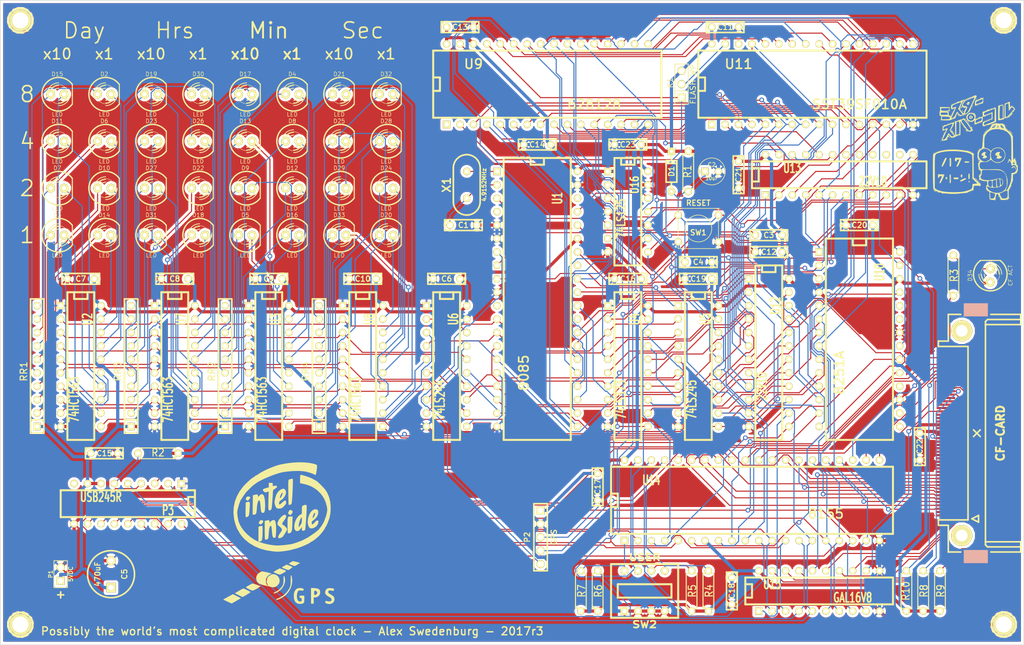
<source format=kicad_pcb>
(kicad_pcb (version 3) (host pcbnew "(2013-07-07 BZR 4022)-stable")
  (layers (15 F.Cu signal) (0 B.Cu signal) (18 B.Paste user) (19 F.Paste user) (20 B.SilkS user) (21 F.SilkS user) (22 B.Mask user) (23 F.Mask user) (28 Edge.Cuts user))
  (net 0 "")
  (net 1 /A0)
  (net 2 /A1)
  (net 3 /A10)
  (net 4 /A11)
  (net 5 /A12)
  (net 6 /A13)
  (net 7 /A14)
  (net 8 /A15)
  (net 9 /A2)
  (net 10 /A3)
  (net 11 /A4)
  (net 12 /A5)
  (net 13 /A6)
  (net 14 /A7)
  (net 15 /A8)
  (net 16 /A9)
  (net 17 /AD0)
  (net 18 /AD1)
  (net 19 /AD2)
  (net 20 /AD3)
  (net 21 /AD4)
  (net 22 /AD5)
  (net 23 /AD6)
  (net 24 /AD7)
  (net 25 /ALE)
  (net 26 /BAUD)
  (net 27 /BCLK)
  (net 28 /BRESET)
  (net 29 /CD0)
  (net 30 /CD1)
  (net 31 /CD2)
  (net 32 /CD3)
  (net 33 /CD4)
  (net 34 /CD5)
  (net 35 /CD6)
  (net 36 /CD7)
  (net 37 /CLK)
  (net 38 /D0)
  (net 39 /D1)
  (net 40 /D2)
  (net 41 /D3)
  (net 42 /D4)
  (net 43 /D5)
  (net 44 /D6)
  (net 45 /D7)
  (net 46 /DAY_LE)
  (net 47 /HRS_LE)
  (net 48 /IDE_A0)
  (net 49 /IDE_A1)
  (net 50 /IDE_A2)
  (net 51 /IDE_D0)
  (net 52 /IDE_D1)
  (net 53 /IDE_D10)
  (net 54 /IDE_D11)
  (net 55 /IDE_D12)
  (net 56 /IDE_D13)
  (net 57 /IDE_D14)
  (net 58 /IDE_D15)
  (net 59 /IDE_D2)
  (net 60 /IDE_D3)
  (net 61 /IDE_D4)
  (net 62 /IDE_D5)
  (net 63 /IDE_D6)
  (net 64 /IDE_D7)
  (net 65 /IDE_D8)
  (net 66 /IDE_D9)
  (net 67 /INT0)
  (net 68 /INT1)
  (net 69 /INT2)
  (net 70 /IO/~M)
  (net 71 /MEM_A14)
  (net 72 /MEM_A15)
  (net 73 /MEM_A16)
  (net 74 /MIN_LE)
  (net 75 /RESET)
  (net 76 /SEC_LE)
  (net 77 /~8155_CS)
  (net 78 /~BNKSEL)
  (net 79 /~BRD)
  (net 80 /~BWR)
  (net 81 /~IDE_CS0)
  (net 82 /~IDE_CS1)
  (net 83 /~IDE_DIOR)
  (net 84 /~IDE_DIOW)
  (net 85 /~IDE_RST)
  (net 86 /~RAM_CS)
  (net 87 /~RD)
  (net 88 /~ROM_CS)
  (net 89 /~UART_CS)
  (net 90 /~USB_RD)
  (net 91 /~USB_WR)
  (net 92 /~WR)
  (net 93 GND)
  (net 94 N-0000010)
  (net 95 N-00000100)
  (net 96 N-00000101)
  (net 97 N-00000102)
  (net 98 N-00000103)
  (net 99 N-00000104)
  (net 100 N-00000105)
  (net 101 N-00000106)
  (net 102 N-00000107)
  (net 103 N-00000108)
  (net 104 N-00000109)
  (net 105 N-0000011)
  (net 106 N-00000110)
  (net 107 N-00000111)
  (net 108 N-00000112)
  (net 109 N-00000113)
  (net 110 N-00000114)
  (net 111 N-00000115)
  (net 112 N-00000116)
  (net 113 N-00000117)
  (net 114 N-00000118)
  (net 115 N-00000119)
  (net 116 N-0000012)
  (net 117 N-00000120)
  (net 118 N-00000121)
  (net 119 N-0000013)
  (net 120 N-0000014)
  (net 121 N-00000141)
  (net 122 N-00000143)
  (net 123 N-00000145)
  (net 124 N-0000015)
  (net 125 N-00000158)
  (net 126 N-00000159)
  (net 127 N-0000016)
  (net 128 N-00000162)
  (net 129 N-00000163)
  (net 130 N-00000169)
  (net 131 N-0000017)
  (net 132 N-00000175)
  (net 133 N-00000176)
  (net 134 N-00000177)
  (net 135 N-00000178)
  (net 136 N-00000179)
  (net 137 N-0000018)
  (net 138 N-00000180)
  (net 139 N-0000019)
  (net 140 N-0000020)
  (net 141 N-0000021)
  (net 142 N-0000022)
  (net 143 N-0000023)
  (net 144 N-000003)
  (net 145 N-000004)
  (net 146 N-0000048)
  (net 147 N-0000057)
  (net 148 N-0000061)
  (net 149 N-0000062)
  (net 150 N-0000063)
  (net 151 N-0000064)
  (net 152 N-0000065)
  (net 153 N-0000066)
  (net 154 N-0000067)
  (net 155 N-0000068)
  (net 156 N-0000069)
  (net 157 N-0000070)
  (net 158 N-0000071)
  (net 159 N-0000072)
  (net 160 N-0000073)
  (net 161 N-000008)
  (net 162 N-0000086)
  (net 163 N-0000087)
  (net 164 N-0000088)
  (net 165 N-0000089)
  (net 166 N-000009)
  (net 167 N-0000090)
  (net 168 N-0000091)
  (net 169 N-0000092)
  (net 170 N-0000093)
  (net 171 N-0000094)
  (net 172 N-0000095)
  (net 173 N-0000096)
  (net 174 N-0000097)
  (net 175 N-0000098)
  (net 176 N-0000099)
  (net 177 VCC)
  (module 3M-N7E50-Short-NonInv (layer F.Cu) (at 233.045 106.68 90)
    (fp_text reference CON1 hide)
    (fp_text value CF-CARD (at 0 4.445 90) (layer F.SilkS) (effects (font (size 1.524 1.524) (thickness 0.381))))
    (pad 1 smd rect (at -15.5575 -5.8674 270) (size 0.4064 3.5052) (layers F.Cu F.Paste F.Mask) (net 93 GND))
    (pad 26 smd rect (at -14.9225 -5.8674 270) (size 0.4064 3.5052) (layers F.Cu F.Paste F.Mask))
    (pad 2 smd rect (at -14.2875 -5.8674 270) (size 0.4064 3.5052) (layers F.Cu F.Paste F.Mask) (net 60 /IDE_D3))
    (pad 27 smd rect (at -13.6525 -5.8674 270) (size 0.4064 3.5052) (layers F.Cu F.Paste F.Mask) (net 54 /IDE_D11))
    (pad 3 smd rect (at -13.0175 -5.8674 270) (size 0.4064 3.5052) (layers F.Cu F.Paste F.Mask) (net 61 /IDE_D4))
    (pad 28 smd rect (at -12.3825 -5.8674 270) (size 0.4064 3.5052) (layers F.Cu F.Paste F.Mask) (net 55 /IDE_D12))
    (pad 4 smd rect (at -11.7475 -5.8674 270) (size 0.4064 3.5052) (layers F.Cu F.Paste F.Mask) (net 62 /IDE_D5))
    (pad 29 smd rect (at -11.1125 -5.8674 270) (size 0.4064 3.5052) (layers F.Cu F.Paste F.Mask) (net 56 /IDE_D13))
    (pad 5 smd rect (at -10.4775 -5.8674 270) (size 0.4064 3.5052) (layers F.Cu F.Paste F.Mask) (net 63 /IDE_D6))
    (pad 30 smd rect (at -9.8425 -5.8674 270) (size 0.4064 3.5052) (layers F.Cu F.Paste F.Mask) (net 57 /IDE_D14))
    (pad 6 smd rect (at -9.2075 -5.8674 270) (size 0.4064 3.5052) (layers F.Cu F.Paste F.Mask) (net 64 /IDE_D7))
    (pad 31 smd rect (at -8.5725 -5.8674 270) (size 0.4064 3.5052) (layers F.Cu F.Paste F.Mask) (net 58 /IDE_D15))
    (pad 7 smd rect (at -7.9375 -5.8674 270) (size 0.4064 3.5052) (layers F.Cu F.Paste F.Mask) (net 81 /~IDE_CS0))
    (pad 32 smd rect (at -7.3025 -5.8674 270) (size 0.4064 3.5052) (layers F.Cu F.Paste F.Mask) (net 82 /~IDE_CS1))
    (pad 8 smd rect (at -6.6675 -5.8674 270) (size 0.4064 3.5052) (layers F.Cu F.Paste F.Mask) (net 93 GND))
    (pad 33 smd rect (at -6.0325 -5.8674 270) (size 0.4064 3.5052) (layers F.Cu F.Paste F.Mask))
    (pad 9 smd rect (at -5.3975 -5.8674 270) (size 0.4064 3.5052) (layers F.Cu F.Paste F.Mask) (net 93 GND))
    (pad 34 smd rect (at -4.7625 -5.8674 270) (size 0.4064 3.5052) (layers F.Cu F.Paste F.Mask) (net 83 /~IDE_DIOR))
    (pad 10 smd rect (at -4.1275 -5.8674 270) (size 0.4064 3.5052) (layers F.Cu F.Paste F.Mask) (net 93 GND))
    (pad 35 smd rect (at -3.4925 -5.8674 270) (size 0.4064 3.5052) (layers F.Cu F.Paste F.Mask) (net 84 /~IDE_DIOW))
    (pad 11 smd rect (at -2.8575 -5.8674 270) (size 0.4064 3.5052) (layers F.Cu F.Paste F.Mask) (net 93 GND))
    (pad 36 smd rect (at -2.2225 -5.8674 270) (size 0.4064 3.5052) (layers F.Cu F.Paste F.Mask) (net 121 N-00000141))
    (pad 12 smd rect (at -1.5875 -5.8674 270) (size 0.4064 3.5052) (layers F.Cu F.Paste F.Mask) (net 93 GND))
    (pad 37 smd rect (at -0.9525 -5.8674 270) (size 0.4064 3.5052) (layers F.Cu F.Paste F.Mask) (net 69 /INT2))
    (pad 13 smd rect (at -0.3175 -5.8674 270) (size 0.4064 3.5052) (layers F.Cu F.Paste F.Mask) (net 177 VCC))
    (pad 38 smd rect (at 0.3175 -5.8674 270) (size 0.4064 3.5052) (layers F.Cu F.Paste F.Mask) (net 177 VCC))
    (pad 14 smd rect (at 0.9525 -5.8674 270) (size 0.4064 3.5052) (layers F.Cu F.Paste F.Mask) (net 93 GND))
    (pad 39 smd rect (at 1.5875 -5.8674 270) (size 0.4064 3.5052) (layers F.Cu F.Paste F.Mask) (net 93 GND))
    (pad 15 smd rect (at 2.2225 -5.8674 270) (size 0.4064 3.5052) (layers F.Cu F.Paste F.Mask) (net 93 GND))
    (pad 40 smd rect (at 2.8575 -5.8674 270) (size 0.4064 3.5052) (layers F.Cu F.Paste F.Mask))
    (pad 16 smd rect (at 3.4925 -5.8674 270) (size 0.4064 3.5052) (layers F.Cu F.Paste F.Mask) (net 93 GND))
    (pad 41 smd rect (at 4.1275 -5.8674 270) (size 0.4064 3.5052) (layers F.Cu F.Paste F.Mask) (net 85 /~IDE_RST))
    (pad 17 smd rect (at 4.7625 -5.8674 270) (size 0.4064 3.5052) (layers F.Cu F.Paste F.Mask) (net 93 GND))
    (pad 42 smd rect (at 5.3975 -5.8674 270) (size 0.4064 3.5052) (layers F.Cu F.Paste F.Mask))
    (pad 18 smd rect (at 6.0325 -5.8674 270) (size 0.4064 3.5052) (layers F.Cu F.Paste F.Mask) (net 50 /IDE_A2))
    (pad 43 smd rect (at 6.6675 -5.8674 270) (size 0.4064 3.5052) (layers F.Cu F.Paste F.Mask))
    (pad 19 smd rect (at 7.3025 -5.8674 270) (size 0.4064 3.5052) (layers F.Cu F.Paste F.Mask) (net 49 /IDE_A1))
    (pad 44 smd rect (at 7.9375 -5.8674 270) (size 0.4064 3.5052) (layers F.Cu F.Paste F.Mask) (net 123 N-00000145))
    (pad 20 smd rect (at 8.5725 -5.8674 270) (size 0.4064 3.5052) (layers F.Cu F.Paste F.Mask) (net 48 /IDE_A0))
    (pad 45 smd rect (at 9.2075 -5.8674 270) (size 0.4064 3.5052) (layers F.Cu F.Paste F.Mask) (net 122 N-00000143))
    (pad 21 smd rect (at 9.8425 -5.8674 270) (size 0.4064 3.5052) (layers F.Cu F.Paste F.Mask) (net 51 /IDE_D0))
    (pad 46 smd rect (at 10.4775 -5.8674 270) (size 0.4064 3.5052) (layers F.Cu F.Paste F.Mask) (net 125 N-00000158))
    (pad 22 smd rect (at 11.1125 -5.8674 270) (size 0.4064 3.5052) (layers F.Cu F.Paste F.Mask) (net 52 /IDE_D1))
    (pad 47 smd rect (at 11.7475 -5.8674 270) (size 0.4064 3.5052) (layers F.Cu F.Paste F.Mask) (net 65 /IDE_D8))
    (pad 23 smd rect (at 12.3825 -5.8674 270) (size 0.4064 3.5052) (layers F.Cu F.Paste F.Mask) (net 59 /IDE_D2))
    (pad 48 smd rect (at 13.0175 -5.8674 270) (size 0.4064 3.5052) (layers F.Cu F.Paste F.Mask) (net 66 /IDE_D9))
    (pad 24 smd rect (at 13.6525 -5.8674 270) (size 0.4064 3.5052) (layers F.Cu F.Paste F.Mask))
    (pad 49 smd rect (at 14.2875 -5.8674 270) (size 0.4064 3.5052) (layers F.Cu F.Paste F.Mask) (net 53 /IDE_D10))
    (pad 25 smd rect (at 14.9225 -5.8674 270) (size 0.4064 3.5052) (layers F.Cu F.Paste F.Mask))
    (pad 50 smd rect (at 15.5575 -5.8674 270) (size 0.4064 3.5052) (layers F.Cu F.Paste F.Mask) (net 93 GND))
    (pad "" thru_hole circle (at -19.3675 -2.8702 90) (size 3.9878 3.9878) (drill 2.2098) (layers *.Cu *.Mask F.SilkS))
    (pad "" thru_hole circle (at 19.3675 -2.8702 90) (size 3.9878 3.9878) (drill 2.2098) (layers *.Cu *.Mask F.SilkS))
    (pad "" smd rect (at 23.3426 -0.2032 90) (size 2.4892 4.572) (layers F.Cu F.Paste B.SilkS F.Mask))
    (pad "" smd rect (at -23.3426 -0.2032 90) (size 2.4892 4.572) (layers F.Cu F.Paste B.SilkS F.Mask))
  )
  (module SWDIP4 (layer F.Cu) (at 170.18 136.525)
    (fp_text reference SW2 (at 0 6.35) (layer F.SilkS) (effects (font (size 1.27 1.524) (thickness 0.3048))))
    (fp_text value USER (at 0 -6.35) (layer F.SilkS) (effects (font (size 1.27 1.524) (thickness 0.3048))))
    (pad 1 thru_hole rect (at -3.81 3.81) (size 1.524 1.524) (drill 0.8128) (layers *.Cu *.Mask F.SilkS) (net 93 GND))
    (pad 2 thru_hole circle (at -1.27 3.81) (size 1.524 1.524) (drill 0.8128) (layers *.Cu *.Mask F.SilkS) (net 93 GND))
    (pad 3 thru_hole circle (at 1.27 3.81) (size 1.524 1.524) (drill 0.8128) (layers *.Cu *.Mask F.SilkS) (net 93 GND))
    (pad 4 thru_hole circle (at 3.81 3.81) (size 1.524 1.524) (drill 0.8128) (layers *.Cu *.Mask F.SilkS) (net 93 GND))
    (pad 5 thru_hole circle (at 3.81 -3.81) (size 1.524 1.524) (drill 0.8128) (layers *.Cu *.Mask F.SilkS) (net 138 N-00000180))
    (pad 6 thru_hole circle (at 1.27 -3.81) (size 1.524 1.524) (drill 0.8128) (layers *.Cu *.Mask F.SilkS) (net 136 N-00000179))
    (pad 7 thru_hole circle (at -1.27 -3.81) (size 1.524 1.524) (drill 0.8128) (layers *.Cu *.Mask F.SilkS) (net 135 N-00000178))
    (pad 8 thru_hole circle (at -3.81 -3.81) (size 1.524 1.524) (drill 0.8128) (layers *.Cu *.Mask F.SilkS) (net 132 N-00000175))
  )
  (module SW_PUSH_SMALL (layer F.Cu) (at 180.34 67.945 180)
    (fp_text reference SW1 (at 0 -0.762 180) (layer F.SilkS) (effects (font (size 1.016 1.016) (thickness 0.2032))))
    (fp_text value RESET (at 0 4.826 180) (layer F.SilkS) (effects (font (size 1.016 1.016) (thickness 0.2032))))
    (pad 1 thru_hole circle (at 3.81 -2.54 180) (size 1.397 1.397) (drill 0.8128) (layers *.Cu *.Mask F.SilkS) (net 93 GND))
    (pad 2 thru_hole circle (at 3.81 2.54 180) (size 1.397 1.397) (drill 0.8128) (layers *.Cu *.Mask F.SilkS) (net 126 N-00000159))
    (pad 1 thru_hole circle (at -3.81 -2.54 180) (size 1.397 1.397) (drill 0.8128) (layers *.Cu *.Mask F.SilkS) (net 93 GND))
    (pad 2 thru_hole circle (at -3.81 2.54 180) (size 1.397 1.397) (drill 0.8128) (layers *.Cu *.Mask F.SilkS) (net 126 N-00000159))
  )
  (module r_pack9 (layer F.Cu) (at 55.245 93.98 90)
    (fp_text reference RR1 (at -1.016 -2.54 90) (layer F.SilkS) (effects (font (size 1.27 1.27) (thickness 0.2032))))
    (fp_text value 470 hide)
    (pad 1 thru_hole rect (at -11.43 0 90) (size 1.397 1.397) (drill 0.8128) (layers *.Cu *.Mask F.SilkS) (net 177 VCC))
    (pad 2 thru_hole circle (at -8.89 0 90) (size 1.397 1.397) (drill 0.8128) (layers *.Cu *.Mask F.SilkS) (net 113 N-00000117))
    (pad 3 thru_hole circle (at -6.35 0 90) (size 1.397 1.397) (drill 0.8128) (layers *.Cu *.Mask F.SilkS) (net 112 N-00000116))
    (pad 4 thru_hole circle (at -3.81 0 90) (size 1.397 1.397) (drill 0.8128) (layers *.Cu *.Mask F.SilkS) (net 171 N-0000094))
    (pad 5 thru_hole circle (at -1.27 0 90) (size 1.397 1.397) (drill 0.8128) (layers *.Cu *.Mask F.SilkS) (net 170 N-0000093))
    (pad 6 thru_hole circle (at 1.27 0 90) (size 1.397 1.397) (drill 0.8128) (layers *.Cu *.Mask F.SilkS) (net 164 N-0000088))
    (pad 7 thru_hole circle (at 3.81 0 90) (size 1.397 1.397) (drill 0.8128) (layers *.Cu *.Mask F.SilkS) (net 165 N-0000089))
    (pad 8 thru_hole circle (at 6.35 0 90) (size 1.397 1.397) (drill 0.8128) (layers *.Cu *.Mask F.SilkS) (net 168 N-0000091))
    (pad 9 thru_hole circle (at 8.89 0 90) (size 1.397 1.397) (drill 0.8128) (layers *.Cu *.Mask F.SilkS) (net 169 N-0000092))
    (pad 10 thru_hole circle (at 11.43 0 90) (size 1.397 1.397) (drill 0.8128) (layers *.Cu *.Mask F.SilkS))
  )
  (module r_pack9 (layer F.Cu) (at 90.805 93.98 90)
    (fp_text reference RR2 (at -1.016 -2.54 90) (layer F.SilkS) (effects (font (size 1.27 1.27) (thickness 0.2032))))
    (fp_text value 470 hide)
    (pad 1 thru_hole rect (at -11.43 0 90) (size 1.397 1.397) (drill 0.8128) (layers *.Cu *.Mask F.SilkS) (net 177 VCC))
    (pad 2 thru_hole circle (at -8.89 0 90) (size 1.397 1.397) (drill 0.8128) (layers *.Cu *.Mask F.SilkS) (net 118 N-00000121))
    (pad 3 thru_hole circle (at -6.35 0 90) (size 1.397 1.397) (drill 0.8128) (layers *.Cu *.Mask F.SilkS) (net 117 N-00000120))
    (pad 4 thru_hole circle (at -3.81 0 90) (size 1.397 1.397) (drill 0.8128) (layers *.Cu *.Mask F.SilkS) (net 115 N-00000119))
    (pad 5 thru_hole circle (at -1.27 0 90) (size 1.397 1.397) (drill 0.8128) (layers *.Cu *.Mask F.SilkS) (net 114 N-00000118))
    (pad 6 thru_hole circle (at 1.27 0 90) (size 1.397 1.397) (drill 0.8128) (layers *.Cu *.Mask F.SilkS) (net 104 N-00000109))
    (pad 7 thru_hole circle (at 3.81 0 90) (size 1.397 1.397) (drill 0.8128) (layers *.Cu *.Mask F.SilkS) (net 106 N-00000110))
    (pad 8 thru_hole circle (at 6.35 0 90) (size 1.397 1.397) (drill 0.8128) (layers *.Cu *.Mask F.SilkS) (net 107 N-00000111))
    (pad 9 thru_hole circle (at 8.89 0 90) (size 1.397 1.397) (drill 0.8128) (layers *.Cu *.Mask F.SilkS) (net 108 N-00000112))
    (pad 10 thru_hole circle (at 11.43 0 90) (size 1.397 1.397) (drill 0.8128) (layers *.Cu *.Mask F.SilkS))
  )
  (module r_pack9 (layer F.Cu) (at 73.025 93.98 90)
    (fp_text reference RR3 (at -1.016 -2.54 90) (layer F.SilkS) (effects (font (size 1.27 1.27) (thickness 0.2032))))
    (fp_text value 470 hide)
    (pad 1 thru_hole rect (at -11.43 0 90) (size 1.397 1.397) (drill 0.8128) (layers *.Cu *.Mask F.SilkS) (net 177 VCC))
    (pad 2 thru_hole circle (at -8.89 0 90) (size 1.397 1.397) (drill 0.8128) (layers *.Cu *.Mask F.SilkS) (net 154 N-0000067))
    (pad 3 thru_hole circle (at -6.35 0 90) (size 1.397 1.397) (drill 0.8128) (layers *.Cu *.Mask F.SilkS) (net 111 N-00000115))
    (pad 4 thru_hole circle (at -3.81 0 90) (size 1.397 1.397) (drill 0.8128) (layers *.Cu *.Mask F.SilkS) (net 110 N-00000114))
    (pad 5 thru_hole circle (at -1.27 0 90) (size 1.397 1.397) (drill 0.8128) (layers *.Cu *.Mask F.SilkS) (net 109 N-00000113))
    (pad 6 thru_hole circle (at 1.27 0 90) (size 1.397 1.397) (drill 0.8128) (layers *.Cu *.Mask F.SilkS) (net 155 N-0000068))
    (pad 7 thru_hole circle (at 3.81 0 90) (size 1.397 1.397) (drill 0.8128) (layers *.Cu *.Mask F.SilkS) (net 156 N-0000069))
    (pad 8 thru_hole circle (at 6.35 0 90) (size 1.397 1.397) (drill 0.8128) (layers *.Cu *.Mask F.SilkS) (net 157 N-0000070))
    (pad 9 thru_hole circle (at 8.89 0 90) (size 1.397 1.397) (drill 0.8128) (layers *.Cu *.Mask F.SilkS) (net 158 N-0000071))
    (pad 10 thru_hole circle (at 11.43 0 90) (size 1.397 1.397) (drill 0.8128) (layers *.Cu *.Mask F.SilkS))
  )
  (module r_pack9 (layer F.Cu) (at 108.585 93.98 90)
    (fp_text reference RR4 (at -1.016 -2.54 90) (layer F.SilkS) (effects (font (size 1.27 1.27) (thickness 0.2032))))
    (fp_text value 470 hide)
    (pad 1 thru_hole rect (at -11.43 0 90) (size 1.397 1.397) (drill 0.8128) (layers *.Cu *.Mask F.SilkS) (net 177 VCC))
    (pad 2 thru_hole circle (at -8.89 0 90) (size 1.397 1.397) (drill 0.8128) (layers *.Cu *.Mask F.SilkS) (net 149 N-0000062))
    (pad 3 thru_hole circle (at -6.35 0 90) (size 1.397 1.397) (drill 0.8128) (layers *.Cu *.Mask F.SilkS) (net 148 N-0000061))
    (pad 4 thru_hole circle (at -3.81 0 90) (size 1.397 1.397) (drill 0.8128) (layers *.Cu *.Mask F.SilkS) (net 160 N-0000073))
    (pad 5 thru_hole circle (at -1.27 0 90) (size 1.397 1.397) (drill 0.8128) (layers *.Cu *.Mask F.SilkS) (net 159 N-0000072))
    (pad 6 thru_hole circle (at 1.27 0 90) (size 1.397 1.397) (drill 0.8128) (layers *.Cu *.Mask F.SilkS) (net 150 N-0000063))
    (pad 7 thru_hole circle (at 3.81 0 90) (size 1.397 1.397) (drill 0.8128) (layers *.Cu *.Mask F.SilkS) (net 151 N-0000064))
    (pad 8 thru_hole circle (at 6.35 0 90) (size 1.397 1.397) (drill 0.8128) (layers *.Cu *.Mask F.SilkS) (net 152 N-0000065))
    (pad 9 thru_hole circle (at 8.89 0 90) (size 1.397 1.397) (drill 0.8128) (layers *.Cu *.Mask F.SilkS) (net 153 N-0000066))
    (pad 10 thru_hole circle (at 11.43 0 90) (size 1.397 1.397) (drill 0.8128) (layers *.Cu *.Mask F.SilkS))
  )
  (module R3 (layer F.Cu) (at 179.07 136.525 90)
    (fp_text reference R5 (at 0 0.127 90) (layer F.SilkS) (effects (font (size 1.397 1.27) (thickness 0.2032))))
    (fp_text value 4.7k hide)
    (pad 1 thru_hole circle (at -3.81 0 90) (size 1.397 1.397) (drill 0.8128) (layers *.Cu *.Mask F.SilkS) (net 177 VCC))
    (pad 2 thru_hole circle (at 3.81 0 90) (size 1.397 1.397) (drill 0.8128) (layers *.Cu *.Mask F.SilkS) (net 136 N-00000179))
  )
  (module R3 (layer F.Cu) (at 178.435 57.15 270)
    (fp_text reference R1 (at 0 0.127 270) (layer F.SilkS) (effects (font (size 1.397 1.27) (thickness 0.2032))))
    (fp_text value 100k hide)
    (pad 1 thru_hole circle (at -3.81 0 270) (size 1.397 1.397) (drill 0.8128) (layers *.Cu *.Mask F.SilkS) (net 177 VCC))
    (pad 2 thru_hole circle (at 3.81 0 270) (size 1.397 1.397) (drill 0.8128) (layers *.Cu *.Mask F.SilkS) (net 126 N-00000159))
  )
  (module R3 (layer F.Cu) (at 182.245 136.525 90)
    (fp_text reference R4 (at 0 0.127 90) (layer F.SilkS) (effects (font (size 1.397 1.27) (thickness 0.2032))))
    (fp_text value 4.7k hide)
    (pad 1 thru_hole circle (at -3.81 0 90) (size 1.397 1.397) (drill 0.8128) (layers *.Cu *.Mask F.SilkS) (net 177 VCC))
    (pad 2 thru_hole circle (at 3.81 0 90) (size 1.397 1.397) (drill 0.8128) (layers *.Cu *.Mask F.SilkS) (net 138 N-00000180))
  )
  (module R3 (layer F.Cu) (at 161.29 136.525 90)
    (fp_text reference R6 (at 0 0.127 90) (layer F.SilkS) (effects (font (size 1.397 1.27) (thickness 0.2032))))
    (fp_text value 4.7k hide)
    (pad 1 thru_hole circle (at -3.81 0 90) (size 1.397 1.397) (drill 0.8128) (layers *.Cu *.Mask F.SilkS) (net 177 VCC))
    (pad 2 thru_hole circle (at 3.81 0 90) (size 1.397 1.397) (drill 0.8128) (layers *.Cu *.Mask F.SilkS) (net 135 N-00000178))
  )
  (module R3 (layer F.Cu) (at 158.115 136.525 90)
    (fp_text reference R7 (at 0 0.127 90) (layer F.SilkS) (effects (font (size 1.397 1.27) (thickness 0.2032))))
    (fp_text value 4.7k hide)
    (pad 1 thru_hole circle (at -3.81 0 90) (size 1.397 1.397) (drill 0.8128) (layers *.Cu *.Mask F.SilkS) (net 177 VCC))
    (pad 2 thru_hole circle (at 3.81 0 90) (size 1.397 1.397) (drill 0.8128) (layers *.Cu *.Mask F.SilkS) (net 132 N-00000175))
  )
  (module R3 (layer F.Cu) (at 78.105 110.49 180)
    (fp_text reference R2 (at 0 0.127 180) (layer F.SilkS) (effects (font (size 1.397 1.27) (thickness 0.2032))))
    (fp_text value 10k hide)
    (pad 1 thru_hole circle (at -3.81 0 180) (size 1.397 1.397) (drill 0.8128) (layers *.Cu *.Mask F.SilkS) (net 177 VCC))
    (pad 2 thru_hole circle (at 3.81 0 180) (size 1.397 1.397) (drill 0.8128) (layers *.Cu *.Mask F.SilkS) (net 161 N-000008))
  )
  (module R3 (layer F.Cu) (at 228.6 76.835 90)
    (fp_text reference R3 (at 0 0.127 90) (layer F.SilkS) (effects (font (size 1.397 1.27) (thickness 0.2032))))
    (fp_text value 470 hide)
    (pad 1 thru_hole circle (at -3.81 0 90) (size 1.397 1.397) (drill 0.8128) (layers *.Cu *.Mask F.SilkS) (net 122 N-00000143))
    (pad 2 thru_hole circle (at 3.81 0 90) (size 1.397 1.397) (drill 0.8128) (layers *.Cu *.Mask F.SilkS) (net 162 N-0000086))
  )
  (module PIN_ARRAY_5x1 (layer F.Cu) (at 150.495 126.365 270)
    (fp_text reference P2 (at 0 2.54 270) (layer F.SilkS) (effects (font (size 1.016 1.016) (thickness 0.2032))))
    (fp_text value GPS (at 0 -2.54 270) (layer F.SilkS) (effects (font (size 1.016 1.016) (thickness 0.2032))))
    (pad 1 thru_hole rect (at -5.08 0 270) (size 1.524 1.524) (drill 1.016) (layers *.Cu *.Mask F.SilkS) (net 177 VCC))
    (pad 2 thru_hole circle (at -2.54 0 270) (size 1.524 1.524) (drill 1.016) (layers *.Cu *.Mask F.SilkS) (net 93 GND))
    (pad 3 thru_hole circle (at 0 0 270) (size 1.524 1.524) (drill 1.016) (layers *.Cu *.Mask F.SilkS) (net 144 N-000003))
    (pad 4 thru_hole circle (at 2.54 0 270) (size 1.524 1.524) (drill 1.016) (layers *.Cu *.Mask F.SilkS) (net 145 N-000004))
    (pad 5 thru_hole circle (at 5.08 0 270) (size 1.524 1.524) (drill 1.016) (layers *.Cu *.Mask F.SilkS) (net 67 /INT0))
  )
  (module PIN_ARRAY_3X1 (layer F.Cu) (at 177.165 40.64 90)
    (fp_text reference K1 (at 0.254 -2.159 90) (layer F.SilkS) (effects (font (size 1.016 1.016) (thickness 0.1524))))
    (fp_text value "FLASH WP" (at 0 2.159 90) (layer F.SilkS) (effects (font (size 1.016 1.016) (thickness 0.1524))))
    (pad 1 thru_hole rect (at -2.54 0 90) (size 1.524 1.524) (drill 1.016) (layers *.Cu *.Mask F.SilkS) (net 80 /~BWR))
    (pad 2 thru_hole circle (at 0 0 90) (size 1.524 1.524) (drill 1.016) (layers *.Cu *.Mask F.SilkS) (net 146 N-0000048))
    (pad 3 thru_hole circle (at 2.54 0 90) (size 1.524 1.524) (drill 1.016) (layers *.Cu *.Mask F.SilkS) (net 177 VCC))
  )
  (module LED-5MM (layer F.Cu) (at 85.725 42.545)
    (fp_text reference D30 (at 0 -3.81) (layer F.SilkS) (effects (font (size 0.762 0.762) (thickness 0.0889))))
    (fp_text value LED (at 0 3.81) (layer F.SilkS) (effects (font (size 0.762 0.762) (thickness 0.0889))))
    (pad 1 thru_hole circle (at -1.27 0) (size 1.6764 1.6764) (drill 0.8128) (layers *.Cu *.Mask F.SilkS) (net 109 N-00000113))
    (pad 2 thru_hole circle (at 1.27 0) (size 1.6764 1.6764) (drill 0.8128) (layers *.Cu *.Mask F.SilkS) (net 176 N-0000099))
  )
  (module LED-5MM (layer F.Cu) (at 76.835 42.545)
    (fp_text reference D19 (at 0 -3.81) (layer F.SilkS) (effects (font (size 0.762 0.762) (thickness 0.0889))))
    (fp_text value LED (at 0 3.81) (layer F.SilkS) (effects (font (size 0.762 0.762) (thickness 0.0889))))
    (pad 1 thru_hole circle (at -1.27 0) (size 1.6764 1.6764) (drill 0.8128) (layers *.Cu *.Mask F.SilkS) (net 158 N-0000071))
    (pad 2 thru_hole circle (at 1.27 0) (size 1.6764 1.6764) (drill 0.8128) (layers *.Cu *.Mask F.SilkS) (net 95 N-00000100))
  )
  (module LED-5MM (layer F.Cu) (at 76.835 60.325)
    (fp_text reference D27 (at 0 -3.81) (layer F.SilkS) (effects (font (size 0.762 0.762) (thickness 0.0889))))
    (fp_text value LED (at 0 3.81) (layer F.SilkS) (effects (font (size 0.762 0.762) (thickness 0.0889))))
    (pad 1 thru_hole circle (at -1.27 0) (size 1.6764 1.6764) (drill 0.8128) (layers *.Cu *.Mask F.SilkS) (net 156 N-0000069))
    (pad 2 thru_hole circle (at 1.27 0) (size 1.6764 1.6764) (drill 0.8128) (layers *.Cu *.Mask F.SilkS) (net 97 N-00000102))
  )
  (module LED-5MM (layer F.Cu) (at 76.835 51.435)
    (fp_text reference D23 (at 0 -3.81) (layer F.SilkS) (effects (font (size 0.762 0.762) (thickness 0.0889))))
    (fp_text value LED (at 0 3.81) (layer F.SilkS) (effects (font (size 0.762 0.762) (thickness 0.0889))))
    (pad 1 thru_hole circle (at -1.27 0) (size 1.6764 1.6764) (drill 0.8128) (layers *.Cu *.Mask F.SilkS) (net 157 N-0000070))
    (pad 2 thru_hole circle (at 1.27 0) (size 1.6764 1.6764) (drill 0.8128) (layers *.Cu *.Mask F.SilkS) (net 96 N-00000101))
  )
  (module LED-5MM (layer F.Cu) (at 94.615 69.215)
    (fp_text reference D5 (at 0 -3.81) (layer F.SilkS) (effects (font (size 0.762 0.762) (thickness 0.0889))))
    (fp_text value LED (at 0 3.81) (layer F.SilkS) (effects (font (size 0.762 0.762) (thickness 0.0889))))
    (pad 1 thru_hole circle (at -1.27 0) (size 1.6764 1.6764) (drill 0.8128) (layers *.Cu *.Mask F.SilkS) (net 104 N-00000109))
    (pad 2 thru_hole circle (at 1.27 0) (size 1.6764 1.6764) (drill 0.8128) (layers *.Cu *.Mask F.SilkS) (net 147 N-0000057))
  )
  (module LED-5MM (layer F.Cu) (at 85.725 51.435)
    (fp_text reference D26 (at 0 -3.81) (layer F.SilkS) (effects (font (size 0.762 0.762) (thickness 0.0889))))
    (fp_text value LED (at 0 3.81) (layer F.SilkS) (effects (font (size 0.762 0.762) (thickness 0.0889))))
    (pad 1 thru_hole circle (at -1.27 0) (size 1.6764 1.6764) (drill 0.8128) (layers *.Cu *.Mask F.SilkS) (net 110 N-00000114))
    (pad 2 thru_hole circle (at 1.27 0) (size 1.6764 1.6764) (drill 0.8128) (layers *.Cu *.Mask F.SilkS) (net 175 N-0000098))
  )
  (module LED-5MM (layer F.Cu) (at 85.725 60.325)
    (fp_text reference D22 (at 0 -3.81) (layer F.SilkS) (effects (font (size 0.762 0.762) (thickness 0.0889))))
    (fp_text value LED (at 0 3.81) (layer F.SilkS) (effects (font (size 0.762 0.762) (thickness 0.0889))))
    (pad 1 thru_hole circle (at -1.27 0) (size 1.6764 1.6764) (drill 0.8128) (layers *.Cu *.Mask F.SilkS) (net 111 N-00000115))
    (pad 2 thru_hole circle (at 1.27 0) (size 1.6764 1.6764) (drill 0.8128) (layers *.Cu *.Mask F.SilkS) (net 174 N-0000097))
  )
  (module LED-5MM (layer F.Cu) (at 85.725 69.215)
    (fp_text reference D18 (at 0 -3.81) (layer F.SilkS) (effects (font (size 0.762 0.762) (thickness 0.0889))))
    (fp_text value LED (at 0 3.81) (layer F.SilkS) (effects (font (size 0.762 0.762) (thickness 0.0889))))
    (pad 1 thru_hole circle (at -1.27 0) (size 1.6764 1.6764) (drill 0.8128) (layers *.Cu *.Mask F.SilkS) (net 154 N-0000067))
    (pad 2 thru_hole circle (at 1.27 0) (size 1.6764 1.6764) (drill 0.8128) (layers *.Cu *.Mask F.SilkS) (net 173 N-0000096))
  )
  (module LED-5MM (layer F.Cu) (at 121.285 51.435)
    (fp_text reference D28 (at 0 -3.81) (layer F.SilkS) (effects (font (size 0.762 0.762) (thickness 0.0889))))
    (fp_text value LED (at 0 3.81) (layer F.SilkS) (effects (font (size 0.762 0.762) (thickness 0.0889))))
    (pad 1 thru_hole circle (at -1.27 0) (size 1.6764 1.6764) (drill 0.8128) (layers *.Cu *.Mask F.SilkS) (net 160 N-0000073))
    (pad 2 thru_hole circle (at 1.27 0) (size 1.6764 1.6764) (drill 0.8128) (layers *.Cu *.Mask F.SilkS) (net 100 N-00000105))
  )
  (module LED-5MM (layer F.Cu) (at 76.835 69.215)
    (fp_text reference D31 (at 0 -3.81) (layer F.SilkS) (effects (font (size 0.762 0.762) (thickness 0.0889))))
    (fp_text value LED (at 0 3.81) (layer F.SilkS) (effects (font (size 0.762 0.762) (thickness 0.0889))))
    (pad 1 thru_hole circle (at -1.27 0) (size 1.6764 1.6764) (drill 0.8128) (layers *.Cu *.Mask F.SilkS) (net 155 N-0000068))
    (pad 2 thru_hole circle (at 1.27 0) (size 1.6764 1.6764) (drill 0.8128) (layers *.Cu *.Mask F.SilkS) (net 172 N-0000095))
  )
  (module LED-5MM (layer F.Cu) (at 121.285 69.215)
    (fp_text reference D20 (at 0 -3.81) (layer F.SilkS) (effects (font (size 0.762 0.762) (thickness 0.0889))))
    (fp_text value LED (at 0 3.81) (layer F.SilkS) (effects (font (size 0.762 0.762) (thickness 0.0889))))
    (pad 1 thru_hole circle (at -1.27 0) (size 1.6764 1.6764) (drill 0.8128) (layers *.Cu *.Mask F.SilkS) (net 149 N-0000062))
    (pad 2 thru_hole circle (at 1.27 0) (size 1.6764 1.6764) (drill 0.8128) (layers *.Cu *.Mask F.SilkS) (net 98 N-00000103))
  )
  (module LED-5MM (layer F.Cu) (at 121.285 60.325)
    (fp_text reference D24 (at 0 -3.81) (layer F.SilkS) (effects (font (size 0.762 0.762) (thickness 0.0889))))
    (fp_text value LED (at 0 3.81) (layer F.SilkS) (effects (font (size 0.762 0.762) (thickness 0.0889))))
    (pad 1 thru_hole circle (at -1.27 0) (size 1.6764 1.6764) (drill 0.8128) (layers *.Cu *.Mask F.SilkS) (net 148 N-0000061))
    (pad 2 thru_hole circle (at 1.27 0) (size 1.6764 1.6764) (drill 0.8128) (layers *.Cu *.Mask F.SilkS) (net 99 N-00000104))
  )
  (module LED-5MM (layer F.Cu) (at 121.285 42.545)
    (fp_text reference D32 (at 0 -3.81) (layer F.SilkS) (effects (font (size 0.762 0.762) (thickness 0.0889))))
    (fp_text value LED (at 0 3.81) (layer F.SilkS) (effects (font (size 0.762 0.762) (thickness 0.0889))))
    (pad 1 thru_hole circle (at -1.27 0) (size 1.6764 1.6764) (drill 0.8128) (layers *.Cu *.Mask F.SilkS) (net 159 N-0000072))
    (pad 2 thru_hole circle (at 1.27 0) (size 1.6764 1.6764) (drill 0.8128) (layers *.Cu *.Mask F.SilkS) (net 101 N-00000106))
  )
  (module LED-5MM (layer F.Cu) (at 112.395 42.545)
    (fp_text reference D21 (at 0 -3.81) (layer F.SilkS) (effects (font (size 0.762 0.762) (thickness 0.0889))))
    (fp_text value LED (at 0 3.81) (layer F.SilkS) (effects (font (size 0.762 0.762) (thickness 0.0889))))
    (pad 1 thru_hole circle (at -1.27 0) (size 1.6764 1.6764) (drill 0.8128) (layers *.Cu *.Mask F.SilkS) (net 153 N-0000066))
    (pad 2 thru_hole circle (at 1.27 0) (size 1.6764 1.6764) (drill 0.8128) (layers *.Cu *.Mask F.SilkS) (net 102 N-00000107))
  )
  (module LED-5MM (layer F.Cu) (at 112.395 51.435)
    (fp_text reference D25 (at 0 -3.81) (layer F.SilkS) (effects (font (size 0.762 0.762) (thickness 0.0889))))
    (fp_text value LED (at 0 3.81) (layer F.SilkS) (effects (font (size 0.762 0.762) (thickness 0.0889))))
    (pad 1 thru_hole circle (at -1.27 0) (size 1.6764 1.6764) (drill 0.8128) (layers *.Cu *.Mask F.SilkS) (net 152 N-0000065))
    (pad 2 thru_hole circle (at 1.27 0) (size 1.6764 1.6764) (drill 0.8128) (layers *.Cu *.Mask F.SilkS) (net 103 N-00000108))
  )
  (module LED-5MM (layer F.Cu) (at 112.395 60.325)
    (fp_text reference D29 (at 0 -3.81) (layer F.SilkS) (effects (font (size 0.762 0.762) (thickness 0.0889))))
    (fp_text value LED (at 0 3.81) (layer F.SilkS) (effects (font (size 0.762 0.762) (thickness 0.0889))))
    (pad 1 thru_hole circle (at -1.27 0) (size 1.6764 1.6764) (drill 0.8128) (layers *.Cu *.Mask F.SilkS) (net 151 N-0000064))
    (pad 2 thru_hole circle (at 1.27 0) (size 1.6764 1.6764) (drill 0.8128) (layers *.Cu *.Mask F.SilkS) (net 167 N-0000090))
  )
  (module LED-5MM (layer F.Cu) (at 112.395 69.215)
    (fp_text reference D33 (at 0 -3.81) (layer F.SilkS) (effects (font (size 0.762 0.762) (thickness 0.0889))))
    (fp_text value LED (at 0 3.81) (layer F.SilkS) (effects (font (size 0.762 0.762) (thickness 0.0889))))
    (pad 1 thru_hole circle (at -1.27 0) (size 1.6764 1.6764) (drill 0.8128) (layers *.Cu *.Mask F.SilkS) (net 150 N-0000063))
    (pad 2 thru_hole circle (at 1.27 0) (size 1.6764 1.6764) (drill 0.8128) (layers *.Cu *.Mask F.SilkS) (net 163 N-0000087))
  )
  (module LED-5MM (layer F.Cu) (at 235.585 76.835 90)
    (fp_text reference D34 (at 0 -3.81 90) (layer F.SilkS) (effects (font (size 0.762 0.762) (thickness 0.0889))))
    (fp_text value "CF ACT" (at 0 3.81 90) (layer F.SilkS) (effects (font (size 0.762 0.762) (thickness 0.0889))))
    (pad 1 thru_hole circle (at -1.27 0 90) (size 1.6764 1.6764) (drill 0.8128) (layers *.Cu *.Mask F.SilkS) (net 177 VCC))
    (pad 2 thru_hole circle (at 1.27 0 90) (size 1.6764 1.6764) (drill 0.8128) (layers *.Cu *.Mask F.SilkS) (net 162 N-0000086))
  )
  (module LED-5MM (layer F.Cu) (at 67.945 60.325)
    (fp_text reference D10 (at 0 -3.81) (layer F.SilkS) (effects (font (size 0.762 0.762) (thickness 0.0889))))
    (fp_text value LED (at 0 3.81) (layer F.SilkS) (effects (font (size 0.762 0.762) (thickness 0.0889))))
    (pad 1 thru_hole circle (at -1.27 0) (size 1.6764 1.6764) (drill 0.8128) (layers *.Cu *.Mask F.SilkS) (net 112 N-00000116))
    (pad 2 thru_hole circle (at 1.27 0) (size 1.6764 1.6764) (drill 0.8128) (layers *.Cu *.Mask F.SilkS) (net 166 N-000009))
  )
  (module LED-5MM (layer F.Cu) (at 67.945 51.435)
    (fp_text reference D6 (at 0 -3.81) (layer F.SilkS) (effects (font (size 0.762 0.762) (thickness 0.0889))))
    (fp_text value LED (at 0 3.81) (layer F.SilkS) (effects (font (size 0.762 0.762) (thickness 0.0889))))
    (pad 1 thru_hole circle (at -1.27 0) (size 1.6764 1.6764) (drill 0.8128) (layers *.Cu *.Mask F.SilkS) (net 171 N-0000094))
    (pad 2 thru_hole circle (at 1.27 0) (size 1.6764 1.6764) (drill 0.8128) (layers *.Cu *.Mask F.SilkS) (net 94 N-0000010))
  )
  (module LED-5MM (layer F.Cu) (at 67.945 42.545)
    (fp_text reference D2 (at 0 -3.81) (layer F.SilkS) (effects (font (size 0.762 0.762) (thickness 0.0889))))
    (fp_text value LED (at 0 3.81) (layer F.SilkS) (effects (font (size 0.762 0.762) (thickness 0.0889))))
    (pad 1 thru_hole circle (at -1.27 0) (size 1.6764 1.6764) (drill 0.8128) (layers *.Cu *.Mask F.SilkS) (net 170 N-0000093))
    (pad 2 thru_hole circle (at 1.27 0) (size 1.6764 1.6764) (drill 0.8128) (layers *.Cu *.Mask F.SilkS) (net 105 N-0000011))
  )
  (module LED-5MM (layer F.Cu) (at 59.055 42.545)
    (fp_text reference D15 (at 0 -3.81) (layer F.SilkS) (effects (font (size 0.762 0.762) (thickness 0.0889))))
    (fp_text value LED (at 0 3.81) (layer F.SilkS) (effects (font (size 0.762 0.762) (thickness 0.0889))))
    (pad 1 thru_hole circle (at -1.27 0) (size 1.6764 1.6764) (drill 0.8128) (layers *.Cu *.Mask F.SilkS) (net 169 N-0000092))
    (pad 2 thru_hole circle (at 1.27 0) (size 1.6764 1.6764) (drill 0.8128) (layers *.Cu *.Mask F.SilkS) (net 116 N-0000012))
  )
  (module LED-5MM (layer F.Cu) (at 59.055 51.435)
    (fp_text reference D11 (at 0 -3.81) (layer F.SilkS) (effects (font (size 0.762 0.762) (thickness 0.0889))))
    (fp_text value LED (at 0 3.81) (layer F.SilkS) (effects (font (size 0.762 0.762) (thickness 0.0889))))
    (pad 1 thru_hole circle (at -1.27 0) (size 1.6764 1.6764) (drill 0.8128) (layers *.Cu *.Mask F.SilkS) (net 168 N-0000091))
    (pad 2 thru_hole circle (at 1.27 0) (size 1.6764 1.6764) (drill 0.8128) (layers *.Cu *.Mask F.SilkS) (net 119 N-0000013))
  )
  (module LED-5MM (layer F.Cu) (at 59.055 60.325)
    (fp_text reference D7 (at 0 -3.81) (layer F.SilkS) (effects (font (size 0.762 0.762) (thickness 0.0889))))
    (fp_text value LED (at 0 3.81) (layer F.SilkS) (effects (font (size 0.762 0.762) (thickness 0.0889))))
    (pad 1 thru_hole circle (at -1.27 0) (size 1.6764 1.6764) (drill 0.8128) (layers *.Cu *.Mask F.SilkS) (net 165 N-0000089))
    (pad 2 thru_hole circle (at 1.27 0) (size 1.6764 1.6764) (drill 0.8128) (layers *.Cu *.Mask F.SilkS) (net 120 N-0000014))
  )
  (module LED-5MM (layer F.Cu) (at 59.055 69.215)
    (fp_text reference D3 (at 0 -3.81) (layer F.SilkS) (effects (font (size 0.762 0.762) (thickness 0.0889))))
    (fp_text value LED (at 0 3.81) (layer F.SilkS) (effects (font (size 0.762 0.762) (thickness 0.0889))))
    (pad 1 thru_hole circle (at -1.27 0) (size 1.6764 1.6764) (drill 0.8128) (layers *.Cu *.Mask F.SilkS) (net 164 N-0000088))
    (pad 2 thru_hole circle (at 1.27 0) (size 1.6764 1.6764) (drill 0.8128) (layers *.Cu *.Mask F.SilkS) (net 124 N-0000015))
  )
  (module LED-5MM (layer F.Cu) (at 67.945 69.215)
    (fp_text reference D14 (at 0 -3.81) (layer F.SilkS) (effects (font (size 0.762 0.762) (thickness 0.0889))))
    (fp_text value LED (at 0 3.81) (layer F.SilkS) (effects (font (size 0.762 0.762) (thickness 0.0889))))
    (pad 1 thru_hole circle (at -1.27 0) (size 1.6764 1.6764) (drill 0.8128) (layers *.Cu *.Mask F.SilkS) (net 113 N-00000117))
    (pad 2 thru_hole circle (at 1.27 0) (size 1.6764 1.6764) (drill 0.8128) (layers *.Cu *.Mask F.SilkS) (net 127 N-0000016))
  )
  (module LED-5MM (layer F.Cu) (at 94.615 60.325)
    (fp_text reference D9 (at 0 -3.81) (layer F.SilkS) (effects (font (size 0.762 0.762) (thickness 0.0889))))
    (fp_text value LED (at 0 3.81) (layer F.SilkS) (effects (font (size 0.762 0.762) (thickness 0.0889))))
    (pad 1 thru_hole circle (at -1.27 0) (size 1.6764 1.6764) (drill 0.8128) (layers *.Cu *.Mask F.SilkS) (net 106 N-00000110))
    (pad 2 thru_hole circle (at 1.27 0) (size 1.6764 1.6764) (drill 0.8128) (layers *.Cu *.Mask F.SilkS) (net 143 N-0000023))
  )
  (module LED-5MM (layer F.Cu) (at 103.505 69.215)
    (fp_text reference D16 (at 0 -3.81) (layer F.SilkS) (effects (font (size 0.762 0.762) (thickness 0.0889))))
    (fp_text value LED (at 0 3.81) (layer F.SilkS) (effects (font (size 0.762 0.762) (thickness 0.0889))))
    (pad 1 thru_hole circle (at -1.27 0) (size 1.6764 1.6764) (drill 0.8128) (layers *.Cu *.Mask F.SilkS) (net 118 N-00000121))
    (pad 2 thru_hole circle (at 1.27 0) (size 1.6764 1.6764) (drill 0.8128) (layers *.Cu *.Mask F.SilkS) (net 131 N-0000017))
  )
  (module LED-5MM (layer F.Cu) (at 103.505 60.325)
    (fp_text reference D12 (at 0 -3.81) (layer F.SilkS) (effects (font (size 0.762 0.762) (thickness 0.0889))))
    (fp_text value LED (at 0 3.81) (layer F.SilkS) (effects (font (size 0.762 0.762) (thickness 0.0889))))
    (pad 1 thru_hole circle (at -1.27 0) (size 1.6764 1.6764) (drill 0.8128) (layers *.Cu *.Mask F.SilkS) (net 117 N-00000120))
    (pad 2 thru_hole circle (at 1.27 0) (size 1.6764 1.6764) (drill 0.8128) (layers *.Cu *.Mask F.SilkS) (net 137 N-0000018))
  )
  (module LED-5MM (layer F.Cu) (at 103.505 51.435)
    (fp_text reference D8 (at 0 -3.81) (layer F.SilkS) (effects (font (size 0.762 0.762) (thickness 0.0889))))
    (fp_text value LED (at 0 3.81) (layer F.SilkS) (effects (font (size 0.762 0.762) (thickness 0.0889))))
    (pad 1 thru_hole circle (at -1.27 0) (size 1.6764 1.6764) (drill 0.8128) (layers *.Cu *.Mask F.SilkS) (net 115 N-00000119))
    (pad 2 thru_hole circle (at 1.27 0) (size 1.6764 1.6764) (drill 0.8128) (layers *.Cu *.Mask F.SilkS) (net 139 N-0000019))
  )
  (module LED-5MM (layer F.Cu) (at 103.505 42.545)
    (fp_text reference D4 (at 0 -3.81) (layer F.SilkS) (effects (font (size 0.762 0.762) (thickness 0.0889))))
    (fp_text value LED (at 0 3.81) (layer F.SilkS) (effects (font (size 0.762 0.762) (thickness 0.0889))))
    (pad 1 thru_hole circle (at -1.27 0) (size 1.6764 1.6764) (drill 0.8128) (layers *.Cu *.Mask F.SilkS) (net 114 N-00000118))
    (pad 2 thru_hole circle (at 1.27 0) (size 1.6764 1.6764) (drill 0.8128) (layers *.Cu *.Mask F.SilkS) (net 140 N-0000020))
  )
  (module LED-5MM (layer F.Cu) (at 94.615 42.545)
    (fp_text reference D17 (at 0 -3.81) (layer F.SilkS) (effects (font (size 0.762 0.762) (thickness 0.0889))))
    (fp_text value LED (at 0 3.81) (layer F.SilkS) (effects (font (size 0.762 0.762) (thickness 0.0889))))
    (pad 1 thru_hole circle (at -1.27 0) (size 1.6764 1.6764) (drill 0.8128) (layers *.Cu *.Mask F.SilkS) (net 108 N-00000112))
    (pad 2 thru_hole circle (at 1.27 0) (size 1.6764 1.6764) (drill 0.8128) (layers *.Cu *.Mask F.SilkS) (net 141 N-0000021))
  )
  (module LED-5MM (layer F.Cu) (at 94.615 51.435)
    (fp_text reference D13 (at 0 -3.81) (layer F.SilkS) (effects (font (size 0.762 0.762) (thickness 0.0889))))
    (fp_text value LED (at 0 3.81) (layer F.SilkS) (effects (font (size 0.762 0.762) (thickness 0.0889))))
    (pad 1 thru_hole circle (at -1.27 0) (size 1.6764 1.6764) (drill 0.8128) (layers *.Cu *.Mask F.SilkS) (net 107 N-00000111))
    (pad 2 thru_hole circle (at 1.27 0) (size 1.6764 1.6764) (drill 0.8128) (layers *.Cu *.Mask F.SilkS) (net 142 N-0000022))
  )
  (module HC-49V (layer F.Cu) (at 136.525 59.69 90)
    (fp_text reference X1 (at 0 -3.81 90) (layer F.SilkS) (effects (font (size 1.524 1.524) (thickness 0.3048))))
    (fp_text value 4.9152MHz (at 0 3.302 90) (layer F.SilkS) (effects (font (size 0.762 0.762) (thickness 0.1905))))
    (pad 1 thru_hole circle (at -2.54 0 90) (size 1.4224 1.4224) (drill 0.762) (layers *.Cu *.Mask F.SilkS) (net 129 N-00000163))
    (pad 2 thru_hole circle (at 2.54 0 90) (size 1.4224 1.4224) (drill 0.762) (layers *.Cu *.Mask F.SilkS) (net 128 N-00000162))
  )
  (module DO-35 (layer F.Cu) (at 175.26 57.15 90)
    (fp_text reference D1 (at 0 0 90) (layer F.SilkS) (effects (font (size 1.016 1.016) (thickness 0.2032))))
    (fp_text value 1N4148 hide)
    (pad 2 thru_hole rect (at 3.81 0 90) (size 1.4224 1.4224) (drill 0.6096) (layers *.Cu *.Mask F.SilkS) (net 177 VCC))
    (pad 1 thru_hole circle (at -3.81 0 90) (size 1.4224 1.4224) (drill 0.6096) (layers *.Cu *.Mask F.SilkS) (net 126 N-00000159))
  )
  (module DIP-40__600 (layer F.Cu) (at 190.5 119.38)
    (fp_text reference U14 (at -19.05 -3.81) (layer F.SilkS) (effects (font (size 1.778 1.143) (thickness 0.3048))))
    (fp_text value 8155 (at 13.97 2.54) (layer F.SilkS) (effects (font (size 1.778 1.778) (thickness 0.3048))))
    (pad 1 thru_hole rect (at -24.13 7.62) (size 1.397 1.397) (drill 0.8128) (layers *.Cu *.Mask F.SilkS) (net 132 N-00000175))
    (pad 2 thru_hole circle (at -21.59 7.62) (size 1.397 1.397) (drill 0.8128) (layers *.Cu *.Mask F.SilkS) (net 133 N-00000176))
    (pad 3 thru_hole circle (at -19.05 7.62) (size 1.397 1.397) (drill 0.8128) (layers *.Cu *.Mask F.SilkS) (net 27 /BCLK))
    (pad 4 thru_hole circle (at -16.51 7.62) (size 1.397 1.397) (drill 0.8128) (layers *.Cu *.Mask F.SilkS) (net 28 /BRESET))
    (pad 5 thru_hole circle (at -13.97 7.62) (size 1.397 1.397) (drill 0.8128) (layers *.Cu *.Mask F.SilkS) (net 134 N-00000177))
    (pad 6 thru_hole circle (at -11.43 7.62) (size 1.397 1.397) (drill 0.8128) (layers *.Cu *.Mask F.SilkS) (net 26 /BAUD))
    (pad 7 thru_hole circle (at -8.89 7.62) (size 1.397 1.397) (drill 0.8128) (layers *.Cu *.Mask F.SilkS) (net 177 VCC))
    (pad 8 thru_hole circle (at -6.35 7.62) (size 1.397 1.397) (drill 0.8128) (layers *.Cu *.Mask F.SilkS) (net 77 /~8155_CS))
    (pad 9 thru_hole circle (at -3.81 7.62) (size 1.397 1.397) (drill 0.8128) (layers *.Cu *.Mask F.SilkS) (net 79 /~BRD))
    (pad 10 thru_hole circle (at -1.27 7.62) (size 1.397 1.397) (drill 0.8128) (layers *.Cu *.Mask F.SilkS) (net 80 /~BWR))
    (pad 11 thru_hole circle (at 1.27 7.62) (size 1.397 1.397) (drill 0.8128) (layers *.Cu *.Mask F.SilkS) (net 25 /ALE))
    (pad 12 thru_hole circle (at 3.81 7.62) (size 1.397 1.397) (drill 0.8128) (layers *.Cu *.Mask F.SilkS) (net 38 /D0))
    (pad 13 thru_hole circle (at 6.35 7.62) (size 1.397 1.397) (drill 0.8128) (layers *.Cu *.Mask F.SilkS) (net 39 /D1))
    (pad 14 thru_hole circle (at 8.89 7.62) (size 1.397 1.397) (drill 0.8128) (layers *.Cu *.Mask F.SilkS) (net 40 /D2))
    (pad 15 thru_hole circle (at 11.43 7.62) (size 1.397 1.397) (drill 0.8128) (layers *.Cu *.Mask F.SilkS) (net 41 /D3))
    (pad 16 thru_hole circle (at 13.97 7.62) (size 1.397 1.397) (drill 0.8128) (layers *.Cu *.Mask F.SilkS) (net 42 /D4))
    (pad 17 thru_hole circle (at 16.51 7.62) (size 1.397 1.397) (drill 0.8128) (layers *.Cu *.Mask F.SilkS) (net 43 /D5))
    (pad 18 thru_hole circle (at 19.05 7.62) (size 1.397 1.397) (drill 0.8128) (layers *.Cu *.Mask F.SilkS) (net 44 /D6))
    (pad 19 thru_hole circle (at 21.59 7.62) (size 1.397 1.397) (drill 0.8128) (layers *.Cu *.Mask F.SilkS) (net 45 /D7))
    (pad 20 thru_hole circle (at 24.13 7.62) (size 1.397 1.397) (drill 0.8128) (layers *.Cu *.Mask F.SilkS) (net 93 GND))
    (pad 21 thru_hole circle (at 24.13 -7.62) (size 1.397 1.397) (drill 0.8128) (layers *.Cu *.Mask F.SilkS) (net 51 /IDE_D0))
    (pad 22 thru_hole circle (at 21.59 -7.62) (size 1.397 1.397) (drill 0.8128) (layers *.Cu *.Mask F.SilkS) (net 52 /IDE_D1))
    (pad 23 thru_hole circle (at 19.05 -7.62) (size 1.397 1.397) (drill 0.8128) (layers *.Cu *.Mask F.SilkS) (net 59 /IDE_D2))
    (pad 24 thru_hole circle (at 16.51 -7.62) (size 1.397 1.397) (drill 0.8128) (layers *.Cu *.Mask F.SilkS) (net 60 /IDE_D3))
    (pad 25 thru_hole circle (at 13.97 -7.62) (size 1.397 1.397) (drill 0.8128) (layers *.Cu *.Mask F.SilkS) (net 61 /IDE_D4))
    (pad 26 thru_hole circle (at 11.43 -7.62) (size 1.397 1.397) (drill 0.8128) (layers *.Cu *.Mask F.SilkS) (net 62 /IDE_D5))
    (pad 27 thru_hole circle (at 8.89 -7.62) (size 1.397 1.397) (drill 0.8128) (layers *.Cu *.Mask F.SilkS) (net 63 /IDE_D6))
    (pad 28 thru_hole circle (at 6.35 -7.62) (size 1.397 1.397) (drill 0.8128) (layers *.Cu *.Mask F.SilkS) (net 64 /IDE_D7))
    (pad 29 thru_hole circle (at 3.81 -7.62) (size 1.397 1.397) (drill 0.8128) (layers *.Cu *.Mask F.SilkS) (net 65 /IDE_D8))
    (pad 30 thru_hole circle (at 1.27 -7.62) (size 1.397 1.397) (drill 0.8128) (layers *.Cu *.Mask F.SilkS) (net 66 /IDE_D9))
    (pad 31 thru_hole circle (at -1.27 -7.62) (size 1.397 1.397) (drill 0.8128) (layers *.Cu *.Mask F.SilkS) (net 53 /IDE_D10))
    (pad 32 thru_hole circle (at -3.81 -7.62) (size 1.397 1.397) (drill 0.8128) (layers *.Cu *.Mask F.SilkS) (net 54 /IDE_D11))
    (pad 33 thru_hole circle (at -6.35 -7.62) (size 1.397 1.397) (drill 0.8128) (layers *.Cu *.Mask F.SilkS) (net 55 /IDE_D12))
    (pad 34 thru_hole circle (at -8.89 -7.62) (size 1.397 1.397) (drill 0.8128) (layers *.Cu *.Mask F.SilkS) (net 56 /IDE_D13))
    (pad 35 thru_hole circle (at -11.43 -7.62) (size 1.397 1.397) (drill 0.8128) (layers *.Cu *.Mask F.SilkS) (net 57 /IDE_D14))
    (pad 36 thru_hole circle (at -13.97 -7.62) (size 1.397 1.397) (drill 0.8128) (layers *.Cu *.Mask F.SilkS) (net 58 /IDE_D15))
    (pad 37 thru_hole circle (at -16.51 -7.62) (size 1.397 1.397) (drill 0.8128) (layers *.Cu *.Mask F.SilkS) (net 138 N-00000180))
    (pad 38 thru_hole circle (at -19.05 -7.62) (size 1.397 1.397) (drill 0.8128) (layers *.Cu *.Mask F.SilkS) (net 136 N-00000179))
    (pad 39 thru_hole circle (at -21.59 -7.62) (size 1.397 1.397) (drill 0.8128) (layers *.Cu *.Mask F.SilkS) (net 135 N-00000178))
    (pad 40 thru_hole circle (at -24.13 -7.62) (size 1.397 1.397) (drill 0.8128) (layers *.Cu *.Mask F.SilkS) (net 177 VCC))
  )
  (module DIP-40__600 (layer F.Cu) (at 149.86 81.28 270)
    (fp_text reference U1 (at -19.05 -3.81 270) (layer F.SilkS) (effects (font (size 1.778 1.143) (thickness 0.3048))))
    (fp_text value 8085 (at 13.97 2.54 270) (layer F.SilkS) (effects (font (size 1.778 1.778) (thickness 0.3048))))
    (pad 1 thru_hole rect (at -24.13 7.62 270) (size 1.397 1.397) (drill 0.8128) (layers *.Cu *.Mask F.SilkS) (net 128 N-00000162))
    (pad 2 thru_hole circle (at -21.59 7.62 270) (size 1.397 1.397) (drill 0.8128) (layers *.Cu *.Mask F.SilkS) (net 129 N-00000163))
    (pad 3 thru_hole circle (at -19.05 7.62 270) (size 1.397 1.397) (drill 0.8128) (layers *.Cu *.Mask F.SilkS) (net 75 /RESET))
    (pad 4 thru_hole circle (at -16.51 7.62 270) (size 1.397 1.397) (drill 0.8128) (layers *.Cu *.Mask F.SilkS))
    (pad 5 thru_hole circle (at -13.97 7.62 270) (size 1.397 1.397) (drill 0.8128) (layers *.Cu *.Mask F.SilkS) (net 93 GND))
    (pad 6 thru_hole circle (at -11.43 7.62 270) (size 1.397 1.397) (drill 0.8128) (layers *.Cu *.Mask F.SilkS) (net 93 GND))
    (pad 7 thru_hole circle (at -8.89 7.62 270) (size 1.397 1.397) (drill 0.8128) (layers *.Cu *.Mask F.SilkS) (net 67 /INT0))
    (pad 8 thru_hole circle (at -6.35 7.62 270) (size 1.397 1.397) (drill 0.8128) (layers *.Cu *.Mask F.SilkS) (net 68 /INT1))
    (pad 9 thru_hole circle (at -3.81 7.62 270) (size 1.397 1.397) (drill 0.8128) (layers *.Cu *.Mask F.SilkS) (net 69 /INT2))
    (pad 10 thru_hole circle (at -1.27 7.62 270) (size 1.397 1.397) (drill 0.8128) (layers *.Cu *.Mask F.SilkS) (net 93 GND))
    (pad 11 thru_hole circle (at 1.27 7.62 270) (size 1.397 1.397) (drill 0.8128) (layers *.Cu *.Mask F.SilkS))
    (pad 12 thru_hole circle (at 3.81 7.62 270) (size 1.397 1.397) (drill 0.8128) (layers *.Cu *.Mask F.SilkS) (net 17 /AD0))
    (pad 13 thru_hole circle (at 6.35 7.62 270) (size 1.397 1.397) (drill 0.8128) (layers *.Cu *.Mask F.SilkS) (net 18 /AD1))
    (pad 14 thru_hole circle (at 8.89 7.62 270) (size 1.397 1.397) (drill 0.8128) (layers *.Cu *.Mask F.SilkS) (net 19 /AD2))
    (pad 15 thru_hole circle (at 11.43 7.62 270) (size 1.397 1.397) (drill 0.8128) (layers *.Cu *.Mask F.SilkS) (net 20 /AD3))
    (pad 16 thru_hole circle (at 13.97 7.62 270) (size 1.397 1.397) (drill 0.8128) (layers *.Cu *.Mask F.SilkS) (net 21 /AD4))
    (pad 17 thru_hole circle (at 16.51 7.62 270) (size 1.397 1.397) (drill 0.8128) (layers *.Cu *.Mask F.SilkS) (net 22 /AD5))
    (pad 18 thru_hole circle (at 19.05 7.62 270) (size 1.397 1.397) (drill 0.8128) (layers *.Cu *.Mask F.SilkS) (net 23 /AD6))
    (pad 19 thru_hole circle (at 21.59 7.62 270) (size 1.397 1.397) (drill 0.8128) (layers *.Cu *.Mask F.SilkS) (net 24 /AD7))
    (pad 20 thru_hole circle (at 24.13 7.62 270) (size 1.397 1.397) (drill 0.8128) (layers *.Cu *.Mask F.SilkS) (net 93 GND))
    (pad 21 thru_hole circle (at 24.13 -7.62 270) (size 1.397 1.397) (drill 0.8128) (layers *.Cu *.Mask F.SilkS) (net 15 /A8))
    (pad 22 thru_hole circle (at 21.59 -7.62 270) (size 1.397 1.397) (drill 0.8128) (layers *.Cu *.Mask F.SilkS) (net 16 /A9))
    (pad 23 thru_hole circle (at 19.05 -7.62 270) (size 1.397 1.397) (drill 0.8128) (layers *.Cu *.Mask F.SilkS) (net 3 /A10))
    (pad 24 thru_hole circle (at 16.51 -7.62 270) (size 1.397 1.397) (drill 0.8128) (layers *.Cu *.Mask F.SilkS) (net 4 /A11))
    (pad 25 thru_hole circle (at 13.97 -7.62 270) (size 1.397 1.397) (drill 0.8128) (layers *.Cu *.Mask F.SilkS) (net 5 /A12))
    (pad 26 thru_hole circle (at 11.43 -7.62 270) (size 1.397 1.397) (drill 0.8128) (layers *.Cu *.Mask F.SilkS) (net 6 /A13))
    (pad 27 thru_hole circle (at 8.89 -7.62 270) (size 1.397 1.397) (drill 0.8128) (layers *.Cu *.Mask F.SilkS) (net 7 /A14))
    (pad 28 thru_hole circle (at 6.35 -7.62 270) (size 1.397 1.397) (drill 0.8128) (layers *.Cu *.Mask F.SilkS) (net 8 /A15))
    (pad 29 thru_hole circle (at 3.81 -7.62 270) (size 1.397 1.397) (drill 0.8128) (layers *.Cu *.Mask F.SilkS))
    (pad 30 thru_hole circle (at 1.27 -7.62 270) (size 1.397 1.397) (drill 0.8128) (layers *.Cu *.Mask F.SilkS) (net 25 /ALE))
    (pad 31 thru_hole circle (at -1.27 -7.62 270) (size 1.397 1.397) (drill 0.8128) (layers *.Cu *.Mask F.SilkS) (net 92 /~WR))
    (pad 32 thru_hole circle (at -3.81 -7.62 270) (size 1.397 1.397) (drill 0.8128) (layers *.Cu *.Mask F.SilkS) (net 87 /~RD))
    (pad 33 thru_hole circle (at -6.35 -7.62 270) (size 1.397 1.397) (drill 0.8128) (layers *.Cu *.Mask F.SilkS))
    (pad 34 thru_hole circle (at -8.89 -7.62 270) (size 1.397 1.397) (drill 0.8128) (layers *.Cu *.Mask F.SilkS) (net 70 /IO/~M))
    (pad 35 thru_hole circle (at -11.43 -7.62 270) (size 1.397 1.397) (drill 0.8128) (layers *.Cu *.Mask F.SilkS) (net 177 VCC))
    (pad 36 thru_hole circle (at -13.97 -7.62 270) (size 1.397 1.397) (drill 0.8128) (layers *.Cu *.Mask F.SilkS) (net 126 N-00000159))
    (pad 37 thru_hole circle (at -16.51 -7.62 270) (size 1.397 1.397) (drill 0.8128) (layers *.Cu *.Mask F.SilkS) (net 37 /CLK))
    (pad 38 thru_hole circle (at -19.05 -7.62 270) (size 1.397 1.397) (drill 0.8128) (layers *.Cu *.Mask F.SilkS))
    (pad 39 thru_hole circle (at -21.59 -7.62 270) (size 1.397 1.397) (drill 0.8128) (layers *.Cu *.Mask F.SilkS) (net 93 GND))
    (pad 40 thru_hole circle (at -24.13 -7.62 270) (size 1.397 1.397) (drill 0.8128) (layers *.Cu *.Mask F.SilkS) (net 177 VCC))
  )
  (module DIP-32__600 (layer F.Cu) (at 201.93 40.64)
    (fp_text reference U11 (at -13.97 -3.81) (layer F.SilkS) (effects (font (size 1.778 1.778) (thickness 0.3048))))
    (fp_text value SST39SF010A (at 8.89 3.81) (layer F.SilkS) (effects (font (size 1.778 1.778) (thickness 0.3048))))
    (pad 1 thru_hole rect (at -19.05 7.62) (size 1.397 1.397) (drill 0.8128) (layers *.Cu *.Mask F.SilkS))
    (pad 2 thru_hole circle (at -16.51 7.62) (size 1.397 1.397) (drill 0.8128) (layers *.Cu *.Mask F.SilkS) (net 73 /MEM_A16))
    (pad 3 thru_hole circle (at -13.97 7.62) (size 1.397 1.397) (drill 0.8128) (layers *.Cu *.Mask F.SilkS) (net 72 /MEM_A15))
    (pad 4 thru_hole circle (at -11.43 7.62) (size 1.397 1.397) (drill 0.8128) (layers *.Cu *.Mask F.SilkS) (net 5 /A12))
    (pad 5 thru_hole circle (at -8.89 7.62) (size 1.397 1.397) (drill 0.8128) (layers *.Cu *.Mask F.SilkS) (net 14 /A7))
    (pad 6 thru_hole circle (at -6.35 7.62) (size 1.397 1.397) (drill 0.8128) (layers *.Cu *.Mask F.SilkS) (net 13 /A6))
    (pad 7 thru_hole circle (at -3.81 7.62) (size 1.397 1.397) (drill 0.8128) (layers *.Cu *.Mask F.SilkS) (net 12 /A5))
    (pad 8 thru_hole circle (at -1.27 7.62) (size 1.397 1.397) (drill 0.8128) (layers *.Cu *.Mask F.SilkS) (net 11 /A4))
    (pad 9 thru_hole circle (at 1.27 7.62) (size 1.397 1.397) (drill 0.8128) (layers *.Cu *.Mask F.SilkS) (net 10 /A3))
    (pad 10 thru_hole circle (at 3.81 7.62) (size 1.397 1.397) (drill 0.8128) (layers *.Cu *.Mask F.SilkS) (net 9 /A2))
    (pad 11 thru_hole circle (at 6.35 7.62) (size 1.397 1.397) (drill 0.8128) (layers *.Cu *.Mask F.SilkS) (net 2 /A1))
    (pad 12 thru_hole circle (at 8.89 7.62) (size 1.397 1.397) (drill 0.8128) (layers *.Cu *.Mask F.SilkS) (net 1 /A0))
    (pad 13 thru_hole circle (at 11.43 7.62) (size 1.397 1.397) (drill 0.8128) (layers *.Cu *.Mask F.SilkS) (net 38 /D0))
    (pad 14 thru_hole circle (at 13.97 7.62) (size 1.397 1.397) (drill 0.8128) (layers *.Cu *.Mask F.SilkS) (net 39 /D1))
    (pad 15 thru_hole circle (at 16.51 7.62) (size 1.397 1.397) (drill 0.8128) (layers *.Cu *.Mask F.SilkS) (net 40 /D2))
    (pad 16 thru_hole circle (at 19.05 7.62) (size 1.397 1.397) (drill 0.8128) (layers *.Cu *.Mask F.SilkS) (net 93 GND))
    (pad 17 thru_hole circle (at 19.05 -7.62) (size 1.397 1.397) (drill 0.8128) (layers *.Cu *.Mask F.SilkS) (net 41 /D3))
    (pad 18 thru_hole circle (at 16.51 -7.62) (size 1.397 1.397) (drill 0.8128) (layers *.Cu *.Mask F.SilkS) (net 42 /D4))
    (pad 19 thru_hole circle (at 13.97 -7.62) (size 1.397 1.397) (drill 0.8128) (layers *.Cu *.Mask F.SilkS) (net 43 /D5))
    (pad 20 thru_hole circle (at 11.43 -7.62) (size 1.397 1.397) (drill 0.8128) (layers *.Cu *.Mask F.SilkS) (net 44 /D6))
    (pad 21 thru_hole circle (at 8.89 -7.62) (size 1.397 1.397) (drill 0.8128) (layers *.Cu *.Mask F.SilkS) (net 45 /D7))
    (pad 22 thru_hole circle (at 6.35 -7.62) (size 1.397 1.397) (drill 0.8128) (layers *.Cu *.Mask F.SilkS) (net 88 /~ROM_CS))
    (pad 23 thru_hole circle (at 3.81 -7.62) (size 1.397 1.397) (drill 0.8128) (layers *.Cu *.Mask F.SilkS) (net 3 /A10))
    (pad 24 thru_hole circle (at 1.27 -7.62) (size 1.397 1.397) (drill 0.8128) (layers *.Cu *.Mask F.SilkS) (net 79 /~BRD))
    (pad 25 thru_hole circle (at -1.27 -7.62) (size 1.397 1.397) (drill 0.8128) (layers *.Cu *.Mask F.SilkS) (net 4 /A11))
    (pad 26 thru_hole circle (at -3.81 -7.62) (size 1.397 1.397) (drill 0.8128) (layers *.Cu *.Mask F.SilkS) (net 16 /A9))
    (pad 27 thru_hole circle (at -6.35 -7.62) (size 1.397 1.397) (drill 0.8128) (layers *.Cu *.Mask F.SilkS) (net 15 /A8))
    (pad 28 thru_hole circle (at -8.89 -7.62) (size 1.397 1.397) (drill 0.8128) (layers *.Cu *.Mask F.SilkS) (net 6 /A13))
    (pad 29 thru_hole circle (at -11.43 -7.62) (size 1.397 1.397) (drill 0.8128) (layers *.Cu *.Mask F.SilkS) (net 71 /MEM_A14))
    (pad 30 thru_hole circle (at -13.97 -7.62) (size 1.397 1.397) (drill 0.8128) (layers *.Cu *.Mask F.SilkS))
    (pad 31 thru_hole circle (at -16.51 -7.62) (size 1.397 1.397) (drill 0.8128) (layers *.Cu *.Mask F.SilkS) (net 146 N-0000048))
    (pad 32 thru_hole circle (at -19.05 -7.62) (size 1.397 1.397) (drill 0.8128) (layers *.Cu *.Mask F.SilkS) (net 177 VCC))
  )
  (module DIP-32__600 (layer F.Cu) (at 151.765 40.64)
    (fp_text reference U9 (at -13.97 -3.81) (layer F.SilkS) (effects (font (size 1.778 1.778) (thickness 0.3048))))
    (fp_text value 628128 (at 8.89 3.81) (layer F.SilkS) (effects (font (size 1.778 1.778) (thickness 0.3048))))
    (pad 1 thru_hole rect (at -19.05 7.62) (size 1.397 1.397) (drill 0.8128) (layers *.Cu *.Mask F.SilkS))
    (pad 2 thru_hole circle (at -16.51 7.62) (size 1.397 1.397) (drill 0.8128) (layers *.Cu *.Mask F.SilkS) (net 73 /MEM_A16))
    (pad 3 thru_hole circle (at -13.97 7.62) (size 1.397 1.397) (drill 0.8128) (layers *.Cu *.Mask F.SilkS) (net 71 /MEM_A14))
    (pad 4 thru_hole circle (at -11.43 7.62) (size 1.397 1.397) (drill 0.8128) (layers *.Cu *.Mask F.SilkS) (net 5 /A12))
    (pad 5 thru_hole circle (at -8.89 7.62) (size 1.397 1.397) (drill 0.8128) (layers *.Cu *.Mask F.SilkS) (net 14 /A7))
    (pad 6 thru_hole circle (at -6.35 7.62) (size 1.397 1.397) (drill 0.8128) (layers *.Cu *.Mask F.SilkS) (net 13 /A6))
    (pad 7 thru_hole circle (at -3.81 7.62) (size 1.397 1.397) (drill 0.8128) (layers *.Cu *.Mask F.SilkS) (net 12 /A5))
    (pad 8 thru_hole circle (at -1.27 7.62) (size 1.397 1.397) (drill 0.8128) (layers *.Cu *.Mask F.SilkS) (net 11 /A4))
    (pad 9 thru_hole circle (at 1.27 7.62) (size 1.397 1.397) (drill 0.8128) (layers *.Cu *.Mask F.SilkS) (net 10 /A3))
    (pad 10 thru_hole circle (at 3.81 7.62) (size 1.397 1.397) (drill 0.8128) (layers *.Cu *.Mask F.SilkS) (net 9 /A2))
    (pad 11 thru_hole circle (at 6.35 7.62) (size 1.397 1.397) (drill 0.8128) (layers *.Cu *.Mask F.SilkS) (net 2 /A1))
    (pad 12 thru_hole circle (at 8.89 7.62) (size 1.397 1.397) (drill 0.8128) (layers *.Cu *.Mask F.SilkS) (net 1 /A0))
    (pad 13 thru_hole circle (at 11.43 7.62) (size 1.397 1.397) (drill 0.8128) (layers *.Cu *.Mask F.SilkS) (net 38 /D0))
    (pad 14 thru_hole circle (at 13.97 7.62) (size 1.397 1.397) (drill 0.8128) (layers *.Cu *.Mask F.SilkS) (net 39 /D1))
    (pad 15 thru_hole circle (at 16.51 7.62) (size 1.397 1.397) (drill 0.8128) (layers *.Cu *.Mask F.SilkS) (net 40 /D2))
    (pad 16 thru_hole circle (at 19.05 7.62) (size 1.397 1.397) (drill 0.8128) (layers *.Cu *.Mask F.SilkS) (net 93 GND))
    (pad 17 thru_hole circle (at 19.05 -7.62) (size 1.397 1.397) (drill 0.8128) (layers *.Cu *.Mask F.SilkS) (net 41 /D3))
    (pad 18 thru_hole circle (at 16.51 -7.62) (size 1.397 1.397) (drill 0.8128) (layers *.Cu *.Mask F.SilkS) (net 42 /D4))
    (pad 19 thru_hole circle (at 13.97 -7.62) (size 1.397 1.397) (drill 0.8128) (layers *.Cu *.Mask F.SilkS) (net 43 /D5))
    (pad 20 thru_hole circle (at 11.43 -7.62) (size 1.397 1.397) (drill 0.8128) (layers *.Cu *.Mask F.SilkS) (net 44 /D6))
    (pad 21 thru_hole circle (at 8.89 -7.62) (size 1.397 1.397) (drill 0.8128) (layers *.Cu *.Mask F.SilkS) (net 45 /D7))
    (pad 22 thru_hole circle (at 6.35 -7.62) (size 1.397 1.397) (drill 0.8128) (layers *.Cu *.Mask F.SilkS) (net 86 /~RAM_CS))
    (pad 23 thru_hole circle (at 3.81 -7.62) (size 1.397 1.397) (drill 0.8128) (layers *.Cu *.Mask F.SilkS) (net 3 /A10))
    (pad 24 thru_hole circle (at 1.27 -7.62) (size 1.397 1.397) (drill 0.8128) (layers *.Cu *.Mask F.SilkS) (net 79 /~BRD))
    (pad 25 thru_hole circle (at -1.27 -7.62) (size 1.397 1.397) (drill 0.8128) (layers *.Cu *.Mask F.SilkS) (net 4 /A11))
    (pad 26 thru_hole circle (at -3.81 -7.62) (size 1.397 1.397) (drill 0.8128) (layers *.Cu *.Mask F.SilkS) (net 16 /A9))
    (pad 27 thru_hole circle (at -6.35 -7.62) (size 1.397 1.397) (drill 0.8128) (layers *.Cu *.Mask F.SilkS) (net 15 /A8))
    (pad 28 thru_hole circle (at -8.89 -7.62) (size 1.397 1.397) (drill 0.8128) (layers *.Cu *.Mask F.SilkS) (net 6 /A13))
    (pad 29 thru_hole circle (at -11.43 -7.62) (size 1.397 1.397) (drill 0.8128) (layers *.Cu *.Mask F.SilkS) (net 80 /~BWR))
    (pad 30 thru_hole circle (at -13.97 -7.62) (size 1.397 1.397) (drill 0.8128) (layers *.Cu *.Mask F.SilkS) (net 177 VCC))
    (pad 31 thru_hole circle (at -16.51 -7.62) (size 1.397 1.397) (drill 0.8128) (layers *.Cu *.Mask F.SilkS) (net 72 /MEM_A15))
    (pad 32 thru_hole circle (at -19.05 -7.62) (size 1.397 1.397) (drill 0.8128) (layers *.Cu *.Mask F.SilkS) (net 177 VCC))
  )
  (module DIP-28__600 (layer F.Cu) (at 210.82 88.9 270)
    (fp_text reference U10 (at -12.7 -3.81 270) (layer F.SilkS) (effects (font (size 1.778 1.143) (thickness 0.3048))))
    (fp_text value 8251A (at 6.35 3.81 270) (layer F.SilkS) (effects (font (size 1.778 1.778) (thickness 0.3048))))
    (pad 1 thru_hole rect (at -16.51 7.62 270) (size 1.397 1.397) (drill 0.8128) (layers *.Cu *.Mask F.SilkS) (net 40 /D2))
    (pad 2 thru_hole circle (at -13.97 7.62 270) (size 1.397 1.397) (drill 0.8128) (layers *.Cu *.Mask F.SilkS) (net 41 /D3))
    (pad 3 thru_hole circle (at -11.43 7.62 270) (size 1.397 1.397) (drill 0.8128) (layers *.Cu *.Mask F.SilkS) (net 144 N-000003))
    (pad 4 thru_hole circle (at -8.89 7.62 270) (size 1.397 1.397) (drill 0.8128) (layers *.Cu *.Mask F.SilkS) (net 93 GND))
    (pad 5 thru_hole circle (at -6.35 7.62 270) (size 1.397 1.397) (drill 0.8128) (layers *.Cu *.Mask F.SilkS) (net 42 /D4))
    (pad 6 thru_hole circle (at -3.81 7.62 270) (size 1.397 1.397) (drill 0.8128) (layers *.Cu *.Mask F.SilkS) (net 43 /D5))
    (pad 7 thru_hole circle (at -1.27 7.62 270) (size 1.397 1.397) (drill 0.8128) (layers *.Cu *.Mask F.SilkS) (net 44 /D6))
    (pad 8 thru_hole circle (at 1.27 7.62 270) (size 1.397 1.397) (drill 0.8128) (layers *.Cu *.Mask F.SilkS) (net 45 /D7))
    (pad 9 thru_hole circle (at 3.81 7.62 270) (size 1.397 1.397) (drill 0.8128) (layers *.Cu *.Mask F.SilkS) (net 26 /BAUD))
    (pad 10 thru_hole circle (at 6.35 7.62 270) (size 1.397 1.397) (drill 0.8128) (layers *.Cu *.Mask F.SilkS) (net 80 /~BWR))
    (pad 11 thru_hole circle (at 8.89 7.62 270) (size 1.397 1.397) (drill 0.8128) (layers *.Cu *.Mask F.SilkS) (net 89 /~UART_CS))
    (pad 12 thru_hole circle (at 11.43 7.62 270) (size 1.397 1.397) (drill 0.8128) (layers *.Cu *.Mask F.SilkS) (net 1 /A0))
    (pad 13 thru_hole circle (at 13.97 7.62 270) (size 1.397 1.397) (drill 0.8128) (layers *.Cu *.Mask F.SilkS) (net 79 /~BRD))
    (pad 14 thru_hole circle (at 16.51 7.62 270) (size 1.397 1.397) (drill 0.8128) (layers *.Cu *.Mask F.SilkS) (net 68 /INT1))
    (pad 15 thru_hole circle (at 16.51 -7.62 270) (size 1.397 1.397) (drill 0.8128) (layers *.Cu *.Mask F.SilkS))
    (pad 16 thru_hole circle (at 13.97 -7.62 270) (size 1.397 1.397) (drill 0.8128) (layers *.Cu *.Mask F.SilkS))
    (pad 17 thru_hole circle (at 11.43 -7.62 270) (size 1.397 1.397) (drill 0.8128) (layers *.Cu *.Mask F.SilkS) (net 93 GND))
    (pad 18 thru_hole circle (at 8.89 -7.62 270) (size 1.397 1.397) (drill 0.8128) (layers *.Cu *.Mask F.SilkS))
    (pad 19 thru_hole circle (at 6.35 -7.62 270) (size 1.397 1.397) (drill 0.8128) (layers *.Cu *.Mask F.SilkS) (net 145 N-000004))
    (pad 20 thru_hole circle (at 3.81 -7.62 270) (size 1.397 1.397) (drill 0.8128) (layers *.Cu *.Mask F.SilkS) (net 27 /BCLK))
    (pad 21 thru_hole circle (at 1.27 -7.62 270) (size 1.397 1.397) (drill 0.8128) (layers *.Cu *.Mask F.SilkS) (net 28 /BRESET))
    (pad 22 thru_hole circle (at -1.27 -7.62 270) (size 1.397 1.397) (drill 0.8128) (layers *.Cu *.Mask F.SilkS) (net 93 GND))
    (pad 23 thru_hole circle (at -3.81 -7.62 270) (size 1.397 1.397) (drill 0.8128) (layers *.Cu *.Mask F.SilkS))
    (pad 24 thru_hole circle (at -6.35 -7.62 270) (size 1.397 1.397) (drill 0.8128) (layers *.Cu *.Mask F.SilkS))
    (pad 25 thru_hole circle (at -8.89 -7.62 270) (size 1.397 1.397) (drill 0.8128) (layers *.Cu *.Mask F.SilkS) (net 26 /BAUD))
    (pad 26 thru_hole circle (at -11.43 -7.62 270) (size 1.397 1.397) (drill 0.8128) (layers *.Cu *.Mask F.SilkS) (net 177 VCC))
    (pad 27 thru_hole circle (at -13.97 -7.62 270) (size 1.397 1.397) (drill 0.8128) (layers *.Cu *.Mask F.SilkS) (net 38 /D0))
    (pad 28 thru_hole circle (at -16.51 -7.62 270) (size 1.397 1.397) (drill 0.8128) (layers *.Cu *.Mask F.SilkS) (net 39 /D1))
  )
  (module DIP-24__300 (layer F.Cu) (at 207.01 57.785)
    (fp_text reference U13 (at -8.89 -1.27) (layer F.SilkS) (effects (font (size 1.778 1.143) (thickness 0.3048))))
    (fp_text value 22V10 (at 6.35 1.27) (layer F.SilkS) (effects (font (size 1.778 1.143) (thickness 0.3048))))
    (pad 1 thru_hole rect (at -13.97 3.81) (size 1.397 1.397) (drill 0.8128) (layers *.Cu *.Mask F.SilkS) (net 78 /~BNKSEL))
    (pad 2 thru_hole circle (at -11.43 3.81) (size 1.397 1.397) (drill 0.8128) (layers *.Cu *.Mask F.SilkS) (net 38 /D0))
    (pad 3 thru_hole circle (at -8.89 3.81) (size 1.397 1.397) (drill 0.8128) (layers *.Cu *.Mask F.SilkS) (net 39 /D1))
    (pad 4 thru_hole circle (at -6.35 3.81) (size 1.397 1.397) (drill 0.8128) (layers *.Cu *.Mask F.SilkS) (net 40 /D2))
    (pad 5 thru_hole circle (at -3.81 3.81) (size 1.397 1.397) (drill 0.8128) (layers *.Cu *.Mask F.SilkS) (net 41 /D3))
    (pad 6 thru_hole circle (at -1.27 3.81) (size 1.397 1.397) (drill 0.8128) (layers *.Cu *.Mask F.SilkS) (net 7 /A14))
    (pad 7 thru_hole circle (at 1.27 3.81) (size 1.397 1.397) (drill 0.8128) (layers *.Cu *.Mask F.SilkS) (net 8 /A15))
    (pad 8 thru_hole circle (at 3.81 3.81) (size 1.397 1.397) (drill 0.8128) (layers *.Cu *.Mask F.SilkS) (net 70 /IO/~M))
    (pad 9 thru_hole circle (at 6.35 3.81) (size 1.397 1.397) (drill 0.8128) (layers *.Cu *.Mask F.SilkS) (net 79 /~BRD))
    (pad 10 thru_hole circle (at 8.89 3.81) (size 1.397 1.397) (drill 0.8128) (layers *.Cu *.Mask F.SilkS) (net 80 /~BWR))
    (pad 11 thru_hole circle (at 11.43 3.81) (size 1.397 1.397) (drill 0.8128) (layers *.Cu *.Mask F.SilkS) (net 28 /BRESET))
    (pad 12 thru_hole circle (at 13.97 3.81) (size 1.397 1.397) (drill 0.8128) (layers *.Cu *.Mask F.SilkS) (net 93 GND))
    (pad 13 thru_hole circle (at 13.97 -3.81) (size 1.397 1.397) (drill 0.8128) (layers *.Cu *.Mask F.SilkS) (net 27 /BCLK))
    (pad 14 thru_hole circle (at 11.43 -3.81) (size 1.397 1.397) (drill 0.8128) (layers *.Cu *.Mask F.SilkS))
    (pad 15 thru_hole circle (at 8.89 -3.81) (size 1.397 1.397) (drill 0.8128) (layers *.Cu *.Mask F.SilkS))
    (pad 16 thru_hole circle (at 6.35 -3.81) (size 1.397 1.397) (drill 0.8128) (layers *.Cu *.Mask F.SilkS))
    (pad 17 thru_hole circle (at 3.81 -3.81) (size 1.397 1.397) (drill 0.8128) (layers *.Cu *.Mask F.SilkS))
    (pad 18 thru_hole circle (at 1.27 -3.81) (size 1.397 1.397) (drill 0.8128) (layers *.Cu *.Mask F.SilkS))
    (pad 19 thru_hole circle (at -1.27 -3.81) (size 1.397 1.397) (drill 0.8128) (layers *.Cu *.Mask F.SilkS) (net 73 /MEM_A16))
    (pad 20 thru_hole circle (at -3.81 -3.81) (size 1.397 1.397) (drill 0.8128) (layers *.Cu *.Mask F.SilkS) (net 72 /MEM_A15))
    (pad 21 thru_hole circle (at -6.35 -3.81) (size 1.397 1.397) (drill 0.8128) (layers *.Cu *.Mask F.SilkS) (net 71 /MEM_A14))
    (pad 22 thru_hole circle (at -8.89 -3.81) (size 1.397 1.397) (drill 0.8128) (layers *.Cu *.Mask F.SilkS) (net 88 /~ROM_CS))
    (pad 23 thru_hole circle (at -11.43 -3.81) (size 1.397 1.397) (drill 0.8128) (layers *.Cu *.Mask F.SilkS) (net 86 /~RAM_CS))
    (pad 24 thru_hole circle (at -13.97 -3.81) (size 1.397 1.397) (drill 0.8128) (layers *.Cu *.Mask F.SilkS) (net 177 VCC))
  )
  (module DIP-24__300 (layer F.Cu) (at 193.675 91.44 270)
    (fp_text reference U12 (at -8.89 -1.27 270) (layer F.SilkS) (effects (font (size 1.778 1.143) (thickness 0.3048))))
    (fp_text value 22V10 (at 6.35 1.27 270) (layer F.SilkS) (effects (font (size 1.778 1.143) (thickness 0.3048))))
    (pad 1 thru_hole rect (at -13.97 3.81 270) (size 1.397 1.397) (drill 0.8128) (layers *.Cu *.Mask F.SilkS) (net 1 /A0))
    (pad 2 thru_hole circle (at -11.43 3.81 270) (size 1.397 1.397) (drill 0.8128) (layers *.Cu *.Mask F.SilkS) (net 2 /A1))
    (pad 3 thru_hole circle (at -8.89 3.81 270) (size 1.397 1.397) (drill 0.8128) (layers *.Cu *.Mask F.SilkS) (net 9 /A2))
    (pad 4 thru_hole circle (at -6.35 3.81 270) (size 1.397 1.397) (drill 0.8128) (layers *.Cu *.Mask F.SilkS) (net 10 /A3))
    (pad 5 thru_hole circle (at -3.81 3.81 270) (size 1.397 1.397) (drill 0.8128) (layers *.Cu *.Mask F.SilkS) (net 11 /A4))
    (pad 6 thru_hole circle (at -1.27 3.81 270) (size 1.397 1.397) (drill 0.8128) (layers *.Cu *.Mask F.SilkS) (net 12 /A5))
    (pad 7 thru_hole circle (at 1.27 3.81 270) (size 1.397 1.397) (drill 0.8128) (layers *.Cu *.Mask F.SilkS) (net 13 /A6))
    (pad 8 thru_hole circle (at 3.81 3.81 270) (size 1.397 1.397) (drill 0.8128) (layers *.Cu *.Mask F.SilkS) (net 14 /A7))
    (pad 9 thru_hole circle (at 6.35 3.81 270) (size 1.397 1.397) (drill 0.8128) (layers *.Cu *.Mask F.SilkS) (net 70 /IO/~M))
    (pad 10 thru_hole circle (at 8.89 3.81 270) (size 1.397 1.397) (drill 0.8128) (layers *.Cu *.Mask F.SilkS) (net 79 /~BRD))
    (pad 11 thru_hole circle (at 11.43 3.81 270) (size 1.397 1.397) (drill 0.8128) (layers *.Cu *.Mask F.SilkS) (net 80 /~BWR))
    (pad 12 thru_hole circle (at 13.97 3.81 270) (size 1.397 1.397) (drill 0.8128) (layers *.Cu *.Mask F.SilkS) (net 93 GND))
    (pad 13 thru_hole circle (at 13.97 -3.81 270) (size 1.397 1.397) (drill 0.8128) (layers *.Cu *.Mask F.SilkS) (net 27 /BCLK))
    (pad 14 thru_hole circle (at 11.43 -3.81 270) (size 1.397 1.397) (drill 0.8128) (layers *.Cu *.Mask F.SilkS) (net 130 N-00000169))
    (pad 15 thru_hole circle (at 8.89 -3.81 270) (size 1.397 1.397) (drill 0.8128) (layers *.Cu *.Mask F.SilkS) (net 78 /~BNKSEL))
    (pad 16 thru_hole circle (at 6.35 -3.81 270) (size 1.397 1.397) (drill 0.8128) (layers *.Cu *.Mask F.SilkS) (net 76 /SEC_LE))
    (pad 17 thru_hole circle (at 3.81 -3.81 270) (size 1.397 1.397) (drill 0.8128) (layers *.Cu *.Mask F.SilkS) (net 74 /MIN_LE))
    (pad 18 thru_hole circle (at 1.27 -3.81 270) (size 1.397 1.397) (drill 0.8128) (layers *.Cu *.Mask F.SilkS) (net 47 /HRS_LE))
    (pad 19 thru_hole circle (at -1.27 -3.81 270) (size 1.397 1.397) (drill 0.8128) (layers *.Cu *.Mask F.SilkS) (net 46 /DAY_LE))
    (pad 20 thru_hole circle (at -3.81 -3.81 270) (size 1.397 1.397) (drill 0.8128) (layers *.Cu *.Mask F.SilkS) (net 90 /~USB_RD))
    (pad 21 thru_hole circle (at -6.35 -3.81 270) (size 1.397 1.397) (drill 0.8128) (layers *.Cu *.Mask F.SilkS) (net 91 /~USB_WR))
    (pad 22 thru_hole circle (at -8.89 -3.81 270) (size 1.397 1.397) (drill 0.8128) (layers *.Cu *.Mask F.SilkS) (net 89 /~UART_CS))
    (pad 23 thru_hole circle (at -11.43 -3.81 270) (size 1.397 1.397) (drill 0.8128) (layers *.Cu *.Mask F.SilkS) (net 77 /~8155_CS))
    (pad 24 thru_hole circle (at -13.97 -3.81 270) (size 1.397 1.397) (drill 0.8128) (layers *.Cu *.Mask F.SilkS) (net 177 VCC))
  )
  (module DIP-20__300 (layer F.Cu) (at 116.84 93.98 270)
    (fp_text reference U8 (at -8.89 -1.27 270) (layer F.SilkS) (effects (font (size 1.778 1.143) (thickness 0.3048))))
    (fp_text value 74HCT563 (at 6.35 1.27 270) (layer F.SilkS) (effects (font (size 1.778 1.143) (thickness 0.3048))))
    (pad 1 thru_hole rect (at -11.43 3.81 270) (size 1.397 1.397) (drill 0.8128) (layers *.Cu *.Mask F.SilkS) (net 93 GND))
    (pad 2 thru_hole circle (at -8.89 3.81 270) (size 1.397 1.397) (drill 0.8128) (layers *.Cu *.Mask F.SilkS) (net 29 /CD0))
    (pad 3 thru_hole circle (at -6.35 3.81 270) (size 1.397 1.397) (drill 0.8128) (layers *.Cu *.Mask F.SilkS) (net 30 /CD1))
    (pad 4 thru_hole circle (at -3.81 3.81 270) (size 1.397 1.397) (drill 0.8128) (layers *.Cu *.Mask F.SilkS) (net 31 /CD2))
    (pad 5 thru_hole circle (at -1.27 3.81 270) (size 1.397 1.397) (drill 0.8128) (layers *.Cu *.Mask F.SilkS) (net 32 /CD3))
    (pad 6 thru_hole circle (at 1.27 3.81 270) (size 1.397 1.397) (drill 0.8128) (layers *.Cu *.Mask F.SilkS) (net 33 /CD4))
    (pad 7 thru_hole circle (at 3.81 3.81 270) (size 1.397 1.397) (drill 0.8128) (layers *.Cu *.Mask F.SilkS) (net 34 /CD5))
    (pad 8 thru_hole circle (at 6.35 3.81 270) (size 1.397 1.397) (drill 0.8128) (layers *.Cu *.Mask F.SilkS) (net 35 /CD6))
    (pad 9 thru_hole circle (at 8.89 3.81 270) (size 1.397 1.397) (drill 0.8128) (layers *.Cu *.Mask F.SilkS) (net 36 /CD7))
    (pad 10 thru_hole circle (at 11.43 3.81 270) (size 1.397 1.397) (drill 0.8128) (layers *.Cu *.Mask F.SilkS) (net 93 GND))
    (pad 11 thru_hole circle (at 11.43 -3.81 270) (size 1.397 1.397) (drill 0.8128) (layers *.Cu *.Mask F.SilkS) (net 76 /SEC_LE))
    (pad 12 thru_hole circle (at 8.89 -3.81 270) (size 1.397 1.397) (drill 0.8128) (layers *.Cu *.Mask F.SilkS) (net 102 N-00000107))
    (pad 13 thru_hole circle (at 6.35 -3.81 270) (size 1.397 1.397) (drill 0.8128) (layers *.Cu *.Mask F.SilkS) (net 103 N-00000108))
    (pad 14 thru_hole circle (at 3.81 -3.81 270) (size 1.397 1.397) (drill 0.8128) (layers *.Cu *.Mask F.SilkS) (net 167 N-0000090))
    (pad 15 thru_hole circle (at 1.27 -3.81 270) (size 1.397 1.397) (drill 0.8128) (layers *.Cu *.Mask F.SilkS) (net 163 N-0000087))
    (pad 16 thru_hole circle (at -1.27 -3.81 270) (size 1.397 1.397) (drill 0.8128) (layers *.Cu *.Mask F.SilkS) (net 101 N-00000106))
    (pad 17 thru_hole circle (at -3.81 -3.81 270) (size 1.397 1.397) (drill 0.8128) (layers *.Cu *.Mask F.SilkS) (net 100 N-00000105))
    (pad 18 thru_hole circle (at -6.35 -3.81 270) (size 1.397 1.397) (drill 0.8128) (layers *.Cu *.Mask F.SilkS) (net 99 N-00000104))
    (pad 19 thru_hole circle (at -8.89 -3.81 270) (size 1.397 1.397) (drill 0.8128) (layers *.Cu *.Mask F.SilkS) (net 98 N-00000103))
    (pad 20 thru_hole circle (at -11.43 -3.81 270) (size 1.397 1.397) (drill 0.8128) (layers *.Cu *.Mask F.SilkS) (net 177 VCC))
  )
  (module DIP-20__300 (layer F.Cu) (at 99.06 93.98 270)
    (fp_text reference U3 (at -8.89 -1.27 270) (layer F.SilkS) (effects (font (size 1.778 1.143) (thickness 0.3048))))
    (fp_text value 74HCT563 (at 6.35 1.27 270) (layer F.SilkS) (effects (font (size 1.778 1.143) (thickness 0.3048))))
    (pad 1 thru_hole rect (at -11.43 3.81 270) (size 1.397 1.397) (drill 0.8128) (layers *.Cu *.Mask F.SilkS) (net 93 GND))
    (pad 2 thru_hole circle (at -8.89 3.81 270) (size 1.397 1.397) (drill 0.8128) (layers *.Cu *.Mask F.SilkS) (net 29 /CD0))
    (pad 3 thru_hole circle (at -6.35 3.81 270) (size 1.397 1.397) (drill 0.8128) (layers *.Cu *.Mask F.SilkS) (net 30 /CD1))
    (pad 4 thru_hole circle (at -3.81 3.81 270) (size 1.397 1.397) (drill 0.8128) (layers *.Cu *.Mask F.SilkS) (net 31 /CD2))
    (pad 5 thru_hole circle (at -1.27 3.81 270) (size 1.397 1.397) (drill 0.8128) (layers *.Cu *.Mask F.SilkS) (net 32 /CD3))
    (pad 6 thru_hole circle (at 1.27 3.81 270) (size 1.397 1.397) (drill 0.8128) (layers *.Cu *.Mask F.SilkS) (net 33 /CD4))
    (pad 7 thru_hole circle (at 3.81 3.81 270) (size 1.397 1.397) (drill 0.8128) (layers *.Cu *.Mask F.SilkS) (net 34 /CD5))
    (pad 8 thru_hole circle (at 6.35 3.81 270) (size 1.397 1.397) (drill 0.8128) (layers *.Cu *.Mask F.SilkS) (net 35 /CD6))
    (pad 9 thru_hole circle (at 8.89 3.81 270) (size 1.397 1.397) (drill 0.8128) (layers *.Cu *.Mask F.SilkS) (net 36 /CD7))
    (pad 10 thru_hole circle (at 11.43 3.81 270) (size 1.397 1.397) (drill 0.8128) (layers *.Cu *.Mask F.SilkS) (net 93 GND))
    (pad 11 thru_hole circle (at 11.43 -3.81 270) (size 1.397 1.397) (drill 0.8128) (layers *.Cu *.Mask F.SilkS) (net 74 /MIN_LE))
    (pad 12 thru_hole circle (at 8.89 -3.81 270) (size 1.397 1.397) (drill 0.8128) (layers *.Cu *.Mask F.SilkS) (net 141 N-0000021))
    (pad 13 thru_hole circle (at 6.35 -3.81 270) (size 1.397 1.397) (drill 0.8128) (layers *.Cu *.Mask F.SilkS) (net 142 N-0000022))
    (pad 14 thru_hole circle (at 3.81 -3.81 270) (size 1.397 1.397) (drill 0.8128) (layers *.Cu *.Mask F.SilkS) (net 143 N-0000023))
    (pad 15 thru_hole circle (at 1.27 -3.81 270) (size 1.397 1.397) (drill 0.8128) (layers *.Cu *.Mask F.SilkS) (net 147 N-0000057))
    (pad 16 thru_hole circle (at -1.27 -3.81 270) (size 1.397 1.397) (drill 0.8128) (layers *.Cu *.Mask F.SilkS) (net 140 N-0000020))
    (pad 17 thru_hole circle (at -3.81 -3.81 270) (size 1.397 1.397) (drill 0.8128) (layers *.Cu *.Mask F.SilkS) (net 139 N-0000019))
    (pad 18 thru_hole circle (at -6.35 -3.81 270) (size 1.397 1.397) (drill 0.8128) (layers *.Cu *.Mask F.SilkS) (net 137 N-0000018))
    (pad 19 thru_hole circle (at -8.89 -3.81 270) (size 1.397 1.397) (drill 0.8128) (layers *.Cu *.Mask F.SilkS) (net 131 N-0000017))
    (pad 20 thru_hole circle (at -11.43 -3.81 270) (size 1.397 1.397) (drill 0.8128) (layers *.Cu *.Mask F.SilkS) (net 177 VCC))
  )
  (module DIP-20__300 (layer F.Cu) (at 167.005 93.98 270)
    (fp_text reference U4 (at -8.89 -1.27 270) (layer F.SilkS) (effects (font (size 1.778 1.143) (thickness 0.3048))))
    (fp_text value 74LS373 (at 6.35 1.27 270) (layer F.SilkS) (effects (font (size 1.778 1.143) (thickness 0.3048))))
    (pad 1 thru_hole rect (at -11.43 3.81 270) (size 1.397 1.397) (drill 0.8128) (layers *.Cu *.Mask F.SilkS) (net 93 GND))
    (pad 2 thru_hole circle (at -8.89 3.81 270) (size 1.397 1.397) (drill 0.8128) (layers *.Cu *.Mask F.SilkS) (net 1 /A0))
    (pad 3 thru_hole circle (at -6.35 3.81 270) (size 1.397 1.397) (drill 0.8128) (layers *.Cu *.Mask F.SilkS) (net 17 /AD0))
    (pad 4 thru_hole circle (at -3.81 3.81 270) (size 1.397 1.397) (drill 0.8128) (layers *.Cu *.Mask F.SilkS) (net 18 /AD1))
    (pad 5 thru_hole circle (at -1.27 3.81 270) (size 1.397 1.397) (drill 0.8128) (layers *.Cu *.Mask F.SilkS) (net 2 /A1))
    (pad 6 thru_hole circle (at 1.27 3.81 270) (size 1.397 1.397) (drill 0.8128) (layers *.Cu *.Mask F.SilkS) (net 9 /A2))
    (pad 7 thru_hole circle (at 3.81 3.81 270) (size 1.397 1.397) (drill 0.8128) (layers *.Cu *.Mask F.SilkS) (net 19 /AD2))
    (pad 8 thru_hole circle (at 6.35 3.81 270) (size 1.397 1.397) (drill 0.8128) (layers *.Cu *.Mask F.SilkS) (net 20 /AD3))
    (pad 9 thru_hole circle (at 8.89 3.81 270) (size 1.397 1.397) (drill 0.8128) (layers *.Cu *.Mask F.SilkS) (net 10 /A3))
    (pad 10 thru_hole circle (at 11.43 3.81 270) (size 1.397 1.397) (drill 0.8128) (layers *.Cu *.Mask F.SilkS) (net 93 GND))
    (pad 11 thru_hole circle (at 11.43 -3.81 270) (size 1.397 1.397) (drill 0.8128) (layers *.Cu *.Mask F.SilkS) (net 25 /ALE))
    (pad 12 thru_hole circle (at 8.89 -3.81 270) (size 1.397 1.397) (drill 0.8128) (layers *.Cu *.Mask F.SilkS) (net 11 /A4))
    (pad 13 thru_hole circle (at 6.35 -3.81 270) (size 1.397 1.397) (drill 0.8128) (layers *.Cu *.Mask F.SilkS) (net 21 /AD4))
    (pad 14 thru_hole circle (at 3.81 -3.81 270) (size 1.397 1.397) (drill 0.8128) (layers *.Cu *.Mask F.SilkS) (net 22 /AD5))
    (pad 15 thru_hole circle (at 1.27 -3.81 270) (size 1.397 1.397) (drill 0.8128) (layers *.Cu *.Mask F.SilkS) (net 12 /A5))
    (pad 16 thru_hole circle (at -1.27 -3.81 270) (size 1.397 1.397) (drill 0.8128) (layers *.Cu *.Mask F.SilkS) (net 13 /A6))
    (pad 17 thru_hole circle (at -3.81 -3.81 270) (size 1.397 1.397) (drill 0.8128) (layers *.Cu *.Mask F.SilkS) (net 23 /AD6))
    (pad 18 thru_hole circle (at -6.35 -3.81 270) (size 1.397 1.397) (drill 0.8128) (layers *.Cu *.Mask F.SilkS) (net 24 /AD7))
    (pad 19 thru_hole circle (at -8.89 -3.81 270) (size 1.397 1.397) (drill 0.8128) (layers *.Cu *.Mask F.SilkS) (net 14 /A7))
    (pad 20 thru_hole circle (at -11.43 -3.81 270) (size 1.397 1.397) (drill 0.8128) (layers *.Cu *.Mask F.SilkS) (net 177 VCC))
  )
  (module DIP-20__300 (layer F.Cu) (at 81.28 93.98 270)
    (fp_text reference U7 (at -8.89 -1.27 270) (layer F.SilkS) (effects (font (size 1.778 1.143) (thickness 0.3048))))
    (fp_text value 74HCT563 (at 6.35 1.27 270) (layer F.SilkS) (effects (font (size 1.778 1.143) (thickness 0.3048))))
    (pad 1 thru_hole rect (at -11.43 3.81 270) (size 1.397 1.397) (drill 0.8128) (layers *.Cu *.Mask F.SilkS) (net 93 GND))
    (pad 2 thru_hole circle (at -8.89 3.81 270) (size 1.397 1.397) (drill 0.8128) (layers *.Cu *.Mask F.SilkS) (net 29 /CD0))
    (pad 3 thru_hole circle (at -6.35 3.81 270) (size 1.397 1.397) (drill 0.8128) (layers *.Cu *.Mask F.SilkS) (net 30 /CD1))
    (pad 4 thru_hole circle (at -3.81 3.81 270) (size 1.397 1.397) (drill 0.8128) (layers *.Cu *.Mask F.SilkS) (net 31 /CD2))
    (pad 5 thru_hole circle (at -1.27 3.81 270) (size 1.397 1.397) (drill 0.8128) (layers *.Cu *.Mask F.SilkS) (net 32 /CD3))
    (pad 6 thru_hole circle (at 1.27 3.81 270) (size 1.397 1.397) (drill 0.8128) (layers *.Cu *.Mask F.SilkS) (net 33 /CD4))
    (pad 7 thru_hole circle (at 3.81 3.81 270) (size 1.397 1.397) (drill 0.8128) (layers *.Cu *.Mask F.SilkS) (net 34 /CD5))
    (pad 8 thru_hole circle (at 6.35 3.81 270) (size 1.397 1.397) (drill 0.8128) (layers *.Cu *.Mask F.SilkS) (net 35 /CD6))
    (pad 9 thru_hole circle (at 8.89 3.81 270) (size 1.397 1.397) (drill 0.8128) (layers *.Cu *.Mask F.SilkS) (net 36 /CD7))
    (pad 10 thru_hole circle (at 11.43 3.81 270) (size 1.397 1.397) (drill 0.8128) (layers *.Cu *.Mask F.SilkS) (net 93 GND))
    (pad 11 thru_hole circle (at 11.43 -3.81 270) (size 1.397 1.397) (drill 0.8128) (layers *.Cu *.Mask F.SilkS) (net 47 /HRS_LE))
    (pad 12 thru_hole circle (at 8.89 -3.81 270) (size 1.397 1.397) (drill 0.8128) (layers *.Cu *.Mask F.SilkS) (net 95 N-00000100))
    (pad 13 thru_hole circle (at 6.35 -3.81 270) (size 1.397 1.397) (drill 0.8128) (layers *.Cu *.Mask F.SilkS) (net 96 N-00000101))
    (pad 14 thru_hole circle (at 3.81 -3.81 270) (size 1.397 1.397) (drill 0.8128) (layers *.Cu *.Mask F.SilkS) (net 97 N-00000102))
    (pad 15 thru_hole circle (at 1.27 -3.81 270) (size 1.397 1.397) (drill 0.8128) (layers *.Cu *.Mask F.SilkS) (net 172 N-0000095))
    (pad 16 thru_hole circle (at -1.27 -3.81 270) (size 1.397 1.397) (drill 0.8128) (layers *.Cu *.Mask F.SilkS) (net 176 N-0000099))
    (pad 17 thru_hole circle (at -3.81 -3.81 270) (size 1.397 1.397) (drill 0.8128) (layers *.Cu *.Mask F.SilkS) (net 175 N-0000098))
    (pad 18 thru_hole circle (at -6.35 -3.81 270) (size 1.397 1.397) (drill 0.8128) (layers *.Cu *.Mask F.SilkS) (net 174 N-0000097))
    (pad 19 thru_hole circle (at -8.89 -3.81 270) (size 1.397 1.397) (drill 0.8128) (layers *.Cu *.Mask F.SilkS) (net 173 N-0000096))
    (pad 20 thru_hole circle (at -11.43 -3.81 270) (size 1.397 1.397) (drill 0.8128) (layers *.Cu *.Mask F.SilkS) (net 177 VCC))
  )
  (module DIP-20__300 (layer F.Cu) (at 63.5 93.98 270)
    (fp_text reference U2 (at -8.89 -1.27 270) (layer F.SilkS) (effects (font (size 1.778 1.143) (thickness 0.3048))))
    (fp_text value 74HCT563 (at 6.35 1.27 270) (layer F.SilkS) (effects (font (size 1.778 1.143) (thickness 0.3048))))
    (pad 1 thru_hole rect (at -11.43 3.81 270) (size 1.397 1.397) (drill 0.8128) (layers *.Cu *.Mask F.SilkS) (net 93 GND))
    (pad 2 thru_hole circle (at -8.89 3.81 270) (size 1.397 1.397) (drill 0.8128) (layers *.Cu *.Mask F.SilkS) (net 29 /CD0))
    (pad 3 thru_hole circle (at -6.35 3.81 270) (size 1.397 1.397) (drill 0.8128) (layers *.Cu *.Mask F.SilkS) (net 30 /CD1))
    (pad 4 thru_hole circle (at -3.81 3.81 270) (size 1.397 1.397) (drill 0.8128) (layers *.Cu *.Mask F.SilkS) (net 31 /CD2))
    (pad 5 thru_hole circle (at -1.27 3.81 270) (size 1.397 1.397) (drill 0.8128) (layers *.Cu *.Mask F.SilkS) (net 32 /CD3))
    (pad 6 thru_hole circle (at 1.27 3.81 270) (size 1.397 1.397) (drill 0.8128) (layers *.Cu *.Mask F.SilkS) (net 33 /CD4))
    (pad 7 thru_hole circle (at 3.81 3.81 270) (size 1.397 1.397) (drill 0.8128) (layers *.Cu *.Mask F.SilkS) (net 34 /CD5))
    (pad 8 thru_hole circle (at 6.35 3.81 270) (size 1.397 1.397) (drill 0.8128) (layers *.Cu *.Mask F.SilkS) (net 35 /CD6))
    (pad 9 thru_hole circle (at 8.89 3.81 270) (size 1.397 1.397) (drill 0.8128) (layers *.Cu *.Mask F.SilkS) (net 36 /CD7))
    (pad 10 thru_hole circle (at 11.43 3.81 270) (size 1.397 1.397) (drill 0.8128) (layers *.Cu *.Mask F.SilkS) (net 93 GND))
    (pad 11 thru_hole circle (at 11.43 -3.81 270) (size 1.397 1.397) (drill 0.8128) (layers *.Cu *.Mask F.SilkS) (net 46 /DAY_LE))
    (pad 12 thru_hole circle (at 8.89 -3.81 270) (size 1.397 1.397) (drill 0.8128) (layers *.Cu *.Mask F.SilkS) (net 116 N-0000012))
    (pad 13 thru_hole circle (at 6.35 -3.81 270) (size 1.397 1.397) (drill 0.8128) (layers *.Cu *.Mask F.SilkS) (net 119 N-0000013))
    (pad 14 thru_hole circle (at 3.81 -3.81 270) (size 1.397 1.397) (drill 0.8128) (layers *.Cu *.Mask F.SilkS) (net 120 N-0000014))
    (pad 15 thru_hole circle (at 1.27 -3.81 270) (size 1.397 1.397) (drill 0.8128) (layers *.Cu *.Mask F.SilkS) (net 124 N-0000015))
    (pad 16 thru_hole circle (at -1.27 -3.81 270) (size 1.397 1.397) (drill 0.8128) (layers *.Cu *.Mask F.SilkS) (net 105 N-0000011))
    (pad 17 thru_hole circle (at -3.81 -3.81 270) (size 1.397 1.397) (drill 0.8128) (layers *.Cu *.Mask F.SilkS) (net 94 N-0000010))
    (pad 18 thru_hole circle (at -6.35 -3.81 270) (size 1.397 1.397) (drill 0.8128) (layers *.Cu *.Mask F.SilkS) (net 166 N-000009))
    (pad 19 thru_hole circle (at -8.89 -3.81 270) (size 1.397 1.397) (drill 0.8128) (layers *.Cu *.Mask F.SilkS) (net 127 N-0000016))
    (pad 20 thru_hole circle (at -11.43 -3.81 270) (size 1.397 1.397) (drill 0.8128) (layers *.Cu *.Mask F.SilkS) (net 177 VCC))
  )
  (module DIP-20__300 (layer F.Cu) (at 132.715 93.98 270)
    (fp_text reference U6 (at -8.89 -1.27 270) (layer F.SilkS) (effects (font (size 1.778 1.143) (thickness 0.3048))))
    (fp_text value 74LS244 (at 6.35 1.27 270) (layer F.SilkS) (effects (font (size 1.778 1.143) (thickness 0.3048))))
    (pad 1 thru_hole rect (at -11.43 3.81 270) (size 1.397 1.397) (drill 0.8128) (layers *.Cu *.Mask F.SilkS) (net 93 GND))
    (pad 2 thru_hole circle (at -8.89 3.81 270) (size 1.397 1.397) (drill 0.8128) (layers *.Cu *.Mask F.SilkS) (net 17 /AD0))
    (pad 3 thru_hole circle (at -6.35 3.81 270) (size 1.397 1.397) (drill 0.8128) (layers *.Cu *.Mask F.SilkS) (net 36 /CD7))
    (pad 4 thru_hole circle (at -3.81 3.81 270) (size 1.397 1.397) (drill 0.8128) (layers *.Cu *.Mask F.SilkS) (net 18 /AD1))
    (pad 5 thru_hole circle (at -1.27 3.81 270) (size 1.397 1.397) (drill 0.8128) (layers *.Cu *.Mask F.SilkS) (net 35 /CD6))
    (pad 6 thru_hole circle (at 1.27 3.81 270) (size 1.397 1.397) (drill 0.8128) (layers *.Cu *.Mask F.SilkS) (net 19 /AD2))
    (pad 7 thru_hole circle (at 3.81 3.81 270) (size 1.397 1.397) (drill 0.8128) (layers *.Cu *.Mask F.SilkS) (net 34 /CD5))
    (pad 8 thru_hole circle (at 6.35 3.81 270) (size 1.397 1.397) (drill 0.8128) (layers *.Cu *.Mask F.SilkS) (net 20 /AD3))
    (pad 9 thru_hole circle (at 8.89 3.81 270) (size 1.397 1.397) (drill 0.8128) (layers *.Cu *.Mask F.SilkS) (net 33 /CD4))
    (pad 10 thru_hole circle (at 11.43 3.81 270) (size 1.397 1.397) (drill 0.8128) (layers *.Cu *.Mask F.SilkS) (net 93 GND))
    (pad 11 thru_hole circle (at 11.43 -3.81 270) (size 1.397 1.397) (drill 0.8128) (layers *.Cu *.Mask F.SilkS) (net 21 /AD4))
    (pad 12 thru_hole circle (at 8.89 -3.81 270) (size 1.397 1.397) (drill 0.8128) (layers *.Cu *.Mask F.SilkS) (net 32 /CD3))
    (pad 13 thru_hole circle (at 6.35 -3.81 270) (size 1.397 1.397) (drill 0.8128) (layers *.Cu *.Mask F.SilkS) (net 22 /AD5))
    (pad 14 thru_hole circle (at 3.81 -3.81 270) (size 1.397 1.397) (drill 0.8128) (layers *.Cu *.Mask F.SilkS) (net 31 /CD2))
    (pad 15 thru_hole circle (at 1.27 -3.81 270) (size 1.397 1.397) (drill 0.8128) (layers *.Cu *.Mask F.SilkS) (net 23 /AD6))
    (pad 16 thru_hole circle (at -1.27 -3.81 270) (size 1.397 1.397) (drill 0.8128) (layers *.Cu *.Mask F.SilkS) (net 30 /CD1))
    (pad 17 thru_hole circle (at -3.81 -3.81 270) (size 1.397 1.397) (drill 0.8128) (layers *.Cu *.Mask F.SilkS) (net 24 /AD7))
    (pad 18 thru_hole circle (at -6.35 -3.81 270) (size 1.397 1.397) (drill 0.8128) (layers *.Cu *.Mask F.SilkS) (net 29 /CD0))
    (pad 19 thru_hole circle (at -8.89 -3.81 270) (size 1.397 1.397) (drill 0.8128) (layers *.Cu *.Mask F.SilkS) (net 93 GND))
    (pad 20 thru_hole circle (at -11.43 -3.81 270) (size 1.397 1.397) (drill 0.8128) (layers *.Cu *.Mask F.SilkS) (net 177 VCC))
  )
  (module DIP-20__300 (layer F.Cu) (at 203.2 136.525)
    (fp_text reference U15 (at -8.89 -1.27) (layer F.SilkS) (effects (font (size 1.778 1.143) (thickness 0.3048))))
    (fp_text value GAL16V8 (at 6.35 1.27) (layer F.SilkS) (effects (font (size 1.778 1.143) (thickness 0.3048))))
    (pad 1 thru_hole rect (at -11.43 3.81) (size 1.397 1.397) (drill 0.8128) (layers *.Cu *.Mask F.SilkS) (net 130 N-00000169))
    (pad 2 thru_hole circle (at -8.89 3.81) (size 1.397 1.397) (drill 0.8128) (layers *.Cu *.Mask F.SilkS) (net 38 /D0))
    (pad 3 thru_hole circle (at -6.35 3.81) (size 1.397 1.397) (drill 0.8128) (layers *.Cu *.Mask F.SilkS) (net 39 /D1))
    (pad 4 thru_hole circle (at -3.81 3.81) (size 1.397 1.397) (drill 0.8128) (layers *.Cu *.Mask F.SilkS) (net 40 /D2))
    (pad 5 thru_hole circle (at -1.27 3.81) (size 1.397 1.397) (drill 0.8128) (layers *.Cu *.Mask F.SilkS) (net 41 /D3))
    (pad 6 thru_hole circle (at 1.27 3.81) (size 1.397 1.397) (drill 0.8128) (layers *.Cu *.Mask F.SilkS) (net 42 /D4))
    (pad 7 thru_hole circle (at 3.81 3.81) (size 1.397 1.397) (drill 0.8128) (layers *.Cu *.Mask F.SilkS) (net 43 /D5))
    (pad 8 thru_hole circle (at 6.35 3.81) (size 1.397 1.397) (drill 0.8128) (layers *.Cu *.Mask F.SilkS) (net 44 /D6))
    (pad 9 thru_hole circle (at 8.89 3.81) (size 1.397 1.397) (drill 0.8128) (layers *.Cu *.Mask F.SilkS) (net 45 /D7))
    (pad 10 thru_hole circle (at 11.43 3.81) (size 1.397 1.397) (drill 0.8128) (layers *.Cu *.Mask F.SilkS) (net 93 GND))
    (pad 11 thru_hole circle (at 11.43 -3.81) (size 1.397 1.397) (drill 0.8128) (layers *.Cu *.Mask F.SilkS) (net 93 GND))
    (pad 12 thru_hole circle (at 8.89 -3.81) (size 1.397 1.397) (drill 0.8128) (layers *.Cu *.Mask F.SilkS) (net 85 /~IDE_RST))
    (pad 13 thru_hole circle (at 6.35 -3.81) (size 1.397 1.397) (drill 0.8128) (layers *.Cu *.Mask F.SilkS) (net 83 /~IDE_DIOR))
    (pad 14 thru_hole circle (at 3.81 -3.81) (size 1.397 1.397) (drill 0.8128) (layers *.Cu *.Mask F.SilkS) (net 84 /~IDE_DIOW))
    (pad 15 thru_hole circle (at 1.27 -3.81) (size 1.397 1.397) (drill 0.8128) (layers *.Cu *.Mask F.SilkS) (net 82 /~IDE_CS1))
    (pad 16 thru_hole circle (at -1.27 -3.81) (size 1.397 1.397) (drill 0.8128) (layers *.Cu *.Mask F.SilkS) (net 81 /~IDE_CS0))
    (pad 17 thru_hole circle (at -3.81 -3.81) (size 1.397 1.397) (drill 0.8128) (layers *.Cu *.Mask F.SilkS) (net 50 /IDE_A2))
    (pad 18 thru_hole circle (at -6.35 -3.81) (size 1.397 1.397) (drill 0.8128) (layers *.Cu *.Mask F.SilkS) (net 49 /IDE_A1))
    (pad 19 thru_hole circle (at -8.89 -3.81) (size 1.397 1.397) (drill 0.8128) (layers *.Cu *.Mask F.SilkS) (net 48 /IDE_A0))
    (pad 20 thru_hole circle (at -11.43 -3.81) (size 1.397 1.397) (drill 0.8128) (layers *.Cu *.Mask F.SilkS) (net 177 VCC))
  )
  (module DIP-20__300 (layer F.Cu) (at 180.34 93.98 270)
    (fp_text reference U5 (at -8.89 -1.27 270) (layer F.SilkS) (effects (font (size 1.778 1.143) (thickness 0.3048))))
    (fp_text value 74LS245 (at 6.35 1.27 270) (layer F.SilkS) (effects (font (size 1.778 1.143) (thickness 0.3048))))
    (pad 1 thru_hole rect (at -11.43 3.81 270) (size 1.397 1.397) (drill 0.8128) (layers *.Cu *.Mask F.SilkS) (net 87 /~RD))
    (pad 2 thru_hole circle (at -8.89 3.81 270) (size 1.397 1.397) (drill 0.8128) (layers *.Cu *.Mask F.SilkS) (net 17 /AD0))
    (pad 3 thru_hole circle (at -6.35 3.81 270) (size 1.397 1.397) (drill 0.8128) (layers *.Cu *.Mask F.SilkS) (net 18 /AD1))
    (pad 4 thru_hole circle (at -3.81 3.81 270) (size 1.397 1.397) (drill 0.8128) (layers *.Cu *.Mask F.SilkS) (net 19 /AD2))
    (pad 5 thru_hole circle (at -1.27 3.81 270) (size 1.397 1.397) (drill 0.8128) (layers *.Cu *.Mask F.SilkS) (net 20 /AD3))
    (pad 6 thru_hole circle (at 1.27 3.81 270) (size 1.397 1.397) (drill 0.8128) (layers *.Cu *.Mask F.SilkS) (net 21 /AD4))
    (pad 7 thru_hole circle (at 3.81 3.81 270) (size 1.397 1.397) (drill 0.8128) (layers *.Cu *.Mask F.SilkS) (net 22 /AD5))
    (pad 8 thru_hole circle (at 6.35 3.81 270) (size 1.397 1.397) (drill 0.8128) (layers *.Cu *.Mask F.SilkS) (net 23 /AD6))
    (pad 9 thru_hole circle (at 8.89 3.81 270) (size 1.397 1.397) (drill 0.8128) (layers *.Cu *.Mask F.SilkS) (net 24 /AD7))
    (pad 10 thru_hole circle (at 11.43 3.81 270) (size 1.397 1.397) (drill 0.8128) (layers *.Cu *.Mask F.SilkS) (net 93 GND))
    (pad 11 thru_hole circle (at 11.43 -3.81 270) (size 1.397 1.397) (drill 0.8128) (layers *.Cu *.Mask F.SilkS) (net 45 /D7))
    (pad 12 thru_hole circle (at 8.89 -3.81 270) (size 1.397 1.397) (drill 0.8128) (layers *.Cu *.Mask F.SilkS) (net 44 /D6))
    (pad 13 thru_hole circle (at 6.35 -3.81 270) (size 1.397 1.397) (drill 0.8128) (layers *.Cu *.Mask F.SilkS) (net 43 /D5))
    (pad 14 thru_hole circle (at 3.81 -3.81 270) (size 1.397 1.397) (drill 0.8128) (layers *.Cu *.Mask F.SilkS) (net 42 /D4))
    (pad 15 thru_hole circle (at 1.27 -3.81 270) (size 1.397 1.397) (drill 0.8128) (layers *.Cu *.Mask F.SilkS) (net 41 /D3))
    (pad 16 thru_hole circle (at -1.27 -3.81 270) (size 1.397 1.397) (drill 0.8128) (layers *.Cu *.Mask F.SilkS) (net 40 /D2))
    (pad 17 thru_hole circle (at -3.81 -3.81 270) (size 1.397 1.397) (drill 0.8128) (layers *.Cu *.Mask F.SilkS) (net 39 /D1))
    (pad 18 thru_hole circle (at -6.35 -3.81 270) (size 1.397 1.397) (drill 0.8128) (layers *.Cu *.Mask F.SilkS) (net 38 /D0))
    (pad 19 thru_hole circle (at -8.89 -3.81 270) (size 1.397 1.397) (drill 0.8128) (layers *.Cu *.Mask F.SilkS) (net 93 GND))
    (pad 20 thru_hole circle (at -11.43 -3.81 270) (size 1.397 1.397) (drill 0.8128) (layers *.Cu *.Mask F.SilkS) (net 177 VCC))
  )
  (module DIP-18__300 (layer F.Cu) (at 72.39 120.015 180)
    (fp_text reference P3 (at -7.62 -1.27 180) (layer F.SilkS) (effects (font (size 1.778 1.143) (thickness 0.3048))))
    (fp_text value USB245R (at 5.08 1.27 180) (layer F.SilkS) (effects (font (size 1.778 1.143) (thickness 0.3048))))
    (pad 1 thru_hole rect (at -10.16 3.81 180) (size 1.397 1.397) (drill 0.8128) (layers *.Cu *.Mask F.SilkS) (net 93 GND))
    (pad 2 thru_hole circle (at -7.62 3.81 180) (size 1.397 1.397) (drill 0.8128) (layers *.Cu *.Mask F.SilkS) (net 40 /D2))
    (pad 3 thru_hole circle (at -5.08 3.81 180) (size 1.397 1.397) (drill 0.8128) (layers *.Cu *.Mask F.SilkS) (net 45 /D7))
    (pad 4 thru_hole circle (at -2.54 3.81 180) (size 1.397 1.397) (drill 0.8128) (layers *.Cu *.Mask F.SilkS) (net 43 /D5))
    (pad 5 thru_hole circle (at 0 3.81 180) (size 1.397 1.397) (drill 0.8128) (layers *.Cu *.Mask F.SilkS) (net 41 /D3))
    (pad 6 thru_hole circle (at 2.54 3.81 180) (size 1.397 1.397) (drill 0.8128) (layers *.Cu *.Mask F.SilkS) (net 161 N-000008))
    (pad 7 thru_hole circle (at 5.08 3.81 180) (size 1.397 1.397) (drill 0.8128) (layers *.Cu *.Mask F.SilkS) (net 177 VCC))
    (pad 8 thru_hole circle (at 7.62 3.81 180) (size 1.397 1.397) (drill 0.8128) (layers *.Cu *.Mask F.SilkS) (net 177 VCC))
    (pad 9 thru_hole circle (at 10.16 3.81 180) (size 1.397 1.397) (drill 0.8128) (layers *.Cu *.Mask F.SilkS))
    (pad 10 thru_hole circle (at 10.16 -3.81 180) (size 1.397 1.397) (drill 0.8128) (layers *.Cu *.Mask F.SilkS) (net 93 GND))
    (pad 11 thru_hole circle (at 7.62 -3.81 180) (size 1.397 1.397) (drill 0.8128) (layers *.Cu *.Mask F.SilkS) (net 90 /~USB_RD))
    (pad 12 thru_hole circle (at 5.08 -3.81 180) (size 1.397 1.397) (drill 0.8128) (layers *.Cu *.Mask F.SilkS) (net 91 /~USB_WR))
    (pad 13 thru_hole circle (at 2.54 -3.81 180) (size 1.397 1.397) (drill 0.8128) (layers *.Cu *.Mask F.SilkS) (net 44 /D6))
    (pad 14 thru_hole circle (at 0 -3.81 180) (size 1.397 1.397) (drill 0.8128) (layers *.Cu *.Mask F.SilkS) (net 133 N-00000176))
    (pad 15 thru_hole circle (at -2.54 -3.81 180) (size 1.397 1.397) (drill 0.8128) (layers *.Cu *.Mask F.SilkS) (net 134 N-00000177))
    (pad 16 thru_hole circle (at -5.08 -3.81 180) (size 1.397 1.397) (drill 0.8128) (layers *.Cu *.Mask F.SilkS) (net 39 /D1))
    (pad 17 thru_hole circle (at -7.62 -3.81 180) (size 1.397 1.397) (drill 0.8128) (layers *.Cu *.Mask F.SilkS) (net 42 /D4))
    (pad 18 thru_hole circle (at -10.16 -3.81 180) (size 1.397 1.397) (drill 0.8128) (layers *.Cu *.Mask F.SilkS) (net 38 /D0))
  )
  (module C2V8 (layer F.Cu) (at 69.215 133.35 90)
    (fp_text reference C5 (at 0 2.54 90) (layer F.SilkS) (effects (font (size 1.016 1.016) (thickness 0.2032))))
    (fp_text value 470uF (at 0 -2.54 90) (layer F.SilkS) (effects (font (size 1.016 1.016) (thickness 0.2032))))
    (pad 1 thru_hole rect (at -2.54 0 90) (size 1.778 1.778) (drill 1.016) (layers *.Cu *.Mask F.SilkS) (net 177 VCC))
    (pad 2 thru_hole circle (at 2.54 0 90) (size 1.778 1.778) (drill 1.016) (layers *.Cu *.Mask F.SilkS) (net 93 GND))
  )
  (module C2 (layer F.Cu) (at 135.255 29.845)
    (fp_text reference C13 (at 0 0) (layer F.SilkS) (effects (font (size 1.016 1.016) (thickness 0.2032))))
    (fp_text value .1uF hide)
    (pad 1 thru_hole circle (at -2.54 0) (size 1.397 1.397) (drill 0.8128) (layers *.Cu *.Mask F.SilkS) (net 177 VCC))
    (pad 2 thru_hole circle (at 2.54 0) (size 1.397 1.397) (drill 0.8128) (layers *.Cu *.Mask F.SilkS) (net 93 GND))
  )
  (module C2 (layer F.Cu) (at 132.715 77.47 180)
    (fp_text reference C6 (at 0 0 180) (layer F.SilkS) (effects (font (size 1.016 1.016) (thickness 0.2032))))
    (fp_text value .1uF hide)
    (pad 1 thru_hole circle (at -2.54 0 180) (size 1.397 1.397) (drill 0.8128) (layers *.Cu *.Mask F.SilkS) (net 177 VCC))
    (pad 2 thru_hole circle (at 2.54 0 180) (size 1.397 1.397) (drill 0.8128) (layers *.Cu *.Mask F.SilkS) (net 93 GND))
  )
  (module C2 (layer F.Cu) (at 63.5 77.47 180)
    (fp_text reference C7 (at 0 0 180) (layer F.SilkS) (effects (font (size 1.016 1.016) (thickness 0.2032))))
    (fp_text value .1uF hide)
    (pad 1 thru_hole circle (at -2.54 0 180) (size 1.397 1.397) (drill 0.8128) (layers *.Cu *.Mask F.SilkS) (net 177 VCC))
    (pad 2 thru_hole circle (at 2.54 0 180) (size 1.397 1.397) (drill 0.8128) (layers *.Cu *.Mask F.SilkS) (net 93 GND))
  )
  (module C2 (layer F.Cu) (at 81.28 77.47 180)
    (fp_text reference C8 (at 0 0 180) (layer F.SilkS) (effects (font (size 1.016 1.016) (thickness 0.2032))))
    (fp_text value .1uF hide)
    (pad 1 thru_hole circle (at -2.54 0 180) (size 1.397 1.397) (drill 0.8128) (layers *.Cu *.Mask F.SilkS) (net 177 VCC))
    (pad 2 thru_hole circle (at 2.54 0 180) (size 1.397 1.397) (drill 0.8128) (layers *.Cu *.Mask F.SilkS) (net 93 GND))
  )
  (module C2 (layer F.Cu) (at 99.06 77.47 180)
    (fp_text reference C9 (at 0 0 180) (layer F.SilkS) (effects (font (size 1.016 1.016) (thickness 0.2032))))
    (fp_text value .1uF hide)
    (pad 1 thru_hole circle (at -2.54 0 180) (size 1.397 1.397) (drill 0.8128) (layers *.Cu *.Mask F.SilkS) (net 177 VCC))
    (pad 2 thru_hole circle (at 2.54 0 180) (size 1.397 1.397) (drill 0.8128) (layers *.Cu *.Mask F.SilkS) (net 93 GND))
  )
  (module C2 (layer F.Cu) (at 116.84 77.47 180)
    (fp_text reference C10 (at 0 0 180) (layer F.SilkS) (effects (font (size 1.016 1.016) (thickness 0.2032))))
    (fp_text value .1uF hide)
    (pad 1 thru_hole circle (at -2.54 0 180) (size 1.397 1.397) (drill 0.8128) (layers *.Cu *.Mask F.SilkS) (net 177 VCC))
    (pad 2 thru_hole circle (at 2.54 0 180) (size 1.397 1.397) (drill 0.8128) (layers *.Cu *.Mask F.SilkS) (net 93 GND))
  )
  (module C2 (layer F.Cu) (at 185.42 29.845)
    (fp_text reference C11 (at 0 0) (layer F.SilkS) (effects (font (size 1.016 1.016) (thickness 0.2032))))
    (fp_text value .1uF hide)
    (pad 1 thru_hole circle (at -2.54 0) (size 1.397 1.397) (drill 0.8128) (layers *.Cu *.Mask F.SilkS) (net 177 VCC))
    (pad 2 thru_hole circle (at 2.54 0) (size 1.397 1.397) (drill 0.8128) (layers *.Cu *.Mask F.SilkS) (net 93 GND))
  )
  (module C2 (layer F.Cu) (at 193.675 72.39 180)
    (fp_text reference C12 (at 0 0 180) (layer F.SilkS) (effects (font (size 1.016 1.016) (thickness 0.2032))))
    (fp_text value .1uF hide)
    (pad 1 thru_hole circle (at -2.54 0 180) (size 1.397 1.397) (drill 0.8128) (layers *.Cu *.Mask F.SilkS) (net 177 VCC))
    (pad 2 thru_hole circle (at 2.54 0 180) (size 1.397 1.397) (drill 0.8128) (layers *.Cu *.Mask F.SilkS) (net 93 GND))
  )
  (module C2 (layer F.Cu) (at 222.25 109.22 270)
    (fp_text reference C22 (at 0 0 270) (layer F.SilkS) (effects (font (size 1.016 1.016) (thickness 0.2032))))
    (fp_text value .1uF hide)
    (pad 1 thru_hole circle (at -2.54 0 270) (size 1.397 1.397) (drill 0.8128) (layers *.Cu *.Mask F.SilkS) (net 177 VCC))
    (pad 2 thru_hole circle (at 2.54 0 270) (size 1.397 1.397) (drill 0.8128) (layers *.Cu *.Mask F.SilkS) (net 93 GND))
  )
  (module C2 (layer F.Cu) (at 187.96 57.785 270)
    (fp_text reference C21 (at 0 0 270) (layer F.SilkS) (effects (font (size 1.016 1.016) (thickness 0.2032))))
    (fp_text value .1uF hide)
    (pad 1 thru_hole circle (at -2.54 0 270) (size 1.397 1.397) (drill 0.8128) (layers *.Cu *.Mask F.SilkS) (net 177 VCC))
    (pad 2 thru_hole circle (at 2.54 0 270) (size 1.397 1.397) (drill 0.8128) (layers *.Cu *.Mask F.SilkS) (net 93 GND))
  )
  (module C2 (layer F.Cu) (at 186.69 136.525 270)
    (fp_text reference C18 (at 0 0 270) (layer F.SilkS) (effects (font (size 1.016 1.016) (thickness 0.2032))))
    (fp_text value .1uF hide)
    (pad 1 thru_hole circle (at -2.54 0 270) (size 1.397 1.397) (drill 0.8128) (layers *.Cu *.Mask F.SilkS) (net 177 VCC))
    (pad 2 thru_hole circle (at 2.54 0 270) (size 1.397 1.397) (drill 0.8128) (layers *.Cu *.Mask F.SilkS) (net 93 GND))
  )
  (module C2 (layer F.Cu) (at 149.86 52.07 180)
    (fp_text reference C14 (at 0 0 180) (layer F.SilkS) (effects (font (size 1.016 1.016) (thickness 0.2032))))
    (fp_text value .1uF hide)
    (pad 1 thru_hole circle (at -2.54 0 180) (size 1.397 1.397) (drill 0.8128) (layers *.Cu *.Mask F.SilkS) (net 177 VCC))
    (pad 2 thru_hole circle (at 2.54 0 180) (size 1.397 1.397) (drill 0.8128) (layers *.Cu *.Mask F.SilkS) (net 93 GND))
  )
  (module C2 (layer F.Cu) (at 67.945 110.49)
    (fp_text reference C15 (at 0 0) (layer F.SilkS) (effects (font (size 1.016 1.016) (thickness 0.2032))))
    (fp_text value .1uF hide)
    (pad 1 thru_hole circle (at -2.54 0) (size 1.397 1.397) (drill 0.8128) (layers *.Cu *.Mask F.SilkS) (net 177 VCC))
    (pad 2 thru_hole circle (at 2.54 0) (size 1.397 1.397) (drill 0.8128) (layers *.Cu *.Mask F.SilkS) (net 93 GND))
  )
  (module C2 (layer F.Cu) (at 167.005 77.47 180)
    (fp_text reference C16 (at 0 0 180) (layer F.SilkS) (effects (font (size 1.016 1.016) (thickness 0.2032))))
    (fp_text value .1uF hide)
    (pad 1 thru_hole circle (at -2.54 0 180) (size 1.397 1.397) (drill 0.8128) (layers *.Cu *.Mask F.SilkS) (net 177 VCC))
    (pad 2 thru_hole circle (at 2.54 0 180) (size 1.397 1.397) (drill 0.8128) (layers *.Cu *.Mask F.SilkS) (net 93 GND))
  )
  (module C2 (layer F.Cu) (at 161.29 116.84 270)
    (fp_text reference C17 (at 0 0 270) (layer F.SilkS) (effects (font (size 1.016 1.016) (thickness 0.2032))))
    (fp_text value .1uF hide)
    (pad 1 thru_hole circle (at -2.54 0 270) (size 1.397 1.397) (drill 0.8128) (layers *.Cu *.Mask F.SilkS) (net 177 VCC))
    (pad 2 thru_hole circle (at 2.54 0 270) (size 1.397 1.397) (drill 0.8128) (layers *.Cu *.Mask F.SilkS) (net 93 GND))
  )
  (module C2 (layer F.Cu) (at 135.89 67.31)
    (fp_text reference C1 (at 0 0) (layer F.SilkS) (effects (font (size 1.016 1.016) (thickness 0.2032))))
    (fp_text value 20pF hide)
    (pad 1 thru_hole circle (at -2.54 0) (size 1.397 1.397) (drill 0.8128) (layers *.Cu *.Mask F.SilkS) (net 129 N-00000163))
    (pad 2 thru_hole circle (at 2.54 0) (size 1.397 1.397) (drill 0.8128) (layers *.Cu *.Mask F.SilkS) (net 93 GND))
  )
  (module C2 (layer F.Cu) (at 180.34 74.295)
    (fp_text reference C4 (at 0 0) (layer F.SilkS) (effects (font (size 1.016 1.016) (thickness 0.2032))))
    (fp_text value .1uF hide)
    (pad 1 thru_hole circle (at -2.54 0) (size 1.397 1.397) (drill 0.8128) (layers *.Cu *.Mask F.SilkS) (net 126 N-00000159))
    (pad 2 thru_hole circle (at 2.54 0) (size 1.397 1.397) (drill 0.8128) (layers *.Cu *.Mask F.SilkS) (net 93 GND))
  )
  (module C2 (layer F.Cu) (at 193.675 69.215 180)
    (fp_text reference C3 (at 0 0 180) (layer F.SilkS) (effects (font (size 1.016 1.016) (thickness 0.2032))))
    (fp_text value .1uF hide)
    (pad 1 thru_hole circle (at -2.54 0 180) (size 1.397 1.397) (drill 0.8128) (layers *.Cu *.Mask F.SilkS) (net 177 VCC))
    (pad 2 thru_hole circle (at 2.54 0 180) (size 1.397 1.397) (drill 0.8128) (layers *.Cu *.Mask F.SilkS) (net 126 N-00000159))
  )
  (module C2 (layer F.Cu) (at 210.82 67.31 180)
    (fp_text reference C20 (at 0 0 180) (layer F.SilkS) (effects (font (size 1.016 1.016) (thickness 0.2032))))
    (fp_text value .1uF hide)
    (pad 1 thru_hole circle (at -2.54 0 180) (size 1.397 1.397) (drill 0.8128) (layers *.Cu *.Mask F.SilkS) (net 177 VCC))
    (pad 2 thru_hole circle (at 2.54 0 180) (size 1.397 1.397) (drill 0.8128) (layers *.Cu *.Mask F.SilkS) (net 93 GND))
  )
  (module C2 (layer F.Cu) (at 180.34 77.47 180)
    (fp_text reference C19 (at 0 0 180) (layer F.SilkS) (effects (font (size 1.016 1.016) (thickness 0.2032))))
    (fp_text value .1uF hide)
    (pad 1 thru_hole circle (at -2.54 0 180) (size 1.397 1.397) (drill 0.8128) (layers *.Cu *.Mask F.SilkS) (net 177 VCC))
    (pad 2 thru_hole circle (at 2.54 0 180) (size 1.397 1.397) (drill 0.8128) (layers *.Cu *.Mask F.SilkS) (net 93 GND))
  )
  (module C1V5 (layer F.Cu) (at 182.88 57.15)
    (fp_text reference C2 (at 0 -1.26746) (layer F.SilkS) (effects (font (size 0.762 0.762) (thickness 0.127))))
    (fp_text value 10uF (at 0 1.27) (layer F.SilkS) (effects (font (size 0.762 0.635) (thickness 0.127))))
    (fp_text user + (at -2.286 0) (layer F.SilkS) (effects (font (size 0.762 0.762) (thickness 0.2032))))
    (pad 1 thru_hole rect (at -1.27 0) (size 1.397 1.397) (drill 0.8128) (layers *.Cu *.Mask F.SilkS) (net 126 N-00000159))
    (pad 2 thru_hole circle (at 1.27 0) (size 1.397 1.397) (drill 0.8128) (layers *.Cu *.Mask F.SilkS) (net 93 GND))
  )
  (module 1pin (layer F.Cu) (at 52.07 28.575)
    (fp_text reference P5 hide)
    (fp_text value CONN_1 hide)
    (pad 1 thru_hole circle (at 0 0) (size 4.064 4.064) (drill 3.048) (layers *.Cu *.Mask F.SilkS) (net 93 GND))
  )
  (module 1pin (layer F.Cu) (at 238.125 28.575)
    (fp_text reference P6 hide)
    (fp_text value CONN_1 hide)
    (pad 1 thru_hole circle (at 0 0) (size 4.064 4.064) (drill 3.048) (layers *.Cu *.Mask F.SilkS) (net 93 GND))
  )
  (module 1pin (layer F.Cu) (at 52.07 142.875)
    (fp_text reference P7 hide)
    (fp_text value CONN_1 hide)
    (pad 1 thru_hole circle (at 0 0) (size 4.064 4.064) (drill 3.048) (layers *.Cu *.Mask F.SilkS) (net 93 GND))
  )
  (module 1pin (layer F.Cu) (at 238.125 142.875)
    (fp_text reference P8 hide)
    (fp_text value CONN_1 hide)
    (pad 1 thru_hole circle (at 0 0) (size 4.064 4.064) (drill 3.048) (layers *.Cu *.Mask F.SilkS) (net 93 GND))
  )
  (module INTEL (layer F.Cu) (at 101.6 120.65)
    (fp_text reference G1 hide)
    (fp_text value LOGO hide)
  )
  (module PIN_ARRAY_2X1 (layer F.Cu) (at 59.69 133.35 90)
    (fp_text reference P1 (at 0 -1.905 90) (layer F.SilkS) (effects (font (size 0.762 0.762) (thickness 0.1524))))
    (fp_text value 5VDC (at 0 1.905 90) (layer F.SilkS) (effects (font (size 0.762 0.762) (thickness 0.1524))))
    (pad 1 thru_hole rect (at -1.27 0 90) (size 1.524 1.524) (drill 1.016) (layers *.Cu *.Mask F.SilkS) (net 177 VCC))
    (pad 2 thru_hole circle (at 1.27 0 90) (size 1.524 1.524) (drill 1.016) (layers *.Cu *.Mask F.SilkS) (net 93 GND))
  )
  (module GPSLOGO (layer F.Cu) (at 100.965 134.62)
    (fp_text reference G2 hide)
    (fp_text value LOGO hide)
  )
  (module MRSPARLKE2 (layer F.Cu) (at 233.045 52.705)
    (fp_text reference G3 hide)
    (fp_text value LOGO hide)
  )
  (module R3 (layer F.Cu) (at 222.885 136.525 90)
    (fp_text reference R8 (at 0 0.127 90) (layer F.SilkS) (effects (font (size 1.397 1.27) (thickness 0.2032))))
    (fp_text value 1000 hide)
    (pad 1 thru_hole circle (at -3.81 0 90) (size 1.397 1.397) (drill 0.8128) (layers *.Cu *.Mask F.SilkS) (net 177 VCC))
    (pad 2 thru_hole circle (at 3.81 0 90) (size 1.397 1.397) (drill 0.8128) (layers *.Cu *.Mask F.SilkS) (net 123 N-00000145))
  )
  (module R3 (layer F.Cu) (at 226.06 136.525 90)
    (fp_text reference R9 (at 0 0.127 90) (layer F.SilkS) (effects (font (size 1.397 1.27) (thickness 0.2032))))
    (fp_text value 1000 hide)
    (pad 1 thru_hole circle (at -3.81 0 90) (size 1.397 1.397) (drill 0.8128) (layers *.Cu *.Mask F.SilkS) (net 177 VCC))
    (pad 2 thru_hole circle (at 3.81 0 90) (size 1.397 1.397) (drill 0.8128) (layers *.Cu *.Mask F.SilkS) (net 121 N-00000141))
  )
  (module R3 (layer F.Cu) (at 219.71 136.525 270)
    (fp_text reference R10 (at 0 0.127 270) (layer F.SilkS) (effects (font (size 1.397 1.27) (thickness 0.2032))))
    (fp_text value 1000 hide)
    (pad 1 thru_hole circle (at -3.81 0 270) (size 1.397 1.397) (drill 0.8128) (layers *.Cu *.Mask F.SilkS) (net 125 N-00000158))
    (pad 2 thru_hole circle (at 3.81 0 270) (size 1.397 1.397) (drill 0.8128) (layers *.Cu *.Mask F.SilkS) (net 177 VCC))
  )
  (module DIP-14__300 (layer F.Cu) (at 167.005 64.77 270)
    (fp_text reference U16 (at -5.08 -1.27 270) (layer F.SilkS) (effects (font (size 1.524 1.143) (thickness 0.3048))))
    (fp_text value 74LS125 (at 1.27 1.27 270) (layer F.SilkS) (effects (font (size 1.524 1.143) (thickness 0.3048))))
    (pad 1 thru_hole rect (at -7.62 3.81 270) (size 1.397 1.397) (drill 0.8128) (layers *.Cu *.Mask F.SilkS) (net 93 GND))
    (pad 2 thru_hole circle (at -5.08 3.81 270) (size 1.397 1.397) (drill 0.8128) (layers *.Cu *.Mask F.SilkS) (net 87 /~RD))
    (pad 3 thru_hole circle (at -2.54 3.81 270) (size 1.397 1.397) (drill 0.8128) (layers *.Cu *.Mask F.SilkS) (net 79 /~BRD))
    (pad 4 thru_hole circle (at 0 3.81 270) (size 1.397 1.397) (drill 0.8128) (layers *.Cu *.Mask F.SilkS) (net 93 GND))
    (pad 5 thru_hole circle (at 2.54 3.81 270) (size 1.397 1.397) (drill 0.8128) (layers *.Cu *.Mask F.SilkS) (net 75 /RESET))
    (pad 6 thru_hole circle (at 5.08 3.81 270) (size 1.397 1.397) (drill 0.8128) (layers *.Cu *.Mask F.SilkS) (net 28 /BRESET))
    (pad 7 thru_hole circle (at 7.62 3.81 270) (size 1.397 1.397) (drill 0.8128) (layers *.Cu *.Mask F.SilkS) (net 93 GND))
    (pad 8 thru_hole circle (at 7.62 -3.81 270) (size 1.397 1.397) (drill 0.8128) (layers *.Cu *.Mask F.SilkS) (net 80 /~BWR))
    (pad 9 thru_hole circle (at 5.08 -3.81 270) (size 1.397 1.397) (drill 0.8128) (layers *.Cu *.Mask F.SilkS) (net 92 /~WR))
    (pad 10 thru_hole circle (at 2.54 -3.81 270) (size 1.397 1.397) (drill 0.8128) (layers *.Cu *.Mask F.SilkS) (net 93 GND))
    (pad 11 thru_hole circle (at 0 -3.81 270) (size 1.397 1.397) (drill 0.8128) (layers *.Cu *.Mask F.SilkS) (net 27 /BCLK))
    (pad 12 thru_hole circle (at -2.54 -3.81 270) (size 1.397 1.397) (drill 0.8128) (layers *.Cu *.Mask F.SilkS) (net 37 /CLK))
    (pad 13 thru_hole circle (at -5.08 -3.81 270) (size 1.397 1.397) (drill 0.8128) (layers *.Cu *.Mask F.SilkS) (net 93 GND))
    (pad 14 thru_hole circle (at -7.62 -3.81 270) (size 1.397 1.397) (drill 0.8128) (layers *.Cu *.Mask F.SilkS) (net 177 VCC))
  )
  (module C2 (layer F.Cu) (at 167.005 52.07 180)
    (fp_text reference C23 (at 0 0 180) (layer F.SilkS) (effects (font (size 1.016 1.016) (thickness 0.2032))))
    (fp_text value .1uF hide)
    (pad 1 thru_hole circle (at -2.54 0 180) (size 1.397 1.397) (drill 0.8128) (layers *.Cu *.Mask F.SilkS) (net 177 VCC))
    (pad 2 thru_hole circle (at 2.54 0 180) (size 1.397 1.397) (drill 0.8128) (layers *.Cu *.Mask F.SilkS) (net 93 GND))
  )
  (gr_text + (at 59.69 137.16) (layer F.SilkS) (effects (font (size 1.5 1.5) (thickness 0.3))))
  (gr_text "Possibly the world's most complicated digital clock - Alex Swedenburg - 2017r3" (at 103.505 144.145) (layer F.SilkS) (effects (font (size 1.5 1.5) (thickness 0.25))))
  (gr_line (start 241.935 146.685) (end 48.26 146.685) (angle 90) (layer Edge.Cuts) (width 0.1))
  (gr_line (start 48.26 24.765) (end 241.935 24.765) (angle 90) (layer Edge.Cuts) (width 0.1))
  (gr_line (start 48.26 24.765) (end 48.26 146.685) (angle 90) (layer Edge.Cuts) (width 0.1))
  (gr_line (start 241.935 24.765) (end 241.935 146.685) (angle 90) (layer Edge.Cuts) (width 0.1))
  (gr_text Sec (at 116.84 30.48) (layer F.SilkS) (effects (font (size 3 3) (thickness 0.3))))
  (gr_text x1 (at 121.285 34.925) (layer F.SilkS) (effects (font (size 2 2) (thickness 0.3))))
  (gr_text x10 (at 112.395 34.925) (layer F.SilkS) (effects (font (size 2 2) (thickness 0.3))))
  (gr_text x10 (at 94.615 34.925) (layer F.SilkS) (effects (font (size 2 2) (thickness 0.3))))
  (gr_text x1 (at 103.505 34.925) (layer F.SilkS) (effects (font (size 2 2) (thickness 0.3))))
  (gr_text Min (at 99.06 30.48) (layer F.SilkS) (effects (font (size 3 3) (thickness 0.3))))
  (gr_text Min (at 99.06 30.48) (layer F.SilkS) (effects (font (size 3 3) (thickness 0.3))))
  (gr_text x1 (at 103.505 34.925) (layer F.SilkS) (effects (font (size 2 2) (thickness 0.3))))
  (gr_text x10 (at 94.615 34.925) (layer F.SilkS) (effects (font (size 2 2) (thickness 0.3))))
  (gr_text x10 (at 94.615 34.925) (layer F.SilkS) (effects (font (size 2 2) (thickness 0.3))))
  (gr_text x1 (at 103.505 34.925) (layer F.SilkS) (effects (font (size 2 2) (thickness 0.3))))
  (gr_text Min (at 99.06 30.48) (layer F.SilkS) (effects (font (size 3 3) (thickness 0.3))))
  (gr_text Min (at 99.06 30.48) (layer F.SilkS) (effects (font (size 3 3) (thickness 0.3))))
  (gr_text Hrs (at 81.28 30.48) (layer F.SilkS) (effects (font (size 3 3) (thickness 0.3))))
  (gr_text Day (at 64.135 30.48) (layer F.SilkS) (effects (font (size 3 3) (thickness 0.3))))
  (gr_text x1 (at 103.505 34.925) (layer F.SilkS) (effects (font (size 2 2) (thickness 0.3))))
  (gr_text x1 (at 85.725 34.925) (layer F.SilkS) (effects (font (size 2 2) (thickness 0.3))))
  (gr_text x1 (at 67.945 34.925) (layer F.SilkS) (effects (font (size 2 2) (thickness 0.3))))
  (gr_text x10 (at 94.615 34.925) (layer F.SilkS) (effects (font (size 2 2) (thickness 0.3))))
  (gr_text x10 (at 76.835 34.925) (layer F.SilkS) (effects (font (size 2 2) (thickness 0.3))))
  (gr_text x10 (at 59.055 34.925) (layer F.SilkS) (effects (font (size 2 2) (thickness 0.3))))
  (gr_text 1 (at 53.34 69.215) (layer F.SilkS) (effects (font (size 3 3) (thickness 0.3))))
  (gr_text 2 (at 53.34 60.325) (layer F.SilkS) (effects (font (size 3 3) (thickness 0.3))))
  (gr_text 4 (at 53.34 51.435) (layer F.SilkS) (effects (font (size 3 3) (thickness 0.3))))
  (gr_text 8 (at 53.34 42.545) (layer F.SilkS) (effects (font (size 3 3) (thickness 0.3))))
  (segment (start 189.865 77.47) (end 188.9122 77.47) (width 0.2032) (layer F.Cu) (net 1))
  (segment (start 161.4826 49.0876) (end 160.655 48.26) (width 0.2032) (layer B.Cu) (net 1))
  (segment (start 161.4826 57.2315) (end 161.4826 49.0876) (width 0.2032) (layer B.Cu) (net 1))
  (segment (start 162.553 58.3019) (end 161.4826 57.2315) (width 0.2032) (layer B.Cu) (net 1))
  (segment (start 163.6617 58.3019) (end 162.553 58.3019) (width 0.2032) (layer B.Cu) (net 1))
  (segment (start 165.9893 60.6295) (end 163.6617 58.3019) (width 0.2032) (layer B.Cu) (net 1))
  (segment (start 165.9893 82.2957) (end 165.9893 60.6295) (width 0.2032) (layer B.Cu) (net 1))
  (segment (start 163.195 85.09) (end 165.9893 82.2957) (width 0.2032) (layer B.Cu) (net 1))
  (segment (start 166.3923 85.09) (end 163.195 85.09) (width 0.2032) (layer F.Cu) (net 1))
  (segment (start 170.2745 81.2078) (end 166.3923 85.09) (width 0.2032) (layer F.Cu) (net 1))
  (segment (start 184.3824 81.2078) (end 170.2745 81.2078) (width 0.2032) (layer F.Cu) (net 1))
  (segment (start 185.1805 80.4097) (end 184.3824 81.2078) (width 0.2032) (layer F.Cu) (net 1))
  (segment (start 185.9725 80.4097) (end 185.1805 80.4097) (width 0.2032) (layer F.Cu) (net 1))
  (segment (start 188.9122 77.47) (end 185.9725 80.4097) (width 0.2032) (layer F.Cu) (net 1))
  (segment (start 207.318 44.758) (end 210.82 48.26) (width 0.2032) (layer F.Cu) (net 1))
  (segment (start 180.2305 44.758) (end 207.318 44.758) (width 0.2032) (layer F.Cu) (net 1))
  (segment (start 178.0374 46.9511) (end 180.2305 44.758) (width 0.2032) (layer F.Cu) (net 1))
  (segment (start 161.9639 46.9511) (end 178.0374 46.9511) (width 0.2032) (layer F.Cu) (net 1))
  (segment (start 160.655 48.26) (end 161.9639 46.9511) (width 0.2032) (layer F.Cu) (net 1))
  (segment (start 198.4379 95.5679) (end 203.2 100.33) (width 0.2032) (layer B.Cu) (net 1))
  (segment (start 198.4379 87.1328) (end 198.4379 95.5679) (width 0.2032) (layer B.Cu) (net 1))
  (segment (start 197.6651 86.36) (end 198.4379 87.1328) (width 0.2032) (layer B.Cu) (net 1))
  (segment (start 197.4074 86.36) (end 197.6651 86.36) (width 0.2032) (layer B.Cu) (net 1))
  (segment (start 190.8178 79.7704) (end 197.4074 86.36) (width 0.2032) (layer B.Cu) (net 1))
  (segment (start 190.8178 79.3756) (end 190.8178 79.7704) (width 0.2032) (layer B.Cu) (net 1))
  (segment (start 189.865 78.4228) (end 190.8178 79.3756) (width 0.2032) (layer B.Cu) (net 1))
  (segment (start 189.865 77.47) (end 189.865 78.4228) (width 0.2032) (layer B.Cu) (net 1))
  (segment (start 166.9607 88.9443) (end 163.195 92.71) (width 0.2032) (layer F.Cu) (net 2))
  (segment (start 175.9049 88.9443) (end 166.9607 88.9443) (width 0.2032) (layer F.Cu) (net 2))
  (segment (start 175.9879 88.8613) (end 175.9049 88.9443) (width 0.2032) (layer F.Cu) (net 2))
  (segment (start 178.6522 88.8613) (end 175.9879 88.8613) (width 0.2032) (layer F.Cu) (net 2))
  (segment (start 183.6935 83.82) (end 178.6522 88.8613) (width 0.2032) (layer F.Cu) (net 2))
  (segment (start 186.055 83.82) (end 183.6935 83.82) (width 0.2032) (layer F.Cu) (net 2))
  (segment (start 189.865 80.01) (end 186.055 83.82) (width 0.2032) (layer F.Cu) (net 2))
  (segment (start 160.9489 51.0939) (end 158.115 48.26) (width 0.2032) (layer B.Cu) (net 2))
  (segment (start 160.9489 57.2534) (end 160.9489 51.0939) (width 0.2032) (layer B.Cu) (net 2))
  (segment (start 162.4271 58.7316) (end 160.9489 57.2534) (width 0.2032) (layer B.Cu) (net 2))
  (segment (start 163.588 58.7316) (end 162.4271 58.7316) (width 0.2032) (layer B.Cu) (net 2))
  (segment (start 165.6334 60.777) (end 163.588 58.7316) (width 0.2032) (layer B.Cu) (net 2))
  (segment (start 165.6334 74.0261) (end 165.6334 60.777) (width 0.2032) (layer B.Cu) (net 2))
  (segment (start 162.2291 77.4304) (end 165.6334 74.0261) (width 0.2032) (layer B.Cu) (net 2))
  (segment (start 162.2291 91.7441) (end 162.2291 77.4304) (width 0.2032) (layer B.Cu) (net 2))
  (segment (start 163.195 92.71) (end 162.2291 91.7441) (width 0.2032) (layer B.Cu) (net 2))
  (segment (start 159.078 49.223) (end 158.115 48.26) (width 0.2032) (layer F.Cu) (net 2))
  (segment (start 176.7724 49.223) (end 159.078 49.223) (width 0.2032) (layer F.Cu) (net 2))
  (segment (start 180.5256 45.4698) (end 176.7724 49.223) (width 0.2032) (layer F.Cu) (net 2))
  (segment (start 205.4898 45.4698) (end 180.5256 45.4698) (width 0.2032) (layer F.Cu) (net 2))
  (segment (start 208.28 48.26) (end 205.4898 45.4698) (width 0.2032) (layer F.Cu) (net 2))
  (segment (start 159.1837 98.6263) (end 157.48 100.33) (width 0.2032) (layer B.Cu) (net 3))
  (segment (start 159.1837 87.9015) (end 159.1837 98.6263) (width 0.2032) (layer B.Cu) (net 3))
  (segment (start 157.6422 86.36) (end 159.1837 87.9015) (width 0.2032) (layer B.Cu) (net 3))
  (segment (start 157.3759 86.36) (end 157.6422 86.36) (width 0.2032) (layer B.Cu) (net 3))
  (segment (start 156.519 85.5031) (end 157.3759 86.36) (width 0.2032) (layer B.Cu) (net 3))
  (segment (start 156.519 77.0622) (end 156.519 85.5031) (width 0.2032) (layer B.Cu) (net 3))
  (segment (start 157.1142 76.467) (end 156.519 77.0622) (width 0.2032) (layer B.Cu) (net 3))
  (segment (start 161.5373 76.467) (end 157.1142 76.467) (width 0.2032) (layer B.Cu) (net 3))
  (segment (start 164.9216 73.0827) (end 161.5373 76.467) (width 0.2032) (layer B.Cu) (net 3))
  (segment (start 164.9216 62.5948) (end 164.9216 73.0827) (width 0.2032) (layer B.Cu) (net 3))
  (segment (start 163.2868 60.96) (end 164.9216 62.5948) (width 0.2032) (layer B.Cu) (net 3))
  (segment (start 163.1139 60.96) (end 163.2868 60.96) (width 0.2032) (layer B.Cu) (net 3))
  (segment (start 161.3312 59.1773) (end 163.1139 60.96) (width 0.2032) (layer B.Cu) (net 3))
  (segment (start 161.3312 58.5416) (end 161.3312 59.1773) (width 0.2032) (layer B.Cu) (net 3))
  (segment (start 160.415 57.6254) (end 161.3312 58.5416) (width 0.2032) (layer B.Cu) (net 3))
  (segment (start 160.415 56.151) (end 160.415 57.6254) (width 0.2032) (layer B.Cu) (net 3))
  (segment (start 157.1621 52.8981) (end 160.415 56.151) (width 0.2032) (layer B.Cu) (net 3))
  (segment (start 157.1621 34.6071) (end 157.1621 52.8981) (width 0.2032) (layer B.Cu) (net 3))
  (segment (start 155.575 33.02) (end 157.1621 34.6071) (width 0.2032) (layer B.Cu) (net 3))
  (segment (start 203.7099 30.9899) (end 205.74 33.02) (width 0.2032) (layer F.Cu) (net 3))
  (segment (start 175.1434 30.9899) (end 203.7099 30.9899) (width 0.2032) (layer F.Cu) (net 3))
  (segment (start 171.7992 34.3341) (end 175.1434 30.9899) (width 0.2032) (layer F.Cu) (net 3))
  (segment (start 156.8891 34.3341) (end 171.7992 34.3341) (width 0.2032) (layer F.Cu) (net 3))
  (segment (start 155.575 33.02) (end 156.8891 34.3341) (width 0.2032) (layer F.Cu) (net 3))
  (segment (start 150.495 33.02) (end 151.0717 33.5966) (width 0.2032) (layer B.Cu) (net 4))
  (segment (start 196.5149 28.8749) (end 200.66 33.02) (width 0.2032) (layer B.Cu) (net 4))
  (segment (start 181.4642 28.8749) (end 196.5149 28.8749) (width 0.2032) (layer B.Cu) (net 4))
  (segment (start 180.0612 30.2779) (end 181.4642 28.8749) (width 0.2032) (layer B.Cu) (net 4))
  (segment (start 179.5579 30.2779) (end 180.0612 30.2779) (width 0.2032) (layer B.Cu) (net 4))
  (segment (start 175.8426 33.9932) (end 179.5579 30.2779) (width 0.2032) (layer B.Cu) (net 4))
  (segment (start 165.3118 33.9932) (end 175.8426 33.9932) (width 0.2032) (layer B.Cu) (net 4))
  (segment (start 164.4651 33.1465) (end 165.3118 33.9932) (width 0.2032) (layer B.Cu) (net 4))
  (segment (start 164.4651 32.8709) (end 164.4651 33.1465) (width 0.2032) (layer B.Cu) (net 4))
  (segment (start 163.6591 32.0649) (end 164.4651 32.8709) (width 0.2032) (layer B.Cu) (net 4))
  (segment (start 152.6034 32.0649) (end 163.6591 32.0649) (width 0.2032) (layer B.Cu) (net 4))
  (segment (start 151.0717 33.5966) (end 152.6034 32.0649) (width 0.2032) (layer B.Cu) (net 4))
  (segment (start 158.8278 96.4422) (end 157.48 97.79) (width 0.2032) (layer B.Cu) (net 4))
  (segment (start 158.8278 90.8765) (end 158.8278 96.4422) (width 0.2032) (layer B.Cu) (net 4))
  (segment (start 158.4329 90.4816) (end 158.8278 90.8765) (width 0.2032) (layer B.Cu) (net 4))
  (segment (start 158.4329 89.6926) (end 158.4329 90.4816) (width 0.2032) (layer B.Cu) (net 4))
  (segment (start 157.6403 88.9) (end 158.4329 89.6926) (width 0.2032) (layer B.Cu) (net 4))
  (segment (start 157.376 88.9) (end 157.6403 88.9) (width 0.2032) (layer B.Cu) (net 4))
  (segment (start 156.5139 88.0379) (end 157.376 88.9) (width 0.2032) (layer B.Cu) (net 4))
  (segment (start 156.5139 86.0429) (end 156.5139 88.0379) (width 0.2032) (layer B.Cu) (net 4))
  (segment (start 156.1579 85.6869) (end 156.5139 86.0429) (width 0.2032) (layer B.Cu) (net 4))
  (segment (start 156.1579 76.8588) (end 156.1579 85.6869) (width 0.2032) (layer B.Cu) (net 4))
  (segment (start 157.0585 75.9582) (end 156.1579 76.8588) (width 0.2032) (layer B.Cu) (net 4))
  (segment (start 159.0329 75.9582) (end 157.0585 75.9582) (width 0.2032) (layer B.Cu) (net 4))
  (segment (start 160.7495 74.2416) (end 159.0329 75.9582) (width 0.2032) (layer B.Cu) (net 4))
  (segment (start 163.2593 74.2416) (end 160.7495 74.2416) (width 0.2032) (layer B.Cu) (net 4))
  (segment (start 164.5657 72.9352) (end 163.2593 74.2416) (width 0.2032) (layer B.Cu) (net 4))
  (segment (start 164.5657 64.2178) (end 164.5657 72.9352) (width 0.2032) (layer B.Cu) (net 4))
  (segment (start 163.5766 63.2287) (end 164.5657 64.2178) (width 0.2032) (layer B.Cu) (net 4))
  (segment (start 163.2725 63.2287) (end 163.5766 63.2287) (width 0.2032) (layer B.Cu) (net 4))
  (segment (start 163.2267 63.1829) (end 163.2725 63.2287) (width 0.2032) (layer B.Cu) (net 4))
  (segment (start 162.7232 63.1829) (end 163.2267 63.1829) (width 0.2032) (layer B.Cu) (net 4))
  (segment (start 161.8237 62.2834) (end 162.7232 63.1829) (width 0.2032) (layer B.Cu) (net 4))
  (segment (start 161.8237 61.3621) (end 161.8237 62.2834) (width 0.2032) (layer B.Cu) (net 4))
  (segment (start 160.9122 60.4506) (end 161.8237 61.3621) (width 0.2032) (layer B.Cu) (net 4))
  (segment (start 160.9122 59.9472) (end 160.9122 60.4506) (width 0.2032) (layer B.Cu) (net 4))
  (segment (start 160.6194 59.6544) (end 160.9122 59.9472) (width 0.2032) (layer B.Cu) (net 4))
  (segment (start 160.6194 58.8767) (end 160.6194 59.6544) (width 0.2032) (layer B.Cu) (net 4))
  (segment (start 159.7032 57.9605) (end 160.6194 58.8767) (width 0.2032) (layer B.Cu) (net 4))
  (segment (start 159.7032 57.3163) (end 159.7032 57.9605) (width 0.2032) (layer B.Cu) (net 4))
  (segment (start 156.0566 53.6697) (end 159.7032 57.3163) (width 0.2032) (layer B.Cu) (net 4))
  (segment (start 156.0566 50.4305) (end 156.0566 53.6697) (width 0.2032) (layer B.Cu) (net 4))
  (segment (start 154.839 49.2129) (end 156.0566 50.4305) (width 0.2032) (layer B.Cu) (net 4))
  (segment (start 154.839 48.9163) (end 154.839 49.2129) (width 0.2032) (layer B.Cu) (net 4))
  (segment (start 154.483 48.5603) (end 154.839 48.9163) (width 0.2032) (layer B.Cu) (net 4))
  (segment (start 154.483 39.548) (end 154.483 48.5603) (width 0.2032) (layer B.Cu) (net 4))
  (segment (start 153.4548 38.5198) (end 154.483 39.548) (width 0.2032) (layer B.Cu) (net 4))
  (segment (start 153.4548 35.9798) (end 153.4548 38.5198) (width 0.2032) (layer B.Cu) (net 4))
  (segment (start 151.0717 33.5966) (end 153.4548 35.9798) (width 0.2032) (layer B.Cu) (net 4))
  (segment (start 155.0808 92.8508) (end 157.48 95.25) (width 0.2032) (layer B.Cu) (net 5))
  (segment (start 155.0808 63.0058) (end 155.0808 92.8508) (width 0.2032) (layer B.Cu) (net 5))
  (segment (start 140.335 48.26) (end 155.0808 63.0058) (width 0.2032) (layer B.Cu) (net 5))
  (segment (start 189.5299 47.2899) (end 190.5 48.26) (width 0.2032) (layer F.Cu) (net 5))
  (segment (start 181.9174 47.2899) (end 189.5299 47.2899) (width 0.2032) (layer F.Cu) (net 5))
  (segment (start 178.1962 51.0111) (end 181.9174 47.2899) (width 0.2032) (layer F.Cu) (net 5))
  (segment (start 143.0861 51.0111) (end 178.1962 51.0111) (width 0.2032) (layer F.Cu) (net 5))
  (segment (start 140.335 48.26) (end 143.0861 51.0111) (width 0.2032) (layer F.Cu) (net 5))
  (segment (start 192.0778 32.0578) (end 193.04 33.02) (width 0.2032) (layer F.Cu) (net 6))
  (segment (start 181.2892 32.0578) (end 192.0778 32.0578) (width 0.2032) (layer F.Cu) (net 6))
  (segment (start 177.9314 35.4156) (end 181.2892 32.0578) (width 0.2032) (layer F.Cu) (net 6))
  (segment (start 145.2706 35.4156) (end 177.9314 35.4156) (width 0.2032) (layer F.Cu) (net 6))
  (segment (start 142.875 33.02) (end 145.2706 35.4156) (width 0.2032) (layer F.Cu) (net 6))
  (segment (start 138.7463 28.8913) (end 142.875 33.02) (width 0.2032) (layer B.Cu) (net 6))
  (segment (start 137.3496 28.8913) (end 138.7463 28.8913) (width 0.2032) (layer B.Cu) (net 6))
  (segment (start 134.2743 31.9666) (end 137.3496 28.8913) (width 0.2032) (layer B.Cu) (net 6))
  (segment (start 134.2743 38.599) (end 134.2743 31.9666) (width 0.2032) (layer B.Cu) (net 6))
  (segment (start 141.605 45.9297) (end 134.2743 38.599) (width 0.2032) (layer B.Cu) (net 6))
  (segment (start 141.605 48.3376) (end 141.605 45.9297) (width 0.2032) (layer B.Cu) (net 6))
  (segment (start 155.4368 62.1694) (end 141.605 48.3376) (width 0.2032) (layer B.Cu) (net 6))
  (segment (start 155.4368 90.6668) (end 155.4368 62.1694) (width 0.2032) (layer B.Cu) (net 6))
  (segment (start 157.48 92.71) (end 155.4368 90.6668) (width 0.2032) (layer B.Cu) (net 6))
  (via (at 200.5054 75.4366) (size 0.889) (layers F.Cu B.Cu) (net 7))
  (segment (start 200.9516 75.8828) (end 200.5054 75.4366) (width 0.2032) (layer B.Cu) (net 7))
  (segment (start 203.6064 75.8828) (end 200.9516 75.8828) (width 0.2032) (layer B.Cu) (net 7))
  (segment (start 204.7742 74.715) (end 203.6064 75.8828) (width 0.2032) (layer B.Cu) (net 7))
  (segment (start 204.7742 62.5608) (end 204.7742 74.715) (width 0.2032) (layer B.Cu) (net 7))
  (segment (start 205.74 61.595) (end 204.7742 62.5608) (width 0.2032) (layer B.Cu) (net 7))
  (segment (start 157.48 89.4514) (end 157.48 90.17) (width 0.2032) (layer F.Cu) (net 7))
  (segment (start 163.0594 83.872) (end 157.48 89.4514) (width 0.2032) (layer F.Cu) (net 7))
  (segment (start 164.5712 83.872) (end 163.0594 83.872) (width 0.2032) (layer F.Cu) (net 7))
  (segment (start 165.9949 82.4483) (end 164.5712 83.872) (width 0.2032) (layer F.Cu) (net 7))
  (segment (start 168.0271 82.4483) (end 165.9949 82.4483) (width 0.2032) (layer F.Cu) (net 7))
  (segment (start 170.2812 80.1942) (end 168.0271 82.4483) (width 0.2032) (layer F.Cu) (net 7))
  (segment (start 183.0858 80.1942) (end 170.2812 80.1942) (width 0.2032) (layer F.Cu) (net 7))
  (segment (start 187.8434 75.4366) (end 183.0858 80.1942) (width 0.2032) (layer F.Cu) (net 7))
  (segment (start 200.5054 75.4366) (end 187.8434 75.4366) (width 0.2032) (layer F.Cu) (net 7))
  (via (at 205.4863 74.2748) (size 0.889) (layers F.Cu B.Cu) (net 8))
  (segment (start 205.4863 64.3887) (end 208.28 61.595) (width 0.2032) (layer B.Cu) (net 8))
  (segment (start 205.4863 74.2748) (end 205.4863 64.3887) (width 0.2032) (layer B.Cu) (net 8))
  (segment (start 161.6071 83.5029) (end 157.48 87.63) (width 0.2032) (layer F.Cu) (net 8))
  (segment (start 164.1854 83.5029) (end 161.6071 83.5029) (width 0.2032) (layer F.Cu) (net 8))
  (segment (start 165.6174 82.0709) (end 164.1854 83.5029) (width 0.2032) (layer F.Cu) (net 8))
  (segment (start 167.55 82.0709) (end 165.6174 82.0709) (width 0.2032) (layer F.Cu) (net 8))
  (segment (start 169.7827 79.8382) (end 167.55 82.0709) (width 0.2032) (layer F.Cu) (net 8))
  (segment (start 181.9511 79.8382) (end 169.7827 79.8382) (width 0.2032) (layer F.Cu) (net 8))
  (segment (start 186.7123 75.077) (end 181.9511 79.8382) (width 0.2032) (layer F.Cu) (net 8))
  (segment (start 198.3474 75.077) (end 186.7123 75.077) (width 0.2032) (layer F.Cu) (net 8))
  (segment (start 199.4926 73.9318) (end 198.3474 75.077) (width 0.2032) (layer F.Cu) (net 8))
  (segment (start 205.1433 73.9318) (end 199.4926 73.9318) (width 0.2032) (layer F.Cu) (net 8))
  (segment (start 205.4863 74.2748) (end 205.1433 73.9318) (width 0.2032) (layer F.Cu) (net 8))
  (segment (start 167.2966 91.1484) (end 163.195 95.25) (width 0.2032) (layer F.Cu) (net 9))
  (segment (start 174.2042 91.1484) (end 167.2966 91.1484) (width 0.2032) (layer F.Cu) (net 9))
  (segment (start 176.1354 89.2172) (end 174.2042 91.1484) (width 0.2032) (layer F.Cu) (net 9))
  (segment (start 178.8705 89.2172) (end 176.1354 89.2172) (width 0.2032) (layer F.Cu) (net 9))
  (segment (start 181.9246 86.1631) (end 178.8705 89.2172) (width 0.2032) (layer F.Cu) (net 9))
  (segment (start 186.2519 86.1631) (end 181.9246 86.1631) (width 0.2032) (layer F.Cu) (net 9))
  (segment (start 189.865 82.55) (end 186.2519 86.1631) (width 0.2032) (layer F.Cu) (net 9))
  (segment (start 188.5505 81.2355) (end 189.865 82.55) (width 0.2032) (layer B.Cu) (net 9))
  (segment (start 188.5505 69.143) (end 188.5505 81.2355) (width 0.2032) (layer B.Cu) (net 9))
  (segment (start 191.942 65.7515) (end 188.5505 69.143) (width 0.2032) (layer B.Cu) (net 9))
  (segment (start 191.942 53.6807) (end 191.942 65.7515) (width 0.2032) (layer B.Cu) (net 9))
  (segment (start 192.6056 53.0171) (end 191.942 53.6807) (width 0.2032) (layer B.Cu) (net 9))
  (segment (start 195.9818 53.0171) (end 192.6056 53.0171) (width 0.2032) (layer B.Cu) (net 9))
  (segment (start 196.8501 53.8854) (end 195.9818 53.0171) (width 0.2032) (layer B.Cu) (net 9))
  (segment (start 196.8501 54.1461) (end 196.8501 53.8854) (width 0.2032) (layer B.Cu) (net 9))
  (segment (start 197.9878 55.2838) (end 196.8501 54.1461) (width 0.2032) (layer B.Cu) (net 9))
  (segment (start 201.2118 55.2838) (end 197.9878 55.2838) (width 0.2032) (layer B.Cu) (net 9))
  (segment (start 202.1599 54.3357) (end 201.2118 55.2838) (width 0.2032) (layer B.Cu) (net 9))
  (segment (start 202.1599 53.6484) (end 202.1599 54.3357) (width 0.2032) (layer B.Cu) (net 9))
  (segment (start 205.74 50.0683) (end 202.1599 53.6484) (width 0.2032) (layer B.Cu) (net 9))
  (segment (start 205.74 48.26) (end 205.74 50.0683) (width 0.2032) (layer B.Cu) (net 9))
  (segment (start 203.3057 45.8257) (end 205.74 48.26) (width 0.2032) (layer F.Cu) (net 9))
  (segment (start 180.9245 45.8257) (end 203.3057 45.8257) (width 0.2032) (layer F.Cu) (net 9))
  (segment (start 177.1712 49.579) (end 180.9245 45.8257) (width 0.2032) (layer F.Cu) (net 9))
  (segment (start 156.894 49.579) (end 177.1712 49.579) (width 0.2032) (layer F.Cu) (net 9))
  (segment (start 155.575 48.26) (end 156.894 49.579) (width 0.2032) (layer F.Cu) (net 9))
  (segment (start 188.2779 86.6771) (end 189.865 85.09) (width 0.2032) (layer F.Cu) (net 10))
  (segment (start 188.2779 89.932) (end 188.2779 86.6771) (width 0.2032) (layer F.Cu) (net 10))
  (segment (start 184.2299 93.98) (end 188.2779 89.932) (width 0.2032) (layer F.Cu) (net 10))
  (segment (start 184.0137 93.98) (end 184.2299 93.98) (width 0.2032) (layer F.Cu) (net 10))
  (segment (start 182.5169 95.4768) (end 184.0137 93.98) (width 0.2032) (layer F.Cu) (net 10))
  (segment (start 182.5169 95.6935) (end 182.5169 95.4768) (width 0.2032) (layer F.Cu) (net 10))
  (segment (start 176.7196 101.4908) (end 182.5169 95.6935) (width 0.2032) (layer F.Cu) (net 10))
  (segment (start 164.5742 101.4908) (end 176.7196 101.4908) (width 0.2032) (layer F.Cu) (net 10))
  (segment (start 163.195 102.87) (end 164.5742 101.4908) (width 0.2032) (layer F.Cu) (net 10))
  (segment (start 187.8385 83.0635) (end 189.865 85.09) (width 0.2032) (layer B.Cu) (net 10))
  (segment (start 187.8385 67.2729) (end 187.8385 83.0635) (width 0.2032) (layer B.Cu) (net 10))
  (segment (start 191.5241 63.5873) (end 187.8385 67.2729) (width 0.2032) (layer B.Cu) (net 10))
  (segment (start 191.5241 53.5952) (end 191.5241 63.5873) (width 0.2032) (layer B.Cu) (net 10))
  (segment (start 192.9622 52.1571) (end 191.5241 53.5952) (width 0.2032) (layer B.Cu) (net 10))
  (segment (start 199.3029 52.1571) (end 192.9622 52.1571) (width 0.2032) (layer B.Cu) (net 10))
  (segment (start 203.2 48.26) (end 199.3029 52.1571) (width 0.2032) (layer B.Cu) (net 10))
  (segment (start 201.1216 46.1816) (end 203.2 48.26) (width 0.2032) (layer F.Cu) (net 10))
  (segment (start 181.3239 46.1816) (end 201.1216 46.1816) (width 0.2032) (layer F.Cu) (net 10))
  (segment (start 177.5705 49.935) (end 181.3239 46.1816) (width 0.2032) (layer F.Cu) (net 10))
  (segment (start 154.71 49.935) (end 177.5705 49.935) (width 0.2032) (layer F.Cu) (net 10))
  (segment (start 153.035 48.26) (end 154.71 49.935) (width 0.2032) (layer F.Cu) (net 10))
  (via (at 195.3233 44.0334) (size 0.889) (layers F.Cu B.Cu) (net 11))
  (segment (start 199.5499 48.26) (end 199.5116 48.2217) (width 0.2032) (layer B.Cu) (net 11))
  (segment (start 200.66 48.26) (end 199.5499 48.26) (width 0.2032) (layer B.Cu) (net 11))
  (segment (start 195.9321 51.8012) (end 199.5116 48.2217) (width 0.2032) (layer B.Cu) (net 11))
  (segment (start 192.8147 51.8012) (end 195.9321 51.8012) (width 0.2032) (layer B.Cu) (net 11))
  (segment (start 191.1579 53.458) (end 192.8147 51.8012) (width 0.2032) (layer B.Cu) (net 11))
  (segment (start 191.1579 63.4138) (end 191.1579 53.458) (width 0.2032) (layer B.Cu) (net 11))
  (segment (start 187.4826 67.0891) (end 191.1579 63.4138) (width 0.2032) (layer B.Cu) (net 11))
  (segment (start 187.4826 85.2476) (end 187.4826 67.0891) (width 0.2032) (layer B.Cu) (net 11))
  (segment (start 189.865 87.63) (end 187.4826 85.2476) (width 0.2032) (layer B.Cu) (net 11))
  (segment (start 190.8222 88.5872) (end 189.865 87.63) (width 0.2032) (layer F.Cu) (net 11))
  (segment (start 190.8222 90.6045) (end 190.8222 88.5872) (width 0.2032) (layer F.Cu) (net 11))
  (segment (start 189.9867 91.44) (end 190.8222 90.6045) (width 0.2032) (layer F.Cu) (net 11))
  (segment (start 189.3952 91.44) (end 189.9867 91.44) (width 0.2032) (layer F.Cu) (net 11))
  (segment (start 184.3152 96.52) (end 189.3952 91.44) (width 0.2032) (layer F.Cu) (net 11))
  (segment (start 182.9551 96.52) (end 184.3152 96.52) (width 0.2032) (layer F.Cu) (net 11))
  (segment (start 177.558 101.9171) (end 182.9551 96.52) (width 0.2032) (layer F.Cu) (net 11))
  (segment (start 171.7679 101.9171) (end 177.558 101.9171) (width 0.2032) (layer F.Cu) (net 11))
  (segment (start 170.815 102.87) (end 171.7679 101.9171) (width 0.2032) (layer F.Cu) (net 11))
  (segment (start 199.5116 48.2217) (end 195.3233 44.0334) (width 0.2032) (layer B.Cu) (net 11))
  (segment (start 195.0267 44.33) (end 195.3233 44.0334) (width 0.2032) (layer F.Cu) (net 11))
  (segment (start 180.1551 44.33) (end 195.0267 44.33) (width 0.2032) (layer F.Cu) (net 11))
  (segment (start 178.3255 46.1596) (end 180.1551 44.33) (width 0.2032) (layer F.Cu) (net 11))
  (segment (start 152.5953 46.1596) (end 178.3255 46.1596) (width 0.2032) (layer F.Cu) (net 11))
  (segment (start 152.5953 46.1597) (end 152.5953 46.1596) (width 0.2032) (layer F.Cu) (net 11))
  (segment (start 150.495 48.26) (end 152.5953 46.1597) (width 0.2032) (layer F.Cu) (net 11))
  (via (at 192.3316 43.6142) (size 0.889) (layers F.Cu B.Cu) (net 12))
  (segment (start 188.8999 89.2049) (end 189.865 90.17) (width 0.2032) (layer F.Cu) (net 12))
  (segment (start 188.8999 87.168) (end 188.8999 89.2049) (width 0.2032) (layer F.Cu) (net 12))
  (segment (start 189.7079 86.36) (end 188.8999 87.168) (width 0.2032) (layer F.Cu) (net 12))
  (segment (start 189.9738 86.36) (end 189.7079 86.36) (width 0.2032) (layer F.Cu) (net 12))
  (segment (start 190.8219 85.5119) (end 189.9738 86.36) (width 0.2032) (layer F.Cu) (net 12))
  (segment (start 190.8219 84.6902) (end 190.8219 85.5119) (width 0.2032) (layer F.Cu) (net 12))
  (segment (start 190.2572 84.1255) (end 190.8219 84.6902) (width 0.2032) (layer F.Cu) (net 12))
  (segment (start 189.3773 84.1255) (end 190.2572 84.1255) (width 0.2032) (layer F.Cu) (net 12))
  (segment (start 184.5567 88.9461) (end 189.3773 84.1255) (width 0.2032) (layer F.Cu) (net 12))
  (segment (start 183.9297 88.9461) (end 184.5567 88.9461) (width 0.2032) (layer F.Cu) (net 12))
  (segment (start 181.1826 91.6932) (end 183.9297 88.9461) (width 0.2032) (layer F.Cu) (net 12))
  (segment (start 175.6084 91.6932) (end 181.1826 91.6932) (width 0.2032) (layer F.Cu) (net 12))
  (segment (start 172.0516 95.25) (end 175.6084 91.6932) (width 0.2032) (layer F.Cu) (net 12))
  (segment (start 170.815 95.25) (end 172.0516 95.25) (width 0.2032) (layer F.Cu) (net 12))
  (segment (start 194.002 51.2338) (end 196.9766 48.2592) (width 0.2032) (layer B.Cu) (net 12))
  (segment (start 192.8578 51.2338) (end 194.002 51.2338) (width 0.2032) (layer B.Cu) (net 12))
  (segment (start 190.2682 53.8234) (end 192.8578 51.2338) (width 0.2032) (layer B.Cu) (net 12))
  (segment (start 190.2682 63.1727) (end 190.2682 53.8234) (width 0.2032) (layer B.Cu) (net 12))
  (segment (start 187.1146 66.3263) (end 190.2682 63.1727) (width 0.2032) (layer B.Cu) (net 12))
  (segment (start 187.1146 87.4196) (end 187.1146 66.3263) (width 0.2032) (layer B.Cu) (net 12))
  (segment (start 189.865 90.17) (end 187.1146 87.4196) (width 0.2032) (layer B.Cu) (net 12))
  (segment (start 196.9774 48.26) (end 196.9766 48.2592) (width 0.2032) (layer B.Cu) (net 12))
  (segment (start 198.12 48.26) (end 196.9774 48.26) (width 0.2032) (layer B.Cu) (net 12))
  (segment (start 196.9766 48.2592) (end 192.3316 43.6142) (width 0.2032) (layer B.Cu) (net 12))
  (segment (start 192.2555 43.6903) (end 192.3316 43.6142) (width 0.2032) (layer F.Cu) (net 12))
  (segment (start 180.2914 43.6903) (end 192.2555 43.6903) (width 0.2032) (layer F.Cu) (net 12))
  (segment (start 178.4172 45.5645) (end 180.2914 43.6903) (width 0.2032) (layer F.Cu) (net 12))
  (segment (start 150.6505 45.5645) (end 178.4172 45.5645) (width 0.2032) (layer F.Cu) (net 12))
  (segment (start 147.955 48.26) (end 150.6505 45.5645) (width 0.2032) (layer F.Cu) (net 12))
  (segment (start 193.8575 46.5375) (end 195.58 48.26) (width 0.2032) (layer F.Cu) (net 13))
  (segment (start 181.4714 46.5375) (end 193.8575 46.5375) (width 0.2032) (layer F.Cu) (net 13))
  (segment (start 177.718 50.2909) (end 181.4714 46.5375) (width 0.2032) (layer F.Cu) (net 13))
  (segment (start 147.4459 50.2909) (end 177.718 50.2909) (width 0.2032) (layer F.Cu) (net 13))
  (segment (start 145.415 48.26) (end 147.4459 50.2909) (width 0.2032) (layer F.Cu) (net 13))
  (segment (start 186.7587 89.6037) (end 189.865 92.71) (width 0.2032) (layer B.Cu) (net 13))
  (segment (start 186.7587 66.1788) (end 186.7587 89.6037) (width 0.2032) (layer B.Cu) (net 13))
  (segment (start 189.9123 63.0252) (end 186.7587 66.1788) (width 0.2032) (layer B.Cu) (net 13))
  (segment (start 189.9123 53.676) (end 189.9123 63.0252) (width 0.2032) (layer B.Cu) (net 13))
  (segment (start 195.3283 48.26) (end 189.9123 53.676) (width 0.2032) (layer B.Cu) (net 13))
  (segment (start 195.58 48.26) (end 195.3283 48.26) (width 0.2032) (layer B.Cu) (net 13))
  (segment (start 191.1782 91.3968) (end 189.865 92.71) (width 0.2032) (layer F.Cu) (net 13))
  (segment (start 191.1782 84.5414) (end 191.1782 91.3968) (width 0.2032) (layer F.Cu) (net 13))
  (segment (start 190.4063 83.7695) (end 191.1782 84.5414) (width 0.2032) (layer F.Cu) (net 13))
  (segment (start 189.149 83.7695) (end 190.4063 83.7695) (width 0.2032) (layer F.Cu) (net 13))
  (segment (start 186.2413 86.6772) (end 189.149 83.7695) (width 0.2032) (layer F.Cu) (net 13))
  (segment (start 182.6565 86.6772) (end 186.2413 86.6772) (width 0.2032) (layer F.Cu) (net 13))
  (segment (start 177.9965 91.3372) (end 182.6565 86.6772) (width 0.2032) (layer F.Cu) (net 13))
  (segment (start 175.2263 91.3372) (end 177.9965 91.3372) (width 0.2032) (layer F.Cu) (net 13))
  (segment (start 173.8535 92.71) (end 175.2263 91.3372) (width 0.2032) (layer F.Cu) (net 13))
  (segment (start 170.815 92.71) (end 173.8535 92.71) (width 0.2032) (layer F.Cu) (net 13))
  (via (at 185.5715 81.1476) (size 0.889) (layers F.Cu B.Cu) (net 14))
  (segment (start 191.6734 46.8934) (end 193.04 48.26) (width 0.2032) (layer F.Cu) (net 14))
  (segment (start 181.6328 46.8934) (end 191.6734 46.8934) (width 0.2032) (layer F.Cu) (net 14))
  (segment (start 177.8767 50.6495) (end 181.6328 46.8934) (width 0.2032) (layer F.Cu) (net 14))
  (segment (start 145.2645 50.6495) (end 177.8767 50.6495) (width 0.2032) (layer F.Cu) (net 14))
  (segment (start 142.875 48.26) (end 145.2645 50.6495) (width 0.2032) (layer F.Cu) (net 14))
  (segment (start 190.8406 96.2256) (end 189.865 95.25) (width 0.2032) (layer B.Cu) (net 14))
  (segment (start 190.8406 98.1908) (end 190.8406 96.2256) (width 0.2032) (layer B.Cu) (net 14))
  (segment (start 190.243 98.7884) (end 190.8406 98.1908) (width 0.2032) (layer B.Cu) (net 14))
  (segment (start 189.4417 98.7884) (end 190.243 98.7884) (width 0.2032) (layer B.Cu) (net 14))
  (segment (start 185.9697 95.3164) (end 189.4417 98.7884) (width 0.2032) (layer B.Cu) (net 14))
  (segment (start 185.9697 81.2334) (end 185.9697 95.3164) (width 0.2032) (layer B.Cu) (net 14))
  (segment (start 185.8448 81.1085) (end 185.9697 81.2334) (width 0.2032) (layer B.Cu) (net 14))
  (segment (start 185.6106 81.1085) (end 185.5715 81.1476) (width 0.2032) (layer B.Cu) (net 14))
  (segment (start 185.8448 81.1085) (end 185.6106 81.1085) (width 0.2032) (layer B.Cu) (net 14))
  (segment (start 185.122 81.5971) (end 185.5715 81.1476) (width 0.2032) (layer F.Cu) (net 14))
  (segment (start 170.3887 81.5971) (end 185.122 81.5971) (width 0.2032) (layer F.Cu) (net 14))
  (segment (start 169.8501 82.1357) (end 170.3887 81.5971) (width 0.2032) (layer F.Cu) (net 14))
  (segment (start 169.8501 84.1251) (end 169.8501 82.1357) (width 0.2032) (layer F.Cu) (net 14))
  (segment (start 170.815 85.09) (end 169.8501 84.1251) (width 0.2032) (layer F.Cu) (net 14))
  (segment (start 188.9129 52.3871) (end 193.04 48.26) (width 0.2032) (layer B.Cu) (net 14))
  (segment (start 188.9129 63.0852) (end 188.9129 52.3871) (width 0.2032) (layer B.Cu) (net 14))
  (segment (start 185.292 66.7061) (end 188.9129 63.0852) (width 0.2032) (layer B.Cu) (net 14))
  (segment (start 185.292 78.264) (end 185.292 66.7061) (width 0.2032) (layer B.Cu) (net 14))
  (segment (start 185.9929 78.9649) (end 185.292 78.264) (width 0.2032) (layer B.Cu) (net 14))
  (segment (start 185.9929 80.9604) (end 185.9929 78.9649) (width 0.2032) (layer B.Cu) (net 14))
  (segment (start 185.8448 81.1085) (end 185.9929 80.9604) (width 0.2032) (layer B.Cu) (net 14))
  (segment (start 194.2618 31.7018) (end 195.58 33.02) (width 0.2032) (layer F.Cu) (net 15))
  (segment (start 180.6384 31.7018) (end 194.2618 31.7018) (width 0.2032) (layer F.Cu) (net 15))
  (segment (start 177.2877 35.0525) (end 180.6384 31.7018) (width 0.2032) (layer F.Cu) (net 15))
  (segment (start 147.4475 35.0525) (end 177.2877 35.0525) (width 0.2032) (layer F.Cu) (net 15))
  (segment (start 145.415 33.02) (end 147.4475 35.0525) (width 0.2032) (layer F.Cu) (net 15))
  (segment (start 152.2388 100.1688) (end 157.48 105.41) (width 0.2032) (layer B.Cu) (net 15))
  (segment (start 152.2388 65.3459) (end 152.2388 100.1688) (width 0.2032) (layer B.Cu) (net 15))
  (segment (start 139.0651 52.1722) (end 152.2388 65.3459) (width 0.2032) (layer B.Cu) (net 15))
  (segment (start 139.0651 46.767) (end 139.0651 52.1722) (width 0.2032) (layer B.Cu) (net 15))
  (segment (start 133.9183 41.6202) (end 139.0651 46.767) (width 0.2032) (layer B.Cu) (net 15))
  (segment (start 133.9183 31.8191) (end 133.9183 41.6202) (width 0.2032) (layer B.Cu) (net 15))
  (segment (start 137.2075 28.5299) (end 133.9183 31.8191) (width 0.2032) (layer B.Cu) (net 15))
  (segment (start 140.9249 28.5299) (end 137.2075 28.5299) (width 0.2032) (layer B.Cu) (net 15))
  (segment (start 145.415 33.02) (end 140.9249 28.5299) (width 0.2032) (layer B.Cu) (net 15))
  (segment (start 156.5225 101.9125) (end 157.48 102.87) (width 0.2032) (layer B.Cu) (net 16))
  (segment (start 156.5225 97.3296) (end 156.5225 101.9125) (width 0.2032) (layer B.Cu) (net 16))
  (segment (start 157.3321 96.52) (end 156.5225 97.3296) (width 0.2032) (layer B.Cu) (net 16))
  (segment (start 157.6006 96.52) (end 157.3321 96.52) (width 0.2032) (layer B.Cu) (net 16))
  (segment (start 158.4719 95.6487) (end 157.6006 96.52) (width 0.2032) (layer B.Cu) (net 16))
  (segment (start 158.4719 92.3491) (end 158.4719 95.6487) (width 0.2032) (layer B.Cu) (net 16))
  (segment (start 157.5628 91.44) (end 158.4719 92.3491) (width 0.2032) (layer B.Cu) (net 16))
  (segment (start 157.3883 91.44) (end 157.5628 91.44) (width 0.2032) (layer B.Cu) (net 16))
  (segment (start 155.802 89.8537) (end 157.3883 91.44) (width 0.2032) (layer B.Cu) (net 16))
  (segment (start 155.802 75.2528) (end 155.802 89.8537) (width 0.2032) (layer B.Cu) (net 16))
  (segment (start 157.3948 73.66) (end 155.802 75.2528) (width 0.2032) (layer B.Cu) (net 16))
  (segment (start 163.3219 73.66) (end 157.3948 73.66) (width 0.2032) (layer B.Cu) (net 16))
  (segment (start 164.17 72.8119) (end 163.3219 73.66) (width 0.2032) (layer B.Cu) (net 16))
  (segment (start 164.17 64.3581) (end 164.17 72.8119) (width 0.2032) (layer B.Cu) (net 16))
  (segment (start 163.4861 63.6742) (end 164.17 64.3581) (width 0.2032) (layer B.Cu) (net 16))
  (segment (start 162.7111 63.6742) (end 163.4861 63.6742) (width 0.2032) (layer B.Cu) (net 16))
  (segment (start 159.3473 60.3104) (end 162.7111 63.6742) (width 0.2032) (layer B.Cu) (net 16))
  (segment (start 159.3473 57.4638) (end 159.3473 60.3104) (width 0.2032) (layer B.Cu) (net 16))
  (segment (start 154.1271 52.2436) (end 159.3473 57.4638) (width 0.2032) (layer B.Cu) (net 16))
  (segment (start 154.1271 39.6955) (end 154.1271 52.2436) (width 0.2032) (layer B.Cu) (net 16))
  (segment (start 147.955 33.5234) (end 154.1271 39.6955) (width 0.2032) (layer B.Cu) (net 16))
  (segment (start 147.955 33.02) (end 147.955 33.5234) (width 0.2032) (layer B.Cu) (net 16))
  (segment (start 196.4459 31.3459) (end 198.12 33.02) (width 0.2032) (layer F.Cu) (net 16))
  (segment (start 176.3883 31.3459) (end 196.4459 31.3459) (width 0.2032) (layer F.Cu) (net 16))
  (segment (start 173.0441 34.6901) (end 176.3883 31.3459) (width 0.2032) (layer F.Cu) (net 16))
  (segment (start 149.6251 34.6901) (end 173.0441 34.6901) (width 0.2032) (layer F.Cu) (net 16))
  (segment (start 147.955 33.02) (end 149.6251 34.6901) (width 0.2032) (layer F.Cu) (net 16))
  (segment (start 141.2726 86.0574) (end 142.24 85.09) (width 0.2032) (layer F.Cu) (net 17))
  (segment (start 135.4559 86.0574) (end 141.2726 86.0574) (width 0.2032) (layer F.Cu) (net 17))
  (segment (start 134.4885 85.09) (end 135.4559 86.0574) (width 0.2032) (layer F.Cu) (net 17))
  (segment (start 128.905 85.09) (end 134.4885 85.09) (width 0.2032) (layer F.Cu) (net 17))
  (segment (start 148.2873 91.1373) (end 142.24 85.09) (width 0.2032) (layer F.Cu) (net 17))
  (segment (start 159.6877 91.1373) (end 148.2873 91.1373) (width 0.2032) (layer F.Cu) (net 17))
  (segment (start 163.195 87.63) (end 159.6877 91.1373) (width 0.2032) (layer F.Cu) (net 17))
  (segment (start 164.7821 86.0429) (end 163.195 87.63) (width 0.2032) (layer F.Cu) (net 17))
  (segment (start 175.5771 86.0429) (end 164.7821 86.0429) (width 0.2032) (layer F.Cu) (net 17))
  (segment (start 176.53 85.09) (end 175.5771 86.0429) (width 0.2032) (layer F.Cu) (net 17))
  (segment (start 164.7767 88.5883) (end 163.195 90.17) (width 0.2032) (layer F.Cu) (net 18))
  (segment (start 175.5717 88.5883) (end 164.7767 88.5883) (width 0.2032) (layer F.Cu) (net 18))
  (segment (start 176.53 87.63) (end 175.5717 88.5883) (width 0.2032) (layer F.Cu) (net 18))
  (segment (start 146.1033 91.4933) (end 142.24 87.63) (width 0.2032) (layer F.Cu) (net 18))
  (segment (start 161.8717 91.4933) (end 146.1033 91.4933) (width 0.2032) (layer F.Cu) (net 18))
  (segment (start 163.195 90.17) (end 161.8717 91.4933) (width 0.2032) (layer F.Cu) (net 18))
  (segment (start 129.8579 89.2171) (end 128.905 90.17) (width 0.2032) (layer F.Cu) (net 18))
  (segment (start 140.6529 89.2171) (end 129.8579 89.2171) (width 0.2032) (layer F.Cu) (net 18))
  (segment (start 142.24 87.63) (end 140.6529 89.2171) (width 0.2032) (layer F.Cu) (net 18))
  (via (at 165.3783 95.2741) (size 0.889) (layers F.Cu B.Cu) (net 19))
  (segment (start 130.9197 95.25) (end 128.905 95.25) (width 0.2032) (layer F.Cu) (net 19))
  (segment (start 134.4648 98.7951) (end 130.9197 95.25) (width 0.2032) (layer F.Cu) (net 19))
  (segment (start 137.212 98.7951) (end 134.4648 98.7951) (width 0.2032) (layer F.Cu) (net 19))
  (segment (start 140.368 95.6391) (end 137.212 98.7951) (width 0.2032) (layer F.Cu) (net 19))
  (segment (start 141.2706 95.6391) (end 140.368 95.6391) (width 0.2032) (layer F.Cu) (net 19))
  (segment (start 141.2706 91.1394) (end 141.2706 95.6391) (width 0.2032) (layer F.Cu) (net 19))
  (segment (start 142.24 90.17) (end 141.2706 91.1394) (width 0.2032) (layer F.Cu) (net 19))
  (segment (start 162.2359 96.8309) (end 163.195 97.79) (width 0.2032) (layer F.Cu) (net 19))
  (segment (start 142.4624 96.8309) (end 162.2359 96.8309) (width 0.2032) (layer F.Cu) (net 19))
  (segment (start 141.2706 95.6391) (end 142.4624 96.8309) (width 0.2032) (layer F.Cu) (net 19))
  (segment (start 165.3783 95.6067) (end 163.195 97.79) (width 0.2032) (layer B.Cu) (net 19))
  (segment (start 165.3783 95.2741) (end 165.3783 95.6067) (width 0.2032) (layer B.Cu) (net 19))
  (segment (start 169.148 91.5044) (end 165.3783 95.2741) (width 0.2032) (layer F.Cu) (net 19))
  (segment (start 174.5556 91.5044) (end 169.148 91.5044) (width 0.2032) (layer F.Cu) (net 19))
  (segment (start 175.89 90.17) (end 174.5556 91.5044) (width 0.2032) (layer F.Cu) (net 19))
  (segment (start 176.53 90.17) (end 175.89 90.17) (width 0.2032) (layer F.Cu) (net 19))
  (segment (start 166.9517 96.5733) (end 163.195 100.33) (width 0.2032) (layer F.Cu) (net 20))
  (segment (start 176.5691 96.5733) (end 166.9517 96.5733) (width 0.2032) (layer F.Cu) (net 20))
  (segment (start 177.4901 95.6523) (end 176.5691 96.5733) (width 0.2032) (layer F.Cu) (net 20))
  (segment (start 177.4901 93.6701) (end 177.4901 95.6523) (width 0.2032) (layer F.Cu) (net 20))
  (segment (start 176.53 92.71) (end 177.4901 93.6701) (width 0.2032) (layer F.Cu) (net 20))
  (segment (start 138.7402 89.2102) (end 142.24 92.71) (width 0.2032) (layer B.Cu) (net 20))
  (segment (start 136.079 89.2102) (end 138.7402 89.2102) (width 0.2032) (layer B.Cu) (net 20))
  (segment (start 134.8959 90.3933) (end 136.079 89.2102) (width 0.2032) (layer B.Cu) (net 20))
  (segment (start 134.8959 94.3391) (end 134.8959 90.3933) (width 0.2032) (layer B.Cu) (net 20))
  (segment (start 128.905 100.33) (end 134.8959 94.3391) (width 0.2032) (layer B.Cu) (net 20))
  (segment (start 155.9323 106.4023) (end 142.24 92.71) (width 0.2032) (layer B.Cu) (net 20))
  (segment (start 157.9194 106.4023) (end 155.9323 106.4023) (width 0.2032) (layer B.Cu) (net 20))
  (segment (start 163.195 101.1267) (end 157.9194 106.4023) (width 0.2032) (layer B.Cu) (net 20))
  (segment (start 163.195 100.33) (end 163.195 101.1267) (width 0.2032) (layer B.Cu) (net 20))
  (segment (start 171.7695 101.2845) (end 170.815 100.33) (width 0.2032) (layer B.Cu) (net 21))
  (segment (start 176.9614 101.2845) (end 171.7695 101.2845) (width 0.2032) (layer B.Cu) (net 21))
  (segment (start 177.4873 100.7586) (end 176.9614 101.2845) (width 0.2032) (layer B.Cu) (net 21))
  (segment (start 177.4873 96.2073) (end 177.4873 100.7586) (width 0.2032) (layer B.Cu) (net 21))
  (segment (start 176.53 95.25) (end 177.4873 96.2073) (width 0.2032) (layer B.Cu) (net 21))
  (segment (start 137.795 104.14) (end 136.525 105.41) (width 0.2032) (layer B.Cu) (net 21))
  (segment (start 142.3368 104.14) (end 137.795 104.14) (width 0.2032) (layer B.Cu) (net 21))
  (segment (start 143.1944 103.2824) (end 142.3368 104.14) (width 0.2032) (layer B.Cu) (net 21))
  (segment (start 143.1944 96.2044) (end 143.1944 103.2824) (width 0.2032) (layer B.Cu) (net 21))
  (segment (start 142.24 95.25) (end 143.1944 96.2044) (width 0.2032) (layer B.Cu) (net 21))
  (segment (start 143.1928 96.2028) (end 142.24 95.25) (width 0.2032) (layer F.Cu) (net 21))
  (segment (start 175.5772 96.2028) (end 143.1928 96.2028) (width 0.2032) (layer F.Cu) (net 21))
  (segment (start 176.53 95.25) (end 175.5772 96.2028) (width 0.2032) (layer F.Cu) (net 21))
  (segment (start 139.065 97.79) (end 142.24 97.79) (width 0.2032) (layer F.Cu) (net 22))
  (segment (start 136.525 100.33) (end 139.065 97.79) (width 0.2032) (layer F.Cu) (net 22))
  (segment (start 176.53 97.79) (end 170.815 97.79) (width 0.2032) (layer F.Cu) (net 22))
  (segment (start 167.0923 97.79) (end 170.815 97.79) (width 0.2032) (layer F.Cu) (net 22))
  (segment (start 163.5849 101.2974) (end 167.0923 97.79) (width 0.2032) (layer F.Cu) (net 22))
  (segment (start 145.7474 101.2974) (end 163.5849 101.2974) (width 0.2032) (layer F.Cu) (net 22))
  (segment (start 142.24 97.79) (end 145.7474 101.2974) (width 0.2032) (layer F.Cu) (net 22))
  (segment (start 172.4021 91.7571) (end 170.815 90.17) (width 0.2032) (layer B.Cu) (net 23))
  (segment (start 172.4021 96.2021) (end 172.4021 91.7571) (width 0.2032) (layer B.Cu) (net 23))
  (segment (start 176.53 100.33) (end 172.4021 96.2021) (width 0.2032) (layer B.Cu) (net 23))
  (segment (start 137.16 95.25) (end 136.525 95.25) (width 0.2032) (layer B.Cu) (net 23))
  (segment (start 142.24 100.33) (end 137.16 95.25) (width 0.2032) (layer B.Cu) (net 23))
  (segment (start 175.5626 99.3626) (end 176.53 100.33) (width 0.2032) (layer F.Cu) (net 23))
  (segment (start 167.9418 99.3626) (end 175.5626 99.3626) (width 0.2032) (layer F.Cu) (net 23))
  (segment (start 167.5709 99.7335) (end 167.9418 99.3626) (width 0.2032) (layer F.Cu) (net 23))
  (segment (start 165.7223 99.7335) (end 167.5709 99.7335) (width 0.2032) (layer F.Cu) (net 23))
  (segment (start 163.8025 101.6533) (end 165.7223 99.7335) (width 0.2032) (layer F.Cu) (net 23))
  (segment (start 143.5633 101.6533) (end 163.8025 101.6533) (width 0.2032) (layer F.Cu) (net 23))
  (segment (start 142.24 100.33) (end 143.5633 101.6533) (width 0.2032) (layer F.Cu) (net 23))
  (segment (start 155.6894 102.87) (end 142.24 102.87) (width 0.2032) (layer F.Cu) (net 24))
  (segment (start 157.0854 104.266) (end 155.6894 102.87) (width 0.2032) (layer F.Cu) (net 24))
  (segment (start 157.6932 104.266) (end 157.0854 104.266) (width 0.2032) (layer F.Cu) (net 24))
  (segment (start 159.7963 106.3691) (end 157.6932 104.266) (width 0.2032) (layer F.Cu) (net 24))
  (segment (start 176.9279 106.3691) (end 159.7963 106.3691) (width 0.2032) (layer F.Cu) (net 24))
  (segment (start 177.4887 105.8083) (end 176.9279 106.3691) (width 0.2032) (layer F.Cu) (net 24))
  (segment (start 177.4887 103.8287) (end 177.4887 105.8083) (width 0.2032) (layer F.Cu) (net 24))
  (segment (start 176.53 102.87) (end 177.4887 103.8287) (width 0.2032) (layer F.Cu) (net 24))
  (segment (start 170.815 88.3435) (end 170.815 87.63) (width 0.2032) (layer B.Cu) (net 24))
  (segment (start 176.4515 93.98) (end 170.815 88.3435) (width 0.2032) (layer B.Cu) (net 24))
  (segment (start 176.6111 93.98) (end 176.4515 93.98) (width 0.2032) (layer B.Cu) (net 24))
  (segment (start 177.8802 95.2491) (end 176.6111 93.98) (width 0.2032) (layer B.Cu) (net 24))
  (segment (start 177.8802 101.5198) (end 177.8802 95.2491) (width 0.2032) (layer B.Cu) (net 24))
  (segment (start 176.53 102.87) (end 177.8802 101.5198) (width 0.2032) (layer B.Cu) (net 24))
  (segment (start 135.5508 91.1442) (end 136.525 90.17) (width 0.2032) (layer B.Cu) (net 24))
  (segment (start 135.5508 95.7259) (end 135.5508 91.1442) (width 0.2032) (layer B.Cu) (net 24))
  (segment (start 136.3449 96.52) (end 135.5508 95.7259) (width 0.2032) (layer B.Cu) (net 24))
  (segment (start 136.6027 96.52) (end 136.3449 96.52) (width 0.2032) (layer B.Cu) (net 24))
  (segment (start 142.24 102.1573) (end 136.6027 96.52) (width 0.2032) (layer B.Cu) (net 24))
  (segment (start 142.24 102.87) (end 142.24 102.1573) (width 0.2032) (layer B.Cu) (net 24))
  (via (at 165.0324 105.41) (size 0.889) (layers F.Cu B.Cu) (net 25))
  (segment (start 169.9489 106.2761) (end 170.815 105.41) (width 0.2032) (layer B.Cu) (net 25))
  (segment (start 169.9489 112.7454) (end 169.9489 106.2761) (width 0.2032) (layer B.Cu) (net 25))
  (segment (start 167.9503 114.744) (end 169.9489 112.7454) (width 0.2032) (layer B.Cu) (net 25))
  (segment (start 167.9503 129.8402) (end 167.9503 114.744) (width 0.2032) (layer B.Cu) (net 25))
  (segment (start 170.1801 132.07) (end 167.9503 129.8402) (width 0.2032) (layer B.Cu) (net 25))
  (segment (start 170.1801 132.896) (end 170.1801 132.07) (width 0.2032) (layer B.Cu) (net 25))
  (segment (start 178.6142 141.3301) (end 170.1801 132.896) (width 0.2032) (layer B.Cu) (net 25))
  (segment (start 185.8702 141.3301) (end 178.6142 141.3301) (width 0.2032) (layer B.Cu) (net 25))
  (segment (start 192.7418 134.4585) (end 185.8702 141.3301) (width 0.2032) (layer B.Cu) (net 25))
  (segment (start 192.7418 127.9718) (end 192.7418 134.4585) (width 0.2032) (layer B.Cu) (net 25))
  (segment (start 191.77 127) (end 192.7418 127.9718) (width 0.2032) (layer B.Cu) (net 25))
  (segment (start 165.0324 100.7759) (end 165.0324 105.41) (width 0.2032) (layer B.Cu) (net 25))
  (segment (start 163.0066 98.7501) (end 165.0324 100.7759) (width 0.2032) (layer B.Cu) (net 25))
  (segment (start 162.771 98.7501) (end 163.0066 98.7501) (width 0.2032) (layer B.Cu) (net 25))
  (segment (start 160.4261 96.4052) (end 162.771 98.7501) (width 0.2032) (layer B.Cu) (net 25))
  (segment (start 160.4261 85.4961) (end 160.4261 96.4052) (width 0.2032) (layer B.Cu) (net 25))
  (segment (start 157.48 82.55) (end 160.4261 85.4961) (width 0.2032) (layer B.Cu) (net 25))
  (segment (start 170.815 105.41) (end 165.0324 105.41) (width 0.2032) (layer F.Cu) (net 25))
  (via (at 204.9414 80.3723) (size 0.889) (layers F.Cu B.Cu) (net 26))
  (via (at 199.3904 123.5529) (size 0.889) (layers F.Cu B.Cu) (net 26))
  (segment (start 218.0777 80.3723) (end 204.9414 80.3723) (width 0.2032) (layer F.Cu) (net 26))
  (segment (start 218.44 80.01) (end 218.0777 80.3723) (width 0.2032) (layer F.Cu) (net 26))
  (segment (start 201.489 90.999) (end 203.2 92.71) (width 0.2032) (layer B.Cu) (net 26))
  (segment (start 201.489 82.839) (end 201.489 90.999) (width 0.2032) (layer B.Cu) (net 26))
  (segment (start 203.048 81.28) (end 201.489 82.839) (width 0.2032) (layer B.Cu) (net 26))
  (segment (start 204.0337 81.28) (end 203.048 81.28) (width 0.2032) (layer B.Cu) (net 26))
  (segment (start 204.9414 80.3723) (end 204.0337 81.28) (width 0.2032) (layer B.Cu) (net 26))
  (segment (start 201.1902 121.7531) (end 199.3904 123.5529) (width 0.2032) (layer B.Cu) (net 26))
  (segment (start 201.1902 116.663) (end 201.1902 121.7531) (width 0.2032) (layer B.Cu) (net 26))
  (segment (start 200.933 116.4058) (end 201.1902 116.663) (width 0.2032) (layer B.Cu) (net 26))
  (segment (start 200.933 109.6939) (end 200.933 116.4058) (width 0.2032) (layer B.Cu) (net 26))
  (segment (start 204.542 106.0849) (end 200.933 109.6939) (width 0.2032) (layer B.Cu) (net 26))
  (segment (start 204.542 94.052) (end 204.542 106.0849) (width 0.2032) (layer B.Cu) (net 26))
  (segment (start 203.2 92.71) (end 204.542 94.052) (width 0.2032) (layer B.Cu) (net 26))
  (segment (start 180.032 127.962) (end 179.07 127) (width 0.2032) (layer F.Cu) (net 26))
  (segment (start 194.6995 127.962) (end 180.032 127.962) (width 0.2032) (layer F.Cu) (net 26))
  (segment (start 195.5801 127.0814) (end 194.6995 127.962) (width 0.2032) (layer F.Cu) (net 26))
  (segment (start 195.5801 126.9085) (end 195.5801 127.0814) (width 0.2032) (layer F.Cu) (net 26))
  (segment (start 198.9357 123.5529) (end 195.5801 126.9085) (width 0.2032) (layer F.Cu) (net 26))
  (segment (start 199.3904 123.5529) (end 198.9357 123.5529) (width 0.2032) (layer F.Cu) (net 26))
  (via (at 189.2452 107.5509) (size 0.889) (layers F.Cu B.Cu) (net 27))
  (segment (start 220.0272 54.9278) (end 220.98 53.975) (width 0.2032) (layer B.Cu) (net 27))
  (segment (start 220.0272 91.1228) (end 220.0272 54.9278) (width 0.2032) (layer B.Cu) (net 27))
  (segment (start 218.44 92.71) (end 220.0272 91.1228) (width 0.2032) (layer B.Cu) (net 27))
  (segment (start 201.295 101.6) (end 197.485 105.41) (width 0.2032) (layer F.Cu) (net 27))
  (segment (start 204.7127 101.6) (end 201.295 101.6) (width 0.2032) (layer F.Cu) (net 27))
  (segment (start 213.6027 92.71) (end 204.7127 101.6) (width 0.2032) (layer F.Cu) (net 27))
  (segment (start 218.44 92.71) (end 213.6027 92.71) (width 0.2032) (layer F.Cu) (net 27))
  (segment (start 185.1029 111.6932) (end 189.2452 107.5509) (width 0.2032) (layer B.Cu) (net 27))
  (segment (start 185.1029 116.6033) (end 185.1029 111.6932) (width 0.2032) (layer B.Cu) (net 27))
  (segment (start 175.26 126.4462) (end 185.1029 116.6033) (width 0.2032) (layer B.Cu) (net 27))
  (segment (start 175.26 127.1172) (end 175.26 126.4462) (width 0.2032) (layer B.Cu) (net 27))
  (segment (start 174.4083 127.9689) (end 175.26 127.1172) (width 0.2032) (layer B.Cu) (net 27))
  (segment (start 172.4189 127.9689) (end 174.4083 127.9689) (width 0.2032) (layer B.Cu) (net 27))
  (segment (start 171.45 127) (end 172.4189 127.9689) (width 0.2032) (layer B.Cu) (net 27))
  (segment (start 195.3441 107.5509) (end 189.2452 107.5509) (width 0.2032) (layer F.Cu) (net 27))
  (segment (start 197.485 105.41) (end 195.3441 107.5509) (width 0.2032) (layer F.Cu) (net 27))
  (segment (start 215.0403 59.9147) (end 220.98 53.975) (width 0.2032) (layer F.Cu) (net 27))
  (segment (start 203.5231 59.9147) (end 215.0403 59.9147) (width 0.2032) (layer F.Cu) (net 27))
  (segment (start 201.93 61.5078) (end 203.5231 59.9147) (width 0.2032) (layer F.Cu) (net 27))
  (segment (start 201.93 61.6788) (end 201.93 61.5078) (width 0.2032) (layer F.Cu) (net 27))
  (segment (start 199.594 64.0148) (end 201.93 61.6788) (width 0.2032) (layer F.Cu) (net 27))
  (segment (start 171.5702 64.0148) (end 199.594 64.0148) (width 0.2032) (layer F.Cu) (net 27))
  (segment (start 170.815 64.77) (end 171.5702 64.0148) (width 0.2032) (layer F.Cu) (net 27))
  (via (at 171.6729 77.0427) (size 0.889) (layers F.Cu B.Cu) (net 28))
  (segment (start 219.4296 89.1804) (end 218.44 90.17) (width 0.2032) (layer B.Cu) (net 28))
  (segment (start 219.4296 62.5846) (end 219.4296 89.1804) (width 0.2032) (layer B.Cu) (net 28))
  (segment (start 218.44 61.595) (end 219.4296 62.5846) (width 0.2032) (layer B.Cu) (net 28))
  (segment (start 171.6074 77.1082) (end 171.6729 77.0427) (width 0.2032) (layer B.Cu) (net 28))
  (segment (start 171.6074 79.8161) (end 171.6074 77.1082) (width 0.2032) (layer B.Cu) (net 28))
  (segment (start 171.7773 79.986) (end 171.6074 79.8161) (width 0.2032) (layer B.Cu) (net 28))
  (segment (start 171.7773 85.5427) (end 171.7773 79.986) (width 0.2032) (layer B.Cu) (net 28))
  (segment (start 171.2674 86.0526) (end 171.7773 85.5427) (width 0.2032) (layer B.Cu) (net 28))
  (segment (start 170.992 86.0526) (end 171.2674 86.0526) (width 0.2032) (layer B.Cu) (net 28))
  (segment (start 169.8437 87.2009) (end 170.992 86.0526) (width 0.2032) (layer B.Cu) (net 28))
  (segment (start 169.8437 103.2766) (end 169.8437 87.2009) (width 0.2032) (layer B.Cu) (net 28))
  (segment (start 170.7071 104.14) (end 169.8437 103.2766) (width 0.2032) (layer B.Cu) (net 28))
  (segment (start 170.9587 104.14) (end 170.7071 104.14) (width 0.2032) (layer B.Cu) (net 28))
  (segment (start 174.9621 108.1434) (end 170.9587 104.14) (width 0.2032) (layer B.Cu) (net 28))
  (segment (start 174.9621 126.0279) (end 174.9621 108.1434) (width 0.2032) (layer B.Cu) (net 28))
  (segment (start 173.99 127) (end 174.9621 126.0279) (width 0.2032) (layer B.Cu) (net 28))
  (segment (start 164.4802 69.85) (end 171.6729 77.0427) (width 0.2032) (layer F.Cu) (net 28))
  (segment (start 163.195 69.85) (end 164.4802 69.85) (width 0.2032) (layer F.Cu) (net 28))
  (segment (start 216.7045 63.3305) (end 218.44 61.595) (width 0.2032) (layer F.Cu) (net 28))
  (segment (start 209.8392 63.3305) (end 216.7045 63.3305) (width 0.2032) (layer F.Cu) (net 28))
  (segment (start 202.5836 70.5861) (end 209.8392 63.3305) (width 0.2032) (layer F.Cu) (net 28))
  (segment (start 187.7969 70.5861) (end 202.5836 70.5861) (width 0.2032) (layer F.Cu) (net 28))
  (segment (start 186.7362 69.5254) (end 187.7969 70.5861) (width 0.2032) (layer F.Cu) (net 28))
  (segment (start 179.1902 69.5254) (end 186.7362 69.5254) (width 0.2032) (layer F.Cu) (net 28))
  (segment (start 171.6729 77.0427) (end 179.1902 69.5254) (width 0.2032) (layer F.Cu) (net 28))
  (segment (start 135.2938 86.3988) (end 136.525 87.63) (width 0.2032) (layer F.Cu) (net 29))
  (segment (start 114.3388 86.3988) (end 135.2938 86.3988) (width 0.2032) (layer F.Cu) (net 29))
  (segment (start 113.03 85.09) (end 114.3388 86.3988) (width 0.2032) (layer F.Cu) (net 29))
  (segment (start 112.0579 86.0621) (end 113.03 85.09) (width 0.2032) (layer F.Cu) (net 29))
  (segment (start 96.2221 86.0621) (end 112.0579 86.0621) (width 0.2032) (layer F.Cu) (net 29))
  (segment (start 95.25 85.09) (end 96.2221 86.0621) (width 0.2032) (layer F.Cu) (net 29))
  (segment (start 60.6554 86.0554) (end 59.69 85.09) (width 0.2032) (layer F.Cu) (net 29))
  (segment (start 76.5046 86.0554) (end 60.6554 86.0554) (width 0.2032) (layer F.Cu) (net 29))
  (segment (start 77.47 85.09) (end 76.5046 86.0554) (width 0.2032) (layer F.Cu) (net 29))
  (segment (start 78.4229 86.0429) (end 77.47 85.09) (width 0.2032) (layer F.Cu) (net 29))
  (segment (start 94.2971 86.0429) (end 78.4229 86.0429) (width 0.2032) (layer F.Cu) (net 29))
  (segment (start 95.25 85.09) (end 94.2971 86.0429) (width 0.2032) (layer F.Cu) (net 29))
  (segment (start 76.5171 88.5829) (end 77.47 87.63) (width 0.2032) (layer F.Cu) (net 30))
  (segment (start 60.6429 88.5829) (end 76.5171 88.5829) (width 0.2032) (layer F.Cu) (net 30))
  (segment (start 59.69 87.63) (end 60.6429 88.5829) (width 0.2032) (layer F.Cu) (net 30))
  (segment (start 94.2971 88.5829) (end 95.25 87.63) (width 0.2032) (layer F.Cu) (net 30))
  (segment (start 78.4229 88.5829) (end 94.2971 88.5829) (width 0.2032) (layer F.Cu) (net 30))
  (segment (start 77.47 87.63) (end 78.4229 88.5829) (width 0.2032) (layer F.Cu) (net 30))
  (segment (start 112.0771 88.5829) (end 113.03 87.63) (width 0.2032) (layer F.Cu) (net 30))
  (segment (start 96.2029 88.5829) (end 112.0771 88.5829) (width 0.2032) (layer F.Cu) (net 30))
  (segment (start 95.25 87.63) (end 96.2029 88.5829) (width 0.2032) (layer F.Cu) (net 30))
  (segment (start 116.7879 91.3879) (end 113.03 87.63) (width 0.2032) (layer F.Cu) (net 30))
  (segment (start 135.2029 91.3879) (end 116.7879 91.3879) (width 0.2032) (layer F.Cu) (net 30))
  (segment (start 136.525 92.71) (end 135.2029 91.3879) (width 0.2032) (layer F.Cu) (net 30))
  (segment (start 76.5171 91.1229) (end 77.47 90.17) (width 0.2032) (layer F.Cu) (net 31))
  (segment (start 60.6429 91.1229) (end 76.5171 91.1229) (width 0.2032) (layer F.Cu) (net 31))
  (segment (start 59.69 90.17) (end 60.6429 91.1229) (width 0.2032) (layer F.Cu) (net 31))
  (segment (start 94.2971 91.1229) (end 95.25 90.17) (width 0.2032) (layer F.Cu) (net 31))
  (segment (start 78.4229 91.1229) (end 94.2971 91.1229) (width 0.2032) (layer F.Cu) (net 31))
  (segment (start 77.47 90.17) (end 78.4229 91.1229) (width 0.2032) (layer F.Cu) (net 31))
  (segment (start 112.0771 91.1229) (end 113.03 90.17) (width 0.2032) (layer F.Cu) (net 31))
  (segment (start 96.2029 91.1229) (end 112.0771 91.1229) (width 0.2032) (layer F.Cu) (net 31))
  (segment (start 95.25 90.17) (end 96.2029 91.1229) (width 0.2032) (layer F.Cu) (net 31))
  (segment (start 130.4921 91.7571) (end 136.525 97.79) (width 0.2032) (layer F.Cu) (net 31))
  (segment (start 114.6171 91.7571) (end 130.4921 91.7571) (width 0.2032) (layer F.Cu) (net 31))
  (segment (start 113.03 90.17) (end 114.6171 91.7571) (width 0.2032) (layer F.Cu) (net 31))
  (segment (start 96.2157 93.6757) (end 95.25 92.71) (width 0.2032) (layer F.Cu) (net 32))
  (segment (start 112.0643 93.6757) (end 96.2157 93.6757) (width 0.2032) (layer F.Cu) (net 32))
  (segment (start 113.03 92.71) (end 112.0643 93.6757) (width 0.2032) (layer F.Cu) (net 32))
  (segment (start 78.4229 93.6629) (end 77.47 92.71) (width 0.2032) (layer F.Cu) (net 32))
  (segment (start 94.2971 93.6629) (end 78.4229 93.6629) (width 0.2032) (layer F.Cu) (net 32))
  (segment (start 95.25 92.71) (end 94.2971 93.6629) (width 0.2032) (layer F.Cu) (net 32))
  (segment (start 60.6458 93.6658) (end 59.69 92.71) (width 0.2032) (layer F.Cu) (net 32))
  (segment (start 76.5142 93.6658) (end 60.6458 93.6658) (width 0.2032) (layer F.Cu) (net 32))
  (segment (start 77.47 92.71) (end 76.5142 93.6658) (width 0.2032) (layer F.Cu) (net 32))
  (segment (start 116.8012 96.4812) (end 113.03 92.71) (width 0.2032) (layer F.Cu) (net 32))
  (segment (start 130.1362 96.4812) (end 116.8012 96.4812) (width 0.2032) (layer F.Cu) (net 32))
  (segment (start 136.525 102.87) (end 130.1362 96.4812) (width 0.2032) (layer F.Cu) (net 32))
  (segment (start 78.4254 94.2946) (end 77.47 95.25) (width 0.2032) (layer F.Cu) (net 33))
  (segment (start 94.2946 94.2946) (end 78.4254 94.2946) (width 0.2032) (layer F.Cu) (net 33))
  (segment (start 95.25 95.25) (end 94.2946 94.2946) (width 0.2032) (layer F.Cu) (net 33))
  (segment (start 60.643 94.297) (end 59.69 95.25) (width 0.2032) (layer F.Cu) (net 33))
  (segment (start 76.517 94.297) (end 60.643 94.297) (width 0.2032) (layer F.Cu) (net 33))
  (segment (start 77.47 95.25) (end 76.517 94.297) (width 0.2032) (layer F.Cu) (net 33))
  (segment (start 114.6171 96.8371) (end 113.03 95.25) (width 0.2032) (layer F.Cu) (net 33))
  (segment (start 129.3468 96.8371) (end 114.6171 96.8371) (width 0.2032) (layer F.Cu) (net 33))
  (segment (start 129.9118 97.4021) (end 129.3468 96.8371) (width 0.2032) (layer F.Cu) (net 33))
  (segment (start 129.9118 101.8632) (end 129.9118 97.4021) (width 0.2032) (layer F.Cu) (net 33))
  (segment (start 128.905 102.87) (end 129.9118 101.8632) (width 0.2032) (layer F.Cu) (net 33))
  (segment (start 96.211 94.289) (end 95.25 95.25) (width 0.2032) (layer F.Cu) (net 33))
  (segment (start 112.069 94.289) (end 96.211 94.289) (width 0.2032) (layer F.Cu) (net 33))
  (segment (start 113.03 95.25) (end 112.069 94.289) (width 0.2032) (layer F.Cu) (net 33))
  (segment (start 60.6554 98.7554) (end 59.69 97.79) (width 0.2032) (layer F.Cu) (net 34))
  (segment (start 76.5046 98.7554) (end 60.6554 98.7554) (width 0.2032) (layer F.Cu) (net 34))
  (segment (start 77.47 97.79) (end 76.5046 98.7554) (width 0.2032) (layer F.Cu) (net 34))
  (segment (start 78.4229 98.7429) (end 77.47 97.79) (width 0.2032) (layer F.Cu) (net 34))
  (segment (start 94.2971 98.7429) (end 78.4229 98.7429) (width 0.2032) (layer F.Cu) (net 34))
  (segment (start 95.25 97.79) (end 94.2971 98.7429) (width 0.2032) (layer F.Cu) (net 34))
  (segment (start 96.2174 98.7574) (end 95.25 97.79) (width 0.2032) (layer F.Cu) (net 34))
  (segment (start 112.0626 98.7574) (end 96.2174 98.7574) (width 0.2032) (layer F.Cu) (net 34))
  (segment (start 113.03 97.79) (end 112.0626 98.7574) (width 0.2032) (layer F.Cu) (net 34))
  (segment (start 127.9381 98.7569) (end 128.905 97.79) (width 0.2032) (layer F.Cu) (net 34))
  (segment (start 113.9969 98.7569) (end 127.9381 98.7569) (width 0.2032) (layer F.Cu) (net 34))
  (segment (start 113.03 97.79) (end 113.9969 98.7569) (width 0.2032) (layer F.Cu) (net 34))
  (segment (start 112.0768 101.2832) (end 113.03 100.33) (width 0.2032) (layer F.Cu) (net 35))
  (segment (start 96.2032 101.2832) (end 112.0768 101.2832) (width 0.2032) (layer F.Cu) (net 35))
  (segment (start 95.25 100.33) (end 96.2032 101.2832) (width 0.2032) (layer F.Cu) (net 35))
  (segment (start 94.2884 101.2916) (end 95.25 100.33) (width 0.2032) (layer F.Cu) (net 35))
  (segment (start 78.4316 101.2916) (end 94.2884 101.2916) (width 0.2032) (layer F.Cu) (net 35))
  (segment (start 77.47 100.33) (end 78.4316 101.2916) (width 0.2032) (layer F.Cu) (net 35))
  (segment (start 60.6454 101.2854) (end 59.69 100.33) (width 0.2032) (layer F.Cu) (net 35))
  (segment (start 76.5146 101.2854) (end 60.6454 101.2854) (width 0.2032) (layer F.Cu) (net 35))
  (segment (start 77.47 100.33) (end 76.5146 101.2854) (width 0.2032) (layer F.Cu) (net 35))
  (segment (start 116.5373 103.8373) (end 113.03 100.33) (width 0.2032) (layer B.Cu) (net 35))
  (segment (start 121.0543 103.8373) (end 116.5373 103.8373) (width 0.2032) (layer B.Cu) (net 35))
  (segment (start 126.7298 98.1618) (end 121.0543 103.8373) (width 0.2032) (layer B.Cu) (net 35))
  (segment (start 126.7298 94.8852) (end 126.7298 98.1618) (width 0.2032) (layer B.Cu) (net 35))
  (segment (start 128.905 92.71) (end 126.7298 94.8852) (width 0.2032) (layer B.Cu) (net 35))
  (segment (start 60.6442 101.9158) (end 59.69 102.87) (width 0.2032) (layer F.Cu) (net 36))
  (segment (start 76.5158 101.9158) (end 60.6442 101.9158) (width 0.2032) (layer F.Cu) (net 36))
  (segment (start 77.47 102.87) (end 76.5158 101.9158) (width 0.2032) (layer F.Cu) (net 36))
  (segment (start 112.0579 101.8979) (end 113.03 102.87) (width 0.2032) (layer F.Cu) (net 36))
  (segment (start 96.2221 101.8979) (end 112.0579 101.8979) (width 0.2032) (layer F.Cu) (net 36))
  (segment (start 95.25 102.87) (end 96.2221 101.8979) (width 0.2032) (layer F.Cu) (net 36))
  (segment (start 78.4286 101.9114) (end 77.47 102.87) (width 0.2032) (layer F.Cu) (net 36))
  (segment (start 94.2914 101.9114) (end 78.4286 101.9114) (width 0.2032) (layer F.Cu) (net 36))
  (segment (start 95.25 102.87) (end 94.2914 101.9114) (width 0.2032) (layer F.Cu) (net 36))
  (segment (start 114.4187 104.2587) (end 113.03 102.87) (width 0.2032) (layer B.Cu) (net 36))
  (segment (start 121.1627 104.2587) (end 114.4187 104.2587) (width 0.2032) (layer B.Cu) (net 36))
  (segment (start 127.9521 97.4693) (end 121.1627 104.2587) (width 0.2032) (layer B.Cu) (net 36))
  (segment (start 127.9521 94.8429) (end 127.9521 97.4693) (width 0.2032) (layer B.Cu) (net 36))
  (segment (start 128.815 93.98) (end 127.9521 94.8429) (width 0.2032) (layer B.Cu) (net 36))
  (segment (start 128.9851 93.98) (end 128.815 93.98) (width 0.2032) (layer B.Cu) (net 36))
  (segment (start 129.881 93.0841) (end 128.9851 93.98) (width 0.2032) (layer B.Cu) (net 36))
  (segment (start 129.881 88.606) (end 129.881 93.0841) (width 0.2032) (layer B.Cu) (net 36))
  (segment (start 128.905 87.63) (end 129.881 88.606) (width 0.2032) (layer B.Cu) (net 36))
  (segment (start 160.9779 61.2721) (end 157.48 64.77) (width 0.2032) (layer F.Cu) (net 37))
  (segment (start 169.8571 61.2721) (end 160.9779 61.2721) (width 0.2032) (layer F.Cu) (net 37))
  (segment (start 170.815 62.23) (end 169.8571 61.2721) (width 0.2032) (layer F.Cu) (net 37))
  (via (at 172.4893 62.5479) (size 0.889) (layers F.Cu B.Cu) (net 38))
  (segment (start 201.2103 55.9647) (end 195.58 61.595) (width 0.2032) (layer F.Cu) (net 38))
  (segment (start 205.1075 55.9647) (end 201.2103 55.9647) (width 0.2032) (layer F.Cu) (net 38))
  (segment (start 206.8108 54.2614) (end 205.1075 55.9647) (width 0.2032) (layer F.Cu) (net 38))
  (segment (start 206.8108 54.0758) (end 206.8108 54.2614) (width 0.2032) (layer F.Cu) (net 38))
  (segment (start 208.5677 52.3189) (end 206.8108 54.0758) (width 0.2032) (layer F.Cu) (net 38))
  (segment (start 209.3011 52.3189) (end 208.5677 52.3189) (width 0.2032) (layer F.Cu) (net 38))
  (segment (start 213.36 48.26) (end 209.3011 52.3189) (width 0.2032) (layer F.Cu) (net 38))
  (segment (start 214.63 71.12) (end 218.44 74.93) (width 0.2032) (layer B.Cu) (net 38))
  (segment (start 214.63 49.53) (end 214.63 71.12) (width 0.2032) (layer B.Cu) (net 38))
  (segment (start 213.36 48.26) (end 214.63 49.53) (width 0.2032) (layer B.Cu) (net 38))
  (segment (start 164.9027 46.5523) (end 163.195 48.26) (width 0.2032) (layer B.Cu) (net 38))
  (segment (start 171.529 46.5523) (end 164.9027 46.5523) (width 0.2032) (layer B.Cu) (net 38))
  (segment (start 172.4893 47.5126) (end 171.529 46.5523) (width 0.2032) (layer B.Cu) (net 38))
  (segment (start 172.4893 62.5479) (end 172.4893 47.5126) (width 0.2032) (layer B.Cu) (net 38))
  (segment (start 194.6271 62.5479) (end 172.4893 62.5479) (width 0.2032) (layer F.Cu) (net 38))
  (segment (start 195.58 61.595) (end 194.6271 62.5479) (width 0.2032) (layer F.Cu) (net 38))
  (segment (start 172.4893 64.4788) (end 172.4893 62.5479) (width 0.2032) (layer B.Cu) (net 38))
  (segment (start 171.0541 65.914) (end 172.4893 64.4788) (width 0.2032) (layer B.Cu) (net 38))
  (segment (start 170.8551 65.914) (end 171.0541 65.914) (width 0.2032) (layer B.Cu) (net 38))
  (segment (start 169.8241 66.945) (end 170.8551 65.914) (width 0.2032) (layer B.Cu) (net 38))
  (segment (start 169.8241 67.712) (end 169.8241 66.945) (width 0.2032) (layer B.Cu) (net 38))
  (segment (start 170.64 68.5279) (end 169.8241 67.712) (width 0.2032) (layer B.Cu) (net 38))
  (segment (start 171.344 68.5279) (end 170.64 68.5279) (width 0.2032) (layer B.Cu) (net 38))
  (segment (start 175.9708 73.1547) (end 171.344 68.5279) (width 0.2032) (layer B.Cu) (net 38))
  (segment (start 175.9708 78.1641) (end 175.9708 73.1547) (width 0.2032) (layer B.Cu) (net 38))
  (segment (start 183.1971 85.3904) (end 175.9708 78.1641) (width 0.2032) (layer B.Cu) (net 38))
  (segment (start 183.1971 86.6771) (end 183.1971 85.3904) (width 0.2032) (layer B.Cu) (net 38))
  (segment (start 184.15 87.63) (end 183.1971 86.6771) (width 0.2032) (layer B.Cu) (net 38))
  (segment (start 193.3281 127.9819) (end 194.31 127) (width 0.2032) (layer B.Cu) (net 38))
  (segment (start 193.3281 139.3531) (end 193.3281 127.9819) (width 0.2032) (layer B.Cu) (net 38))
  (segment (start 194.31 140.335) (end 193.3281 139.3531) (width 0.2032) (layer B.Cu) (net 38))
  (segment (start 185.1074 88.5874) (end 184.15 87.63) (width 0.2032) (layer B.Cu) (net 38))
  (segment (start 185.1074 93.1302) (end 185.1074 88.5874) (width 0.2032) (layer B.Cu) (net 38))
  (segment (start 184.4764 93.7612) (end 185.1074 93.1302) (width 0.2032) (layer B.Cu) (net 38))
  (segment (start 184.2659 93.7612) (end 184.4764 93.7612) (width 0.2032) (layer B.Cu) (net 38))
  (segment (start 183.1933 94.8338) (end 184.2659 93.7612) (width 0.2032) (layer B.Cu) (net 38))
  (segment (start 183.1933 95.6418) (end 183.1933 94.8338) (width 0.2032) (layer B.Cu) (net 38))
  (segment (start 184.0715 96.52) (end 183.1933 95.6418) (width 0.2032) (layer B.Cu) (net 38))
  (segment (start 184.3118 96.52) (end 184.0715 96.52) (width 0.2032) (layer B.Cu) (net 38))
  (segment (start 185.2475 97.4557) (end 184.3118 96.52) (width 0.2032) (layer B.Cu) (net 38))
  (segment (start 185.2475 97.5735) (end 185.2475 97.4557) (width 0.2032) (layer B.Cu) (net 38))
  (segment (start 189.5911 101.9171) (end 185.2475 97.5735) (width 0.2032) (layer B.Cu) (net 38))
  (segment (start 190.2737 101.9171) (end 189.5911 101.9171) (width 0.2032) (layer B.Cu) (net 38))
  (segment (start 193.3572 105.0006) (end 190.2737 101.9171) (width 0.2032) (layer B.Cu) (net 38))
  (segment (start 193.3572 126.0472) (end 193.3572 105.0006) (width 0.2032) (layer B.Cu) (net 38))
  (segment (start 194.31 127) (end 193.3572 126.0472) (width 0.2032) (layer B.Cu) (net 38))
  (segment (start 83.6001 124.8751) (end 82.55 123.825) (width 0.2032) (layer F.Cu) (net 38))
  (segment (start 163.3068 124.8751) (end 83.6001 124.8751) (width 0.2032) (layer F.Cu) (net 38))
  (segment (start 163.3612 124.8207) (end 163.3068 124.8751) (width 0.2032) (layer F.Cu) (net 38))
  (segment (start 192.1307 124.8207) (end 163.3612 124.8207) (width 0.2032) (layer F.Cu) (net 38))
  (segment (start 194.31 127) (end 192.1307 124.8207) (width 0.2032) (layer F.Cu) (net 38))
  (via (at 167.1781 99.0347) (size 0.889) (layers F.Cu B.Cu) (net 39))
  (via (at 163.7982 125.8754) (size 0.889) (layers F.Cu B.Cu) (net 39))
  (segment (start 215.1465 48.26) (end 215.9 48.26) (width 0.2032) (layer F.Cu) (net 39))
  (segment (start 214.9738 48.4327) (end 215.1465 48.26) (width 0.2032) (layer F.Cu) (net 39))
  (segment (start 195.8827 127.9673) (end 196.85 127) (width 0.2032) (layer B.Cu) (net 39))
  (segment (start 195.8827 139.3677) (end 195.8827 127.9673) (width 0.2032) (layer B.Cu) (net 39))
  (segment (start 196.85 140.335) (end 195.8827 139.3677) (width 0.2032) (layer B.Cu) (net 39))
  (segment (start 217.1701 71.1201) (end 218.44 72.39) (width 0.2032) (layer B.Cu) (net 39))
  (segment (start 217.1701 49.5301) (end 217.1701 71.1201) (width 0.2032) (layer B.Cu) (net 39))
  (segment (start 215.9 48.26) (end 217.1701 49.5301) (width 0.2032) (layer B.Cu) (net 39))
  (segment (start 202.5661 57.1489) (end 198.12 61.595) (width 0.2032) (layer F.Cu) (net 39))
  (segment (start 206.521 57.1489) (end 202.5661 57.1489) (width 0.2032) (layer F.Cu) (net 39))
  (segment (start 209.5501 54.1198) (end 206.521 57.1489) (width 0.2032) (layer F.Cu) (net 39))
  (segment (start 209.5501 53.8564) (end 209.5501 54.1198) (width 0.2032) (layer F.Cu) (net 39))
  (segment (start 214.9738 48.4327) (end 209.5501 53.8564) (width 0.2032) (layer F.Cu) (net 39))
  (segment (start 167.251 98.9618) (end 167.1781 99.0347) (width 0.2032) (layer F.Cu) (net 39))
  (segment (start 176.7244 98.9618) (end 167.251 98.9618) (width 0.2032) (layer F.Cu) (net 39))
  (segment (start 182.5629 93.1233) (end 176.7244 98.9618) (width 0.2032) (layer F.Cu) (net 39))
  (segment (start 182.5629 91.7571) (end 182.5629 93.1233) (width 0.2032) (layer F.Cu) (net 39))
  (segment (start 184.15 90.17) (end 182.5629 91.7571) (width 0.2032) (layer F.Cu) (net 39))
  (segment (start 213.8482 47.3071) (end 214.9738 48.4327) (width 0.2032) (layer F.Cu) (net 39))
  (segment (start 212.9558 47.3071) (end 213.8482 47.3071) (width 0.2032) (layer F.Cu) (net 39))
  (segment (start 212.2978 47.9651) (end 212.9558 47.3071) (width 0.2032) (layer F.Cu) (net 39))
  (segment (start 212.2978 48.2114) (end 212.2978 47.9651) (width 0.2032) (layer F.Cu) (net 39))
  (segment (start 211.2627 49.2465) (end 212.2978 48.2114) (width 0.2032) (layer F.Cu) (net 39))
  (segment (start 210.4244 49.2465) (end 211.2627 49.2465) (width 0.2032) (layer F.Cu) (net 39))
  (segment (start 209.5501 48.3722) (end 210.4244 49.2465) (width 0.2032) (layer F.Cu) (net 39))
  (segment (start 209.5501 48.1526) (end 209.5501 48.3722) (width 0.2032) (layer F.Cu) (net 39))
  (segment (start 206.5114 45.1139) (end 209.5501 48.1526) (width 0.2032) (layer F.Cu) (net 39))
  (segment (start 180.378 45.1139) (end 206.5114 45.1139) (width 0.2032) (layer F.Cu) (net 39))
  (segment (start 178.1848 47.3071) (end 180.378 45.1139) (width 0.2032) (layer F.Cu) (net 39))
  (segment (start 166.6879 47.3071) (end 178.1848 47.3071) (width 0.2032) (layer F.Cu) (net 39))
  (segment (start 165.735 48.26) (end 166.6879 47.3071) (width 0.2032) (layer F.Cu) (net 39))
  (segment (start 167.1781 53.0666) (end 167.1781 99.0347) (width 0.2032) (layer B.Cu) (net 39))
  (segment (start 170.2985 49.9462) (end 167.1781 53.0666) (width 0.2032) (layer B.Cu) (net 39))
  (segment (start 170.4823 49.9462) (end 170.2985 49.9462) (width 0.2032) (layer B.Cu) (net 39))
  (segment (start 171.7695 48.659) (end 170.4823 49.9462) (width 0.2032) (layer B.Cu) (net 39))
  (segment (start 171.7695 47.8651) (end 171.7695 48.659) (width 0.2032) (layer B.Cu) (net 39))
  (segment (start 171.1707 47.2663) (end 171.7695 47.8651) (width 0.2032) (layer B.Cu) (net 39))
  (segment (start 170.4516 47.2663) (end 171.1707 47.2663) (width 0.2032) (layer B.Cu) (net 39))
  (segment (start 169.671 48.0469) (end 170.4516 47.2663) (width 0.2032) (layer B.Cu) (net 39))
  (segment (start 169.671 48.2117) (end 169.671 48.0469) (width 0.2032) (layer B.Cu) (net 39))
  (segment (start 168.612 49.2707) (end 169.671 48.2117) (width 0.2032) (layer B.Cu) (net 39))
  (segment (start 166.7457 49.2707) (end 168.612 49.2707) (width 0.2032) (layer B.Cu) (net 39))
  (segment (start 165.735 48.26) (end 166.7457 49.2707) (width 0.2032) (layer B.Cu) (net 39))
  (segment (start 165.0099 124.6637) (end 163.7982 125.8754) (width 0.2032) (layer B.Cu) (net 39))
  (segment (start 165.0099 109.7521) (end 165.0099 124.6637) (width 0.2032) (layer B.Cu) (net 39))
  (segment (start 167.1781 107.5839) (end 165.0099 109.7521) (width 0.2032) (layer B.Cu) (net 39))
  (segment (start 167.1781 99.0347) (end 167.1781 107.5839) (width 0.2032) (layer B.Cu) (net 39))
  (segment (start 195.5131 128.3369) (end 196.85 127) (width 0.2032) (layer F.Cu) (net 39))
  (segment (start 178.9615 128.3369) (end 195.5131 128.3369) (width 0.2032) (layer F.Cu) (net 39))
  (segment (start 177.8001 127.1755) (end 178.9615 128.3369) (width 0.2032) (layer F.Cu) (net 39))
  (segment (start 177.8001 126.9162) (end 177.8001 127.1755) (width 0.2032) (layer F.Cu) (net 39))
  (segment (start 176.9278 126.0439) (end 177.8001 126.9162) (width 0.2032) (layer F.Cu) (net 39))
  (segment (start 176.033 126.0439) (end 176.9278 126.0439) (width 0.2032) (layer F.Cu) (net 39))
  (segment (start 175.2601 126.8168) (end 176.033 126.0439) (width 0.2032) (layer F.Cu) (net 39))
  (segment (start 175.2601 127.0776) (end 175.2601 126.8168) (width 0.2032) (layer F.Cu) (net 39))
  (segment (start 174.3539 127.9838) (end 175.2601 127.0776) (width 0.2032) (layer F.Cu) (net 39))
  (segment (start 164.62 127.9838) (end 174.3539 127.9838) (width 0.2032) (layer F.Cu) (net 39))
  (segment (start 163.7982 127.162) (end 164.62 127.9838) (width 0.2032) (layer F.Cu) (net 39))
  (segment (start 163.7982 125.8754) (end 163.7982 127.162) (width 0.2032) (layer F.Cu) (net 39))
  (segment (start 81.0264 127.3814) (end 77.47 123.825) (width 0.2032) (layer F.Cu) (net 39))
  (segment (start 163.5788 127.3814) (end 81.0264 127.3814) (width 0.2032) (layer F.Cu) (net 39))
  (segment (start 163.7982 127.162) (end 163.5788 127.3814) (width 0.2032) (layer F.Cu) (net 39))
  (via (at 175.2704 75.2722) (size 0.889) (layers F.Cu B.Cu) (net 40))
  (segment (start 200.66 68.8972) (end 203.2 71.4372) (width 0.2032) (layer B.Cu) (net 40))
  (segment (start 200.66 61.595) (end 200.66 68.8972) (width 0.2032) (layer B.Cu) (net 40))
  (segment (start 203.2 72.39) (end 203.2 71.4372) (width 0.2032) (layer B.Cu) (net 40))
  (segment (start 217.7239 48.26) (end 218.44 48.26) (width 0.2032) (layer F.Cu) (net 40))
  (segment (start 212.0901 53.8938) (end 217.7239 48.26) (width 0.2032) (layer F.Cu) (net 40))
  (segment (start 212.0901 54.0526) (end 212.0901 53.8938) (width 0.2032) (layer F.Cu) (net 40))
  (segment (start 207.6022 58.5405) (end 212.0901 54.0526) (width 0.2032) (layer F.Cu) (net 40))
  (segment (start 203.7145 58.5405) (end 207.6022 58.5405) (width 0.2032) (layer F.Cu) (net 40))
  (segment (start 200.66 61.595) (end 203.7145 58.5405) (width 0.2032) (layer F.Cu) (net 40))
  (segment (start 175.2704 78.3842) (end 175.2704 75.2722) (width 0.2032) (layer B.Cu) (net 40))
  (segment (start 182.4837 85.5975) (end 175.2704 78.3842) (width 0.2032) (layer B.Cu) (net 40))
  (segment (start 182.4837 91.0437) (end 182.4837 85.5975) (width 0.2032) (layer B.Cu) (net 40))
  (segment (start 184.15 92.71) (end 182.4837 91.0437) (width 0.2032) (layer B.Cu) (net 40))
  (segment (start 200.3622 127.9722) (end 199.39 127) (width 0.2032) (layer B.Cu) (net 40))
  (segment (start 200.3622 139.3628) (end 200.3622 127.9722) (width 0.2032) (layer B.Cu) (net 40))
  (segment (start 199.39 140.335) (end 200.3622 139.3628) (width 0.2032) (layer B.Cu) (net 40))
  (segment (start 170.4365 68.8971) (end 170.3887 68.8493) (width 0.2032) (layer B.Cu) (net 40))
  (segment (start 171.2097 68.8971) (end 170.4365 68.8971) (width 0.2032) (layer B.Cu) (net 40))
  (segment (start 175.2704 72.9578) (end 171.2097 68.8971) (width 0.2032) (layer B.Cu) (net 40))
  (segment (start 175.2704 75.2722) (end 175.2704 72.9578) (width 0.2032) (layer B.Cu) (net 40))
  (segment (start 169.6267 46.9083) (end 168.275 48.26) (width 0.2032) (layer B.Cu) (net 40))
  (segment (start 171.3815 46.9083) (end 169.6267 46.9083) (width 0.2032) (layer B.Cu) (net 40))
  (segment (start 172.1333 47.6601) (end 171.3815 46.9083) (width 0.2032) (layer B.Cu) (net 40))
  (segment (start 172.1333 50.0061) (end 172.1333 47.6601) (width 0.2032) (layer B.Cu) (net 40))
  (segment (start 171.7692 50.3702) (end 172.1333 50.0061) (width 0.2032) (layer B.Cu) (net 40))
  (segment (start 171.7692 62.6442) (end 171.7692 50.3702) (width 0.2032) (layer B.Cu) (net 40))
  (segment (start 171.161 63.2524) (end 171.7692 62.6442) (width 0.2032) (layer B.Cu) (net 40))
  (segment (start 170.9586 63.2524) (end 171.161 63.2524) (width 0.2032) (layer B.Cu) (net 40))
  (segment (start 169.4293 64.7817) (end 170.9586 63.2524) (width 0.2032) (layer B.Cu) (net 40))
  (segment (start 169.4293 67.8899) (end 169.4293 64.7817) (width 0.2032) (layer B.Cu) (net 40))
  (segment (start 170.3887 68.8493) (end 169.4293 67.8899) (width 0.2032) (layer B.Cu) (net 40))
  (segment (start 167.8229 141.7212) (end 167.4585 141.3568) (width 0.2032) (layer B.Cu) (net 40))
  (segment (start 198.0038 141.7212) (end 167.8229 141.7212) (width 0.2032) (layer B.Cu) (net 40))
  (segment (start 199.39 140.335) (end 198.0038 141.7212) (width 0.2032) (layer B.Cu) (net 40))
  (segment (start 105.1618 141.3568) (end 80.01 116.205) (width 0.2032) (layer B.Cu) (net 40))
  (segment (start 167.4585 141.3568) (end 105.1618 141.3568) (width 0.2032) (layer B.Cu) (net 40))
  (segment (start 183.8329 75.2722) (end 175.2704 75.2722) (width 0.2032) (layer F.Cu) (net 40))
  (segment (start 184.7657 74.3394) (end 183.8329 75.2722) (width 0.2032) (layer F.Cu) (net 40))
  (segment (start 195.7926 74.3394) (end 184.7657 74.3394) (width 0.2032) (layer F.Cu) (net 40))
  (segment (start 197.742 72.39) (end 195.7926 74.3394) (width 0.2032) (layer F.Cu) (net 40))
  (segment (start 203.2 72.39) (end 197.742 72.39) (width 0.2032) (layer F.Cu) (net 40))
  (segment (start 167.8296 71.4084) (end 170.3887 68.8493) (width 0.2032) (layer B.Cu) (net 40))
  (segment (start 167.8296 82.3121) (end 167.8296 71.4084) (width 0.2032) (layer B.Cu) (net 40))
  (segment (start 167.9282 82.4107) (end 167.8296 82.3121) (width 0.2032) (layer B.Cu) (net 40))
  (segment (start 167.9282 108.7431) (end 167.9282 82.4107) (width 0.2032) (layer B.Cu) (net 40))
  (segment (start 165.4038 111.2675) (end 167.9282 108.7431) (width 0.2032) (layer B.Cu) (net 40))
  (segment (start 165.4038 125.274) (end 165.4038 111.2675) (width 0.2032) (layer B.Cu) (net 40))
  (segment (start 164.1036 126.5742) (end 165.4038 125.274) (width 0.2032) (layer B.Cu) (net 40))
  (segment (start 162.903 126.5742) (end 164.1036 126.5742) (width 0.2032) (layer B.Cu) (net 40))
  (segment (start 157.1405 132.3367) (end 162.903 126.5742) (width 0.2032) (layer B.Cu) (net 40))
  (segment (start 157.1405 133.1234) (end 157.1405 132.3367) (width 0.2032) (layer B.Cu) (net 40))
  (segment (start 157.8827 133.8656) (end 157.1405 133.1234) (width 0.2032) (layer B.Cu) (net 40))
  (segment (start 161.8316 133.8656) (end 157.8827 133.8656) (width 0.2032) (layer B.Cu) (net 40))
  (segment (start 167.4585 139.4925) (end 161.8316 133.8656) (width 0.2032) (layer B.Cu) (net 40))
  (segment (start 167.4585 141.3568) (end 167.4585 139.4925) (width 0.2032) (layer B.Cu) (net 40))
  (via (at 185.2941 79.2544) (size 0.889) (layers F.Cu B.Cu) (net 41))
  (segment (start 200.9483 127.9817) (end 201.93 127) (width 0.2032) (layer B.Cu) (net 41))
  (segment (start 200.9483 139.3533) (end 200.9483 127.9817) (width 0.2032) (layer B.Cu) (net 41))
  (segment (start 201.93 140.335) (end 200.9483 139.3533) (width 0.2032) (layer B.Cu) (net 41))
  (segment (start 203.2368 28.5189) (end 207.3139 32.596) (width 0.2032) (layer B.Cu) (net 41))
  (segment (start 175.3161 28.5189) (end 203.2368 28.5189) (width 0.2032) (layer B.Cu) (net 41))
  (segment (start 170.815 33.02) (end 175.3161 28.5189) (width 0.2032) (layer B.Cu) (net 41))
  (segment (start 207.3139 33.5822) (end 207.3139 32.596) (width 0.2032) (layer B.Cu) (net 41))
  (segment (start 207.4152 33.6835) (end 207.3139 33.5822) (width 0.2032) (layer B.Cu) (net 41))
  (segment (start 207.4152 34.5444) (end 207.4152 33.6835) (width 0.2032) (layer B.Cu) (net 41))
  (segment (start 207.0101 34.9495) (end 207.4152 34.5444) (width 0.2032) (layer B.Cu) (net 41))
  (segment (start 207.0101 57.7849) (end 207.0101 34.9495) (width 0.2032) (layer B.Cu) (net 41))
  (segment (start 203.2 61.595) (end 207.0101 57.7849) (width 0.2032) (layer B.Cu) (net 41))
  (segment (start 219.2816 31.3216) (end 220.98 33.02) (width 0.2032) (layer B.Cu) (net 41))
  (segment (start 208.5883 31.3216) (end 219.2816 31.3216) (width 0.2032) (layer B.Cu) (net 41))
  (segment (start 207.3139 32.596) (end 208.5883 31.3216) (width 0.2032) (layer B.Cu) (net 41))
  (segment (start 200.1357 142.1293) (end 201.93 140.335) (width 0.2032) (layer B.Cu) (net 41))
  (segment (start 104.201 142.1293) (end 200.1357 142.1293) (width 0.2032) (layer B.Cu) (net 41))
  (segment (start 81.9607 119.889) (end 104.201 142.1293) (width 0.2032) (layer B.Cu) (net 41))
  (segment (start 76.074 119.889) (end 81.9607 119.889) (width 0.2032) (layer B.Cu) (net 41))
  (segment (start 72.39 116.205) (end 76.074 119.889) (width 0.2032) (layer B.Cu) (net 41))
  (segment (start 201.9823 76.1477) (end 203.2 74.93) (width 0.2032) (layer F.Cu) (net 41))
  (segment (start 188.4008 76.1477) (end 201.9823 76.1477) (width 0.2032) (layer F.Cu) (net 41))
  (segment (start 185.2941 79.2544) (end 188.4008 76.1477) (width 0.2032) (layer F.Cu) (net 41))
  (segment (start 184.8447 79.7038) (end 185.2941 79.2544) (width 0.2032) (layer B.Cu) (net 41))
  (segment (start 184.8447 81.4615) (end 184.8447 79.7038) (width 0.2032) (layer B.Cu) (net 41))
  (segment (start 185.4763 82.0931) (end 184.8447 81.4615) (width 0.2032) (layer B.Cu) (net 41))
  (segment (start 185.4763 94.3004) (end 185.4763 82.0931) (width 0.2032) (layer B.Cu) (net 41))
  (segment (start 185.1074 94.6693) (end 185.4763 94.3004) (width 0.2032) (layer B.Cu) (net 41))
  (segment (start 185.6035 95.1654) (end 185.1074 94.6693) (width 0.2032) (layer B.Cu) (net 41))
  (segment (start 185.6035 97.426) (end 185.6035 95.1654) (width 0.2032) (layer B.Cu) (net 41))
  (segment (start 189.6063 101.4288) (end 185.6035 97.426) (width 0.2032) (layer B.Cu) (net 41))
  (segment (start 191.3822 101.4288) (end 189.6063 101.4288) (width 0.2032) (layer B.Cu) (net 41))
  (segment (start 191.8591 101.9057) (end 191.3822 101.4288) (width 0.2032) (layer B.Cu) (net 41))
  (segment (start 197.9242 101.9057) (end 191.8591 101.9057) (width 0.2032) (layer B.Cu) (net 41))
  (segment (start 198.5279 102.5094) (end 197.9242 101.9057) (width 0.2032) (layer B.Cu) (net 41))
  (segment (start 198.5279 106.6979) (end 198.5279 102.5094) (width 0.2032) (layer B.Cu) (net 41))
  (segment (start 198.4353 106.7905) (end 198.5279 106.6979) (width 0.2032) (layer B.Cu) (net 41))
  (segment (start 198.4353 123.5861) (end 198.4353 106.7905) (width 0.2032) (layer B.Cu) (net 41))
  (segment (start 201.8492 127) (end 198.4353 123.5861) (width 0.2032) (layer B.Cu) (net 41))
  (segment (start 201.93 127) (end 201.8492 127) (width 0.2032) (layer B.Cu) (net 41))
  (segment (start 184.7307 94.6693) (end 184.15 95.25) (width 0.2032) (layer B.Cu) (net 41))
  (segment (start 185.1074 94.6693) (end 184.7307 94.6693) (width 0.2032) (layer B.Cu) (net 41))
  (segment (start 204.1529 62.5479) (end 203.2 61.595) (width 0.2032) (layer B.Cu) (net 41))
  (segment (start 204.1529 73.9771) (end 204.1529 62.5479) (width 0.2032) (layer B.Cu) (net 41))
  (segment (start 203.2 74.93) (end 204.1529 73.9771) (width 0.2032) (layer B.Cu) (net 41))
  (segment (start 188.264 93.676) (end 184.15 97.79) (width 0.2032) (layer F.Cu) (net 42))
  (segment (start 190.2735 93.676) (end 188.264 93.676) (width 0.2032) (layer F.Cu) (net 42))
  (segment (start 196.2151 87.7344) (end 190.2735 93.676) (width 0.2032) (layer F.Cu) (net 42))
  (segment (start 196.2151 87.4965) (end 196.2151 87.7344) (width 0.2032) (layer F.Cu) (net 42))
  (segment (start 197.1652 86.5464) (end 196.2151 87.4965) (width 0.2032) (layer F.Cu) (net 42))
  (segment (start 199.2036 86.5464) (end 197.1652 86.5464) (width 0.2032) (layer F.Cu) (net 42))
  (segment (start 203.2 82.55) (end 199.2036 86.5464) (width 0.2032) (layer F.Cu) (net 42))
  (segment (start 219.4023 33.9823) (end 218.44 33.02) (width 0.2032) (layer B.Cu) (net 42))
  (segment (start 221.4019 33.9823) (end 219.4023 33.9823) (width 0.2032) (layer B.Cu) (net 42))
  (segment (start 221.9678 33.4164) (end 221.4019 33.9823) (width 0.2032) (layer B.Cu) (net 42))
  (segment (start 221.9678 32.5676) (end 221.9678 33.4164) (width 0.2032) (layer B.Cu) (net 42))
  (segment (start 217.4954 28.0952) (end 221.9678 32.5676) (width 0.2032) (layer B.Cu) (net 42))
  (segment (start 173.1998 28.0952) (end 217.4954 28.0952) (width 0.2032) (layer B.Cu) (net 42))
  (segment (start 168.275 33.02) (end 173.1998 28.0952) (width 0.2032) (layer B.Cu) (net 42))
  (segment (start 205.4538 127.9838) (end 204.47 127) (width 0.2032) (layer B.Cu) (net 42))
  (segment (start 205.4538 139.3512) (end 205.4538 127.9838) (width 0.2032) (layer B.Cu) (net 42))
  (segment (start 204.47 140.335) (end 205.4538 139.3512) (width 0.2032) (layer B.Cu) (net 42))
  (segment (start 217.0983 31.6783) (end 218.44 33.02) (width 0.2032) (layer B.Cu) (net 42))
  (segment (start 210.8083 31.6783) (end 217.0983 31.6783) (width 0.2032) (layer B.Cu) (net 42))
  (segment (start 209.2329 33.2537) (end 210.8083 31.6783) (width 0.2032) (layer B.Cu) (net 42))
  (segment (start 209.2329 77.0693) (end 209.2329 33.2537) (width 0.2032) (layer B.Cu) (net 42))
  (segment (start 203.7522 82.55) (end 209.2329 77.0693) (width 0.2032) (layer B.Cu) (net 42))
  (segment (start 203.2 82.55) (end 203.7522 82.55) (width 0.2032) (layer B.Cu) (net 42))
  (segment (start 201.845 83.905) (end 203.2 82.55) (width 0.2032) (layer B.Cu) (net 42))
  (segment (start 201.845 90.7417) (end 201.845 83.905) (width 0.2032) (layer B.Cu) (net 42))
  (segment (start 202.8604 91.7571) (end 201.845 90.7417) (width 0.2032) (layer B.Cu) (net 42))
  (segment (start 203.6294 91.7571) (end 202.8604 91.7571) (width 0.2032) (layer B.Cu) (net 42))
  (segment (start 204.9536 93.0813) (end 203.6294 91.7571) (width 0.2032) (layer B.Cu) (net 42))
  (segment (start 204.9536 106.376) (end 204.9536 93.0813) (width 0.2032) (layer B.Cu) (net 42))
  (segment (start 203.1344 108.1952) (end 204.9536 106.376) (width 0.2032) (layer B.Cu) (net 42))
  (segment (start 203.1344 112.9643) (end 203.1344 108.1952) (width 0.2032) (layer B.Cu) (net 42))
  (segment (start 204.6553 114.4852) (end 203.1344 112.9643) (width 0.2032) (layer B.Cu) (net 42))
  (segment (start 204.6553 126.8147) (end 204.6553 114.4852) (width 0.2032) (layer B.Cu) (net 42))
  (segment (start 204.47 127) (end 204.6553 126.8147) (width 0.2032) (layer B.Cu) (net 42))
  (segment (start 200.2428 122.7728) (end 204.47 127) (width 0.2032) (layer F.Cu) (net 42))
  (segment (start 81.0622 122.7728) (end 200.2428 122.7728) (width 0.2032) (layer F.Cu) (net 42))
  (segment (start 80.01 123.825) (end 81.0622 122.7728) (width 0.2032) (layer F.Cu) (net 42))
  (segment (start 206.0348 127.9752) (end 207.01 127) (width 0.2032) (layer B.Cu) (net 43))
  (segment (start 206.0348 139.3598) (end 206.0348 127.9752) (width 0.2032) (layer B.Cu) (net 43))
  (segment (start 207.01 140.335) (end 206.0348 139.3598) (width 0.2032) (layer B.Cu) (net 43))
  (segment (start 211.982 76.308) (end 203.2 85.09) (width 0.2032) (layer B.Cu) (net 43))
  (segment (start 211.982 36.938) (end 211.982 76.308) (width 0.2032) (layer B.Cu) (net 43))
  (segment (start 215.9 33.02) (end 211.982 36.938) (width 0.2032) (layer B.Cu) (net 43))
  (segment (start 204.1837 86.0737) (end 203.2 85.09) (width 0.2032) (layer B.Cu) (net 43))
  (segment (start 204.1837 88.0081) (end 204.1837 86.0737) (width 0.2032) (layer B.Cu) (net 43))
  (segment (start 203.2918 88.9) (end 204.1837 88.0081) (width 0.2032) (layer B.Cu) (net 43))
  (segment (start 203.0305 88.9) (end 203.2918 88.9) (width 0.2032) (layer B.Cu) (net 43))
  (segment (start 202.2023 89.7282) (end 203.0305 88.9) (width 0.2032) (layer B.Cu) (net 43))
  (segment (start 202.2023 90.5482) (end 202.2023 89.7282) (width 0.2032) (layer B.Cu) (net 43))
  (segment (start 202.9422 91.2881) (end 202.2023 90.5482) (width 0.2032) (layer B.Cu) (net 43))
  (segment (start 203.6639 91.2881) (end 202.9422 91.2881) (width 0.2032) (layer B.Cu) (net 43))
  (segment (start 205.3095 92.9337) (end 203.6639 91.2881) (width 0.2032) (layer B.Cu) (net 43))
  (segment (start 205.3095 108.8068) (end 205.3095 92.9337) (width 0.2032) (layer B.Cu) (net 43))
  (segment (start 203.4904 110.6259) (end 205.3095 108.8068) (width 0.2032) (layer B.Cu) (net 43))
  (segment (start 203.4904 112.5655) (end 203.4904 110.6259) (width 0.2032) (layer B.Cu) (net 43))
  (segment (start 207.01 116.0851) (end 203.4904 112.5655) (width 0.2032) (layer B.Cu) (net 43))
  (segment (start 207.01 127) (end 207.01 116.0851) (width 0.2032) (layer B.Cu) (net 43))
  (segment (start 204.085 129.925) (end 207.01 127) (width 0.2032) (layer F.Cu) (net 43))
  (segment (start 78.4897 129.925) (end 204.085 129.925) (width 0.2032) (layer F.Cu) (net 43))
  (segment (start 76.8095 128.2448) (end 78.4897 129.925) (width 0.2032) (layer F.Cu) (net 43))
  (segment (start 67.8148 128.2448) (end 76.8095 128.2448) (width 0.2032) (layer F.Cu) (net 43))
  (segment (start 63.7857 124.2157) (end 67.8148 128.2448) (width 0.2032) (layer F.Cu) (net 43))
  (segment (start 63.7857 123.4317) (end 63.7857 124.2157) (width 0.2032) (layer F.Cu) (net 43))
  (segment (start 70.0595 117.1579) (end 63.7857 123.4317) (width 0.2032) (layer F.Cu) (net 43))
  (segment (start 73.9771 117.1579) (end 70.0595 117.1579) (width 0.2032) (layer F.Cu) (net 43))
  (segment (start 74.93 116.205) (end 73.9771 117.1579) (width 0.2032) (layer F.Cu) (net 43))
  (segment (start 170.2189 28.5361) (end 165.735 33.02) (width 0.2032) (layer F.Cu) (net 43))
  (segment (start 207.6876 28.5361) (end 170.2189 28.5361) (width 0.2032) (layer F.Cu) (net 43))
  (segment (start 212.0901 32.9386) (end 207.6876 28.5361) (width 0.2032) (layer F.Cu) (net 43))
  (segment (start 212.0901 33.1115) (end 212.0901 32.9386) (width 0.2032) (layer F.Cu) (net 43))
  (segment (start 212.9769 33.9983) (end 212.0901 33.1115) (width 0.2032) (layer F.Cu) (net 43))
  (segment (start 214.9217 33.9983) (end 212.9769 33.9983) (width 0.2032) (layer F.Cu) (net 43))
  (segment (start 215.9 33.02) (end 214.9217 33.9983) (width 0.2032) (layer F.Cu) (net 43))
  (segment (start 187.96 96.52) (end 184.15 100.33) (width 0.2032) (layer F.Cu) (net 43))
  (segment (start 191.1725 96.52) (end 187.96 96.52) (width 0.2032) (layer F.Cu) (net 43))
  (segment (start 196.0278 91.6647) (end 191.1725 96.52) (width 0.2032) (layer F.Cu) (net 43))
  (segment (start 197.3516 91.6647) (end 196.0278 91.6647) (width 0.2032) (layer F.Cu) (net 43))
  (segment (start 203.2 85.8163) (end 197.3516 91.6647) (width 0.2032) (layer F.Cu) (net 43))
  (segment (start 203.2 85.09) (end 203.2 85.8163) (width 0.2032) (layer F.Cu) (net 43))
  (via (at 189.7198 121.2513) (size 0.889) (layers F.Cu B.Cu) (net 44))
  (segment (start 208.5827 139.3677) (end 209.55 140.335) (width 0.2032) (layer B.Cu) (net 44))
  (segment (start 208.5827 127.9673) (end 208.5827 139.3677) (width 0.2032) (layer B.Cu) (net 44))
  (segment (start 209.55 127) (end 208.5827 127.9673) (width 0.2032) (layer B.Cu) (net 44))
  (segment (start 209.7824 36.5976) (end 213.36 33.02) (width 0.2032) (layer B.Cu) (net 44))
  (segment (start 209.7824 77.324) (end 209.7824 36.5976) (width 0.2032) (layer B.Cu) (net 44))
  (segment (start 203.5026 83.6038) (end 209.7824 77.324) (width 0.2032) (layer B.Cu) (net 44))
  (segment (start 203.2898 83.6038) (end 203.5026 83.6038) (width 0.2032) (layer B.Cu) (net 44))
  (segment (start 202.2431 84.6505) (end 203.2898 83.6038) (width 0.2032) (layer B.Cu) (net 44))
  (segment (start 202.2431 86.6731) (end 202.2431 84.6505) (width 0.2032) (layer B.Cu) (net 44))
  (segment (start 203.2 87.63) (end 202.2431 86.6731) (width 0.2032) (layer B.Cu) (net 44))
  (segment (start 168.0499 28.1651) (end 163.195 33.02) (width 0.2032) (layer F.Cu) (net 44))
  (segment (start 208.5051 28.1651) (end 168.0499 28.1651) (width 0.2032) (layer F.Cu) (net 44))
  (segment (start 213.36 33.02) (end 208.5051 28.1651) (width 0.2032) (layer F.Cu) (net 44))
  (segment (start 203.8013 121.2513) (end 209.55 127) (width 0.2032) (layer F.Cu) (net 44))
  (segment (start 189.7198 121.2513) (end 203.8013 121.2513) (width 0.2032) (layer F.Cu) (net 44))
  (segment (start 190.1828 120.7883) (end 189.7198 121.2513) (width 0.2032) (layer B.Cu) (net 44))
  (segment (start 190.1828 109.7248) (end 190.1828 120.7883) (width 0.2032) (layer B.Cu) (net 44))
  (segment (start 190.9093 108.9983) (end 190.1828 109.7248) (width 0.2032) (layer B.Cu) (net 44))
  (segment (start 190.9093 105.0971) (end 190.9093 108.9983) (width 0.2032) (layer B.Cu) (net 44))
  (segment (start 190.0782 104.266) (end 190.9093 105.0971) (width 0.2032) (layer B.Cu) (net 44))
  (segment (start 189.6187 104.266) (end 190.0782 104.266) (width 0.2032) (layer B.Cu) (net 44))
  (segment (start 188.2227 102.87) (end 189.6187 104.266) (width 0.2032) (layer B.Cu) (net 44))
  (segment (start 184.15 102.87) (end 188.2227 102.87) (width 0.2032) (layer B.Cu) (net 44))
  (segment (start 153.7983 121.2513) (end 189.7198 121.2513) (width 0.2032) (layer F.Cu) (net 44))
  (segment (start 152.8113 120.2643) (end 153.7983 121.2513) (width 0.2032) (layer F.Cu) (net 44))
  (segment (start 73.4107 120.2643) (end 152.8113 120.2643) (width 0.2032) (layer F.Cu) (net 44))
  (segment (start 69.85 123.825) (end 73.4107 120.2643) (width 0.2032) (layer F.Cu) (net 44))
  (segment (start 201.6129 89.2171) (end 203.2 87.63) (width 0.2032) (layer F.Cu) (net 44))
  (segment (start 201.6129 92.4866) (end 201.6129 89.2171) (width 0.2032) (layer F.Cu) (net 44))
  (segment (start 197.5795 96.52) (end 201.6129 92.4866) (width 0.2032) (layer F.Cu) (net 44))
  (segment (start 195.0414 96.52) (end 197.5795 96.52) (width 0.2032) (layer F.Cu) (net 44))
  (segment (start 190.0135 101.5479) (end 195.0414 96.52) (width 0.2032) (layer F.Cu) (net 44))
  (segment (start 187.4589 101.5479) (end 190.0135 101.5479) (width 0.2032) (layer F.Cu) (net 44))
  (segment (start 186.1368 102.87) (end 187.4589 101.5479) (width 0.2032) (layer F.Cu) (net 44))
  (segment (start 184.15 102.87) (end 186.1368 102.87) (width 0.2032) (layer F.Cu) (net 44))
  (segment (start 211.1219 139.3669) (end 212.09 140.335) (width 0.2032) (layer B.Cu) (net 45))
  (segment (start 211.1219 127.9681) (end 211.1219 139.3669) (width 0.2032) (layer B.Cu) (net 45))
  (segment (start 212.09 127) (end 211.1219 127.9681) (width 0.2032) (layer B.Cu) (net 45))
  (segment (start 212.338 81.032) (end 203.2 90.17) (width 0.2032) (layer B.Cu) (net 45))
  (segment (start 212.338 46.4674) (end 212.338 81.032) (width 0.2032) (layer B.Cu) (net 45))
  (segment (start 216.9032 41.9022) (end 212.338 46.4674) (width 0.2032) (layer B.Cu) (net 45))
  (segment (start 216.9032 32.65) (end 216.9032 41.9022) (width 0.2032) (layer B.Cu) (net 45))
  (segment (start 216.316 32.0628) (end 216.9032 32.65) (width 0.2032) (layer B.Cu) (net 45))
  (segment (start 211.7772 32.0628) (end 216.316 32.0628) (width 0.2032) (layer B.Cu) (net 45))
  (segment (start 210.82 33.02) (end 211.7772 32.0628) (width 0.2032) (layer B.Cu) (net 45))
  (segment (start 206.039 93.009) (end 203.2 90.17) (width 0.2032) (layer B.Cu) (net 45))
  (segment (start 206.039 112.7517) (end 206.039 93.009) (width 0.2032) (layer B.Cu) (net 45))
  (segment (start 212.3369 119.0496) (end 206.039 112.7517) (width 0.2032) (layer B.Cu) (net 45))
  (segment (start 212.3369 126.7531) (end 212.3369 119.0496) (width 0.2032) (layer B.Cu) (net 45))
  (segment (start 212.09 127) (end 212.3369 126.7531) (width 0.2032) (layer B.Cu) (net 45))
  (segment (start 206.6921 28.8921) (end 210.82 33.02) (width 0.2032) (layer F.Cu) (net 45))
  (segment (start 176.7377 28.8921) (end 206.6921 28.8921) (width 0.2032) (layer F.Cu) (net 45))
  (segment (start 171.6517 33.9781) (end 176.7377 28.8921) (width 0.2032) (layer F.Cu) (net 45))
  (segment (start 161.6131 33.9781) (end 171.6517 33.9781) (width 0.2032) (layer F.Cu) (net 45))
  (segment (start 160.655 33.02) (end 161.6131 33.9781) (width 0.2032) (layer F.Cu) (net 45))
  (segment (start 80.1548 113.5202) (end 77.47 116.205) (width 0.2032) (layer F.Cu) (net 45))
  (segment (start 150.014 113.5202) (end 80.1548 113.5202) (width 0.2032) (layer F.Cu) (net 45))
  (segment (start 155.0888 108.4454) (end 150.014 113.5202) (width 0.2032) (layer F.Cu) (net 45))
  (segment (start 179.0886 108.4454) (end 155.0888 108.4454) (width 0.2032) (layer F.Cu) (net 45))
  (segment (start 182.124 105.41) (end 179.0886 108.4454) (width 0.2032) (layer F.Cu) (net 45))
  (segment (start 184.15 105.41) (end 182.124 105.41) (width 0.2032) (layer F.Cu) (net 45))
  (segment (start 186.1312 105.41) (end 184.15 105.41) (width 0.2032) (layer F.Cu) (net 45))
  (segment (start 187.4556 104.0856) (end 186.1312 105.41) (width 0.2032) (layer F.Cu) (net 45))
  (segment (start 190.5258 104.0856) (end 187.4556 104.0856) (width 0.2032) (layer F.Cu) (net 45))
  (segment (start 195.2343 99.3771) (end 190.5258 104.0856) (width 0.2032) (layer F.Cu) (net 45))
  (segment (start 200.0633 99.3771) (end 195.2343 99.3771) (width 0.2032) (layer F.Cu) (net 45))
  (segment (start 202.9204 96.52) (end 200.0633 99.3771) (width 0.2032) (layer F.Cu) (net 45))
  (segment (start 203.3057 96.52) (end 202.9204 96.52) (width 0.2032) (layer F.Cu) (net 45))
  (segment (start 204.1582 95.6675) (end 203.3057 96.52) (width 0.2032) (layer F.Cu) (net 45))
  (segment (start 204.1582 91.1282) (end 204.1582 95.6675) (width 0.2032) (layer F.Cu) (net 45))
  (segment (start 203.2 90.17) (end 204.1582 91.1282) (width 0.2032) (layer F.Cu) (net 45))
  (segment (start 195.4729 90.17) (end 197.485 90.17) (width 0.2032) (layer F.Cu) (net 46))
  (segment (start 191.3525 94.2904) (end 195.4729 90.17) (width 0.2032) (layer F.Cu) (net 46))
  (segment (start 189.0696 94.2904) (end 191.3525 94.2904) (width 0.2032) (layer F.Cu) (net 46))
  (segment (start 184.3 99.06) (end 189.0696 94.2904) (width 0.2032) (layer F.Cu) (net 46))
  (segment (start 184.0558 99.06) (end 184.3 99.06) (width 0.2032) (layer F.Cu) (net 46))
  (segment (start 182.8536 100.2622) (end 184.0558 99.06) (width 0.2032) (layer F.Cu) (net 46))
  (segment (start 182.8536 100.9744) (end 182.8536 100.2622) (width 0.2032) (layer F.Cu) (net 46))
  (segment (start 177.0433 106.7847) (end 182.8536 100.9744) (width 0.2032) (layer F.Cu) (net 46))
  (segment (start 154.6065 106.7847) (end 177.0433 106.7847) (width 0.2032) (layer F.Cu) (net 46))
  (segment (start 151.8772 104.0554) (end 154.6065 106.7847) (width 0.2032) (layer F.Cu) (net 46))
  (segment (start 68.6646 104.0554) (end 151.8772 104.0554) (width 0.2032) (layer F.Cu) (net 46))
  (segment (start 67.31 105.41) (end 68.6646 104.0554) (width 0.2032) (layer F.Cu) (net 46))
  (via (at 124.7414 106.8636) (size 0.889) (layers F.Cu B.Cu) (net 47))
  (segment (start 124.4304 107.1746) (end 124.7414 106.8636) (width 0.2032) (layer B.Cu) (net 47))
  (segment (start 101.5272 107.1746) (end 124.4304 107.1746) (width 0.2032) (layer B.Cu) (net 47))
  (segment (start 98.8047 104.4521) (end 101.5272 107.1746) (width 0.2032) (layer B.Cu) (net 47))
  (segment (start 86.0479 104.4521) (end 98.8047 104.4521) (width 0.2032) (layer B.Cu) (net 47))
  (segment (start 85.09 105.41) (end 86.0479 104.4521) (width 0.2032) (layer B.Cu) (net 47))
  (segment (start 125.0524 107.1746) (end 124.7414 106.8636) (width 0.2032) (layer F.Cu) (net 47))
  (segment (start 177.4231 107.1746) (end 125.0524 107.1746) (width 0.2032) (layer F.Cu) (net 47))
  (segment (start 183.0366 101.5611) (end 177.4231 107.1746) (width 0.2032) (layer F.Cu) (net 47))
  (segment (start 184.8608 101.5611) (end 183.0366 101.5611) (width 0.2032) (layer F.Cu) (net 47))
  (segment (start 187.4661 98.9558) (end 184.8608 101.5611) (width 0.2032) (layer F.Cu) (net 47))
  (segment (start 191.2392 98.9558) (end 187.4661 98.9558) (width 0.2032) (layer F.Cu) (net 47))
  (segment (start 197.485 92.71) (end 191.2392 98.9558) (width 0.2032) (layer F.Cu) (net 47))
  (segment (start 227.1776 98.1075) (end 229.1845 98.1075) (width 0.2032) (layer F.Cu) (net 48))
  (segment (start 229.2543 98.0377) (end 229.1845 98.1075) (width 0.2032) (layer F.Cu) (net 48))
  (segment (start 229.8919 98.0377) (end 229.2543 98.0377) (width 0.2032) (layer F.Cu) (net 48))
  (segment (start 236.1643 104.3101) (end 229.8919 98.0377) (width 0.2032) (layer F.Cu) (net 48))
  (segment (start 236.1643 131.6644) (end 236.1643 104.3101) (width 0.2032) (layer F.Cu) (net 48))
  (segment (start 233.0107 134.818) (end 236.1643 131.6644) (width 0.2032) (layer F.Cu) (net 48))
  (segment (start 196.413 134.818) (end 233.0107 134.818) (width 0.2032) (layer F.Cu) (net 48))
  (segment (start 194.31 132.715) (end 196.413 134.818) (width 0.2032) (layer F.Cu) (net 48))
  (segment (start 235.8083 106.0013) (end 229.1845 99.3775) (width 0.2032) (layer F.Cu) (net 49))
  (segment (start 235.8083 131.5169) (end 235.8083 106.0013) (width 0.2032) (layer F.Cu) (net 49))
  (segment (start 232.8632 134.462) (end 235.8083 131.5169) (width 0.2032) (layer F.Cu) (net 49))
  (segment (start 198.597 134.462) (end 232.8632 134.462) (width 0.2032) (layer F.Cu) (net 49))
  (segment (start 196.85 132.715) (end 198.597 134.462) (width 0.2032) (layer F.Cu) (net 49))
  (segment (start 227.1776 99.3775) (end 229.1845 99.3775) (width 0.2032) (layer F.Cu) (net 49))
  (segment (start 227.1776 100.6475) (end 229.1845 100.6475) (width 0.2032) (layer F.Cu) (net 50))
  (segment (start 200.7522 134.0772) (end 199.39 132.715) (width 0.2032) (layer F.Cu) (net 50))
  (segment (start 232.6871 134.0772) (end 200.7522 134.0772) (width 0.2032) (layer F.Cu) (net 50))
  (segment (start 235.4147 131.3496) (end 232.6871 134.0772) (width 0.2032) (layer F.Cu) (net 50))
  (segment (start 235.4147 106.8777) (end 235.4147 131.3496) (width 0.2032) (layer F.Cu) (net 50))
  (segment (start 229.1845 100.6475) (end 235.4147 106.8777) (width 0.2032) (layer F.Cu) (net 50))
  (segment (start 225.1707 100.0658) (end 225.1707 96.8375) (width 0.2032) (layer F.Cu) (net 51))
  (segment (start 214.63 110.6065) (end 225.1707 100.0658) (width 0.2032) (layer F.Cu) (net 51))
  (segment (start 214.63 111.76) (end 214.63 110.6065) (width 0.2032) (layer F.Cu) (net 51))
  (segment (start 227.1776 96.8375) (end 225.1707 96.8375) (width 0.2032) (layer F.Cu) (net 51))
  (segment (start 227.1776 95.5675) (end 225.1707 95.5675) (width 0.2032) (layer F.Cu) (net 52))
  (segment (start 222.0616 98.6766) (end 225.1707 95.5675) (width 0.2032) (layer F.Cu) (net 52))
  (segment (start 222.0616 100.6213) (end 222.0616 98.6766) (width 0.2032) (layer F.Cu) (net 52))
  (segment (start 218.5429 104.14) (end 222.0616 100.6213) (width 0.2032) (layer F.Cu) (net 52))
  (segment (start 218.2999 104.14) (end 218.5429 104.14) (width 0.2032) (layer F.Cu) (net 52))
  (segment (start 212.09 110.3499) (end 218.2999 104.14) (width 0.2032) (layer F.Cu) (net 52))
  (segment (start 212.09 111.76) (end 212.09 110.3499) (width 0.2032) (layer F.Cu) (net 52))
  (segment (start 223.9944 92.3925) (end 227.1776 92.3925) (width 0.2032) (layer F.Cu) (net 53))
  (segment (start 220.045 96.3419) (end 223.9944 92.3925) (width 0.2032) (layer F.Cu) (net 53))
  (segment (start 217.0099 96.3419) (end 220.045 96.3419) (width 0.2032) (layer F.Cu) (net 53))
  (segment (start 203.7856 109.5662) (end 217.0099 96.3419) (width 0.2032) (layer F.Cu) (net 53))
  (segment (start 191.4238 109.5662) (end 203.7856 109.5662) (width 0.2032) (layer F.Cu) (net 53))
  (segment (start 189.23 111.76) (end 191.4238 109.5662) (width 0.2032) (layer F.Cu) (net 53))
  (segment (start 227.1776 120.3325) (end 225.1707 120.3325) (width 0.2032) (layer F.Cu) (net 54))
  (segment (start 185 110.07) (end 186.69 111.76) (width 0.2032) (layer F.Cu) (net 54))
  (segment (start 180.7781 110.07) (end 185 110.07) (width 0.2032) (layer F.Cu) (net 54))
  (segment (start 180.1054 110.7427) (end 180.7781 110.07) (width 0.2032) (layer F.Cu) (net 54))
  (segment (start 178.6703 110.7427) (end 180.1054 110.7427) (width 0.2032) (layer F.Cu) (net 54))
  (segment (start 178.1094 111.3036) (end 178.6703 110.7427) (width 0.2032) (layer F.Cu) (net 54))
  (segment (start 178.1094 112.1973) (end 178.1094 111.3036) (width 0.2032) (layer F.Cu) (net 54))
  (segment (start 186.2446 120.3325) (end 178.1094 112.1973) (width 0.2032) (layer F.Cu) (net 54))
  (segment (start 225.1707 120.3325) (end 186.2446 120.3325) (width 0.2032) (layer F.Cu) (net 54))
  (segment (start 227.1776 119.0625) (end 225.1707 119.0625) (width 0.2032) (layer F.Cu) (net 55))
  (segment (start 183.1718 110.7818) (end 184.15 111.76) (width 0.2032) (layer F.Cu) (net 55))
  (segment (start 181.2045 110.7818) (end 183.1718 110.7818) (width 0.2032) (layer F.Cu) (net 55))
  (segment (start 180.605 111.3813) (end 181.2045 110.7818) (width 0.2032) (layer F.Cu) (net 55))
  (segment (start 180.605 112.1795) (end 180.605 111.3813) (width 0.2032) (layer F.Cu) (net 55))
  (segment (start 187.3316 118.9061) (end 180.605 112.1795) (width 0.2032) (layer F.Cu) (net 55))
  (segment (start 211.3435 118.9061) (end 187.3316 118.9061) (width 0.2032) (layer F.Cu) (net 55))
  (segment (start 211.3486 118.901) (end 211.3435 118.9061) (width 0.2032) (layer F.Cu) (net 55))
  (segment (start 225.0092 118.901) (end 211.3486 118.901) (width 0.2032) (layer F.Cu) (net 55))
  (segment (start 225.1707 119.0625) (end 225.0092 118.901) (width 0.2032) (layer F.Cu) (net 55))
  (segment (start 227.1776 117.7925) (end 225.1707 117.7925) (width 0.2032) (layer F.Cu) (net 56))
  (segment (start 224.8763 117.4981) (end 225.1707 117.7925) (width 0.2032) (layer F.Cu) (net 56))
  (segment (start 203.1739 117.4981) (end 224.8763 117.4981) (width 0.2032) (layer F.Cu) (net 56))
  (segment (start 203.022 117.65) (end 203.1739 117.4981) (width 0.2032) (layer F.Cu) (net 56))
  (segment (start 187.5 117.65) (end 203.022 117.65) (width 0.2032) (layer F.Cu) (net 56))
  (segment (start 181.61 111.76) (end 187.5 117.65) (width 0.2032) (layer F.Cu) (net 56))
  (segment (start 213.9909 116.5225) (end 227.1776 116.5225) (width 0.2032) (layer F.Cu) (net 57))
  (segment (start 213.712 116.2436) (end 213.9909 116.5225) (width 0.2032) (layer F.Cu) (net 57))
  (segment (start 189.8082 116.2436) (end 213.712 116.2436) (width 0.2032) (layer F.Cu) (net 57))
  (segment (start 185.4201 111.8555) (end 189.8082 116.2436) (width 0.2032) (layer F.Cu) (net 57))
  (segment (start 185.4201 111.6816) (end 185.4201 111.8555) (width 0.2032) (layer F.Cu) (net 57))
  (segment (start 184.1644 110.4259) (end 185.4201 111.6816) (width 0.2032) (layer F.Cu) (net 57))
  (segment (start 180.9256 110.4259) (end 184.1644 110.4259) (width 0.2032) (layer F.Cu) (net 57))
  (segment (start 179.5915 111.76) (end 180.9256 110.4259) (width 0.2032) (layer F.Cu) (net 57))
  (segment (start 179.07 111.76) (end 179.5915 111.76) (width 0.2032) (layer F.Cu) (net 57))
  (segment (start 227.1776 115.2525) (end 225.1707 115.2525) (width 0.2032) (layer F.Cu) (net 58))
  (segment (start 201.5129 115.2525) (end 225.1707 115.2525) (width 0.2032) (layer F.Cu) (net 58))
  (segment (start 198.12 111.8596) (end 201.5129 115.2525) (width 0.2032) (layer F.Cu) (net 58))
  (segment (start 198.12 111.616) (end 198.12 111.8596) (width 0.2032) (layer F.Cu) (net 58))
  (segment (start 197.2965 110.7925) (end 198.12 111.616) (width 0.2032) (layer F.Cu) (net 58))
  (segment (start 196.4661 110.7925) (end 197.2965 110.7925) (width 0.2032) (layer F.Cu) (net 58))
  (segment (start 195.58 111.6786) (end 196.4661 110.7925) (width 0.2032) (layer F.Cu) (net 58))
  (segment (start 195.58 111.8515) (end 195.58 111.6786) (width 0.2032) (layer F.Cu) (net 58))
  (segment (start 194.6843 112.7472) (end 195.58 111.8515) (width 0.2032) (layer F.Cu) (net 58))
  (segment (start 188.8203 112.7472) (end 194.6843 112.7472) (width 0.2032) (layer F.Cu) (net 58))
  (segment (start 187.9601 111.887) (end 188.8203 112.7472) (width 0.2032) (layer F.Cu) (net 58))
  (segment (start 187.9601 111.6116) (end 187.9601 111.887) (width 0.2032) (layer F.Cu) (net 58))
  (segment (start 186.0626 109.7141) (end 187.9601 111.6116) (width 0.2032) (layer F.Cu) (net 58))
  (segment (start 180.6306 109.7141) (end 186.0626 109.7141) (width 0.2032) (layer F.Cu) (net 58))
  (segment (start 179.9579 110.3868) (end 180.6306 109.7141) (width 0.2032) (layer F.Cu) (net 58))
  (segment (start 177.9032 110.3868) (end 179.9579 110.3868) (width 0.2032) (layer F.Cu) (net 58))
  (segment (start 176.53 111.76) (end 177.9032 110.3868) (width 0.2032) (layer F.Cu) (net 58))
  (via (at 221.2862 97.6911) (size 0.889) (layers F.Cu B.Cu) (net 59))
  (segment (start 227.1776 94.2975) (end 225.1707 94.2975) (width 0.2032) (layer F.Cu) (net 59))
  (segment (start 219.9173 99.06) (end 221.2862 97.6911) (width 0.2032) (layer B.Cu) (net 59))
  (segment (start 218.2791 99.06) (end 219.9173 99.06) (width 0.2032) (layer B.Cu) (net 59))
  (segment (start 209.55 107.7891) (end 218.2791 99.06) (width 0.2032) (layer B.Cu) (net 59))
  (segment (start 209.55 111.76) (end 209.55 107.7891) (width 0.2032) (layer B.Cu) (net 59))
  (segment (start 224.6798 94.2975) (end 225.1707 94.2975) (width 0.2032) (layer F.Cu) (net 59))
  (segment (start 221.2862 97.6911) (end 224.6798 94.2975) (width 0.2032) (layer F.Cu) (net 59))
  (via (at 216.2934 121.0715) (size 0.889) (layers F.Cu B.Cu) (net 60))
  (segment (start 216.2934 121.0434) (end 216.2934 121.0715) (width 0.2032) (layer B.Cu) (net 60))
  (segment (start 207.01 111.76) (end 216.2934 121.0434) (width 0.2032) (layer B.Cu) (net 60))
  (segment (start 225.0667 121.0715) (end 225.1707 120.9675) (width 0.2032) (layer F.Cu) (net 60))
  (segment (start 216.2934 121.0715) (end 225.0667 121.0715) (width 0.2032) (layer F.Cu) (net 60))
  (segment (start 227.1776 120.9675) (end 225.1707 120.9675) (width 0.2032) (layer F.Cu) (net 60))
  (via (at 211.6381 119.5998) (size 0.889) (layers F.Cu B.Cu) (net 61))
  (segment (start 211.6381 118.9281) (end 211.6381 119.5998) (width 0.2032) (layer B.Cu) (net 61))
  (segment (start 204.47 111.76) (end 211.6381 118.9281) (width 0.2032) (layer B.Cu) (net 61))
  (segment (start 225.073 119.5998) (end 225.1707 119.6975) (width 0.2032) (layer F.Cu) (net 61))
  (segment (start 211.6381 119.5998) (end 225.073 119.5998) (width 0.2032) (layer F.Cu) (net 61))
  (segment (start 227.1776 119.6975) (end 225.1707 119.6975) (width 0.2032) (layer F.Cu) (net 61))
  (via (at 203.9565 118.2073) (size 0.889) (layers F.Cu B.Cu) (net 62))
  (segment (start 227.1776 118.4275) (end 225.1707 118.4275) (width 0.2032) (layer F.Cu) (net 62))
  (segment (start 224.9505 118.2073) (end 203.9565 118.2073) (width 0.2032) (layer F.Cu) (net 62))
  (segment (start 225.1707 118.4275) (end 224.9505 118.2073) (width 0.2032) (layer F.Cu) (net 62))
  (segment (start 201.93 112.2634) (end 201.93 111.76) (width 0.2032) (layer B.Cu) (net 62))
  (segment (start 203.9565 114.2899) (end 201.93 112.2634) (width 0.2032) (layer B.Cu) (net 62))
  (segment (start 203.9565 118.2073) (end 203.9565 114.2899) (width 0.2032) (layer B.Cu) (net 62))
  (via (at 200.4323 116.9468) (size 0.889) (layers F.Cu B.Cu) (net 63))
  (segment (start 199.39 115.9045) (end 200.4323 116.9468) (width 0.2032) (layer B.Cu) (net 63))
  (segment (start 199.39 111.76) (end 199.39 115.9045) (width 0.2032) (layer B.Cu) (net 63))
  (segment (start 224.96 116.9468) (end 225.1707 117.1575) (width 0.2032) (layer F.Cu) (net 63))
  (segment (start 200.4323 116.9468) (end 224.96 116.9468) (width 0.2032) (layer F.Cu) (net 63))
  (segment (start 227.1776 117.1575) (end 225.1707 117.1575) (width 0.2032) (layer F.Cu) (net 63))
  (segment (start 227.1776 115.8875) (end 225.1707 115.8875) (width 0.2032) (layer F.Cu) (net 64))
  (segment (start 200.9775 115.8875) (end 196.85 111.76) (width 0.2032) (layer F.Cu) (net 64))
  (segment (start 225.1707 115.8875) (end 200.9775 115.8875) (width 0.2032) (layer F.Cu) (net 64))
  (segment (start 225.1707 94.9697) (end 225.1707 94.9325) (width 0.2032) (layer F.Cu) (net 65))
  (segment (start 218.7589 101.3815) (end 225.1707 94.9697) (width 0.2032) (layer F.Cu) (net 65))
  (segment (start 217.0388 101.3815) (end 218.7589 101.3815) (width 0.2032) (layer F.Cu) (net 65))
  (segment (start 207.9838 110.4365) (end 217.0388 101.3815) (width 0.2032) (layer F.Cu) (net 65))
  (segment (start 195.6335 110.4365) (end 207.9838 110.4365) (width 0.2032) (layer F.Cu) (net 65))
  (segment (start 194.31 111.76) (end 195.6335 110.4365) (width 0.2032) (layer F.Cu) (net 65))
  (segment (start 227.1776 94.9325) (end 225.1707 94.9325) (width 0.2032) (layer F.Cu) (net 65))
  (segment (start 193.6079 109.9221) (end 191.77 111.76) (width 0.2032) (layer F.Cu) (net 66))
  (segment (start 203.9333 109.9221) (end 193.6079 109.9221) (width 0.2032) (layer F.Cu) (net 66))
  (segment (start 217.0182 96.8372) (end 203.9333 109.9221) (width 0.2032) (layer F.Cu) (net 66))
  (segment (start 220.7403 96.8372) (end 217.0182 96.8372) (width 0.2032) (layer F.Cu) (net 66))
  (segment (start 223.915 93.6625) (end 220.7403 96.8372) (width 0.2032) (layer F.Cu) (net 66))
  (segment (start 227.1776 93.6625) (end 223.915 93.6625) (width 0.2032) (layer F.Cu) (net 66))
  (segment (start 132.8797 113.8297) (end 150.495 131.445) (width 0.2032) (layer B.Cu) (net 67))
  (segment (start 132.8797 105.4348) (end 132.8797 113.8297) (width 0.2032) (layer B.Cu) (net 67))
  (segment (start 129.0449 101.6) (end 132.8797 105.4348) (width 0.2032) (layer B.Cu) (net 67))
  (segment (start 128.7737 101.6) (end 129.0449 101.6) (width 0.2032) (layer B.Cu) (net 67))
  (segment (start 127.9351 100.7614) (end 128.7737 101.6) (width 0.2032) (layer B.Cu) (net 67))
  (segment (start 127.9351 99.9316) (end 127.9351 100.7614) (width 0.2032) (layer B.Cu) (net 67))
  (segment (start 128.5591 99.3076) (end 127.9351 99.9316) (width 0.2032) (layer B.Cu) (net 67))
  (segment (start 128.7615 99.3076) (end 128.5591 99.3076) (width 0.2032) (layer B.Cu) (net 67))
  (segment (start 134.1672 93.9019) (end 128.7615 99.3076) (width 0.2032) (layer B.Cu) (net 67))
  (segment (start 134.1672 88.6398) (end 134.1672 93.9019) (width 0.2032) (layer B.Cu) (net 67))
  (segment (start 136.447 86.36) (end 134.1672 88.6398) (width 0.2032) (layer B.Cu) (net 67))
  (segment (start 137.046 86.36) (end 136.447 86.36) (width 0.2032) (layer B.Cu) (net 67))
  (segment (start 142.0959 81.3101) (end 137.046 86.36) (width 0.2032) (layer B.Cu) (net 67))
  (segment (start 142.3617 81.3101) (end 142.0959 81.3101) (width 0.2032) (layer B.Cu) (net 67))
  (segment (start 143.1942 80.4776) (end 142.3617 81.3101) (width 0.2032) (layer B.Cu) (net 67))
  (segment (start 143.1942 73.3442) (end 143.1942 80.4776) (width 0.2032) (layer B.Cu) (net 67))
  (segment (start 142.24 72.39) (end 143.1942 73.3442) (width 0.2032) (layer B.Cu) (net 67))
  (via (at 189.7414 69.4438) (size 0.889) (layers F.Cu B.Cu) (net 68))
  (segment (start 148.4344 68.7356) (end 142.24 74.93) (width 0.2032) (layer F.Cu) (net 68))
  (segment (start 174.2913 68.7356) (end 148.4344 68.7356) (width 0.2032) (layer F.Cu) (net 68))
  (segment (start 174.4317 68.5952) (end 174.2913 68.7356) (width 0.2032) (layer F.Cu) (net 68))
  (segment (start 187.2592 68.5952) (end 174.4317 68.5952) (width 0.2032) (layer F.Cu) (net 68))
  (segment (start 188.1078 69.4438) (end 187.2592 68.5952) (width 0.2032) (layer F.Cu) (net 68))
  (segment (start 189.7414 69.4438) (end 188.1078 69.4438) (width 0.2032) (layer F.Cu) (net 68))
  (segment (start 189.7414 73.6577) (end 189.7414 69.4438) (width 0.2032) (layer B.Cu) (net 68))
  (segment (start 191.4958 75.4121) (end 189.7414 73.6577) (width 0.2032) (layer B.Cu) (net 68))
  (segment (start 191.4958 78.0001) (end 191.4958 75.4121) (width 0.2032) (layer B.Cu) (net 68))
  (segment (start 197.3157 83.82) (end 191.4958 78.0001) (width 0.2032) (layer B.Cu) (net 68))
  (segment (start 197.5769 83.82) (end 197.3157 83.82) (width 0.2032) (layer B.Cu) (net 68))
  (segment (start 199.4602 85.7033) (end 197.5769 83.82) (width 0.2032) (layer B.Cu) (net 68))
  (segment (start 199.4602 95.4165) (end 199.4602 85.7033) (width 0.2032) (layer B.Cu) (net 68))
  (segment (start 203.1037 99.06) (end 199.4602 95.4165) (width 0.2032) (layer B.Cu) (net 68))
  (segment (start 203.309 99.06) (end 203.1037 99.06) (width 0.2032) (layer B.Cu) (net 68))
  (segment (start 204.186 99.937) (end 203.309 99.06) (width 0.2032) (layer B.Cu) (net 68))
  (segment (start 204.186 104.424) (end 204.186 99.937) (width 0.2032) (layer B.Cu) (net 68))
  (segment (start 203.2 105.41) (end 204.186 104.424) (width 0.2032) (layer B.Cu) (net 68))
  (via (at 222.2704 77.4006) (size 0.889) (layers F.Cu B.Cu) (net 69))
  (via (at 224.6586 107.2581) (size 0.889) (layers F.Cu B.Cu) (net 69))
  (segment (start 224.8288 107.0879) (end 224.6586 107.2581) (width 0.2032) (layer B.Cu) (net 69))
  (segment (start 224.8288 79.959) (end 224.8288 107.0879) (width 0.2032) (layer B.Cu) (net 69))
  (segment (start 222.2704 77.4006) (end 224.8288 79.959) (width 0.2032) (layer B.Cu) (net 69))
  (segment (start 225.033 107.6325) (end 227.1776 107.6325) (width 0.2032) (layer F.Cu) (net 69))
  (segment (start 224.6586 107.2581) (end 225.033 107.6325) (width 0.2032) (layer F.Cu) (net 69))
  (segment (start 153.2135 77.47) (end 142.24 77.47) (width 0.2032) (layer F.Cu) (net 69))
  (segment (start 154.2186 76.4649) (end 153.2135 77.47) (width 0.2032) (layer F.Cu) (net 69))
  (segment (start 159.5402 76.4649) (end 154.2186 76.4649) (width 0.2032) (layer F.Cu) (net 69))
  (segment (start 161.8587 78.7834) (end 159.5402 76.4649) (width 0.2032) (layer F.Cu) (net 69))
  (segment (start 171.3328 78.7834) (end 161.8587 78.7834) (width 0.2032) (layer F.Cu) (net 69))
  (segment (start 172.0187 78.0975) (end 171.3328 78.7834) (width 0.2032) (layer F.Cu) (net 69))
  (segment (start 174.0778 78.0975) (end 172.0187 78.0975) (width 0.2032) (layer F.Cu) (net 69))
  (segment (start 176.5471 75.6282) (end 174.0778 78.0975) (width 0.2032) (layer F.Cu) (net 69))
  (segment (start 185.5557 75.6282) (end 176.5471 75.6282) (width 0.2032) (layer F.Cu) (net 69))
  (segment (start 186.4629 74.721) (end 185.5557 75.6282) (width 0.2032) (layer F.Cu) (net 69))
  (segment (start 195.9144 74.721) (end 186.4629 74.721) (width 0.2032) (layer F.Cu) (net 69))
  (segment (start 197.072 73.5634) (end 195.9144 74.721) (width 0.2032) (layer F.Cu) (net 69))
  (segment (start 218.4332 73.5634) (end 197.072 73.5634) (width 0.2032) (layer F.Cu) (net 69))
  (segment (start 222.2704 77.4006) (end 218.4332 73.5634) (width 0.2032) (layer F.Cu) (net 69))
  (via (at 186.0598 73.4663) (size 0.889) (layers F.Cu B.Cu) (net 70))
  (segment (start 192.8713 73.4663) (end 186.0598 73.4663) (width 0.2032) (layer F.Cu) (net 70))
  (segment (start 195.3026 71.035) (end 192.8713 73.4663) (width 0.2032) (layer F.Cu) (net 70))
  (segment (start 202.9333 71.035) (end 195.3026 71.035) (width 0.2032) (layer F.Cu) (net 70))
  (segment (start 210.1026 63.8657) (end 202.9333 71.035) (width 0.2032) (layer F.Cu) (net 70))
  (segment (start 217.523 63.8657) (end 210.1026 63.8657) (width 0.2032) (layer F.Cu) (net 70))
  (segment (start 219.4471 61.9416) (end 217.523 63.8657) (width 0.2032) (layer F.Cu) (net 70))
  (segment (start 219.4471 61.2301) (end 219.4471 61.9416) (width 0.2032) (layer F.Cu) (net 70))
  (segment (start 218.8591 60.6421) (end 219.4471 61.2301) (width 0.2032) (layer F.Cu) (net 70))
  (segment (start 211.7729 60.6421) (end 218.8591 60.6421) (width 0.2032) (layer F.Cu) (net 70))
  (segment (start 210.82 61.595) (end 211.7729 60.6421) (width 0.2032) (layer F.Cu) (net 70))
  (segment (start 185.9096 73.3161) (end 186.0598 73.4663) (width 0.2032) (layer F.Cu) (net 70))
  (segment (start 176.2046 73.3161) (end 185.9096 73.3161) (width 0.2032) (layer F.Cu) (net 70))
  (segment (start 174.0309 75.4898) (end 176.2046 73.3161) (width 0.2032) (layer F.Cu) (net 70))
  (segment (start 174.0309 75.677) (end 174.0309 75.4898) (width 0.2032) (layer F.Cu) (net 70))
  (segment (start 171.9663 77.7416) (end 174.0309 75.677) (width 0.2032) (layer F.Cu) (net 70))
  (segment (start 171.8712 77.7416) (end 171.9663 77.7416) (width 0.2032) (layer F.Cu) (net 70))
  (segment (start 171.1853 78.4275) (end 171.8712 77.7416) (width 0.2032) (layer F.Cu) (net 70))
  (segment (start 163.5175 78.4275) (end 171.1853 78.4275) (width 0.2032) (layer F.Cu) (net 70))
  (segment (start 157.48 72.39) (end 163.5175 78.4275) (width 0.2032) (layer F.Cu) (net 70))
  (segment (start 186.3488 73.7553) (end 186.0598 73.4663) (width 0.2032) (layer B.Cu) (net 70))
  (segment (start 186.3488 94.2738) (end 186.3488 73.7553) (width 0.2032) (layer B.Cu) (net 70))
  (segment (start 189.865 97.79) (end 186.3488 94.2738) (width 0.2032) (layer B.Cu) (net 70))
  (segment (start 204.1608 50.4742) (end 200.66 53.975) (width 0.2032) (layer B.Cu) (net 71))
  (segment (start 204.1608 46.6808) (end 204.1608 50.4742) (width 0.2032) (layer B.Cu) (net 71))
  (segment (start 190.5 33.02) (end 204.1608 46.6808) (width 0.2032) (layer B.Cu) (net 71))
  (segment (start 190.5 37.5288) (end 190.5 33.02) (width 0.2032) (layer F.Cu) (net 71))
  (segment (start 184.713 43.3158) (end 190.5 37.5288) (width 0.2032) (layer F.Cu) (net 71))
  (segment (start 180.1599 43.3158) (end 184.713 43.3158) (width 0.2032) (layer F.Cu) (net 71))
  (segment (start 178.7213 44.7544) (end 180.1599 43.3158) (width 0.2032) (layer F.Cu) (net 71))
  (segment (start 141.3006 44.7544) (end 178.7213 44.7544) (width 0.2032) (layer F.Cu) (net 71))
  (segment (start 137.795 48.26) (end 141.3006 44.7544) (width 0.2032) (layer F.Cu) (net 71))
  (via (at 184.3647 42.617) (size 0.889) (layers F.Cu B.Cu) (net 72))
  (segment (start 189.3305 49.6305) (end 187.96 48.26) (width 0.2032) (layer F.Cu) (net 72))
  (segment (start 198.8555 49.6305) (end 189.3305 49.6305) (width 0.2032) (layer F.Cu) (net 72))
  (segment (start 203.2 53.975) (end 198.8555 49.6305) (width 0.2032) (layer F.Cu) (net 72))
  (segment (start 187.96 46.2123) (end 184.3647 42.617) (width 0.2032) (layer B.Cu) (net 72))
  (segment (start 187.96 48.26) (end 187.96 46.2123) (width 0.2032) (layer B.Cu) (net 72))
  (segment (start 146.4314 44.1964) (end 135.255 33.02) (width 0.2032) (layer F.Cu) (net 72))
  (segment (start 178.6046 44.1964) (end 146.4314 44.1964) (width 0.2032) (layer F.Cu) (net 72))
  (segment (start 180.184 42.617) (end 178.6046 44.1964) (width 0.2032) (layer F.Cu) (net 72))
  (segment (start 184.3647 42.617) (end 180.184 42.617) (width 0.2032) (layer F.Cu) (net 72))
  (segment (start 141.9248 54.9298) (end 135.255 48.26) (width 0.2032) (layer F.Cu) (net 73))
  (segment (start 184.5359 54.9298) (end 141.9248 54.9298) (width 0.2032) (layer F.Cu) (net 73))
  (segment (start 185.8334 56.2273) (end 184.5359 54.9298) (width 0.2032) (layer F.Cu) (net 73))
  (segment (start 195.3019 56.2273) (end 185.8334 56.2273) (width 0.2032) (layer F.Cu) (net 73))
  (segment (start 196.5917 54.9375) (end 195.3019 56.2273) (width 0.2032) (layer F.Cu) (net 73))
  (segment (start 204.7775 54.9375) (end 205.74 53.975) (width 0.2032) (layer F.Cu) (net 73))
  (segment (start 196.5917 54.9375) (end 204.7775 54.9375) (width 0.2032) (layer F.Cu) (net 73))
  (segment (start 196.5917 53.6018) (end 196.5917 54.9375) (width 0.2032) (layer F.Cu) (net 73))
  (segment (start 193.4981 50.5082) (end 196.5917 53.6018) (width 0.2032) (layer F.Cu) (net 73))
  (segment (start 187.6682 50.5082) (end 193.4981 50.5082) (width 0.2032) (layer F.Cu) (net 73))
  (segment (start 185.42 48.26) (end 187.6682 50.5082) (width 0.2032) (layer F.Cu) (net 73))
  (segment (start 103.8636 104.4164) (end 102.87 105.41) (width 0.2032) (layer F.Cu) (net 74))
  (segment (start 121.0055 104.4164) (end 103.8636 104.4164) (width 0.2032) (layer F.Cu) (net 74))
  (segment (start 124.1577 107.5686) (end 121.0055 104.4164) (width 0.2032) (layer F.Cu) (net 74))
  (segment (start 177.5325 107.5686) (end 124.1577 107.5686) (width 0.2032) (layer F.Cu) (net 74))
  (segment (start 183.184 101.9171) (end 177.5325 107.5686) (width 0.2032) (layer F.Cu) (net 74))
  (segment (start 186.0429 101.9171) (end 183.184 101.9171) (width 0.2032) (layer F.Cu) (net 74))
  (segment (start 188.5893 99.3707) (end 186.0429 101.9171) (width 0.2032) (layer F.Cu) (net 74))
  (segment (start 191.3295 99.3707) (end 188.5893 99.3707) (width 0.2032) (layer F.Cu) (net 74))
  (segment (start 195.4502 95.25) (end 191.3295 99.3707) (width 0.2032) (layer F.Cu) (net 74))
  (segment (start 197.485 95.25) (end 195.4502 95.25) (width 0.2032) (layer F.Cu) (net 74))
  (segment (start 146.05 66.04) (end 142.24 62.23) (width 0.2032) (layer F.Cu) (net 75))
  (segment (start 161.925 66.04) (end 146.05 66.04) (width 0.2032) (layer F.Cu) (net 75))
  (segment (start 163.195 67.31) (end 161.925 66.04) (width 0.2032) (layer F.Cu) (net 75))
  (segment (start 194.275 97.79) (end 197.485 97.79) (width 0.2032) (layer F.Cu) (net 76))
  (segment (start 190.1479 101.9171) (end 194.275 97.79) (width 0.2032) (layer F.Cu) (net 76))
  (segment (start 188.4927 101.9171) (end 190.1479 101.9171) (width 0.2032) (layer F.Cu) (net 76))
  (segment (start 186.2698 104.14) (end 188.4927 101.9171) (width 0.2032) (layer F.Cu) (net 76))
  (segment (start 182.279 104.14) (end 186.2698 104.14) (width 0.2032) (layer F.Cu) (net 76))
  (segment (start 178.4944 107.9246) (end 182.279 104.14) (width 0.2032) (layer F.Cu) (net 76))
  (segment (start 123.1646 107.9246) (end 178.4944 107.9246) (width 0.2032) (layer F.Cu) (net 76))
  (segment (start 120.65 105.41) (end 123.1646 107.9246) (width 0.2032) (layer F.Cu) (net 76))
  (via (at 192.0957 106.6874) (size 0.889) (layers F.Cu B.Cu) (net 77))
  (segment (start 196.4961 80.9989) (end 197.485 80.01) (width 0.2032) (layer F.Cu) (net 77))
  (segment (start 196.4961 85.4508) (end 196.4961 80.9989) (width 0.2032) (layer F.Cu) (net 77))
  (segment (start 197.1564 86.1111) (end 196.4961 85.4508) (width 0.2032) (layer F.Cu) (net 77))
  (segment (start 197.8775 86.1111) (end 197.1564 86.1111) (width 0.2032) (layer F.Cu) (net 77))
  (segment (start 202.4387 81.5499) (end 197.8775 86.1111) (width 0.2032) (layer F.Cu) (net 77))
  (segment (start 203.549 81.5499) (end 202.4387 81.5499) (width 0.2032) (layer F.Cu) (net 77))
  (segment (start 204.5142 82.5151) (end 203.549 81.5499) (width 0.2032) (layer F.Cu) (net 77))
  (segment (start 204.5142 97.9284) (end 204.5142 82.5151) (width 0.2032) (layer F.Cu) (net 77))
  (segment (start 203.3826 99.06) (end 204.5142 97.9284) (width 0.2032) (layer F.Cu) (net 77))
  (segment (start 202.378 99.06) (end 203.3826 99.06) (width 0.2032) (layer F.Cu) (net 77))
  (segment (start 199.5388 101.8992) (end 202.378 99.06) (width 0.2032) (layer F.Cu) (net 77))
  (segment (start 196.8839 101.8992) (end 199.5388 101.8992) (width 0.2032) (layer F.Cu) (net 77))
  (segment (start 192.0957 106.6874) (end 196.8839 101.8992) (width 0.2032) (layer F.Cu) (net 77))
  (segment (start 192.0957 109.4854) (end 192.0957 106.6874) (width 0.2032) (layer B.Cu) (net 77))
  (segment (start 190.8135 110.7676) (end 192.0957 109.4854) (width 0.2032) (layer B.Cu) (net 77))
  (segment (start 190.8135 121.6216) (end 190.8135 110.7676) (width 0.2032) (layer B.Cu) (net 77))
  (segment (start 187.9601 124.475) (end 190.8135 121.6216) (width 0.2032) (layer B.Cu) (net 77))
  (segment (start 187.9601 127.1193) (end 187.9601 124.475) (width 0.2032) (layer B.Cu) (net 77))
  (segment (start 187.119 127.9604) (end 187.9601 127.1193) (width 0.2032) (layer B.Cu) (net 77))
  (segment (start 185.1104 127.9604) (end 187.119 127.9604) (width 0.2032) (layer B.Cu) (net 77))
  (segment (start 184.15 127) (end 185.1104 127.9604) (width 0.2032) (layer B.Cu) (net 77))
  (segment (start 196.8865 100.9285) (end 197.485 100.33) (width 0.2032) (layer B.Cu) (net 78))
  (segment (start 195.1152 100.9285) (end 196.8865 100.9285) (width 0.2032) (layer B.Cu) (net 78))
  (segment (start 194.6885 100.5018) (end 195.1152 100.9285) (width 0.2032) (layer B.Cu) (net 78))
  (segment (start 194.6885 86.0245) (end 194.6885 100.5018) (width 0.2032) (layer B.Cu) (net 78))
  (segment (start 189.944 81.28) (end 194.6885 86.0245) (width 0.2032) (layer B.Cu) (net 78))
  (segment (start 189.7742 81.28) (end 189.944 81.28) (width 0.2032) (layer B.Cu) (net 78))
  (segment (start 188.9065 80.4123) (end 189.7742 81.28) (width 0.2032) (layer B.Cu) (net 78))
  (segment (start 188.9065 69.2904) (end 188.9065 80.4123) (width 0.2032) (layer B.Cu) (net 78))
  (segment (start 193.04 65.1569) (end 188.9065 69.2904) (width 0.2032) (layer B.Cu) (net 78))
  (segment (start 193.04 61.595) (end 193.04 65.1569) (width 0.2032) (layer B.Cu) (net 78))
  (via (at 190.1473 108.2498) (size 0.889) (layers F.Cu B.Cu) (net 79))
  (via (at 188.7277 67.372) (size 0.889) (layers F.Cu B.Cu) (net 79))
  (segment (start 205.3105 35.1305) (end 203.2 33.02) (width 0.2032) (layer F.Cu) (net 79))
  (segment (start 206.6632 35.1305) (end 205.3105 35.1305) (width 0.2032) (layer F.Cu) (net 79))
  (segment (start 219.7101 48.1774) (end 206.6632 35.1305) (width 0.2032) (layer F.Cu) (net 79))
  (segment (start 219.7101 48.8602) (end 219.7101 48.1774) (width 0.2032) (layer F.Cu) (net 79))
  (segment (start 222.0028 51.1529) (end 219.7101 48.8602) (width 0.2032) (layer F.Cu) (net 79))
  (segment (start 222.0028 54.33) (end 222.0028 51.1529) (width 0.2032) (layer F.Cu) (net 79))
  (segment (start 216.0621 60.2707) (end 222.0028 54.33) (width 0.2032) (layer F.Cu) (net 79))
  (segment (start 210.7382 60.2707) (end 216.0621 60.2707) (width 0.2032) (layer F.Cu) (net 79))
  (segment (start 209.847 61.1619) (end 210.7382 60.2707) (width 0.2032) (layer F.Cu) (net 79))
  (segment (start 209.847 62.5883) (end 209.847 61.1619) (width 0.2032) (layer F.Cu) (net 79))
  (segment (start 187.9601 110.437) (end 190.1473 108.2498) (width 0.2032) (layer B.Cu) (net 79))
  (segment (start 187.9601 114.5492) (end 187.9601 110.437) (width 0.2032) (layer B.Cu) (net 79))
  (segment (start 186.69 115.8193) (end 187.9601 114.5492) (width 0.2032) (layer B.Cu) (net 79))
  (segment (start 186.69 127) (end 186.69 115.8193) (width 0.2032) (layer B.Cu) (net 79))
  (segment (start 197.8202 108.2498) (end 190.1473 108.2498) (width 0.2032) (layer F.Cu) (net 79))
  (segment (start 203.2 102.87) (end 197.8202 108.2498) (width 0.2032) (layer F.Cu) (net 79))
  (segment (start 212.3667 62.5883) (end 209.847 62.5883) (width 0.2032) (layer F.Cu) (net 79))
  (segment (start 213.36 61.595) (end 212.3667 62.5883) (width 0.2032) (layer F.Cu) (net 79))
  (segment (start 163.195 61.7266) (end 163.195 62.23) (width 0.2032) (layer B.Cu) (net 79))
  (segment (start 160.9753 59.5069) (end 163.195 61.7266) (width 0.2032) (layer B.Cu) (net 79))
  (segment (start 160.9753 58.7292) (end 160.9753 59.5069) (width 0.2032) (layer B.Cu) (net 79))
  (segment (start 160.0591 57.813) (end 160.9753 58.7292) (width 0.2032) (layer B.Cu) (net 79))
  (segment (start 160.0591 57.1386) (end 160.0591 57.813) (width 0.2032) (layer B.Cu) (net 79))
  (segment (start 156.8042 53.8837) (end 160.0591 57.1386) (width 0.2032) (layer B.Cu) (net 79))
  (segment (start 156.8042 36.7892) (end 156.8042 53.8837) (width 0.2032) (layer B.Cu) (net 79))
  (segment (start 153.035 33.02) (end 156.8042 36.7892) (width 0.2032) (layer B.Cu) (net 79))
  (segment (start 189.6881 66.4116) (end 188.7277 67.372) (width 0.2032) (layer F.Cu) (net 79))
  (segment (start 197.9234 66.4116) (end 189.6881 66.4116) (width 0.2032) (layer F.Cu) (net 79))
  (segment (start 201.7467 62.5883) (end 197.9234 66.4116) (width 0.2032) (layer F.Cu) (net 79))
  (segment (start 209.847 62.5883) (end 201.7467 62.5883) (width 0.2032) (layer F.Cu) (net 79))
  (segment (start 191.2291 85.0145) (end 191.2291 98.9659) (width 0.2032) (layer B.Cu) (net 79))
  (segment (start 190.0346 83.82) (end 191.2291 85.0145) (width 0.2032) (layer B.Cu) (net 79))
  (segment (start 189.7733 83.82) (end 190.0346 83.82) (width 0.2032) (layer B.Cu) (net 79))
  (segment (start 188.1945 82.2412) (end 189.7733 83.82) (width 0.2032) (layer B.Cu) (net 79))
  (segment (start 188.1945 67.9052) (end 188.1945 82.2412) (width 0.2032) (layer B.Cu) (net 79))
  (segment (start 188.7277 67.372) (end 188.1945 67.9052) (width 0.2032) (layer B.Cu) (net 79))
  (segment (start 193.6343 101.3711) (end 191.2291 98.9659) (width 0.2032) (layer B.Cu) (net 79))
  (segment (start 201.7011 101.3711) (end 193.6343 101.3711) (width 0.2032) (layer B.Cu) (net 79))
  (segment (start 203.2 102.87) (end 201.7011 101.3711) (width 0.2032) (layer B.Cu) (net 79))
  (segment (start 191.2291 98.9659) (end 189.865 100.33) (width 0.2032) (layer B.Cu) (net 79))
  (segment (start 166.7237 65.7587) (end 163.195 62.23) (width 0.2032) (layer F.Cu) (net 79))
  (segment (start 172.5928 65.7587) (end 166.7237 65.7587) (width 0.2032) (layer F.Cu) (net 79))
  (segment (start 173.9519 64.3996) (end 172.5928 65.7587) (width 0.2032) (layer F.Cu) (net 79))
  (segment (start 185.7553 64.3996) (end 173.9519 64.3996) (width 0.2032) (layer F.Cu) (net 79))
  (segment (start 188.7277 67.372) (end 185.7553 64.3996) (width 0.2032) (layer F.Cu) (net 79))
  (via (at 174.9386 69.3088) (size 0.889) (layers F.Cu B.Cu) (net 80))
  (segment (start 192.8003 123.4297) (end 189.23 127) (width 0.2032) (layer B.Cu) (net 80))
  (segment (start 192.8003 105.8053) (end 192.8003 123.4297) (width 0.2032) (layer B.Cu) (net 80))
  (segment (start 189.865 102.87) (end 192.8003 105.8053) (width 0.2032) (layer B.Cu) (net 80))
  (segment (start 185.929 98.934) (end 189.865 102.87) (width 0.2032) (layer B.Cu) (net 80))
  (segment (start 183.9369 98.934) (end 185.929 98.934) (width 0.2032) (layer B.Cu) (net 80))
  (segment (start 178.1993 93.1964) (end 183.9369 98.934) (width 0.2032) (layer B.Cu) (net 80))
  (segment (start 178.1993 82.2339) (end 178.1993 93.1964) (width 0.2032) (layer B.Cu) (net 80))
  (segment (start 170.815 74.8496) (end 178.1993 82.2339) (width 0.2032) (layer B.Cu) (net 80))
  (segment (start 170.815 72.39) (end 170.815 74.8496) (width 0.2032) (layer B.Cu) (net 80))
  (segment (start 177.165 53.2624) (end 177.165 43.18) (width 0.2032) (layer B.Cu) (net 80))
  (segment (start 174.2273 56.2001) (end 177.165 53.2624) (width 0.2032) (layer B.Cu) (net 80))
  (segment (start 174.2273 68.5975) (end 174.2273 56.2001) (width 0.2032) (layer B.Cu) (net 80))
  (segment (start 174.9386 69.3088) (end 174.2273 68.5975) (width 0.2032) (layer B.Cu) (net 80))
  (segment (start 173.8962 69.3088) (end 170.815 72.39) (width 0.2032) (layer F.Cu) (net 80))
  (segment (start 174.9386 69.3088) (end 173.8962 69.3088) (width 0.2032) (layer F.Cu) (net 80))
  (segment (start 214.5205 62.9745) (end 215.9 61.595) (width 0.2032) (layer F.Cu) (net 80))
  (segment (start 201.864 62.9745) (end 214.5205 62.9745) (width 0.2032) (layer F.Cu) (net 80))
  (segment (start 197.1679 67.6706) (end 201.864 62.9745) (width 0.2032) (layer F.Cu) (net 80))
  (segment (start 196.0184 67.6706) (end 197.1679 67.6706) (width 0.2032) (layer F.Cu) (net 80))
  (segment (start 193.4875 70.2015) (end 196.0184 67.6706) (width 0.2032) (layer F.Cu) (net 80))
  (segment (start 188.184 70.2015) (end 193.4875 70.2015) (width 0.2032) (layer F.Cu) (net 80))
  (segment (start 187.1519 69.1694) (end 188.184 70.2015) (width 0.2032) (layer F.Cu) (net 80))
  (segment (start 175.078 69.1694) (end 187.1519 69.1694) (width 0.2032) (layer F.Cu) (net 80))
  (segment (start 174.9386 69.3088) (end 175.078 69.1694) (width 0.2032) (layer F.Cu) (net 80))
  (segment (start 199.4421 99.0079) (end 203.2 95.25) (width 0.2032) (layer F.Cu) (net 80))
  (segment (start 193.7271 99.0079) (end 199.4421 99.0079) (width 0.2032) (layer F.Cu) (net 80))
  (segment (start 189.865 102.87) (end 193.7271 99.0079) (width 0.2032) (layer F.Cu) (net 80))
  (segment (start 150.495 43.18) (end 140.335 33.02) (width 0.2032) (layer F.Cu) (net 80))
  (segment (start 177.165 43.18) (end 150.495 43.18) (width 0.2032) (layer F.Cu) (net 80))
  (via (at 202.8579 114.5328) (size 0.889) (layers F.Cu B.Cu) (net 81))
  (segment (start 227.1776 114.6175) (end 225.1707 114.6175) (width 0.2032) (layer F.Cu) (net 81))
  (segment (start 202.9426 114.6175) (end 202.8579 114.5328) (width 0.2032) (layer F.Cu) (net 81))
  (segment (start 225.1707 114.6175) (end 202.9426 114.6175) (width 0.2032) (layer F.Cu) (net 81))
  (segment (start 202.9257 114.6006) (end 202.8579 114.5328) (width 0.2032) (layer B.Cu) (net 81))
  (segment (start 202.9257 131.7193) (end 202.9257 114.6006) (width 0.2032) (layer B.Cu) (net 81))
  (segment (start 201.93 132.715) (end 202.9257 131.7193) (width 0.2032) (layer B.Cu) (net 81))
  (segment (start 229.1845 122.5488) (end 229.1845 113.9825) (width 0.2032) (layer F.Cu) (net 82))
  (segment (start 222.2986 129.4347) (end 229.1845 122.5488) (width 0.2032) (layer F.Cu) (net 82))
  (segment (start 207.7503 129.4347) (end 222.2986 129.4347) (width 0.2032) (layer F.Cu) (net 82))
  (segment (start 204.47 132.715) (end 207.7503 129.4347) (width 0.2032) (layer F.Cu) (net 82))
  (segment (start 227.1776 113.9825) (end 229.1845 113.9825) (width 0.2032) (layer F.Cu) (net 82))
  (segment (start 229.5446 111.8026) (end 229.1845 111.4425) (width 0.2032) (layer F.Cu) (net 83))
  (segment (start 229.5446 122.7005) (end 229.5446 111.8026) (width 0.2032) (layer F.Cu) (net 83))
  (segment (start 222.2242 130.0209) (end 229.5446 122.7005) (width 0.2032) (layer F.Cu) (net 83))
  (segment (start 212.2441 130.0209) (end 222.2242 130.0209) (width 0.2032) (layer F.Cu) (net 83))
  (segment (start 209.55 132.715) (end 212.2441 130.0209) (width 0.2032) (layer F.Cu) (net 83))
  (segment (start 227.1776 111.4425) (end 229.1845 111.4425) (width 0.2032) (layer F.Cu) (net 83))
  (segment (start 227.1776 110.1725) (end 229.1845 110.1725) (width 0.2032) (layer F.Cu) (net 84))
  (segment (start 229.9005 110.8885) (end 229.1845 110.1725) (width 0.2032) (layer F.Cu) (net 84))
  (segment (start 229.9005 122.848) (end 229.9005 110.8885) (width 0.2032) (layer F.Cu) (net 84))
  (segment (start 222.246 130.5025) (end 229.9005 122.848) (width 0.2032) (layer F.Cu) (net 84))
  (segment (start 220.2164 130.5025) (end 222.246 130.5025) (width 0.2032) (layer F.Cu) (net 84))
  (segment (start 217.0301 133.6888) (end 220.2164 130.5025) (width 0.2032) (layer F.Cu) (net 84))
  (segment (start 207.9838 133.6888) (end 217.0301 133.6888) (width 0.2032) (layer F.Cu) (net 84))
  (segment (start 207.01 132.715) (end 207.9838 133.6888) (width 0.2032) (layer F.Cu) (net 84))
  (via (at 220.1481 106.3279) (size 0.889) (layers F.Cu B.Cu) (net 85))
  (segment (start 227.1776 102.5525) (end 225.1707 102.5525) (width 0.2032) (layer F.Cu) (net 85))
  (segment (start 220.1481 118.2052) (end 220.1481 106.3279) (width 0.2032) (layer B.Cu) (net 85))
  (segment (start 213.256 125.0973) (end 220.1481 118.2052) (width 0.2032) (layer B.Cu) (net 85))
  (segment (start 213.256 131.549) (end 213.256 125.0973) (width 0.2032) (layer B.Cu) (net 85))
  (segment (start 212.09 132.715) (end 213.256 131.549) (width 0.2032) (layer B.Cu) (net 85))
  (segment (start 223.9235 102.5525) (end 225.1707 102.5525) (width 0.2032) (layer F.Cu) (net 85))
  (segment (start 220.1481 106.3279) (end 223.9235 102.5525) (width 0.2032) (layer F.Cu) (net 85))
  (via (at 174.1263 51.7851) (size 0.889) (layers F.Cu B.Cu) (net 86))
  (segment (start 193.3901 51.7851) (end 174.1263 51.7851) (width 0.2032) (layer F.Cu) (net 86))
  (segment (start 195.58 53.975) (end 193.3901 51.7851) (width 0.2032) (layer F.Cu) (net 86))
  (segment (start 158.5002 33.02) (end 158.115 33.02) (width 0.2032) (layer B.Cu) (net 86))
  (segment (start 174.1263 48.6461) (end 158.5002 33.02) (width 0.2032) (layer B.Cu) (net 86))
  (segment (start 174.1263 51.7851) (end 174.1263 48.6461) (width 0.2032) (layer B.Cu) (net 86))
  (via (at 172.3081 79.1393) (size 0.889) (layers F.Cu B.Cu) (net 87))
  (segment (start 165.2775 61.7725) (end 163.195 59.69) (width 0.2032) (layer B.Cu) (net 87))
  (segment (start 165.2775 73.2302) (end 165.2775 61.7725) (width 0.2032) (layer B.Cu) (net 87))
  (segment (start 161.0377 77.47) (end 165.2775 73.2302) (width 0.2032) (layer B.Cu) (net 87))
  (segment (start 157.48 77.47) (end 161.0377 77.47) (width 0.2032) (layer B.Cu) (net 87))
  (segment (start 176.53 82.55) (end 175.5772 82.55) (width 0.2032) (layer B.Cu) (net 87))
  (segment (start 172.3081 79.2809) (end 172.3081 79.1393) (width 0.2032) (layer B.Cu) (net 87))
  (segment (start 175.5772 82.55) (end 172.3081 79.2809) (width 0.2032) (layer B.Cu) (net 87))
  (segment (start 159.1493 79.1393) (end 172.3081 79.1393) (width 0.2032) (layer F.Cu) (net 87))
  (segment (start 157.48 77.47) (end 159.1493 79.1393) (width 0.2032) (layer F.Cu) (net 87))
  (via (at 206.6729 34.2074) (size 0.889) (layers F.Cu B.Cu) (net 88))
  (segment (start 204.5261 36.3542) (end 206.6729 34.2074) (width 0.2032) (layer B.Cu) (net 88))
  (segment (start 204.5261 50.7788) (end 204.5261 36.3542) (width 0.2032) (layer B.Cu) (net 88))
  (segment (start 201.6688 53.6361) (end 204.5261 50.7788) (width 0.2032) (layer B.Cu) (net 88))
  (segment (start 201.6688 54.3233) (end 201.6688 53.6361) (width 0.2032) (layer B.Cu) (net 88))
  (segment (start 201.0643 54.9278) (end 201.6688 54.3233) (width 0.2032) (layer B.Cu) (net 88))
  (segment (start 199.0728 54.9278) (end 201.0643 54.9278) (width 0.2032) (layer B.Cu) (net 88))
  (segment (start 198.12 53.975) (end 199.0728 54.9278) (width 0.2032) (layer B.Cu) (net 88))
  (segment (start 207.0926 34.2074) (end 208.28 33.02) (width 0.2032) (layer F.Cu) (net 88))
  (segment (start 206.6729 34.2074) (end 207.0926 34.2074) (width 0.2032) (layer F.Cu) (net 88))
  (segment (start 201.0923 86.1573) (end 197.485 82.55) (width 0.2032) (layer B.Cu) (net 89))
  (segment (start 201.0924 86.1573) (end 201.0923 86.1573) (width 0.2032) (layer B.Cu) (net 89))
  (segment (start 201.0924 95.6824) (end 201.0924 86.1573) (width 0.2032) (layer B.Cu) (net 89))
  (segment (start 203.2 97.79) (end 201.0924 95.6824) (width 0.2032) (layer B.Cu) (net 89))
  (via (at 195.3873 100.2123) (size 0.889) (layers F.Cu B.Cu) (net 90))
  (segment (start 191.1579 104.4417) (end 195.3873 100.2123) (width 0.2032) (layer F.Cu) (net 90))
  (segment (start 189.2837 104.4417) (end 191.1579 104.4417) (width 0.2032) (layer F.Cu) (net 90))
  (segment (start 186.2249 107.5005) (end 189.2837 104.4417) (width 0.2032) (layer F.Cu) (net 90))
  (segment (start 180.6531 107.5005) (end 186.2249 107.5005) (width 0.2032) (layer F.Cu) (net 90))
  (segment (start 178.8867 109.2669) (end 180.6531 107.5005) (width 0.2032) (layer F.Cu) (net 90))
  (segment (start 158.884 109.2669) (end 178.8867 109.2669) (width 0.2032) (layer F.Cu) (net 90))
  (segment (start 148.6154 119.5355) (end 158.884 109.2669) (width 0.2032) (layer F.Cu) (net 90))
  (segment (start 69.0595 119.5355) (end 148.6154 119.5355) (width 0.2032) (layer F.Cu) (net 90))
  (segment (start 64.77 123.825) (end 69.0595 119.5355) (width 0.2032) (layer F.Cu) (net 90))
  (segment (start 195.3873 89.7277) (end 197.485 87.63) (width 0.2032) (layer B.Cu) (net 90))
  (segment (start 195.3873 100.2123) (end 195.3873 89.7277) (width 0.2032) (layer B.Cu) (net 90))
  (segment (start 201.3907 81.1843) (end 197.485 85.09) (width 0.2032) (layer F.Cu) (net 91))
  (segment (start 203.6868 81.1843) (end 201.3907 81.1843) (width 0.2032) (layer F.Cu) (net 91))
  (segment (start 213.9425 91.44) (end 203.6868 81.1843) (width 0.2032) (layer F.Cu) (net 91))
  (segment (start 218.5312 91.44) (end 213.9425 91.44) (width 0.2032) (layer F.Cu) (net 91))
  (segment (start 219.4003 92.3091) (end 218.5312 91.44) (width 0.2032) (layer F.Cu) (net 91))
  (segment (start 219.4003 93.1561) (end 219.4003 92.3091) (width 0.2032) (layer F.Cu) (net 91))
  (segment (start 218.5764 93.98) (end 219.4003 93.1561) (width 0.2032) (layer F.Cu) (net 91))
  (segment (start 216.5763 93.98) (end 218.5764 93.98) (width 0.2032) (layer F.Cu) (net 91))
  (segment (start 201.8798 108.6765) (end 216.5763 93.98) (width 0.2032) (layer F.Cu) (net 91))
  (segment (start 190.709 108.6765) (end 201.8798 108.6765) (width 0.2032) (layer F.Cu) (net 91))
  (segment (start 190.3913 108.9942) (end 190.709 108.6765) (width 0.2032) (layer F.Cu) (net 91))
  (segment (start 180.1352 108.9942) (end 190.3913 108.9942) (width 0.2032) (layer F.Cu) (net 91))
  (segment (start 179.5065 109.6229) (end 180.1352 108.9942) (width 0.2032) (layer F.Cu) (net 91))
  (segment (start 164.4495 109.6229) (end 179.5065 109.6229) (width 0.2032) (layer F.Cu) (net 91))
  (segment (start 154.1809 119.8915) (end 164.4495 109.6229) (width 0.2032) (layer F.Cu) (net 91))
  (segment (start 71.2435 119.8915) (end 154.1809 119.8915) (width 0.2032) (layer F.Cu) (net 91))
  (segment (start 67.31 123.825) (end 71.2435 119.8915) (width 0.2032) (layer F.Cu) (net 91))
  (via (at 168.5365 79.9443) (size 0.889) (layers F.Cu B.Cu) (net 92))
  (segment (start 168.5365 72.1285) (end 168.5365 79.9443) (width 0.2032) (layer B.Cu) (net 92))
  (segment (start 170.815 69.85) (end 168.5365 72.1285) (width 0.2032) (layer B.Cu) (net 92))
  (segment (start 157.5457 79.9443) (end 157.48 80.01) (width 0.2032) (layer F.Cu) (net 92))
  (segment (start 168.5365 79.9443) (end 157.5457 79.9443) (width 0.2032) (layer F.Cu) (net 92))
  (segment (start 166.891 59.69) (end 164.351 57.15) (width 0.6096) (layer F.Cu) (net 93))
  (segment (start 170.815 59.69) (end 166.891 59.69) (width 0.6096) (layer F.Cu) (net 93))
  (segment (start 161.9841 64.77) (end 163.195 64.77) (width 0.6096) (layer B.Cu) (net 93))
  (segment (start 161.9841 64.1941) (end 157.48 59.69) (width 0.6096) (layer B.Cu) (net 93))
  (segment (start 161.9841 64.77) (end 161.9841 64.1941) (width 0.6096) (layer B.Cu) (net 93))
  (segment (start 163.195 57.15) (end 163.195 55.994) (width 0.6096) (layer B.Cu) (net 93))
  (segment (start 163.773 57.15) (end 164.351 57.15) (width 0.6096) (layer F.Cu) (net 93))
  (segment (start 138.43 67.31) (end 142.24 67.31) (width 0.6096) (layer F.Cu) (net 93))
  (segment (start 154.94 119.38) (end 150.495 123.825) (width 0.6096) (layer B.Cu) (net 93))
  (segment (start 161.29 119.38) (end 154.94 119.38) (width 0.6096) (layer B.Cu) (net 93))
  (segment (start 163.195 76.2) (end 163.195 72.39) (width 0.6096) (layer F.Cu) (net 93))
  (segment (start 164.465 77.47) (end 163.195 76.2) (width 0.6096) (layer F.Cu) (net 93))
  (segment (start 222.4151 127) (end 226.9623 122.4528) (width 0.6096) (layer F.Cu) (net 93))
  (segment (start 214.63 127) (end 222.4151 127) (width 0.6096) (layer F.Cu) (net 93))
  (segment (start 226.9623 122.4528) (end 227.1776 122.2375) (width 0.4062) (layer F.Cu) (net 93))
  (segment (start 171.45 140.335) (end 168.91 140.335) (width 0.6096) (layer F.Cu) (net 93))
  (segment (start 227.1776 105.7016) (end 227.1776 105.7275) (width 0.4062) (layer F.Cu) (net 93))
  (segment (start 227.1776 103.1875) (end 229.1463 103.1875) (width 0.4062) (layer F.Cu) (net 93))
  (segment (start 229.1463 103.1875) (end 229.286 103.1875) (width 0.6096) (layer F.Cu) (net 93))
  (segment (start 229.3878 101.9175) (end 227.1776 101.9175) (width 0.4062) (layer F.Cu) (net 93))
  (segment (start 229.3878 103.1875) (end 229.286 103.1875) (width 0.4062) (layer F.Cu) (net 93))
  (segment (start 229.3878 101.9175) (end 229.3878 103.1875) (width 0.6096) (layer F.Cu) (net 93))
  (segment (start 128.905 82.55) (end 127.749 82.55) (width 0.6096) (layer F.Cu) (net 93))
  (segment (start 113.03 82.55) (end 114.186 82.55) (width 0.6096) (layer F.Cu) (net 93))
  (segment (start 128.905 82.55) (end 130.061 82.55) (width 0.6096) (layer B.Cu) (net 93))
  (segment (start 130.175 82.55) (end 130.061 82.55) (width 0.6096) (layer B.Cu) (net 93))
  (segment (start 130.175 82.55) (end 130.175 77.47) (width 0.6096) (layer B.Cu) (net 93))
  (segment (start 59.4009 83.706) (end 59.69 83.706) (width 0.6096) (layer B.Cu) (net 93))
  (segment (start 58.534 84.5729) (end 59.4009 83.706) (width 0.6096) (layer B.Cu) (net 93))
  (segment (start 58.534 104.254) (end 58.534 84.5729) (width 0.6096) (layer B.Cu) (net 93))
  (segment (start 59.69 105.41) (end 58.534 104.254) (width 0.6096) (layer B.Cu) (net 93))
  (segment (start 59.69 82.55) (end 59.69 83.706) (width 0.6096) (layer B.Cu) (net 93))
  (segment (start 62.1646 76.2654) (end 60.96 77.47) (width 0.6096) (layer F.Cu) (net 93))
  (segment (start 70.5439 76.2654) (end 62.1646 76.2654) (width 0.6096) (layer F.Cu) (net 93))
  (segment (start 71.7485 77.47) (end 70.5439 76.2654) (width 0.6096) (layer F.Cu) (net 93))
  (segment (start 78.74 77.47) (end 71.7485 77.47) (width 0.6096) (layer F.Cu) (net 93))
  (segment (start 52.07 29.8191) (end 52.07 28.575) (width 0.6096) (layer F.Cu) (net 93))
  (segment (start 70.5439 48.293) (end 52.07 29.8191) (width 0.6096) (layer F.Cu) (net 93))
  (segment (start 70.5439 76.2654) (end 70.5439 48.293) (width 0.6096) (layer F.Cu) (net 93))
  (segment (start 60.96 80.124) (end 60.96 77.47) (width 0.6096) (layer F.Cu) (net 93))
  (segment (start 59.69 81.394) (end 60.96 80.124) (width 0.6096) (layer F.Cu) (net 93))
  (segment (start 59.69 82.55) (end 59.69 81.394) (width 0.6096) (layer F.Cu) (net 93))
  (segment (start 69.215 130.81) (end 62.23 130.81) (width 0.6096) (layer F.Cu) (net 93))
  (segment (start 60.96 130.81) (end 59.69 132.08) (width 0.6096) (layer F.Cu) (net 93))
  (segment (start 62.23 130.81) (end 60.96 130.81) (width 0.6096) (layer F.Cu) (net 93))
  (segment (start 65.405 105.41) (end 70.485 110.49) (width 0.6096) (layer F.Cu) (net 93))
  (segment (start 59.69 105.41) (end 65.405 105.41) (width 0.6096) (layer F.Cu) (net 93))
  (segment (start 62.23 130.81) (end 62.23 123.825) (width 0.6096) (layer F.Cu) (net 93))
  (segment (start 68.58 112.395) (end 70.485 110.49) (width 0.6096) (layer F.Cu) (net 93))
  (segment (start 68.58 117.475) (end 68.58 112.395) (width 0.6096) (layer F.Cu) (net 93))
  (segment (start 62.23 123.825) (end 68.58 117.475) (width 0.6096) (layer F.Cu) (net 93))
  (segment (start 179.705 80.645) (end 184.15 85.09) (width 0.6096) (layer B.Cu) (net 93))
  (segment (start 179.705 77.47) (end 179.705 80.645) (width 0.6096) (layer B.Cu) (net 93))
  (segment (start 177.8 77.47) (end 179.705 77.47) (width 0.6096) (layer B.Cu) (net 93))
  (segment (start 179.705 77.47) (end 182.88 74.295) (width 0.6096) (layer B.Cu) (net 93))
  (segment (start 217.7188 64.8562) (end 220.98 61.595) (width 0.6096) (layer F.Cu) (net 93))
  (segment (start 210.7338 64.8562) (end 217.7188 64.8562) (width 0.6096) (layer F.Cu) (net 93))
  (segment (start 208.28 67.31) (end 210.7338 64.8562) (width 0.6096) (layer F.Cu) (net 93))
  (segment (start 227.1776 105.0925) (end 227.1776 105.7016) (width 0.6096) (layer F.Cu) (net 93))
  (segment (start 163.773 57.15) (end 163.195 57.15) (width 0.6096) (layer F.Cu) (net 93))
  (segment (start 159.499 59.69) (end 157.48 59.69) (width 0.6096) (layer F.Cu) (net 93))
  (segment (start 162.039 57.15) (end 159.499 59.69) (width 0.6096) (layer F.Cu) (net 93))
  (segment (start 163.195 57.15) (end 162.039 57.15) (width 0.6096) (layer F.Cu) (net 93))
  (segment (start 77.47 82.55) (end 77.47 81.394) (width 0.6096) (layer F.Cu) (net 93))
  (segment (start 77.47 81.394) (end 78.7685 80.0955) (width 0.6096) (layer F.Cu) (net 93))
  (segment (start 91.6395 80.0955) (end 94.094 82.55) (width 0.6096) (layer F.Cu) (net 93))
  (segment (start 78.7685 80.0955) (end 91.6395 80.0955) (width 0.6096) (layer F.Cu) (net 93))
  (segment (start 95.25 82.55) (end 94.094 82.55) (width 0.6096) (layer F.Cu) (net 93))
  (segment (start 95.25 82.55) (end 95.25 81.394) (width 0.6096) (layer F.Cu) (net 93))
  (segment (start 115.342 78.512) (end 114.3 77.47) (width 0.6096) (layer F.Cu) (net 93))
  (segment (start 115.342 81.394) (end 115.342 78.512) (width 0.6096) (layer F.Cu) (net 93))
  (segment (start 126.593 81.394) (end 115.342 81.394) (width 0.6096) (layer F.Cu) (net 93))
  (segment (start 127.749 82.55) (end 126.593 81.394) (width 0.6096) (layer F.Cu) (net 93))
  (segment (start 115.342 81.394) (end 114.186 82.55) (width 0.6096) (layer F.Cu) (net 93))
  (segment (start 113.03 82.55) (end 111.874 82.55) (width 0.6096) (layer F.Cu) (net 93))
  (segment (start 96.52 80.1809) (end 96.52 77.47) (width 0.6096) (layer F.Cu) (net 93))
  (segment (start 96.4631 80.1809) (end 96.52 80.1809) (width 0.6096) (layer F.Cu) (net 93))
  (segment (start 95.25 81.394) (end 96.4631 80.1809) (width 0.6096) (layer F.Cu) (net 93))
  (segment (start 109.5049 80.1809) (end 111.874 82.55) (width 0.6096) (layer F.Cu) (net 93))
  (segment (start 96.52 80.1809) (end 109.5049 80.1809) (width 0.6096) (layer F.Cu) (net 93))
  (segment (start 165.735 67.31) (end 170.815 67.31) (width 0.6096) (layer F.Cu) (net 93))
  (segment (start 163.195 64.77) (end 165.735 67.31) (width 0.6096) (layer F.Cu) (net 93))
  (segment (start 224.9674 108.2675) (end 227.1776 108.2675) (width 0.4062) (layer F.Cu) (net 93))
  (segment (start 224.9674 109.5375) (end 227.1776 109.5375) (width 0.4062) (layer F.Cu) (net 93))
  (segment (start 224.9674 110.8075) (end 227.1776 110.8075) (width 0.4062) (layer F.Cu) (net 93))
  (segment (start 224.9674 109.5375) (end 224.9674 110.8075) (width 0.6096) (layer F.Cu) (net 93))
  (segment (start 224.9674 108.2675) (end 224.9674 109.5375) (width 0.6096) (layer F.Cu) (net 93))
  (segment (start 111.874 106.566) (end 113.03 105.41) (width 0.6096) (layer F.Cu) (net 93))
  (segment (start 96.406 106.566) (end 111.874 106.566) (width 0.6096) (layer F.Cu) (net 93))
  (segment (start 95.25 105.41) (end 96.406 106.566) (width 0.6096) (layer F.Cu) (net 93))
  (segment (start 163.195 117.475) (end 163.195 105.41) (width 0.6096) (layer B.Cu) (net 93))
  (segment (start 161.29 119.38) (end 163.195 117.475) (width 0.6096) (layer B.Cu) (net 93))
  (segment (start 78.74 80.067) (end 78.7685 80.0955) (width 0.6096) (layer F.Cu) (net 93))
  (segment (start 78.74 77.47) (end 78.74 80.067) (width 0.6096) (layer F.Cu) (net 93))
  (segment (start 188.7078 104.2528) (end 189.865 105.41) (width 0.6096) (layer B.Cu) (net 93))
  (segment (start 177.6872 104.2528) (end 188.7078 104.2528) (width 0.6096) (layer B.Cu) (net 93))
  (segment (start 176.53 105.41) (end 177.6872 104.2528) (width 0.6096) (layer B.Cu) (net 93))
  (segment (start 182.88 71.755) (end 184.15 70.485) (width 0.6096) (layer B.Cu) (net 93))
  (segment (start 182.88 74.295) (end 182.88 71.755) (width 0.6096) (layer B.Cu) (net 93))
  (segment (start 142.24 69.85) (end 142.24 67.31) (width 0.6096) (layer B.Cu) (net 93))
  (segment (start 203.2 80.01) (end 202.7597 79.5697) (width 0.6096) (layer B.Cu) (net 93))
  (segment (start 191.135 72.7553) (end 191.135 72.39) (width 0.6096) (layer B.Cu) (net 93))
  (segment (start 197.1197 78.74) (end 191.135 72.7553) (width 0.6096) (layer B.Cu) (net 93))
  (segment (start 201.93 78.74) (end 197.1197 78.74) (width 0.6096) (layer B.Cu) (net 93))
  (segment (start 202.7597 79.5697) (end 201.93 78.74) (width 0.6096) (layer B.Cu) (net 93))
  (segment (start 208.28 74.0494) (end 208.28 67.31) (width 0.6096) (layer B.Cu) (net 93))
  (segment (start 202.7597 79.5697) (end 208.28 74.0494) (width 0.6096) (layer B.Cu) (net 93))
  (segment (start 171.45 140.335) (end 173.99 140.335) (width 0.6096) (layer F.Cu) (net 93))
  (segment (start 184.2639 141.4911) (end 186.69 139.065) (width 0.6096) (layer F.Cu) (net 93))
  (segment (start 175.1461 141.4911) (end 184.2639 141.4911) (width 0.6096) (layer F.Cu) (net 93))
  (segment (start 173.99 140.335) (end 175.1461 141.4911) (width 0.6096) (layer F.Cu) (net 93))
  (segment (start 149.86 52.07) (end 147.32 52.07) (width 0.6096) (layer B.Cu) (net 93))
  (segment (start 157.48 59.69) (end 149.86 52.07) (width 0.6096) (layer B.Cu) (net 93))
  (segment (start 136.6044 31.0356) (end 137.795 29.845) (width 0.6096) (layer B.Cu) (net 93))
  (segment (start 136.6044 35.9586) (end 136.6044 31.0356) (width 0.6096) (layer B.Cu) (net 93))
  (segment (start 144.145 43.4992) (end 136.6044 35.9586) (width 0.6096) (layer B.Cu) (net 93))
  (segment (start 144.145 48.895) (end 144.145 43.4992) (width 0.6096) (layer B.Cu) (net 93))
  (segment (start 147.32 52.07) (end 144.145 48.895) (width 0.6096) (layer B.Cu) (net 93))
  (segment (start 164.465 80.124) (end 163.195 81.394) (width 0.6096) (layer B.Cu) (net 93))
  (segment (start 164.465 77.47) (end 164.465 80.124) (width 0.6096) (layer B.Cu) (net 93))
  (segment (start 163.195 82.55) (end 163.195 81.394) (width 0.6096) (layer B.Cu) (net 93))
  (segment (start 161.9841 71.1791) (end 163.195 72.39) (width 0.6096) (layer B.Cu) (net 93))
  (segment (start 161.9841 64.77) (end 161.9841 71.1791) (width 0.6096) (layer B.Cu) (net 93))
  (segment (start 77.47 105.41) (end 77.47 109.0245) (width 0.6096) (layer B.Cu) (net 93))
  (segment (start 71.9505 109.0245) (end 70.485 110.49) (width 0.6096) (layer B.Cu) (net 93))
  (segment (start 77.47 109.0245) (end 71.9505 109.0245) (width 0.6096) (layer B.Cu) (net 93))
  (segment (start 86.5555 114.1045) (end 82.55 114.1045) (width 0.6096) (layer B.Cu) (net 93))
  (segment (start 95.25 105.41) (end 86.5555 114.1045) (width 0.6096) (layer B.Cu) (net 93))
  (segment (start 77.47 109.0245) (end 82.55 114.1045) (width 0.6096) (layer B.Cu) (net 93))
  (segment (start 82.55 114.1045) (end 82.55 116.205) (width 0.6096) (layer B.Cu) (net 93))
  (segment (start 52.07 139.7) (end 52.07 142.875) (width 0.6096) (layer B.Cu) (net 93))
  (segment (start 59.69 132.08) (end 52.07 139.7) (width 0.6096) (layer B.Cu) (net 93))
  (segment (start 214.63 132.715) (end 214.63 127) (width 0.6096) (layer B.Cu) (net 93))
  (segment (start 221.066 102.956) (end 218.44 100.33) (width 0.6096) (layer B.Cu) (net 93))
  (segment (start 221.066 110.576) (end 221.066 102.956) (width 0.6096) (layer B.Cu) (net 93))
  (segment (start 222.25 111.76) (end 221.066 110.576) (width 0.6096) (layer B.Cu) (net 93))
  (segment (start 222.1469 49.4269) (end 220.98 48.26) (width 0.6096) (layer B.Cu) (net 93))
  (segment (start 222.1469 60.4281) (end 222.1469 49.4269) (width 0.6096) (layer B.Cu) (net 93))
  (segment (start 220.98 61.595) (end 222.1469 60.4281) (width 0.6096) (layer B.Cu) (net 93))
  (segment (start 220.98 45.72) (end 220.98 48.26) (width 0.6096) (layer B.Cu) (net 93))
  (segment (start 238.125 28.575) (end 220.98 45.72) (width 0.6096) (layer B.Cu) (net 93))
  (segment (start 143.624 81.394) (end 142.24 80.01) (width 0.6096) (layer F.Cu) (net 93))
  (segment (start 160.883 81.394) (end 143.624 81.394) (width 0.6096) (layer F.Cu) (net 93))
  (segment (start 162.039 82.55) (end 160.883 81.394) (width 0.6096) (layer F.Cu) (net 93))
  (segment (start 163.195 82.55) (end 162.039 82.55) (width 0.6096) (layer F.Cu) (net 93))
  (segment (start 166.37 140.335) (end 168.91 140.335) (width 0.6096) (layer F.Cu) (net 93))
  (segment (start 175.3394 104.2194) (end 176.53 105.41) (width 0.6096) (layer F.Cu) (net 93))
  (segment (start 164.3856 104.2194) (end 175.3394 104.2194) (width 0.6096) (layer F.Cu) (net 93))
  (segment (start 163.195 105.41) (end 164.3856 104.2194) (width 0.6096) (layer F.Cu) (net 93))
  (segment (start 224.9674 112.0775) (end 227.1776 112.0775) (width 0.4062) (layer F.Cu) (net 93))
  (segment (start 224.6499 111.76) (end 222.25 111.76) (width 0.6096) (layer F.Cu) (net 93))
  (segment (start 224.9674 112.0775) (end 224.6499 111.76) (width 0.6096) (layer F.Cu) (net 93))
  (segment (start 224.6499 111.125) (end 224.9674 110.8075) (width 0.6096) (layer F.Cu) (net 93))
  (segment (start 224.6499 111.76) (end 224.6499 111.125) (width 0.6096) (layer F.Cu) (net 93))
  (segment (start 224.9674 113.3475) (end 227.1776 113.3475) (width 0.4062) (layer F.Cu) (net 93))
  (segment (start 224.9674 113.3475) (end 224.9674 112.0775) (width 0.6096) (layer F.Cu) (net 93))
  (segment (start 210.9234 87.63) (end 218.44 87.63) (width 0.6096) (layer F.Cu) (net 93))
  (segment (start 203.3034 80.01) (end 210.9234 87.63) (width 0.6096) (layer F.Cu) (net 93))
  (segment (start 203.2 80.01) (end 203.3034 80.01) (width 0.6096) (layer F.Cu) (net 93))
  (segment (start 223.6851 87.63) (end 226.9623 90.9072) (width 0.6096) (layer F.Cu) (net 93))
  (segment (start 218.44 87.63) (end 223.6851 87.63) (width 0.6096) (layer F.Cu) (net 93))
  (segment (start 226.9623 90.9072) (end 227.1776 91.1225) (width 0.4062) (layer F.Cu) (net 93))
  (segment (start 226.9623 104.6728) (end 227.1776 104.4575) (width 0.4062) (layer F.Cu) (net 93))
  (segment (start 226.9623 105.0925) (end 226.9623 104.6728) (width 0.6096) (layer F.Cu) (net 93))
  (segment (start 222.1828 105.0925) (end 226.9623 105.0925) (width 0.6096) (layer F.Cu) (net 93))
  (segment (start 221.0637 106.2116) (end 222.1828 105.0925) (width 0.6096) (layer F.Cu) (net 93))
  (segment (start 221.0637 107.1538) (end 221.0637 106.2116) (width 0.6096) (layer F.Cu) (net 93))
  (segment (start 222.1774 108.2675) (end 221.0637 107.1538) (width 0.6096) (layer F.Cu) (net 93))
  (segment (start 224.9674 108.2675) (end 222.1774 108.2675) (width 0.6096) (layer F.Cu) (net 93))
  (segment (start 226.9623 105.0925) (end 227.1776 105.0925) (width 0.6096) (layer F.Cu) (net 93))
  (segment (start 229.3877 103.4289) (end 229.1463 103.1875) (width 0.6096) (layer F.Cu) (net 93))
  (segment (start 229.3877 105.0925) (end 229.3877 103.4289) (width 0.6096) (layer F.Cu) (net 93))
  (segment (start 227.1776 105.0925) (end 229.3877 105.0925) (width 0.6096) (layer F.Cu) (net 93))
  (segment (start 222.25 119.38) (end 222.25 111.76) (width 0.6096) (layer B.Cu) (net 93))
  (segment (start 214.63 127) (end 222.25 119.38) (width 0.6096) (layer B.Cu) (net 93))
  (segment (start 141.0831 106.5669) (end 142.24 105.41) (width 0.6096) (layer F.Cu) (net 93))
  (segment (start 130.0619 106.5669) (end 141.0831 106.5669) (width 0.6096) (layer F.Cu) (net 93))
  (segment (start 128.905 105.41) (end 130.0619 106.5669) (width 0.6096) (layer F.Cu) (net 93))
  (segment (start 136.525 85.09) (end 136.525 84.7289) (width 0.6096) (layer B.Cu) (net 93))
  (segment (start 132.3539 84.7289) (end 130.175 82.55) (width 0.6096) (layer B.Cu) (net 93))
  (segment (start 136.525 84.7289) (end 132.3539 84.7289) (width 0.6096) (layer B.Cu) (net 93))
  (segment (start 141.2439 80.01) (end 136.525 84.7289) (width 0.6096) (layer B.Cu) (net 93))
  (segment (start 142.24 80.01) (end 141.2439 80.01) (width 0.6096) (layer B.Cu) (net 93))
  (segment (start 141.05 71.04) (end 142.24 69.85) (width 0.6096) (layer B.Cu) (net 93))
  (segment (start 141.05 79.8161) (end 141.05 71.04) (width 0.6096) (layer B.Cu) (net 93))
  (segment (start 141.2439 80.01) (end 141.05 79.8161) (width 0.6096) (layer B.Cu) (net 93))
  (segment (start 213.36 139.065) (end 186.69 139.065) (width 0.6096) (layer F.Cu) (net 93))
  (segment (start 214.63 140.335) (end 213.36 139.065) (width 0.6096) (layer F.Cu) (net 93))
  (segment (start 217.17 142.875) (end 214.63 140.335) (width 0.6096) (layer F.Cu) (net 93))
  (segment (start 238.125 142.875) (end 217.17 142.875) (width 0.6096) (layer F.Cu) (net 93))
  (segment (start 176.53 76.2) (end 177.8 77.47) (width 0.6096) (layer B.Cu) (net 93))
  (segment (start 176.53 70.485) (end 176.53 76.2) (width 0.6096) (layer B.Cu) (net 93))
  (segment (start 174.8391 70.485) (end 176.53 70.485) (width 0.6096) (layer B.Cu) (net 93))
  (segment (start 171.6641 67.31) (end 174.8391 70.485) (width 0.6096) (layer B.Cu) (net 93))
  (segment (start 170.815 67.31) (end 171.6641 67.31) (width 0.6096) (layer B.Cu) (net 93))
  (segment (start 184.15 67.0471) (end 184.15 70.485) (width 0.6096) (layer B.Cu) (net 93))
  (segment (start 187.96 63.2371) (end 184.15 67.0471) (width 0.6096) (layer B.Cu) (net 93))
  (segment (start 187.96 60.325) (end 187.96 63.2371) (width 0.6096) (layer B.Cu) (net 93))
  (segment (start 142.24 115.57) (end 150.495 123.825) (width 0.6096) (layer B.Cu) (net 93))
  (segment (start 142.24 105.41) (end 142.24 115.57) (width 0.6096) (layer B.Cu) (net 93))
  (segment (start 149.2754 125.0446) (end 150.495 123.825) (width 0.6096) (layer B.Cu) (net 93))
  (segment (start 149.2754 129.4346) (end 149.2754 125.0446) (width 0.6096) (layer B.Cu) (net 93))
  (segment (start 150.0158 130.175) (end 149.2754 129.4346) (width 0.6096) (layer B.Cu) (net 93))
  (segment (start 151.2829 130.175) (end 150.0158 130.175) (width 0.6096) (layer B.Cu) (net 93))
  (segment (start 160.2234 139.1155) (end 151.2829 130.175) (width 0.6096) (layer B.Cu) (net 93))
  (segment (start 163.931 139.1155) (end 160.2234 139.1155) (width 0.6096) (layer B.Cu) (net 93))
  (segment (start 165.1505 140.335) (end 163.931 139.1155) (width 0.6096) (layer B.Cu) (net 93))
  (segment (start 166.37 140.335) (end 165.1505 140.335) (width 0.6096) (layer B.Cu) (net 93))
  (segment (start 184.2397 57.15) (end 184.15 57.15) (width 0.6096) (layer B.Cu) (net 93))
  (segment (start 187.4147 60.325) (end 184.2397 57.15) (width 0.6096) (layer B.Cu) (net 93))
  (segment (start 187.96 60.325) (end 187.4147 60.325) (width 0.6096) (layer B.Cu) (net 93))
  (segment (start 123.325 105.41) (end 128.905 105.41) (width 0.6096) (layer B.Cu) (net 93))
  (segment (start 122.1541 106.5809) (end 123.325 105.41) (width 0.6096) (layer B.Cu) (net 93))
  (segment (start 114.2009 106.5809) (end 122.1541 106.5809) (width 0.6096) (layer B.Cu) (net 93))
  (segment (start 113.03 105.41) (end 114.2009 106.5809) (width 0.6096) (layer B.Cu) (net 93))
  (segment (start 164.465 54.724) (end 164.465 52.07) (width 0.6096) (layer B.Cu) (net 93))
  (segment (start 163.195 55.994) (end 164.465 54.724) (width 0.6096) (layer B.Cu) (net 93))
  (segment (start 167.005 52.07) (end 170.815 48.26) (width 0.6096) (layer B.Cu) (net 93))
  (segment (start 164.465 52.07) (end 167.005 52.07) (width 0.6096) (layer B.Cu) (net 93))
  (segment (start 186.055 72.39) (end 191.135 72.39) (width 0.6096) (layer F.Cu) (net 93))
  (segment (start 184.15 70.485) (end 186.055 72.39) (width 0.6096) (layer F.Cu) (net 93))
  (segment (start 214.63 140.335) (end 214.63 132.715) (width 0.6096) (layer B.Cu) (net 93))
  (segment (start 184.15 43.6779) (end 184.15 57.15) (width 0.6096) (layer B.Cu) (net 93))
  (segment (start 183.4627 42.9906) (end 184.15 43.6779) (width 0.6096) (layer B.Cu) (net 93))
  (segment (start 183.4627 42.2433) (end 183.4627 42.9906) (width 0.6096) (layer B.Cu) (net 93))
  (segment (start 186.69 39.016) (end 183.4627 42.2433) (width 0.6096) (layer B.Cu) (net 93))
  (segment (start 186.69 31.115) (end 186.69 39.016) (width 0.6096) (layer B.Cu) (net 93))
  (segment (start 187.96 29.845) (end 186.69 31.115) (width 0.6096) (layer B.Cu) (net 93))
  (segment (start 70.7006 52.9206) (end 69.215 51.435) (width 0.2032) (layer B.Cu) (net 94))
  (segment (start 70.7006 86.7794) (end 70.7006 52.9206) (width 0.2032) (layer B.Cu) (net 94))
  (segment (start 67.31 90.17) (end 70.7006 86.7794) (width 0.2032) (layer B.Cu) (net 94))
  (segment (start 81.8485 46.2885) (end 78.105 42.545) (width 0.2032) (layer B.Cu) (net 95))
  (segment (start 81.8485 90.8561) (end 81.8485 46.2885) (width 0.2032) (layer B.Cu) (net 95))
  (segment (start 84.9724 93.98) (end 81.8485 90.8561) (width 0.2032) (layer B.Cu) (net 95))
  (segment (start 85.1851 93.98) (end 84.9724 93.98) (width 0.2032) (layer B.Cu) (net 95))
  (segment (start 86.4083 95.2032) (end 85.1851 93.98) (width 0.2032) (layer B.Cu) (net 95))
  (segment (start 86.4083 101.5517) (end 86.4083 95.2032) (width 0.2032) (layer B.Cu) (net 95))
  (segment (start 85.09 102.87) (end 86.4083 101.5517) (width 0.2032) (layer B.Cu) (net 95))
  (segment (start 80.6025 95.8425) (end 85.09 100.33) (width 0.2032) (layer B.Cu) (net 96))
  (segment (start 80.6025 73.5344) (end 80.6025 95.8425) (width 0.2032) (layer B.Cu) (net 96))
  (segment (start 76.9937 69.9256) (end 80.6025 73.5344) (width 0.2032) (layer B.Cu) (net 96))
  (segment (start 76.9937 52.5463) (end 76.9937 69.9256) (width 0.2032) (layer B.Cu) (net 96))
  (segment (start 78.105 51.435) (end 76.9937 52.5463) (width 0.2032) (layer B.Cu) (net 96))
  (segment (start 81.4925 63.7125) (end 78.105 60.325) (width 0.2032) (layer B.Cu) (net 97))
  (segment (start 81.4925 94.1925) (end 81.4925 63.7125) (width 0.2032) (layer B.Cu) (net 97))
  (segment (start 85.09 97.79) (end 81.4925 94.1925) (width 0.2032) (layer B.Cu) (net 97))
  (segment (start 122.555 83.185) (end 122.555 69.215) (width 0.2032) (layer B.Cu) (net 98))
  (segment (start 120.65 85.09) (end 122.555 83.185) (width 0.2032) (layer B.Cu) (net 98))
  (segment (start 123.6548 84.6252) (end 120.65 87.63) (width 0.2032) (layer B.Cu) (net 99))
  (segment (start 123.6548 61.4248) (end 123.6548 84.6252) (width 0.2032) (layer B.Cu) (net 99))
  (segment (start 122.555 60.325) (end 123.6548 61.4248) (width 0.2032) (layer B.Cu) (net 99))
  (segment (start 124.0579 86.7621) (end 120.65 90.17) (width 0.2032) (layer B.Cu) (net 100))
  (segment (start 124.0579 52.9379) (end 124.0579 86.7621) (width 0.2032) (layer B.Cu) (net 100))
  (segment (start 122.555 51.435) (end 124.0579 52.9379) (width 0.2032) (layer B.Cu) (net 100))
  (segment (start 124.7719 88.5881) (end 120.65 92.71) (width 0.2032) (layer B.Cu) (net 101))
  (segment (start 124.7719 44.7619) (end 124.7719 88.5881) (width 0.2032) (layer B.Cu) (net 101))
  (segment (start 122.555 42.545) (end 124.7719 44.7619) (width 0.2032) (layer B.Cu) (net 101))
  (segment (start 114.7722 41.4378) (end 113.665 42.545) (width 0.2032) (layer B.Cu) (net 102))
  (segment (start 123.0122 41.4378) (end 114.7722 41.4378) (width 0.2032) (layer B.Cu) (net 102))
  (segment (start 126.1886 44.6142) (end 123.0122 41.4378) (width 0.2032) (layer B.Cu) (net 102))
  (segment (start 126.1886 97.3314) (end 126.1886 44.6142) (width 0.2032) (layer B.Cu) (net 102))
  (segment (start 120.65 102.87) (end 126.1886 97.3314) (width 0.2032) (layer B.Cu) (net 102))
  (segment (start 115.1397 49.9603) (end 113.665 51.435) (width 0.2032) (layer B.Cu) (net 103))
  (segment (start 122.6866 49.9603) (end 115.1397 49.9603) (width 0.2032) (layer B.Cu) (net 103))
  (segment (start 124.416 51.6897) (end 122.6866 49.9603) (width 0.2032) (layer B.Cu) (net 103))
  (segment (start 124.416 87.824) (end 124.416 51.6897) (width 0.2032) (layer B.Cu) (net 103))
  (segment (start 120.8 91.44) (end 124.416 87.824) (width 0.2032) (layer B.Cu) (net 103))
  (segment (start 120.5579 91.44) (end 120.8 91.44) (width 0.2032) (layer B.Cu) (net 103))
  (segment (start 119.6754 92.3225) (end 120.5579 91.44) (width 0.2032) (layer B.Cu) (net 103))
  (segment (start 119.6754 95.6843) (end 119.6754 92.3225) (width 0.2032) (layer B.Cu) (net 103))
  (segment (start 120.5111 96.52) (end 119.6754 95.6843) (width 0.2032) (layer B.Cu) (net 103))
  (segment (start 120.7879 96.52) (end 120.5111 96.52) (width 0.2032) (layer B.Cu) (net 103))
  (segment (start 121.6359 97.368) (end 120.7879 96.52) (width 0.2032) (layer B.Cu) (net 103))
  (segment (start 121.6359 99.3441) (end 121.6359 97.368) (width 0.2032) (layer B.Cu) (net 103))
  (segment (start 120.65 100.33) (end 121.6359 99.3441) (width 0.2032) (layer B.Cu) (net 103))
  (segment (start 93.0138 90.5012) (end 90.805 92.71) (width 0.2032) (layer B.Cu) (net 104))
  (segment (start 93.0138 69.5462) (end 93.0138 90.5012) (width 0.2032) (layer B.Cu) (net 104))
  (segment (start 93.345 69.215) (end 93.0138 69.5462) (width 0.2032) (layer B.Cu) (net 104))
  (segment (start 71.0566 44.3866) (end 69.215 42.545) (width 0.2032) (layer B.Cu) (net 105))
  (segment (start 71.0566 88.9634) (end 71.0566 44.3866) (width 0.2032) (layer B.Cu) (net 105))
  (segment (start 67.31 92.71) (end 71.0566 88.9634) (width 0.2032) (layer B.Cu) (net 105))
  (segment (start 92.5565 88.4185) (end 90.805 90.17) (width 0.2032) (layer B.Cu) (net 106))
  (segment (start 92.5565 70.5544) (end 92.5565 88.4185) (width 0.2032) (layer B.Cu) (net 106))
  (segment (start 92.2525 70.2504) (end 92.5565 70.5544) (width 0.2032) (layer B.Cu) (net 106))
  (segment (start 92.2525 61.4175) (end 92.2525 70.2504) (width 0.2032) (layer B.Cu) (net 106))
  (segment (start 93.345 60.325) (end 92.2525 61.4175) (width 0.2032) (layer B.Cu) (net 106))
  (segment (start 91.8575 52.9225) (end 93.345 51.435) (width 0.2032) (layer B.Cu) (net 107))
  (segment (start 91.8575 81.3147) (end 91.8575 52.9225) (width 0.2032) (layer B.Cu) (net 107))
  (segment (start 92.1703 81.6275) (end 91.8575 81.3147) (width 0.2032) (layer B.Cu) (net 107))
  (segment (start 92.1703 86.2647) (end 92.1703 81.6275) (width 0.2032) (layer B.Cu) (net 107))
  (segment (start 90.805 87.63) (end 92.1703 86.2647) (width 0.2032) (layer B.Cu) (net 107))
  (segment (start 89.8458 84.1308) (end 90.805 85.09) (width 0.2032) (layer B.Cu) (net 108))
  (segment (start 89.8458 46.0442) (end 89.8458 84.1308) (width 0.2032) (layer B.Cu) (net 108))
  (segment (start 93.345 42.545) (end 89.8458 46.0442) (width 0.2032) (layer B.Cu) (net 108))
  (segment (start 71.6901 93.9151) (end 73.025 95.25) (width 0.2032) (layer B.Cu) (net 109))
  (segment (start 71.6901 44.873) (end 71.6901 93.9151) (width 0.2032) (layer B.Cu) (net 109))
  (segment (start 75.503 41.0601) (end 71.6901 44.873) (width 0.2032) (layer B.Cu) (net 109))
  (segment (start 82.9701 41.0601) (end 75.503 41.0601) (width 0.2032) (layer B.Cu) (net 109))
  (segment (start 84.455 42.545) (end 82.9701 41.0601) (width 0.2032) (layer B.Cu) (net 109))
  (segment (start 73.9961 96.8189) (end 73.025 97.79) (width 0.2032) (layer B.Cu) (net 110))
  (segment (start 73.9961 94.8517) (end 73.9961 96.8189) (width 0.2032) (layer B.Cu) (net 110))
  (segment (start 73.1244 93.98) (end 73.9961 94.8517) (width 0.2032) (layer B.Cu) (net 110))
  (segment (start 72.9044 93.98) (end 73.1244 93.98) (width 0.2032) (layer B.Cu) (net 110))
  (segment (start 72.0716 93.1472) (end 72.9044 93.98) (width 0.2032) (layer B.Cu) (net 110))
  (segment (start 72.0716 87.1675) (end 72.0716 93.1472) (width 0.2032) (layer B.Cu) (net 110))
  (segment (start 72.8791 86.36) (end 72.0716 87.1675) (width 0.2032) (layer B.Cu) (net 110))
  (segment (start 73.1483 86.36) (end 72.8791 86.36) (width 0.2032) (layer B.Cu) (net 110))
  (segment (start 73.991 85.5173) (end 73.1483 86.36) (width 0.2032) (layer B.Cu) (net 110))
  (segment (start 73.991 81.7755) (end 73.991 85.5173) (width 0.2032) (layer B.Cu) (net 110))
  (segment (start 73.7591 81.5436) (end 73.991 81.7755) (width 0.2032) (layer B.Cu) (net 110))
  (segment (start 73.7591 50.855) (end 73.7591 81.5436) (width 0.2032) (layer B.Cu) (net 110))
  (segment (start 76.8197 47.7944) (end 73.7591 50.855) (width 0.2032) (layer B.Cu) (net 110))
  (segment (start 76.8197 42.2634) (end 76.8197 47.7944) (width 0.2032) (layer B.Cu) (net 110))
  (segment (start 77.6445 41.4386) (end 76.8197 42.2634) (width 0.2032) (layer B.Cu) (net 110))
  (segment (start 78.5519 41.4386) (end 77.6445 41.4386) (width 0.2032) (layer B.Cu) (net 110))
  (segment (start 84.455 47.3417) (end 78.5519 41.4386) (width 0.2032) (layer B.Cu) (net 110))
  (segment (start 84.455 51.435) (end 84.455 47.3417) (width 0.2032) (layer B.Cu) (net 110))
  (via (at 77.5964 71.5346) (size 0.889) (layers F.Cu B.Cu) (net 111))
  (segment (start 84.455 64.676) (end 77.5964 71.5346) (width 0.2032) (layer F.Cu) (net 111))
  (segment (start 84.455 60.325) (end 84.455 64.676) (width 0.2032) (layer F.Cu) (net 111))
  (segment (start 76.1611 97.1939) (end 73.025 100.33) (width 0.2032) (layer B.Cu) (net 111))
  (segment (start 76.1611 72.9699) (end 76.1611 97.1939) (width 0.2032) (layer B.Cu) (net 111))
  (segment (start 77.5964 71.5346) (end 76.1611 72.9699) (width 0.2032) (layer B.Cu) (net 111))
  (segment (start 57.8843 97.6907) (end 55.245 100.33) (width 0.2032) (layer F.Cu) (net 112))
  (segment (start 57.8843 73.3166) (end 57.8843 97.6907) (width 0.2032) (layer F.Cu) (net 112))
  (segment (start 66.675 64.5259) (end 57.8843 73.3166) (width 0.2032) (layer F.Cu) (net 112))
  (segment (start 66.675 60.325) (end 66.675 64.5259) (width 0.2032) (layer F.Cu) (net 112))
  (segment (start 58.7371 99.3779) (end 55.245 102.87) (width 0.2032) (layer F.Cu) (net 113))
  (segment (start 58.7371 77.1529) (end 58.7371 99.3779) (width 0.2032) (layer F.Cu) (net 113))
  (segment (start 66.675 69.215) (end 58.7371 77.1529) (width 0.2032) (layer F.Cu) (net 113))
  (segment (start 89.8458 94.2908) (end 90.805 95.25) (width 0.2032) (layer B.Cu) (net 114))
  (segment (start 89.8458 87.167) (end 89.8458 94.2908) (width 0.2032) (layer B.Cu) (net 114))
  (segment (start 90.6528 86.36) (end 89.8458 87.167) (width 0.2032) (layer B.Cu) (net 114))
  (segment (start 90.9198 86.36) (end 90.6528 86.36) (width 0.2032) (layer B.Cu) (net 114))
  (segment (start 91.8143 85.4655) (end 90.9198 86.36) (width 0.2032) (layer B.Cu) (net 114))
  (segment (start 91.8143 81.8152) (end 91.8143 85.4655) (width 0.2032) (layer B.Cu) (net 114))
  (segment (start 91.5015 81.5024) (end 91.8143 81.8152) (width 0.2032) (layer B.Cu) (net 114))
  (segment (start 91.5015 51.7006) (end 91.5015 81.5024) (width 0.2032) (layer B.Cu) (net 114))
  (segment (start 100.6571 42.545) (end 91.5015 51.7006) (width 0.2032) (layer B.Cu) (net 114))
  (segment (start 102.235 42.545) (end 100.6571 42.545) (width 0.2032) (layer B.Cu) (net 114))
  (segment (start 93.3698 95.2252) (end 90.805 97.79) (width 0.2032) (layer B.Cu) (net 115))
  (segment (start 93.3698 73.561) (end 93.3698 95.2252) (width 0.2032) (layer B.Cu) (net 115))
  (segment (start 94.4718 72.459) (end 93.3698 73.561) (width 0.2032) (layer B.Cu) (net 115))
  (segment (start 94.4718 59.1982) (end 94.4718 72.459) (width 0.2032) (layer B.Cu) (net 115))
  (segment (start 102.235 51.435) (end 94.4718 59.1982) (width 0.2032) (layer B.Cu) (net 115))
  (segment (start 59.2225 43.6475) (end 60.325 42.545) (width 0.2032) (layer B.Cu) (net 116))
  (segment (start 59.2225 77.5249) (end 59.2225 43.6475) (width 0.2032) (layer B.Cu) (net 116))
  (segment (start 60.6428 78.9452) (end 59.2225 77.5249) (width 0.2032) (layer B.Cu) (net 116))
  (segment (start 60.6428 96.2028) (end 60.6428 78.9452) (width 0.2032) (layer B.Cu) (net 116))
  (segment (start 67.31 102.87) (end 60.6428 96.2028) (width 0.2032) (layer B.Cu) (net 116))
  (segment (start 93.9274 97.2076) (end 90.805 100.33) (width 0.2032) (layer B.Cu) (net 117))
  (segment (start 93.9274 73.5069) (end 93.9274 97.2076) (width 0.2032) (layer B.Cu) (net 117))
  (segment (start 102.235 65.1993) (end 93.9274 73.5069) (width 0.2032) (layer B.Cu) (net 117))
  (segment (start 102.235 60.325) (end 102.235 65.1993) (width 0.2032) (layer B.Cu) (net 117))
  (segment (start 94.2971 99.3779) (end 90.805 102.87) (width 0.2032) (layer B.Cu) (net 118))
  (segment (start 94.2971 77.1529) (end 94.2971 99.3779) (width 0.2032) (layer B.Cu) (net 118))
  (segment (start 102.235 69.215) (end 94.2971 77.1529) (width 0.2032) (layer B.Cu) (net 118))
  (segment (start 65.0871 56.1971) (end 60.325 51.435) (width 0.2032) (layer B.Cu) (net 119))
  (segment (start 65.0871 94.3817) (end 65.0871 56.1971) (width 0.2032) (layer B.Cu) (net 119))
  (segment (start 67.2254 96.52) (end 65.0871 94.3817) (width 0.2032) (layer B.Cu) (net 119))
  (segment (start 67.3973 96.52) (end 67.2254 96.52) (width 0.2032) (layer B.Cu) (net 119))
  (segment (start 68.2756 97.3983) (end 67.3973 96.52) (width 0.2032) (layer B.Cu) (net 119))
  (segment (start 68.2756 99.3644) (end 68.2756 97.3983) (width 0.2032) (layer B.Cu) (net 119))
  (segment (start 67.31 100.33) (end 68.2756 99.3644) (width 0.2032) (layer B.Cu) (net 119))
  (segment (start 63.7666 63.7666) (end 60.325 60.325) (width 0.2032) (layer B.Cu) (net 120))
  (segment (start 63.7666 94.2466) (end 63.7666 63.7666) (width 0.2032) (layer B.Cu) (net 120))
  (segment (start 67.31 97.79) (end 63.7666 94.2466) (width 0.2032) (layer B.Cu) (net 120))
  (segment (start 227.1776 108.9025) (end 229.1845 108.9025) (width 0.2032) (layer F.Cu) (net 121))
  (segment (start 230.2513 128.5237) (end 226.06 132.715) (width 0.2032) (layer F.Cu) (net 121))
  (segment (start 232.3188 128.5237) (end 230.2513 128.5237) (width 0.2032) (layer F.Cu) (net 121))
  (segment (start 234.3224 126.5201) (end 232.3188 128.5237) (width 0.2032) (layer F.Cu) (net 121))
  (segment (start 234.3224 114.0404) (end 234.3224 126.5201) (width 0.2032) (layer F.Cu) (net 121))
  (segment (start 229.1845 108.9025) (end 234.3224 114.0404) (width 0.2032) (layer F.Cu) (net 121))
  (segment (start 229.1845 90.0739) (end 229.1845 97.4725) (width 0.2032) (layer F.Cu) (net 122))
  (segment (start 227.9259 88.8153) (end 229.1845 90.0739) (width 0.2032) (layer F.Cu) (net 122))
  (segment (start 227.9259 81.3191) (end 227.9259 88.8153) (width 0.2032) (layer F.Cu) (net 122))
  (segment (start 228.6 80.645) (end 227.9259 81.3191) (width 0.2032) (layer F.Cu) (net 122))
  (segment (start 227.1776 97.4725) (end 229.1845 97.4725) (width 0.2032) (layer F.Cu) (net 122))
  (via (at 229.5394 98.7425) (size 0.889) (layers F.Cu B.Cu) (net 123))
  (segment (start 227.1776 98.7425) (end 229.1845 98.7425) (width 0.2032) (layer F.Cu) (net 123))
  (segment (start 229.1845 98.7425) (end 229.5394 98.7425) (width 0.2032) (layer F.Cu) (net 123))
  (segment (start 225.3574 102.9245) (end 229.5394 98.7425) (width 0.2032) (layer B.Cu) (net 123))
  (segment (start 225.3574 130.2426) (end 225.3574 102.9245) (width 0.2032) (layer B.Cu) (net 123))
  (segment (start 222.885 132.715) (end 225.3574 130.2426) (width 0.2032) (layer B.Cu) (net 123))
  (segment (start 62.4101 71.3001) (end 60.325 69.215) (width 0.2032) (layer B.Cu) (net 124))
  (segment (start 62.4101 96.8255) (end 62.4101 71.3001) (width 0.2032) (layer B.Cu) (net 124))
  (segment (start 66.92 101.3354) (end 62.4101 96.8255) (width 0.2032) (layer B.Cu) (net 124))
  (segment (start 67.7111 101.3354) (end 66.92 101.3354) (width 0.2032) (layer B.Cu) (net 124))
  (segment (start 68.6408 100.4057) (end 67.7111 101.3354) (width 0.2032) (layer B.Cu) (net 124))
  (segment (start 68.6408 96.5808) (end 68.6408 100.4057) (width 0.2032) (layer B.Cu) (net 124))
  (segment (start 67.31 95.25) (end 68.6408 96.5808) (width 0.2032) (layer B.Cu) (net 124))
  (via (at 224.1116 97.6417) (size 0.889) (layers F.Cu B.Cu) (net 125))
  (segment (start 227.1776 96.2025) (end 225.1707 96.2025) (width 0.2032) (layer F.Cu) (net 125))
  (segment (start 224.1116 97.2616) (end 225.1707 96.2025) (width 0.2032) (layer F.Cu) (net 125))
  (segment (start 224.1116 97.6417) (end 224.1116 97.2616) (width 0.2032) (layer F.Cu) (net 125))
  (segment (start 224.0361 128.3889) (end 219.71 132.715) (width 0.2032) (layer B.Cu) (net 125))
  (segment (start 224.0361 107.6239) (end 224.0361 128.3889) (width 0.2032) (layer B.Cu) (net 125))
  (segment (start 223.9598 107.5476) (end 224.0361 107.6239) (width 0.2032) (layer B.Cu) (net 125))
  (segment (start 223.9598 97.7935) (end 223.9598 107.5476) (width 0.2032) (layer B.Cu) (net 125))
  (segment (start 224.1116 97.6417) (end 223.9598 97.7935) (width 0.2032) (layer B.Cu) (net 125))
  (segment (start 181.61 57.15) (end 181.61 58.1028) (width 0.2032) (layer B.Cu) (net 126))
  (segment (start 175.26 60.96) (end 176.53 62.23) (width 0.2032) (layer B.Cu) (net 126))
  (segment (start 176.53 62.23) (end 176.53 65.405) (width 0.2032) (layer B.Cu) (net 126))
  (segment (start 181.2922 58.1028) (end 178.435 60.96) (width 0.2032) (layer B.Cu) (net 126))
  (segment (start 181.61 58.1028) (end 181.2922 58.1028) (width 0.2032) (layer B.Cu) (net 126))
  (segment (start 177.8 60.96) (end 176.53 62.23) (width 0.2032) (layer B.Cu) (net 126))
  (segment (start 178.435 60.96) (end 177.8 60.96) (width 0.2032) (layer B.Cu) (net 126))
  (segment (start 182.88 66.675) (end 184.15 65.405) (width 0.2032) (layer B.Cu) (net 126))
  (segment (start 177.8 66.675) (end 182.88 66.675) (width 0.2032) (layer B.Cu) (net 126))
  (segment (start 177.8 74.295) (end 177.8 66.675) (width 0.2032) (layer B.Cu) (net 126))
  (segment (start 177.8 66.675) (end 176.53 65.405) (width 0.2032) (layer B.Cu) (net 126))
  (segment (start 158.4474 68.2774) (end 157.48 67.31) (width 0.2032) (layer F.Cu) (net 126))
  (segment (start 173.6576 68.2774) (end 158.4474 68.2774) (width 0.2032) (layer F.Cu) (net 126))
  (segment (start 176.53 65.405) (end 173.6576 68.2774) (width 0.2032) (layer F.Cu) (net 126))
  (segment (start 190.4436 68.5236) (end 191.135 69.215) (width 0.2032) (layer F.Cu) (net 126))
  (segment (start 188.2353 68.5236) (end 190.4436 68.5236) (width 0.2032) (layer F.Cu) (net 126))
  (segment (start 185.1167 65.405) (end 188.2353 68.5236) (width 0.2032) (layer F.Cu) (net 126))
  (segment (start 184.15 65.405) (end 185.1167 65.405) (width 0.2032) (layer F.Cu) (net 126))
  (segment (start 69.215 83.185) (end 69.215 69.215) (width 0.2032) (layer B.Cu) (net 127))
  (segment (start 67.31 85.09) (end 69.215 83.185) (width 0.2032) (layer B.Cu) (net 127))
  (segment (start 142.24 57.15) (end 136.525 57.15) (width 0.2032) (layer F.Cu) (net 128))
  (segment (start 133.35 65.405) (end 136.525 62.23) (width 0.2032) (layer B.Cu) (net 129))
  (segment (start 133.35 67.31) (end 133.35 65.405) (width 0.2032) (layer B.Cu) (net 129))
  (segment (start 139.065 59.69) (end 136.525 62.23) (width 0.2032) (layer F.Cu) (net 129))
  (segment (start 142.24 59.69) (end 139.065 59.69) (width 0.2032) (layer F.Cu) (net 129))
  (segment (start 195.2628 105.0922) (end 197.485 102.87) (width 0.2032) (layer B.Cu) (net 130))
  (segment (start 195.2628 140.7497) (end 195.2628 105.0922) (width 0.2032) (layer B.Cu) (net 130))
  (segment (start 194.7243 141.2882) (end 195.2628 140.7497) (width 0.2032) (layer B.Cu) (net 130))
  (segment (start 193.676 141.2882) (end 194.7243 141.2882) (width 0.2032) (layer B.Cu) (net 130))
  (segment (start 192.7228 140.335) (end 193.676 141.2882) (width 0.2032) (layer B.Cu) (net 130))
  (segment (start 191.77 140.335) (end 192.7228 140.335) (width 0.2032) (layer B.Cu) (net 130))
  (segment (start 104.775 83.185) (end 104.775 69.215) (width 0.2032) (layer B.Cu) (net 131))
  (segment (start 102.87 85.09) (end 104.775 83.185) (width 0.2032) (layer B.Cu) (net 131))
  (segment (start 159.0783 131.7517) (end 158.115 132.715) (width 0.2032) (layer B.Cu) (net 132))
  (segment (start 166.37 131.7517) (end 159.0783 131.7517) (width 0.2032) (layer B.Cu) (net 132))
  (segment (start 166.37 127) (end 166.37 131.7517) (width 0.2032) (layer B.Cu) (net 132))
  (segment (start 166.37 131.7517) (end 166.37 132.715) (width 0.2032) (layer B.Cu) (net 132))
  (segment (start 73.369 122.846) (end 72.39 123.825) (width 0.2032) (layer F.Cu) (net 133))
  (segment (start 77.8801 122.846) (end 73.369 122.846) (width 0.2032) (layer F.Cu) (net 133))
  (segment (start 78.74 123.7059) (end 77.8801 122.846) (width 0.2032) (layer F.Cu) (net 133))
  (segment (start 78.74 123.926) (end 78.74 123.7059) (width 0.2032) (layer F.Cu) (net 133))
  (segment (start 80.0451 125.2311) (end 78.74 123.926) (width 0.2032) (layer F.Cu) (net 133))
  (segment (start 163.4542 125.2311) (end 80.0451 125.2311) (width 0.2032) (layer F.Cu) (net 133))
  (segment (start 163.5087 125.1766) (end 163.4542 125.2311) (width 0.2032) (layer F.Cu) (net 133))
  (segment (start 167.0866 125.1766) (end 163.5087 125.1766) (width 0.2032) (layer F.Cu) (net 133))
  (segment (start 168.91 127) (end 167.0866 125.1766) (width 0.2032) (layer F.Cu) (net 133))
  (segment (start 175.1902 128.3398) (end 176.53 127) (width 0.2032) (layer F.Cu) (net 134))
  (segment (start 162.9193 128.3398) (end 175.1902 128.3398) (width 0.2032) (layer F.Cu) (net 134))
  (segment (start 162.4443 127.8648) (end 162.9193 128.3398) (width 0.2032) (layer F.Cu) (net 134))
  (segment (start 78.9698 127.8648) (end 162.4443 127.8648) (width 0.2032) (layer F.Cu) (net 134))
  (segment (start 74.93 123.825) (end 78.9698 127.8648) (width 0.2032) (layer F.Cu) (net 134))
  (segment (start 166.8556 133.744) (end 168.3973 132.2023) (width 0.2032) (layer B.Cu) (net 135))
  (segment (start 162.319 133.744) (end 166.8556 133.744) (width 0.2032) (layer B.Cu) (net 135))
  (segment (start 161.29 132.715) (end 162.319 133.744) (width 0.2032) (layer B.Cu) (net 135))
  (segment (start 168.3973 132.2023) (end 168.91 132.715) (width 0.2032) (layer B.Cu) (net 135))
  (segment (start 167.5944 113.0756) (end 168.91 111.76) (width 0.2032) (layer B.Cu) (net 135))
  (segment (start 167.5944 131.3994) (end 167.5944 113.0756) (width 0.2032) (layer B.Cu) (net 135))
  (segment (start 168.3973 132.2023) (end 167.5944 131.3994) (width 0.2032) (layer B.Cu) (net 135))
  (segment (start 170.1268 131.3918) (end 171.45 132.715) (width 0.2032) (layer B.Cu) (net 136))
  (segment (start 170.1268 113.0832) (end 170.1268 131.3918) (width 0.2032) (layer B.Cu) (net 136))
  (segment (start 171.45 111.76) (end 170.1268 113.0832) (width 0.2032) (layer B.Cu) (net 136))
  (segment (start 178.0527 131.6977) (end 179.07 132.715) (width 0.2032) (layer F.Cu) (net 136))
  (segment (start 172.4673 131.6977) (end 178.0527 131.6977) (width 0.2032) (layer F.Cu) (net 136))
  (segment (start 171.45 132.715) (end 172.4673 131.6977) (width 0.2032) (layer F.Cu) (net 136))
  (segment (start 105.8765 84.6235) (end 102.87 87.63) (width 0.2032) (layer B.Cu) (net 137))
  (segment (start 105.8765 61.4265) (end 105.8765 84.6235) (width 0.2032) (layer B.Cu) (net 137))
  (segment (start 104.775 60.325) (end 105.8765 61.4265) (width 0.2032) (layer B.Cu) (net 137))
  (segment (start 181.2791 131.7491) (end 182.245 132.715) (width 0.2032) (layer B.Cu) (net 138))
  (segment (start 173.99 131.7491) (end 181.2791 131.7491) (width 0.2032) (layer B.Cu) (net 138))
  (segment (start 170.4828 128.2419) (end 173.99 131.7491) (width 0.2032) (layer B.Cu) (net 138))
  (segment (start 170.4828 115.2672) (end 170.4828 128.2419) (width 0.2032) (layer B.Cu) (net 138))
  (segment (start 173.99 111.76) (end 170.4828 115.2672) (width 0.2032) (layer B.Cu) (net 138))
  (segment (start 173.99 131.7491) (end 173.99 132.715) (width 0.2032) (layer B.Cu) (net 138))
  (segment (start 106.2606 86.7794) (end 102.87 90.17) (width 0.2032) (layer B.Cu) (net 139))
  (segment (start 106.2606 52.9206) (end 106.2606 86.7794) (width 0.2032) (layer B.Cu) (net 139))
  (segment (start 104.775 51.435) (end 106.2606 52.9206) (width 0.2032) (layer B.Cu) (net 139))
  (segment (start 106.6166 88.9634) (end 102.87 92.71) (width 0.2032) (layer B.Cu) (net 140))
  (segment (start 106.6166 44.3866) (end 106.6166 88.9634) (width 0.2032) (layer B.Cu) (net 140))
  (segment (start 104.775 42.545) (end 106.6166 44.3866) (width 0.2032) (layer B.Cu) (net 140))
  (segment (start 94.7407 41.4007) (end 95.885 42.545) (width 0.2032) (layer B.Cu) (net 141))
  (segment (start 92.9244 41.4007) (end 94.7407 41.4007) (width 0.2032) (layer B.Cu) (net 141))
  (segment (start 89.4898 44.8353) (end 92.9244 41.4007) (width 0.2032) (layer B.Cu) (net 141))
  (segment (start 89.4898 102.9246) (end 89.4898 44.8353) (width 0.2032) (layer B.Cu) (net 141))
  (segment (start 90.4028 103.8376) (end 89.4898 102.9246) (width 0.2032) (layer B.Cu) (net 141))
  (segment (start 101.9024 103.8376) (end 90.4028 103.8376) (width 0.2032) (layer B.Cu) (net 141))
  (segment (start 102.87 102.87) (end 101.9024 103.8376) (width 0.2032) (layer B.Cu) (net 141))
  (via (at 99.2826 73.1867) (size 0.889) (layers F.Cu B.Cu) (net 142))
  (segment (start 99.2826 96.7426) (end 99.2826 73.1867) (width 0.2032) (layer B.Cu) (net 142))
  (segment (start 102.87 100.33) (end 99.2826 96.7426) (width 0.2032) (layer B.Cu) (net 142))
  (segment (start 99.2826 54.8326) (end 95.885 51.435) (width 0.2032) (layer F.Cu) (net 142))
  (segment (start 99.2826 73.1867) (end 99.2826 54.8326) (width 0.2032) (layer F.Cu) (net 142))
  (segment (start 99.9616 94.8816) (end 102.87 97.79) (width 0.2032) (layer B.Cu) (net 143))
  (segment (start 99.9616 74.7933) (end 99.9616 94.8816) (width 0.2032) (layer B.Cu) (net 143))
  (segment (start 103.3435 71.4114) (end 99.9616 74.7933) (width 0.2032) (layer B.Cu) (net 143))
  (segment (start 103.3435 59.8876) (end 103.3435 71.4114) (width 0.2032) (layer B.Cu) (net 143))
  (segment (start 102.68 59.2241) (end 103.3435 59.8876) (width 0.2032) (layer B.Cu) (net 143))
  (segment (start 96.9859 59.2241) (end 102.68 59.2241) (width 0.2032) (layer B.Cu) (net 143))
  (segment (start 95.885 60.325) (end 96.9859 59.2241) (width 0.2032) (layer B.Cu) (net 143))
  (via (at 166.0872 84.1767) (size 0.889) (layers F.Cu B.Cu) (net 144))
  (segment (start 202.2337 76.5037) (end 203.2 77.47) (width 0.2032) (layer F.Cu) (net 144))
  (segment (start 189.0331 76.5037) (end 202.2337 76.5037) (width 0.2032) (layer F.Cu) (net 144))
  (segment (start 185.5836 79.9532) (end 189.0331 76.5037) (width 0.2032) (layer F.Cu) (net 144))
  (segment (start 185.1336 79.9532) (end 185.5836 79.9532) (width 0.2032) (layer F.Cu) (net 144))
  (segment (start 184.5118 80.575) (end 185.1336 79.9532) (width 0.2032) (layer F.Cu) (net 144))
  (segment (start 170.4039 80.575) (end 184.5118 80.575) (width 0.2032) (layer F.Cu) (net 144))
  (segment (start 166.8022 84.1767) (end 170.4039 80.575) (width 0.2032) (layer F.Cu) (net 144))
  (segment (start 166.0872 84.1767) (end 166.8022 84.1767) (width 0.2032) (layer F.Cu) (net 144))
  (segment (start 155.6527 126.365) (end 150.495 126.365) (width 0.2032) (layer B.Cu) (net 144))
  (segment (start 164.3225 117.6952) (end 155.6527 126.365) (width 0.2032) (layer B.Cu) (net 144))
  (segment (start 164.3225 107.5242) (end 164.3225 117.6952) (width 0.2032) (layer B.Cu) (net 144))
  (segment (start 166.0872 105.7595) (end 164.3225 107.5242) (width 0.2032) (layer B.Cu) (net 144))
  (segment (start 166.0872 84.1767) (end 166.0872 105.7595) (width 0.2032) (layer B.Cu) (net 144))
  (via (at 164.021 119.3969) (size 0.889) (layers F.Cu B.Cu) (net 145))
  (segment (start 154.5129 128.905) (end 150.495 128.905) (width 0.2032) (layer B.Cu) (net 145))
  (segment (start 164.021 119.3969) (end 154.5129 128.905) (width 0.2032) (layer B.Cu) (net 145))
  (segment (start 217.5983 95.25) (end 218.44 95.25) (width 0.2032) (layer F.Cu) (net 145))
  (segment (start 203.8158 109.0325) (end 217.5983 95.25) (width 0.2032) (layer F.Cu) (net 145))
  (segment (start 191.3334 109.0325) (end 203.8158 109.0325) (width 0.2032) (layer F.Cu) (net 145))
  (segment (start 191.0157 109.3502) (end 191.3334 109.0325) (width 0.2032) (layer F.Cu) (net 145))
  (segment (start 180.4911 109.3502) (end 191.0157 109.3502) (width 0.2032) (layer F.Cu) (net 145))
  (segment (start 179.8624 109.9789) (end 180.4911 109.3502) (width 0.2032) (layer F.Cu) (net 145))
  (segment (start 176.9621 109.9789) (end 179.8624 109.9789) (width 0.2032) (layer F.Cu) (net 145))
  (segment (start 175.2601 111.6809) (end 176.9621 109.9789) (width 0.2032) (layer F.Cu) (net 145))
  (segment (start 175.2601 111.939) (end 175.2601 111.6809) (width 0.2032) (layer F.Cu) (net 145))
  (segment (start 167.8022 119.3969) (end 175.2601 111.939) (width 0.2032) (layer F.Cu) (net 145))
  (segment (start 164.021 119.3969) (end 167.8022 119.3969) (width 0.2032) (layer F.Cu) (net 145))
  (segment (start 177.8 40.64) (end 177.165 40.64) (width 0.2032) (layer B.Cu) (net 146))
  (segment (start 185.42 33.02) (end 177.8 40.64) (width 0.2032) (layer B.Cu) (net 146))
  (via (at 100.6604 78.8847) (size 0.889) (layers F.Cu B.Cu) (net 147))
  (segment (start 100.6604 93.0404) (end 100.6604 78.8847) (width 0.2032) (layer B.Cu) (net 147))
  (segment (start 102.87 95.25) (end 100.6604 93.0404) (width 0.2032) (layer B.Cu) (net 147))
  (segment (start 95.885 74.1093) (end 95.885 69.215) (width 0.2032) (layer F.Cu) (net 147))
  (segment (start 100.6604 78.8847) (end 95.885 74.1093) (width 0.2032) (layer F.Cu) (net 147))
  (segment (start 120.015 67.1798) (end 120.015 60.325) (width 0.2032) (layer B.Cu) (net 148))
  (segment (start 111.6885 75.5063) (end 120.015 67.1798) (width 0.2032) (layer B.Cu) (net 148))
  (segment (start 111.6885 97.2265) (end 111.6885 75.5063) (width 0.2032) (layer B.Cu) (net 148))
  (segment (start 108.585 100.33) (end 111.6885 97.2265) (width 0.2032) (layer B.Cu) (net 148))
  (segment (start 112.0771 99.3779) (end 108.585 102.87) (width 0.2032) (layer B.Cu) (net 149))
  (segment (start 112.0771 89.7065) (end 112.0771 99.3779) (width 0.2032) (layer B.Cu) (net 149))
  (segment (start 112.8836 88.9) (end 112.0771 89.7065) (width 0.2032) (layer B.Cu) (net 149))
  (segment (start 113.1267 88.9) (end 112.8836 88.9) (width 0.2032) (layer B.Cu) (net 149))
  (segment (start 115.4062 86.6205) (end 113.1267 88.9) (width 0.2032) (layer B.Cu) (net 149))
  (segment (start 115.4062 73.8238) (end 115.4062 86.6205) (width 0.2032) (layer B.Cu) (net 149))
  (segment (start 120.015 69.215) (end 115.4062 73.8238) (width 0.2032) (layer B.Cu) (net 149))
  (segment (start 110.3451 90.9499) (end 108.585 92.71) (width 0.2032) (layer B.Cu) (net 150))
  (segment (start 110.3451 69.9949) (end 110.3451 90.9499) (width 0.2032) (layer B.Cu) (net 150))
  (segment (start 111.125 69.215) (end 110.3451 69.9949) (width 0.2032) (layer B.Cu) (net 150))
  (segment (start 109.9709 61.4791) (end 111.125 60.325) (width 0.2032) (layer B.Cu) (net 151))
  (segment (start 109.9709 88.7841) (end 109.9709 61.4791) (width 0.2032) (layer B.Cu) (net 151))
  (segment (start 108.585 90.17) (end 109.9709 88.7841) (width 0.2032) (layer B.Cu) (net 151))
  (segment (start 109.6037 52.9563) (end 111.125 51.435) (width 0.2032) (layer B.Cu) (net 152))
  (segment (start 109.6037 86.6113) (end 109.6037 52.9563) (width 0.2032) (layer B.Cu) (net 152))
  (segment (start 108.585 87.63) (end 109.6037 86.6113) (width 0.2032) (layer B.Cu) (net 152))
  (segment (start 107.6322 84.1372) (end 108.585 85.09) (width 0.2032) (layer B.Cu) (net 153))
  (segment (start 107.6322 46.0378) (end 107.6322 84.1372) (width 0.2032) (layer B.Cu) (net 153))
  (segment (start 111.125 42.545) (end 107.6322 46.0378) (width 0.2032) (layer B.Cu) (net 153))
  (via (at 79.8817 73.8713) (size 0.889) (layers F.Cu B.Cu) (net 154))
  (segment (start 79.8817 84.035) (end 79.8817 73.8713) (width 0.2032) (layer B.Cu) (net 154))
  (segment (start 77.5567 86.36) (end 79.8817 84.035) (width 0.2032) (layer B.Cu) (net 154))
  (segment (start 77.2967 86.36) (end 77.5567 86.36) (width 0.2032) (layer B.Cu) (net 154))
  (segment (start 76.5171 87.1396) (end 77.2967 86.36) (width 0.2032) (layer B.Cu) (net 154))
  (segment (start 76.5171 99.3779) (end 76.5171 87.1396) (width 0.2032) (layer B.Cu) (net 154))
  (segment (start 73.025 102.87) (end 76.5171 99.3779) (width 0.2032) (layer B.Cu) (net 154))
  (segment (start 84.455 69.298) (end 79.8817 73.8713) (width 0.2032) (layer F.Cu) (net 154))
  (segment (start 84.455 69.215) (end 84.455 69.298) (width 0.2032) (layer F.Cu) (net 154))
  (segment (start 75.565 90.17) (end 73.025 92.71) (width 0.2032) (layer B.Cu) (net 155))
  (segment (start 75.565 69.215) (end 75.565 90.17) (width 0.2032) (layer B.Cu) (net 155))
  (segment (start 74.703 88.492) (end 73.025 90.17) (width 0.2032) (layer B.Cu) (net 156))
  (segment (start 74.703 80.9406) (end 74.703 88.492) (width 0.2032) (layer B.Cu) (net 156))
  (segment (start 74.471 80.7086) (end 74.703 80.9406) (width 0.2032) (layer B.Cu) (net 156))
  (segment (start 74.471 61.419) (end 74.471 80.7086) (width 0.2032) (layer B.Cu) (net 156))
  (segment (start 75.565 60.325) (end 74.471 61.419) (width 0.2032) (layer B.Cu) (net 156))
  (segment (start 74.1151 52.8849) (end 75.565 51.435) (width 0.2032) (layer B.Cu) (net 157))
  (segment (start 74.1151 81.3595) (end 74.1151 52.8849) (width 0.2032) (layer B.Cu) (net 157))
  (segment (start 74.347 81.5914) (end 74.1151 81.3595) (width 0.2032) (layer B.Cu) (net 157))
  (segment (start 74.347 86.308) (end 74.347 81.5914) (width 0.2032) (layer B.Cu) (net 157))
  (segment (start 73.025 87.63) (end 74.347 86.308) (width 0.2032) (layer B.Cu) (net 157))
  (segment (start 72.0658 46.0442) (end 75.565 42.545) (width 0.2032) (layer B.Cu) (net 158))
  (segment (start 72.0658 84.1308) (end 72.0658 46.0442) (width 0.2032) (layer B.Cu) (net 158))
  (segment (start 73.025 85.09) (end 72.0658 84.1308) (width 0.2032) (layer B.Cu) (net 158))
  (segment (start 110.701 93.134) (end 108.585 95.25) (width 0.2032) (layer B.Cu) (net 159))
  (segment (start 110.701 72.2149) (end 110.701 93.134) (width 0.2032) (layer B.Cu) (net 159))
  (segment (start 112.3432 70.5727) (end 110.701 72.2149) (width 0.2032) (layer B.Cu) (net 159))
  (segment (start 112.3432 50.2168) (end 112.3432 70.5727) (width 0.2032) (layer B.Cu) (net 159))
  (segment (start 120.015 42.545) (end 112.3432 50.2168) (width 0.2032) (layer B.Cu) (net 159))
  (segment (start 116.6798 54.7702) (end 120.015 51.435) (width 0.2032) (layer B.Cu) (net 160))
  (segment (start 116.6798 68.9524) (end 116.6798 54.7702) (width 0.2032) (layer B.Cu) (net 160))
  (segment (start 111.1547 74.4775) (end 116.6798 68.9524) (width 0.2032) (layer B.Cu) (net 160))
  (segment (start 111.1547 95.2203) (end 111.1547 74.4775) (width 0.2032) (layer B.Cu) (net 160))
  (segment (start 108.585 97.79) (end 111.1547 95.2203) (width 0.2032) (layer B.Cu) (net 160))
  (segment (start 74.295 111.76) (end 74.295 110.49) (width 0.2032) (layer B.Cu) (net 161))
  (segment (start 69.85 116.205) (end 74.295 111.76) (width 0.2032) (layer B.Cu) (net 161))
  (segment (start 231.14 75.565) (end 228.6 73.025) (width 0.2032) (layer F.Cu) (net 162))
  (segment (start 235.585 75.565) (end 231.14 75.565) (width 0.2032) (layer F.Cu) (net 162))
  (via (at 125.4803 79.0451) (size 0.889) (layers F.Cu B.Cu) (net 163))
  (segment (start 125.4803 90.4197) (end 125.4803 79.0451) (width 0.2032) (layer B.Cu) (net 163))
  (segment (start 120.65 95.25) (end 125.4803 90.4197) (width 0.2032) (layer B.Cu) (net 163))
  (segment (start 115.6502 69.215) (end 113.665 69.215) (width 0.2032) (layer F.Cu) (net 163))
  (segment (start 125.4803 79.0451) (end 115.6502 69.215) (width 0.2032) (layer F.Cu) (net 163))
  (segment (start 56.832 91.123) (end 55.245 92.71) (width 0.2032) (layer F.Cu) (net 164))
  (segment (start 56.832 70.168) (end 56.832 91.123) (width 0.2032) (layer F.Cu) (net 164))
  (segment (start 57.785 69.215) (end 56.832 70.168) (width 0.2032) (layer F.Cu) (net 164))
  (segment (start 56.5883 61.5217) (end 57.785 60.325) (width 0.2032) (layer B.Cu) (net 165))
  (segment (start 56.5883 88.8267) (end 56.5883 61.5217) (width 0.2032) (layer B.Cu) (net 165))
  (segment (start 55.245 90.17) (end 56.5883 88.8267) (width 0.2032) (layer B.Cu) (net 165))
  (segment (start 70.3165 84.6235) (end 67.31 87.63) (width 0.2032) (layer B.Cu) (net 166))
  (segment (start 70.3165 61.4265) (end 70.3165 84.6235) (width 0.2032) (layer B.Cu) (net 166))
  (segment (start 69.215 60.325) (end 70.3165 61.4265) (width 0.2032) (layer B.Cu) (net 166))
  (segment (start 113.665 56.2107) (end 113.665 60.325) (width 0.2032) (layer B.Cu) (net 167))
  (segment (start 119.5595 50.3162) (end 113.665 56.2107) (width 0.2032) (layer B.Cu) (net 167))
  (segment (start 120.4528 50.3162) (end 119.5595 50.3162) (width 0.2032) (layer B.Cu) (net 167))
  (segment (start 121.129 50.9924) (end 120.4528 50.3162) (width 0.2032) (layer B.Cu) (net 167))
  (segment (start 121.129 69.93) (end 121.129 50.9924) (width 0.2032) (layer B.Cu) (net 167))
  (segment (start 118.4137 72.6453) (end 121.129 69.93) (width 0.2032) (layer B.Cu) (net 167))
  (segment (start 118.4137 95.5537) (end 118.4137 72.6453) (width 0.2032) (layer B.Cu) (net 167))
  (segment (start 120.65 97.79) (end 118.4137 95.5537) (width 0.2032) (layer B.Cu) (net 167))
  (segment (start 56.3504 86.5246) (end 55.245 87.63) (width 0.2032) (layer F.Cu) (net 168))
  (segment (start 56.3504 52.8696) (end 56.3504 86.5246) (width 0.2032) (layer F.Cu) (net 168))
  (segment (start 57.785 51.435) (end 56.3504 52.8696) (width 0.2032) (layer F.Cu) (net 168))
  (segment (start 56.2323 44.0977) (end 57.785 42.545) (width 0.2032) (layer B.Cu) (net 169))
  (segment (start 56.2323 84.1027) (end 56.2323 44.0977) (width 0.2032) (layer B.Cu) (net 169))
  (segment (start 55.245 85.09) (end 56.2323 84.1027) (width 0.2032) (layer B.Cu) (net 169))
  (segment (start 54.2531 94.2581) (end 55.245 95.25) (width 0.2032) (layer B.Cu) (net 170))
  (segment (start 54.2531 44.5076) (end 54.2531 94.2581) (width 0.2032) (layer B.Cu) (net 170))
  (segment (start 57.3151 41.4456) (end 54.2531 44.5076) (width 0.2032) (layer B.Cu) (net 170))
  (segment (start 65.5756 41.4456) (end 57.3151 41.4456) (width 0.2032) (layer B.Cu) (net 170))
  (segment (start 66.675 42.545) (end 65.5756 41.4456) (width 0.2032) (layer B.Cu) (net 170))
  (segment (start 59.055 59.055) (end 66.675 51.435) (width 0.2032) (layer F.Cu) (net 171))
  (segment (start 59.055 70.5158) (end 59.055 59.055) (width 0.2032) (layer F.Cu) (net 171))
  (segment (start 57.188 72.3828) (end 59.055 70.5158) (width 0.2032) (layer F.Cu) (net 171))
  (segment (start 57.188 95.847) (end 57.188 72.3828) (width 0.2032) (layer F.Cu) (net 171))
  (segment (start 55.245 97.79) (end 57.188 95.847) (width 0.2032) (layer F.Cu) (net 171))
  (segment (start 86.0524 96.2124) (end 85.09 95.25) (width 0.2032) (layer B.Cu) (net 172))
  (segment (start 86.0524 98.2034) (end 86.0524 96.2124) (width 0.2032) (layer B.Cu) (net 172))
  (segment (start 85.4604 98.7954) (end 86.0524 98.2034) (width 0.2032) (layer B.Cu) (net 172))
  (segment (start 84.6885 98.7954) (end 85.4604 98.7954) (width 0.2032) (layer B.Cu) (net 172))
  (segment (start 80.9585 95.0654) (end 84.6885 98.7954) (width 0.2032) (layer B.Cu) (net 172))
  (segment (start 80.9585 72.0685) (end 80.9585 95.0654) (width 0.2032) (layer B.Cu) (net 172))
  (segment (start 78.105 69.215) (end 80.9585 72.0685) (width 0.2032) (layer B.Cu) (net 172))
  (segment (start 86.995 83.185) (end 86.995 69.215) (width 0.2032) (layer B.Cu) (net 173))
  (segment (start 85.09 85.09) (end 86.995 83.185) (width 0.2032) (layer B.Cu) (net 173))
  (segment (start 88.0965 84.6235) (end 85.09 87.63) (width 0.2032) (layer B.Cu) (net 174))
  (segment (start 88.0965 61.4265) (end 88.0965 84.6235) (width 0.2032) (layer B.Cu) (net 174))
  (segment (start 86.995 60.325) (end 88.0965 61.4265) (width 0.2032) (layer B.Cu) (net 174))
  (segment (start 88.4806 52.9206) (end 86.995 51.435) (width 0.2032) (layer B.Cu) (net 175))
  (segment (start 88.4806 86.7794) (end 88.4806 52.9206) (width 0.2032) (layer B.Cu) (net 175))
  (segment (start 85.09 90.17) (end 88.4806 86.7794) (width 0.2032) (layer B.Cu) (net 175))
  (segment (start 88.8366 44.3866) (end 86.995 42.545) (width 0.2032) (layer B.Cu) (net 176))
  (segment (start 88.8366 88.9634) (end 88.8366 44.3866) (width 0.2032) (layer B.Cu) (net 176))
  (segment (start 85.09 92.71) (end 88.8366 88.9634) (width 0.2032) (layer B.Cu) (net 176))
  (segment (start 169.545 55.88) (end 169.545 52.07) (width 0.6096) (layer B.Cu) (net 177))
  (segment (start 170.815 57.15) (end 169.545 55.88) (width 0.6096) (layer B.Cu) (net 177))
  (segment (start 102.87 78.74) (end 102.87 82.55) (width 0.6096) (layer B.Cu) (net 177))
  (segment (start 101.6 77.47) (end 102.87 78.74) (width 0.6096) (layer B.Cu) (net 177))
  (segment (start 85.09 78.74) (end 85.09 82.55) (width 0.6096) (layer B.Cu) (net 177))
  (segment (start 83.82 77.47) (end 85.09 78.74) (width 0.6096) (layer B.Cu) (net 177))
  (segment (start 136.525 78.74) (end 136.525 82.55) (width 0.6096) (layer B.Cu) (net 177))
  (segment (start 135.255 77.47) (end 136.525 78.74) (width 0.6096) (layer B.Cu) (net 177))
  (segment (start 59.69 134.62) (end 59.69 133.4005) (width 0.6096) (layer B.Cu) (net 177))
  (segment (start 64.77 116.205) (end 67.31 116.205) (width 0.6096) (layer F.Cu) (net 177))
  (segment (start 83.9339 83.7061) (end 85.09 82.55) (width 0.6096) (layer F.Cu) (net 177))
  (segment (start 68.4661 83.7061) (end 83.9339 83.7061) (width 0.6096) (layer F.Cu) (net 177))
  (segment (start 67.31 82.55) (end 68.4661 83.7061) (width 0.6096) (layer F.Cu) (net 177))
  (segment (start 101.7139 83.7061) (end 102.87 82.55) (width 0.6096) (layer F.Cu) (net 177))
  (segment (start 86.2461 83.7061) (end 101.7139 83.7061) (width 0.6096) (layer F.Cu) (net 177))
  (segment (start 85.09 82.55) (end 86.2461 83.7061) (width 0.6096) (layer F.Cu) (net 177))
  (segment (start 121.8061 83.7061) (end 120.65 82.55) (width 0.6096) (layer F.Cu) (net 177))
  (segment (start 135.3689 83.7061) (end 121.8061 83.7061) (width 0.6096) (layer F.Cu) (net 177))
  (segment (start 136.525 82.55) (end 135.3689 83.7061) (width 0.6096) (layer F.Cu) (net 177))
  (segment (start 119.4939 83.7061) (end 120.65 82.55) (width 0.6096) (layer F.Cu) (net 177))
  (segment (start 104.0261 83.7061) (end 119.4939 83.7061) (width 0.6096) (layer F.Cu) (net 177))
  (segment (start 102.87 82.55) (end 104.0261 83.7061) (width 0.6096) (layer F.Cu) (net 177))
  (segment (start 158.6995 114.3) (end 151.7145 121.285) (width 0.6096) (layer B.Cu) (net 177))
  (segment (start 161.29 114.3) (end 158.6995 114.3) (width 0.6096) (layer B.Cu) (net 177))
  (segment (start 150.495 121.285) (end 151.7145 121.285) (width 0.6096) (layer B.Cu) (net 177))
  (segment (start 175.26 53.34) (end 178.435 53.34) (width 0.6096) (layer F.Cu) (net 177))
  (segment (start 84.569 110.49) (end 89.649 105.41) (width 0.6096) (layer B.Cu) (net 177))
  (segment (start 81.915 110.49) (end 84.569 110.49) (width 0.6096) (layer B.Cu) (net 177))
  (segment (start 90.805 105.41) (end 89.649 105.41) (width 0.6096) (layer B.Cu) (net 177))
  (segment (start 65.405 110.49) (end 70.485 105.41) (width 0.6096) (layer B.Cu) (net 177))
  (segment (start 70.485 105.41) (end 73.025 105.41) (width 0.6096) (layer B.Cu) (net 177))
  (segment (start 101.7123 83.7077) (end 102.87 82.55) (width 0.6096) (layer B.Cu) (net 177))
  (segment (start 101.7123 93.3015) (end 101.7123 83.7077) (width 0.6096) (layer B.Cu) (net 177))
  (segment (start 102.3908 93.98) (end 101.7123 93.3015) (width 0.6096) (layer B.Cu) (net 177))
  (segment (start 103.3085 93.98) (end 102.3908 93.98) (width 0.6096) (layer B.Cu) (net 177))
  (segment (start 107.429 98.1005) (end 103.3085 93.98) (width 0.6096) (layer B.Cu) (net 177))
  (segment (start 107.429 103.3871) (end 107.429 98.1005) (width 0.6096) (layer B.Cu) (net 177))
  (segment (start 108.2959 104.254) (end 107.429 103.3871) (width 0.6096) (layer B.Cu) (net 177))
  (segment (start 108.585 104.254) (end 108.2959 104.254) (width 0.6096) (layer B.Cu) (net 177))
  (segment (start 108.585 105.41) (end 108.585 104.254) (width 0.6096) (layer B.Cu) (net 177))
  (segment (start 55.245 105.41) (end 56.401 105.41) (width 0.6096) (layer B.Cu) (net 177))
  (segment (start 62.116 111.125) (end 56.401 105.41) (width 0.6096) (layer B.Cu) (net 177))
  (segment (start 64.77 111.125) (end 62.116 111.125) (width 0.6096) (layer B.Cu) (net 177))
  (segment (start 64.77 116.205) (end 64.77 111.125) (width 0.6096) (layer B.Cu) (net 177))
  (segment (start 64.77 111.125) (end 65.405 110.49) (width 0.6096) (layer B.Cu) (net 177))
  (segment (start 226.9623 106.7822) (end 227.1776 106.9975) (width 0.4062) (layer F.Cu) (net 177))
  (segment (start 186.69 135.89) (end 186.69 133.985) (width 0.6096) (layer B.Cu) (net 177))
  (segment (start 182.245 140.335) (end 186.69 135.89) (width 0.6096) (layer B.Cu) (net 177))
  (segment (start 161.29 140.335) (end 158.115 140.335) (width 0.6096) (layer F.Cu) (net 177))
  (segment (start 182.245 140.335) (end 179.07 140.335) (width 0.6096) (layer F.Cu) (net 177))
  (segment (start 162.5096 139.1154) (end 161.29 140.335) (width 0.6096) (layer F.Cu) (net 177))
  (segment (start 177.8504 139.1154) (end 162.5096 139.1154) (width 0.6096) (layer F.Cu) (net 177))
  (segment (start 179.07 140.335) (end 177.8504 139.1154) (width 0.6096) (layer F.Cu) (net 177))
  (segment (start 69.215 135.89) (end 67.8685 135.89) (width 0.6096) (layer B.Cu) (net 177))
  (segment (start 63.6095 117.3655) (end 64.77 116.205) (width 0.6096) (layer B.Cu) (net 177))
  (segment (start 63.6095 132.3974) (end 63.6095 117.3655) (width 0.6096) (layer B.Cu) (net 177))
  (segment (start 62.6064 133.4005) (end 63.6095 132.3974) (width 0.6096) (layer B.Cu) (net 177))
  (segment (start 59.69 133.4005) (end 62.6064 133.4005) (width 0.6096) (layer B.Cu) (net 177))
  (segment (start 64.3759 132.3974) (end 67.8685 135.89) (width 0.6096) (layer B.Cu) (net 177))
  (segment (start 63.6095 132.3974) (end 64.3759 132.3974) (width 0.6096) (layer B.Cu) (net 177))
  (segment (start 218.44 77.47) (end 217.2668 77.47) (width 0.6096) (layer B.Cu) (net 177))
  (segment (start 213.36 73.5632) (end 213.36 67.31) (width 0.6096) (layer B.Cu) (net 177))
  (segment (start 217.2668 77.47) (end 213.36 73.5632) (width 0.6096) (layer B.Cu) (net 177))
  (segment (start 171.9711 83.7061) (end 170.815 82.55) (width 0.6096) (layer F.Cu) (net 177))
  (segment (start 182.9939 83.7061) (end 171.9711 83.7061) (width 0.6096) (layer F.Cu) (net 177))
  (segment (start 184.15 82.55) (end 182.9939 83.7061) (width 0.6096) (layer F.Cu) (net 177))
  (segment (start 79.261 110.49) (end 81.915 110.49) (width 0.6096) (layer F.Cu) (net 177))
  (segment (start 74.181 105.41) (end 79.261 110.49) (width 0.6096) (layer F.Cu) (net 177))
  (segment (start 73.025 105.41) (end 74.181 105.41) (width 0.6096) (layer F.Cu) (net 177))
  (segment (start 119.38 81.28) (end 119.38 77.47) (width 0.6096) (layer B.Cu) (net 177))
  (segment (start 120.65 82.55) (end 119.38 81.28) (width 0.6096) (layer B.Cu) (net 177))
  (segment (start 169.6589 55.9939) (end 170.815 57.15) (width 0.6096) (layer F.Cu) (net 177))
  (segment (start 158.6361 55.9939) (end 169.6589 55.9939) (width 0.6096) (layer F.Cu) (net 177))
  (segment (start 157.48 57.15) (end 158.6361 55.9939) (width 0.6096) (layer F.Cu) (net 177))
  (segment (start 172.8213 52.07) (end 174.0913 53.34) (width 0.6096) (layer F.Cu) (net 177))
  (segment (start 169.545 52.07) (end 172.8213 52.07) (width 0.6096) (layer F.Cu) (net 177))
  (segment (start 175.26 53.34) (end 174.0913 53.34) (width 0.6096) (layer F.Cu) (net 177))
  (segment (start 217.2784 78.6316) (end 218.44 77.47) (width 0.6096) (layer F.Cu) (net 177))
  (segment (start 198.6466 78.6316) (end 217.2784 78.6316) (width 0.6096) (layer F.Cu) (net 177))
  (segment (start 197.485 77.47) (end 198.6466 78.6316) (width 0.6096) (layer F.Cu) (net 177))
  (segment (start 222.885 140.335) (end 226.06 140.335) (width 0.6096) (layer F.Cu) (net 177))
  (segment (start 186.055 53.34) (end 178.435 53.34) (width 0.6096) (layer F.Cu) (net 177))
  (segment (start 187.96 55.245) (end 186.055 53.34) (width 0.6096) (layer F.Cu) (net 177))
  (segment (start 191.77 55.245) (end 187.96 55.245) (width 0.6096) (layer F.Cu) (net 177))
  (segment (start 193.04 53.975) (end 191.77 55.245) (width 0.6096) (layer F.Cu) (net 177))
  (segment (start 136.6224 31.8474) (end 137.795 33.02) (width 0.6096) (layer F.Cu) (net 177))
  (segment (start 132.715 31.8474) (end 136.6224 31.8474) (width 0.6096) (layer F.Cu) (net 177))
  (segment (start 132.715 29.845) (end 132.715 31.8474) (width 0.6096) (layer F.Cu) (net 177))
  (segment (start 132.715 31.8474) (end 132.715 33.02) (width 0.6096) (layer F.Cu) (net 177))
  (segment (start 175.26 40.005) (end 177.165 38.1) (width 0.6096) (layer B.Cu) (net 177))
  (segment (start 175.26 52.1713) (end 175.26 40.005) (width 0.6096) (layer B.Cu) (net 177))
  (segment (start 175.26 53.34) (end 175.26 52.1713) (width 0.6096) (layer B.Cu) (net 177))
  (segment (start 196.1255 78.8295) (end 197.485 77.47) (width 0.6096) (layer F.Cu) (net 177))
  (segment (start 189.4101 78.8295) (end 196.1255 78.8295) (width 0.6096) (layer F.Cu) (net 177))
  (segment (start 185.6896 82.55) (end 189.4101 78.8295) (width 0.6096) (layer F.Cu) (net 177))
  (segment (start 184.15 82.55) (end 185.6896 82.55) (width 0.6096) (layer F.Cu) (net 177))
  (segment (start 151.765 46.99) (end 137.795 33.02) (width 0.6096) (layer B.Cu) (net 177))
  (segment (start 151.765 51.435) (end 151.765 46.99) (width 0.6096) (layer B.Cu) (net 177))
  (segment (start 152.4 52.07) (end 151.765 51.435) (width 0.6096) (layer B.Cu) (net 177))
  (segment (start 136.525 76.2) (end 135.255 77.47) (width 0.6096) (layer F.Cu) (net 177))
  (segment (start 151.13 76.2) (end 136.525 76.2) (width 0.6096) (layer F.Cu) (net 177))
  (segment (start 157.48 69.85) (end 151.13 76.2) (width 0.6096) (layer F.Cu) (net 177))
  (segment (start 169.545 81.28) (end 170.815 82.55) (width 0.6096) (layer B.Cu) (net 177))
  (segment (start 169.545 77.47) (end 169.545 81.28) (width 0.6096) (layer B.Cu) (net 177))
  (segment (start 187.6425 133.0325) (end 181.61 127) (width 0.6096) (layer B.Cu) (net 177))
  (segment (start 187.96 132.715) (end 187.6425 133.0325) (width 0.6096) (layer B.Cu) (net 177))
  (segment (start 191.77 132.715) (end 187.96 132.715) (width 0.6096) (layer B.Cu) (net 177))
  (segment (start 187.6425 133.0325) (end 186.69 133.985) (width 0.6096) (layer B.Cu) (net 177))
  (segment (start 222.885 140.335) (end 219.71 140.335) (width 0.6096) (layer F.Cu) (net 177))
  (segment (start 157.48 57.15) (end 152.4 52.07) (width 0.6096) (layer B.Cu) (net 177))
  (segment (start 70.485 96.7743) (end 70.485 105.41) (width 0.6096) (layer B.Cu) (net 177))
  (segment (start 67.6907 93.98) (end 70.485 96.7743) (width 0.6096) (layer B.Cu) (net 177))
  (segment (start 66.9153 93.98) (end 67.6907 93.98) (width 0.6096) (layer B.Cu) (net 177))
  (segment (start 66.1519 93.2166) (end 66.9153 93.98) (width 0.6096) (layer B.Cu) (net 177))
  (segment (start 66.1519 83.7081) (end 66.1519 93.2166) (width 0.6096) (layer B.Cu) (net 177))
  (segment (start 67.31 82.55) (end 66.1519 83.7081) (width 0.6096) (layer B.Cu) (net 177))
  (segment (start 66.04 81.28) (end 66.04 77.47) (width 0.6096) (layer B.Cu) (net 177))
  (segment (start 67.31 82.55) (end 66.04 81.28) (width 0.6096) (layer B.Cu) (net 177))
  (segment (start 235.3874 78.3026) (end 235.585 78.105) (width 0.6096) (layer F.Cu) (net 177))
  (segment (start 219.2726 78.3026) (end 235.3874 78.3026) (width 0.6096) (layer F.Cu) (net 177))
  (segment (start 218.44 77.47) (end 219.2726 78.3026) (width 0.6096) (layer F.Cu) (net 177))
  (segment (start 226.9623 106.5778) (end 227.1776 106.3625) (width 0.4062) (layer F.Cu) (net 177))
  (segment (start 226.9623 106.7822) (end 226.9623 106.5778) (width 0.6096) (layer F.Cu) (net 177))
  (segment (start 225.2541 106.5778) (end 226.9623 106.5778) (width 0.6096) (layer F.Cu) (net 177))
  (segment (start 225.0324 106.3561) (end 225.2541 106.5778) (width 0.6096) (layer F.Cu) (net 177))
  (segment (start 222.5739 106.3561) (end 225.0324 106.3561) (width 0.6096) (layer F.Cu) (net 177))
  (segment (start 222.25 106.68) (end 222.5739 106.3561) (width 0.6096) (layer F.Cu) (net 177))
  (segment (start 214.7549 135.3799) (end 219.71 140.335) (width 0.6096) (layer F.Cu) (net 177))
  (segment (start 194.4349 135.3799) (end 214.7549 135.3799) (width 0.6096) (layer F.Cu) (net 177))
  (segment (start 191.77 132.715) (end 194.4349 135.3799) (width 0.6096) (layer F.Cu) (net 177))
  (segment (start 158.75 71.12) (end 157.48 69.85) (width 0.6096) (layer F.Cu) (net 177))
  (segment (start 163.6238 71.12) (end 158.75 71.12) (width 0.6096) (layer F.Cu) (net 177))
  (segment (start 169.545 77.0412) (end 163.6238 71.12) (width 0.6096) (layer F.Cu) (net 177))
  (segment (start 169.545 77.47) (end 169.545 77.0412) (width 0.6096) (layer F.Cu) (net 177))
  (segment (start 222.25 97.3643) (end 222.25 106.68) (width 0.6096) (layer B.Cu) (net 177))
  (segment (start 218.7523 93.8666) (end 222.25 97.3643) (width 0.6096) (layer B.Cu) (net 177))
  (segment (start 217.9532 93.8666) (end 218.7523 93.8666) (width 0.6096) (layer B.Cu) (net 177))
  (segment (start 217.2668 93.1802) (end 217.9532 93.8666) (width 0.6096) (layer B.Cu) (net 177))
  (segment (start 217.2668 77.47) (end 217.2668 93.1802) (width 0.6096) (layer B.Cu) (net 177))
  (segment (start 218.5194 139.1444) (end 219.71 140.335) (width 0.6096) (layer B.Cu) (net 177))
  (segment (start 218.5194 130.4606) (end 218.5194 139.1444) (width 0.6096) (layer B.Cu) (net 177))
  (segment (start 223.4061 125.5739) (end 218.5194 130.4606) (width 0.6096) (layer B.Cu) (net 177))
  (segment (start 223.4061 107.8361) (end 223.4061 125.5739) (width 0.6096) (layer B.Cu) (net 177))
  (segment (start 222.25 106.68) (end 223.4061 107.8361) (width 0.6096) (layer B.Cu) (net 177))
  (segment (start 163.83 111.76) (end 161.29 114.3) (width 0.6096) (layer F.Cu) (net 177))
  (segment (start 166.37 111.76) (end 163.83 111.76) (width 0.6096) (layer F.Cu) (net 177))
  (segment (start 194.1961 67.1961) (end 196.215 69.215) (width 0.6096) (layer B.Cu) (net 177))
  (segment (start 194.1961 55.1311) (end 194.1961 67.1961) (width 0.6096) (layer B.Cu) (net 177))
  (segment (start 193.04 53.975) (end 194.1961 55.1311) (width 0.6096) (layer B.Cu) (net 177))
  (segment (start 168.7773 84.5877) (end 170.815 82.55) (width 0.6096) (layer B.Cu) (net 177))
  (segment (start 168.7773 109.3527) (end 168.7773 84.5877) (width 0.6096) (layer B.Cu) (net 177))
  (segment (start 166.37 111.76) (end 168.7773 109.3527) (width 0.6096) (layer B.Cu) (net 177))
  (segment (start 182.245 33.02) (end 177.165 38.1) (width 0.6096) (layer B.Cu) (net 177))
  (segment (start 182.88 33.02) (end 182.245 33.02) (width 0.6096) (layer B.Cu) (net 177))
  (segment (start 182.88 33.02) (end 182.88 29.845) (width 0.6096) (layer B.Cu) (net 177))
  (segment (start 182.88 81.28) (end 182.88 77.47) (width 0.6096) (layer B.Cu) (net 177))
  (segment (start 184.15 82.55) (end 182.88 81.28) (width 0.6096) (layer B.Cu) (net 177))
  (segment (start 196.215 69.215) (end 196.215 72.39) (width 0.6096) (layer B.Cu) (net 177))
  (segment (start 197.485 73.66) (end 197.485 77.47) (width 0.6096) (layer B.Cu) (net 177))
  (segment (start 196.215 72.39) (end 197.485 73.66) (width 0.6096) (layer B.Cu) (net 177))
  (zone (net 93) (net_name GND) (layer F.Cu) (connect_pads (clearance 0.508)) (min_thickness 0.254) (fill (arc_segments 16) (thermal_gap 0.508) (thermal_bridge_width 0.3) (smoothing fillet))
    (polygon (pts (xy 48.26 24.765) (xy 241.935 24.765) (xy 241.935 146.685) (xy 48.26 146.685)))
  )
  (zone (net 93) (net_name GND) (layer B.Cu) (connect_pads (clearance 0.508)) (min_thickness 0.254) (fill (arc_segments 16) (thermal_gap 0.508) (thermal_bridge_width 0.3) (smoothing fillet))
    (polygon (pts (xy 48.26 24.765) (xy 241.935 24.765) (xy 241.935 146.685) (xy 48.26 146.685)))
  )
)
</source>
